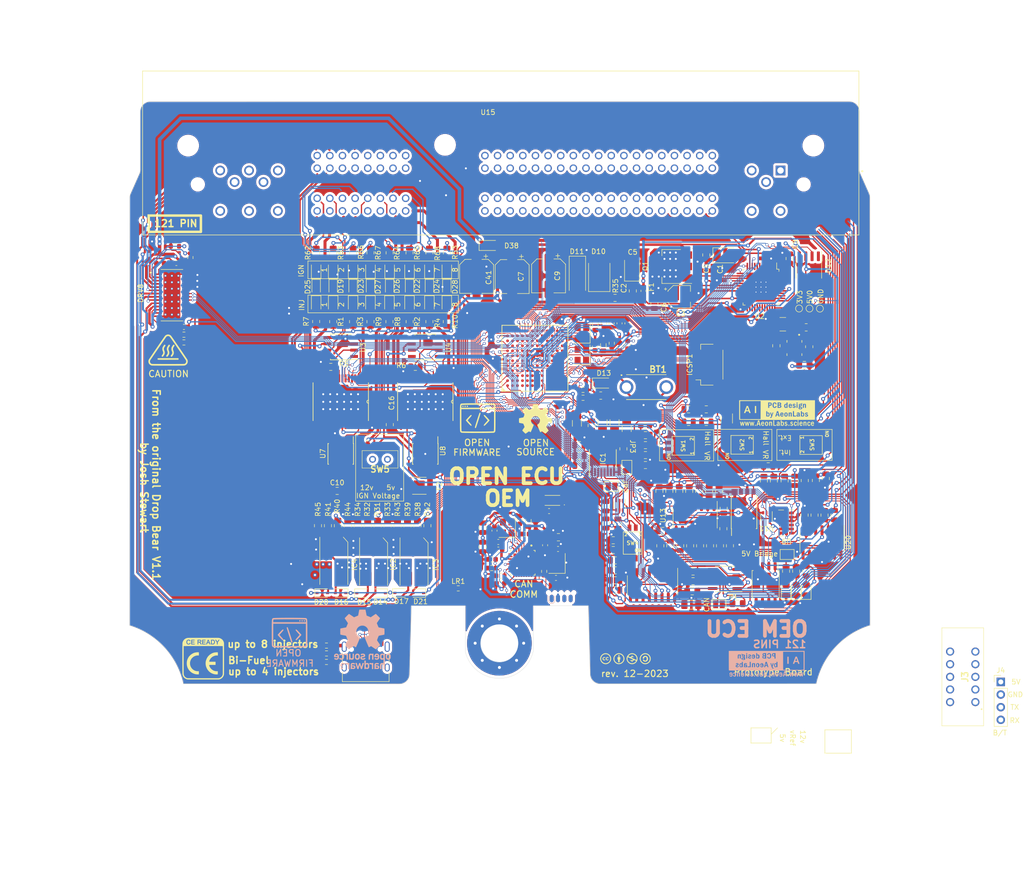
<source format=kicad_pcb>
(kicad_pcb (version 20221018) (generator pcbnew)
  (title_block (title "OPEN ECU") (date "2023-12-11") (rev "12-2023") (company "WWW.AEONLABS.SCIENCE") (comment 1 "https://github.com/aeonSolutions/AeonLabs-AI-Volvo-MKII-Open-Hardware/wiki") (comment 2 "Creative Commons non commercial share alike"))
  (layers (0 "F.Cu" signal) (31 "B.Cu" signal) (34 "B.Paste" user) (35 "F.Paste" user) (36 "B.SilkS" user "B.Silkscreen") (37 "F.SilkS" user "F.Silkscreen") (38 "B.Mask" user) (39 "F.Mask" user) (44 "Edge.Cuts" user))
  (net 0 "")
  (net 1 "INJ2")
  (net 2 "INJ6")
  (net 3 "VMM")
  (net 4 "INJ1")
  (net 5 "INJ5")
  (net 6 "INJ4")
  (net 7 "Net-(U2-VPROT)")
  (net 8 "INJ8")
  (net 9 "INJ3")
  (net 10 "Net-(IC1-IN1+)")
  (net 11 "INJ7")
  (net 12 "Net-(IC1-IN1-)")
  (net 13 "Net-(IC1-IN2-)")
  (net 14 "12V-SW")
  (net 15 "OUTEN_1")
  (net 16 "GND")
  (net 17 "OUTEN_2")
  (net 18 "Net-(IC1-IN2+)")
  (net 19 "Net-(D1-K)")
  (net 20 "Net-(D1-A)")
  (net 21 "Net-(D2-K)")
  (net 22 "Net-(D2-A)")
  (net 23 "Net-(D23-A)")
  (net 24 "Net-(D3-A)")
  (net 25 "Net-(D24-A)")
  (net 26 "Net-(D4-A)")
  (net 27 "Net-(D25-A)")
  (net 28 "Net-(D5-A)")
  (net 29 "Net-(D26-A)")
  (net 30 "Net-(D6-A)")
  (net 31 "Net-(D27-A)")
  (net 32 "Net-(D7-A)")
  (net 33 "Net-(D28-A)")
  (net 34 "Net-(D8-A)")
  (net 35 "Net-(D12-A)")
  (net 36 "Net-(D18-A)")
  (net 37 "Net-(D29-A)")
  (net 38 "Net-(D30-A)")
  (net 39 "Net-(D31-A)")
  (net 40 "Net-(D32-A)")
  (net 41 "Net-(D33-A)")
  (net 42 "Net-(D34-A)")
  (net 43 "Net-(D35-A)")
  (net 44 "Net-(D36-A)")
  (net 45 "Net-(D37-A)")
  (net 46 "IGN2")
  (net 47 "IGN_V+")
  (net 48 "IGN1")
  (net 49 "Net-(SW5-NO_1)")
  (net 52 "IGN6")
  (net 53 "IGN5")
  (net 55 "Net-(IC2-INPUT_1)")
  (net 56 "Net-(IC2-INPUT_2)")
  (net 57 "Net-(IC3-INPUT_1)")
  (net 58 "MC33810_1-CS")
  (net 59 "SCLK")
  (net 60 "MOSI")
  (net 61 "MISO")
  (net 62 "Net-(IC3-INPUT_2)")
  (net 63 "Net-(IC4-INPUT_1)")
  (net 64 "Net-(IC4-INPUT_2)")
  (net 65 "Net-(J3-PadA1)")
  (net 70 "Net-(JP2-A)")
  (net 71 "Net-(JP3-B)")
  (net 72 "Net-(U13A-+)")
  (net 73 "Net-(U13C-+)")
  (net 74 "Net-(U18-Vout)")
  (net 75 "Net-(U13B-+)")
  (net 76 "Net-(U13D-+)")
  (net 77 "Net-(U19-STBY)")
  (net 78 "Net-(U20A-+)")
  (net 79 "Net-(U20B-+)")
  (net 97 "MC33810_2-CS")
  (net 100 "IGN4")
  (net 101 "IGN3")
  (net 104 "IGN8")
  (net 105 "IGN7")
  (net 106 "Net-(U12-OUT_A)")
  (net 107 "VDDA")
  (net 108 "O2_Sensor")
  (net 109 "Net-(C12-Pad1)")
  (net 110 "ADC-Clamp-10")
  (net 111 "ADC-Clamp-4")
  (net 112 "ADC-Clamp-5")
  (net 113 "TPS_Sensor")
  (net 114 "IAT_Sensor")
  (net 115 "CLT_Sensor")
  (net 116 "ADC-Clamp-3")
  (net 117 "ADC-Clamp-1")
  (net 118 "ADC-Clamp-2")
  (net 119 "ADC-Clamp-8")
  (net 120 "ADC-Clamp-9")
  (net 121 "ADC-Clamp-13")
  (net 122 "ADC-Clamp-11")
  (net 123 "MC33814-CS")
  (net 124 "+5V")
  (net 125 "Net-(U12-OUT_B)")
  (net 126 "LAMPOUT")
  (net 127 "ADC-Clamp-6")
  (net 128 "ADC-Clamp-7")
  (net 129 "ADC-Clamp-12")
  (net 130 "ADC-Clamp-14")
  (net 131 "PROG")
  (net 132 "GNDA")
  (net 133 "RESET")
  (net 134 "MAP-5V")
  (net 135 "BARO-5V")
  (net 136 "IDLE-OUT")
  (net 137 "BOOST-OUT")
  (net 138 "FAN-OUT")
  (net 139 "FUELPUMP-OUT")
  (net 140 "CRANK-IN+")
  (net 141 "CRANK-IN-")
  (net 142 "CAM-IN+")
  (net 143 "CAM-IN-")
  (net 144 "MCU-D6")
  (net 145 "MCU-D0")
  (net 149 "MCU-D1")
  (net 150 "MCU-A0")
  (net 151 "MCU-A1")
  (net 152 "MCU-A7")
  (net 153 "MCU-A2")
  (net 154 "CAN_H")
  (net 155 "CAN_L")
  (net 161 "SPARE1-OUT")
  (net 162 "SPARE2-OUT")
  (net 163 "MAP_External")
  (net 164 "ROUT2")
  (net 165 "STEPPER-A1")
  (net 166 "MCU-D27")
  (net 167 "MCU-D26")
  (net 168 "MCU-D29")
  (net 169 "MCU-D28")
  (net 170 "MCU-D25")
  (net 171 "MCU-D24")
  (net 172 "MCU-D30")
  (net 173 "MCU-D31")
  (net 174 "MCU-D32")
  (net 175 "Net-(U3-IN_A)")
  (net 176 "MCU-D8")
  (net 177 "MCU-D7")
  (net 178 "Net-(U3-IN_B)")
  (net 180 "SPARE1_Sensor")
  (net 181 "O2-5V")
  (net 182 "TPS-5V")
  (net 183 "SPARE2_Sensor")
  (net 185 "Net-(U4-IN_A)")
  (net 186 "Net-(U4-IN_B)")
  (net 190 "Net-(C28-Pad2)")
  (net 193 "MCU-D4")
  (net 194 "MCU-D3")
  (net 195 "MCU-A6")
  (net 196 "MCU-A3")
  (net 197 "MCU-A4")
  (net 198 "MCU-A5")
  (net 202 "Net-(U5-GD3)")
  (net 207 "MCU-D5")
  (net 213 "VR1-IN+")
  (net 214 "VR2-IN+")
  (net 215 "MCU-A9")
  (net 216 "MCU-A8")
  (net 217 "SPARE1-Digital")
  (net 218 "SPARE2-Digital")
  (net 219 "VPPSENS")
  (net 220 "VPPREF")
  (net 221 "Net-(U5-GD2)")
  (net 230 "Net-(U6-GD3)")
  (net 239 "12V-PROT")
  (net 240 "Net-(C30-Pad1)")
  (net 242 "Net-(U6-GD2)")
  (net 253 "Net-(U9-SDA{slash}SDI{slash}SDIO)")
  (net 254 "Net-(JP1-Pad2)")
  (net 260 "Net-(U20C--)")
  (net 263 "Net-(U20D--)")
  (net 264 "Net-(AUR1-SW)")
  (net 265 "Net-(AUR1-FB)")
  (net 266 "MCU_VBAT")
  (net 267 "MCU_BAT_SENSE")
  (net 268 "Net-(D13-K)")
  (net 269 "MCU_UART0_TX")
  (net 270 "MCU_UART0_RX")
  (net 271 "MCU_UART0_CTS")
  (net 272 "MCU_UART_RTS_RST")
  (net 273 "USB_5V0F")
  (net 274 "Net-(J5-CC1)")
  (net 275 "MCU-USB-D+")
  (net 276 "MCU-USB-D-")
  (net 278 "Net-(J5-CC2)")
  (net 280 "Net-(J5-SHIELD-PadS1)")
  (net 318 "MCU-AREF")
  (net 319 "Net-(MCU1A-USB0_DP)")
  (net 320 "Net-(MCU1A-USB0_DM)")
  (net 322 "MCU-VDDA")
  (net 333 "I2C0_SDA")
  (net 350 "MCU-VREF_OUT")
  (net 351 "I2C0_SCL")
  (net 353 "Net-(MCU1A-EXTAL32)")
  (net 354 "Net-(MCU1A-XTAL32)")
  (net 357 "Net-(MCU1A-PTA19)")
  (net 358 "Net-(MCU1A-PTA18)")
  (net 359 "GPIO8_I2C_SDA")
  (net 360 "GPIO9_I2C_SCL")
  (net 362 "FAULT")
  (net 363 "Net-(DRV8-CP1)")
  (net 364 "Net-(DRV8-CP2)")
  (net 365 "Net-(DRV8-VCP)")
  (net 366 "Net-(DRV8-ISENA)")
  (net 367 "Net-(DRV8-ISENB)")
  (net 368 "Net-(DRV8-AVREF)")
  (net 369 "Net-(DRV8-NFAULT)")
  (net 375 "+3V3")
  (net 376 "CHIP_EN")
  (net 377 "ADC1_CH4")
  (net 378 "Net-(U1-XTAL_P)")
  (net 379 "ADC2_CH0")
  (net 380 "Net-(U1-XTAL_N)")
  (net 381 "3V3")
  (net 382 "Net-(U1-VDD3P3)")
  (net 383 "TXD0")
  (net 384 "Net-(U1-U0TXD)")
  (net 385 "ESP_GPIO0_BOOT-DTR")
  (net 386 "LED_R_IO04")
  (net 387 "Net-(LED1-RA)")
  (net 388 "ADC1_CH2")
  (net 389 "ADC1_CH3")
  (net 390 "ADC2_CH0_SDA")
  (net 391 "SCL")
  (net 392 "GPIO08_MISO")
  (net 393 "GPIO10_SCK")
  (net 400 "USB_D-")
  (net 401 "USB_D+")
  (net 402 "RXD0")
  (net 405 "unconnected-(U1-MTDO-Pad13)")
  (net 426 "unconnected-(U15-Pad21)")
  (footprint "LED_SMD:LED_0805_2012Metric" (layer "F.Cu") (at 93.954 70.038 -90)
    (fp_text reference "D2" hide)
    (fp_text value "LED")
  )
  (footprint "LED_SMD:LED_0805_2012Metric" (layer "F.Cu") (at 97.954 70.038 -90)
    (fp_text reference "D4" hide)
    (fp_text value "LED")
  )
  (footprint "LED_SMD:LED_0805_2012Metric" (layer "F.Cu") (at 101.454 70.038 -90)
    (fp_text reference "D8" hide)
    (fp_text value "LED")
  )
  (footprint "Package_SO:SOIC-8_3.9x4.9mm_P1.27mm" (layer "F.Cu") (at 97.126 78.654 180)
    (fp_text reference "U4")
    (fp_text value "TC4424A")
  )
  (footprint "Package_SO:SOIC-8_3.9x4.9mm_P1.27mm" (layer "F.Cu") (at 97.126 100.154 -90)
    (fp_text reference "U8")
    (fp_text value "TC4424A")
  )
  (footprint "Resistor_SMD:R_0805_2012Metric" (layer "F.Cu") (at 75.186 73.538 -90)
    (fp_text reference "R7")
    (fp_text value "1k")
  )
  (footprint "Resistor_SMD:R_0805_2012Metric" (layer "F.Cu") (at 78.126 82.654 180)
    (fp_text reference "R5")
    (fp_text value "10k")
  )
  (footprint "LED_SMD:LED_0805_2012Metric" (layer "F.Cu") (at 86.105 70.038 -90)
    (fp_text reference "D7" hide)
    (fp_text value "LED")
  )
  (footprint "LED_SMD:LED_0805_2012Metric" (layer "F.Cu") (at 75.186 70.038 -90)
    (fp_text reference "D5" hide)
    (fp_text value "LED")
  )
  (footprint "LED_SMD:LED_0805_2012Metric" (layer "F.Cu") (at 82.605 70.038 -90)
    (fp_text reference "D3" hide)
    (fp_text value "LED")
  )
  (footprint "Package_SO:SOIC-8_3.9x4.9mm_P1.27mm" (layer "F.Cu") (at 80.126 78.654 180)
    (fp_text reference "U3")
    (fp_text value "TC4424A")
  )
  (footprint "Package_SO:SOIC-8_3.9x4.9mm_P1.27mm" (layer "F.Cu") (at 80.126 100.154 -90)
    (fp_text reference "U7")
    (fp_text value "TC4424A")
  )
  (footprint "IC_Automotive:SOIC32-P0.65-33N" (layer "F.Cu") (at 80.126 89.654 -90)
    (fp_text reference "U5" hide)
    (fp_text value "MC33810" hide)
  )
  (footprint "LED_SMD:LED_0805_2012Metric" (layer "F.Cu") (at 78.605 70.038 -90)
    (fp_text reference "D1" hide)
    (fp_text value "LED")
  )
  (footprint "Resistor_SMD:R_0805_2012Metric" (layer "F.Cu") (at 95.126 82.654 180)
    (fp_text reference "R6")
    (fp_text value "10k")
  )
  (footprint "LED_SMD:LED_0805_2012Metric" (layer "F.Cu") (at 89.918 70.038 -90)
    (fp_text reference "D6" hide)
    (fp_text value "LED")
  )
  (footprint "Capacitor_SMD:C_0805_2012Metric" (layer "F.Cu") (at 144.874 115.622 180)
    (fp_text reference "C11" hide)
    (fp_text value "0.1uF")
  )
  (footprint "Capacitor_SMD:C_0805_2012Metric" (layer "F.Cu") (at 135.294 125.557 180)
    (fp_text reference "C13" hide)
    (fp_text value "270nF")
  )
  (footprint "Capacitor_SMD:C_0805_2012Metric" (layer "F.Cu") (at 146.374 118.622 -90)
    (fp_text reference "C14" hide)
    (fp_text value "0.22uF")
  )
  (footprint "Capacitor_SMD:C_0805_2012Metric" (layer "F.Cu") (at 157.054 115.19075 -90)
    (fp_text reference "C17" hide)
    (fp_text value "0.1uF")
  )
  (footprint "Capacitor_SMD:C_0805_2012Metric" (layer "F.Cu") (at 169.364 105.569 90)
    (fp_text reference "C19" hide)
    (fp_text value "0.1uF")
  )
  (footprint "Capacitor_SMD:C_0805_2012Metric" (layer "F.Cu") (at 156.374 118.622 90)
    (fp_text reference "C20" hide)
    (fp_text value "0.22uF")
  )
  (footprint "Capacitor_SMD:C_0805_2012Metric" (layer "F.Cu") (at 166.074 102.642)
    (fp_text reference "C22" hide)
    (fp_text value "0.22uF")
  )
  (footprint "Capacitor_SMD:C_0805_2012Metric" (layer "F.Cu") (at 146.18625 107.668 90)
    (fp_text reference "C26" hide)
    (fp_text value "1uF")
  )
  (footprint "Resistor_SMD:R_0805_2012Metric" (layer "F.Cu") (at 171.414 105.5665 90)
    (fp_text reference "R17" hide)
    (fp_text value "2.49k")
  )
  (footprint "Resistor_SMD:R_0805_2012Metric" (layer "F.Cu") (at 167.204 105.5865 -90)
    (fp_text reference "R22" hide)
    (fp_text value "470R")
  )
  (footprint "Resistor_SMD:R_0805_2012Metric" (layer "F.Cu") (at 152.18625 107.668 90)
    (fp_text reference "R23" hide)
    (fp_text value "180k")
  )
  (footprint "Resistor_SMD:R_0805_2012Metric" (layer "F.Cu") (at 150.374 118.622 -90)
    (fp_text reference "R24" hide)
    (fp_text value "180k")
  )
  (footprint "Resistor_SMD:R_0805_2012Metric" (layer "F.Cu") (at 150.18625 107.668 -90)
    (fp_text reference "R30" hide)
    (fp_text value "348k")
  )
  (footprint "Resistor_SMD:R_0805_2012Metric" (layer "F.Cu") (at 135.834 114.1845 -90)
    (fp_text reference "R48" hide)
    (fp_text value "1k")
  )
  (footprint "Resistor_SMD:R_0805_2012Metric_Pad1.15x1.40mm_HandSolder" (layer "F.Cu") (at 75.549 114.583 -90)
    (fp_text reference "R45")
    (fp_text value "100k")
  )
  (footprint "Resistor_SMD:R_0805_2012Metric_Pad1.15x1.40mm_HandSolder" (layer "F.Cu") (at 81.549 114.583 90)
    (fp_text reference "R44")
    (fp_text value "100k")
  )
  (footprint "Resistor_SMD:R_0805_2012Metric_Pad1.15x1.40mm_HandSolder" (layer "F.Cu") (at 91.549 114.583 -90)
    (fp_text reference "R43")
    (fp_text value "100k")
  )
  (footprint "Resistor_SMD:R_0805_2012Metric_Pad1.15x1.40mm_HandSolder" (layer "F.Cu") (at 97.549 114.583 -90)
    (fp_text reference "R42")
    (fp_text value "100k")
  )
  (footprint "Diode_SMD:D_SOD-323" (layer "F.Cu") (at 92.074 128.102)
    (fp_text reference "D17")
    (fp_text value "D")
  )
  (footprint "Diode_SMD:D_SOD-323" (layer "F.Cu") (at 80.084 128.112 180)
    (fp_text reference "D16")
    (fp_text value "D")
  )
  (footprint "Diode_SMD:D_SOD-323" (layer "F.Cu") (at 84.424 128.132)
    (fp_text reference "D15")
    (fp_text value "D")
  )
  (footprint "Diode_SMD:D_SOD-323" (layer "F.Cu") (at 88.034 128.132 180)
    (fp_text reference "D14")
    (fp_text value "D")
  )
  (footprint "Resistor_SMD:R_0805_2012Metric_Pad1.15x1.40mm_HandSolder" (layer "F.Cu") (at 83.549 114.583 -90)
    (fp_text reference "R34")
    (fp_text value "100k")
  )
  (footprint "Resistor_SMD:R_0805_2012Metric_Pad1.15x1.40mm_HandSolder" (layer "F.Cu") (at 89.549 114.583 90)
    (fp_text reference "R33")
    (fp_text value "100k")
  )
  (footprint "Resistor_SMD:R_0805_2012Metric" (layer "F.Cu") (at 135.294 123.557 180)
    (fp_text reference "R19" hide)
    (fp_text value "1k")
  )
  (footprint "Capacitor_SMD:C_0805_2012Metric" (layer "F.Cu") (at 153.614 60.152 90)
    (fp_text reference "C1")
    (fp_text value "0.1uF")
  )
  (footprint "Capacitor_SMD:C_0805_2012Metric" (layer "F.Cu") (at 138.844 67.382 -90)
    (fp_text reference "C2")
    (fp_text value "0.1uF")
  )
  (footprint "Capacitor_Tantalum_SMD:CP_EIA-3528-21_Kemet-B" (layer "F.Cu") (at 157.4015 60.222)
    (fp_text reference "C4")
    (fp_text value "47uF")
  )
  (footprint "Capacitor_Tantalum_SMD:CP_EIA-3528-21_Kemet-B" (layer "F.Cu") (at 138.694 62.9595 90)
    (fp_text reference "C5")
    (fp_text value "47uF")
  )
  (footprint "Diode_SMD:D_SOD-323" (layer "F.Cu") (at 76.424 128.112)
    (fp_text reference "D20")
    (fp_text value "D")
  )
  (footprint "Diode_SMD:D_SOD-323" (layer "F.Cu") (at 95.714 128.123 180)
    (fp_text reference "D21")
    (fp_text value "D")
  )
  (footprint "Package_SO:SOIC-8_3.9x4.9mm_P1.27mm" (layer "F.Cu") (at 157.374355 125.301645 180)
    (fp_text reference "U19" hide)
    (fp_text value "MCP2562-E-SN")
  )
  (footprint "Capacitor_SMD:C_0805_2012Metric" (layer "F.Cu") (at 141.3815 100.392)
    (fp_text reference "C12" hide)
    (fp_text value "0.1uF")
  )
  (footprint "Capacitor_SMD:C_0805_2012Metric" (layer "F.Cu") (at 141.3815 102.392)
    (fp_text reference "C15" hide)
    (fp_text value "0.22uF")
  )
  (footprint "Capacitor_SMD:C_0805_2012Metric" (layer "F.Cu") (at 134.904 117.512)
    (fp_text reference "C28" hide)
    (fp_text value "0.01uF")
  )
  (footprint "Capacitor_SMD:C_0805_2012Metric" (layer "F.Cu") (at 133.454 110.682 -90)
    (fp_text reference "C29" hide)
    (fp_text value "0.1uF")
  )
  (footprint "Resistor_SMD:R_0805_2012Metric" (layer "F.Cu") (at 141.3815 96.392 180)
    (fp_text reference "R14" hide)
    (fp_text value "470R")
  )
  (footprint "Resistor_SMD:R_0805_2012Metric" (layer "F.Cu") (at 135.294 127.557)
    (fp_text reference "R15" hide)
    (fp_text value "2.4k")
  )
  (footprint "Resistor_SMD:R_0805_2012Metric" (layer "F.Cu") (at 165.204 105.5865 90)
    (fp_text reference "R18" hide)
    (fp_text value "2.49k")
  )
  (footprint "Resistor_SMD:R_0805_2012Metric" (layer "F.Cu") (at 154.374 118.622 -90)
    (fp_text reference "R46" hide)
    (fp_text value "180k")
  )
  (footprint "Resistor_SMD:R_0805_2012Metric" (layer "F.Cu") (at 133.454 114.1445 90)
    (fp_text reference "R49" hide)
    (fp_text value "1k")
  )
  (footprint "Package_SO:SOIC-16_3.9x9.9mm_P1.27mm" (layer "F.Cu") (at 142.809 126.5695 -90)
    (fp_text reference "U10" hide)
    (fp_text value "SP720")
  )
  (footprint "Capacitor_SMD:C_0805_2012Metric" (layer "F.Cu") (at 135.294 121.557 180)
    (fp_text reference "C23" hide)
    (fp_text value "270nF")
  )
  (footprint "Capacitor_SMD:C_0805_2012Metric" (layer "F.Cu") (at 144.18625 107.668 90)
    (fp_text reference "C25" hide)
    (fp_text value "0.01uF")
  )
  (footprint "Capacitor_SMD:C_0805_2012Metric" (layer "F.Cu") (at 157.114 111.10075 90)
    (fp_text reference "C27" hide)
    (fp_text value "0.1uF")
  )
  (footprint "Resistor_SMD:R_0805_2012Metric" (layer "F.Cu") (at 141.3815 98.392 180)
    (fp_text reference "R11" hide)
    (fp_text value "604R")
  )
  (footprint "Resistor_SMD:R_0805_2012Metric" (layer "F.Cu") (at 144.374 118.622 -90)
    (fp_text reference "R13" hide)
    (fp_text value "470R")
  )
  (footprint "Resistor_SMD:R_0805_2012Metric" (layer "F.Cu") (at 158.374 118.622 90)
    (fp_text reference "R20" hide)
    (fp_text value "470R")
  )
  (footprint "Resistor_SMD:R_0805_2012Metric" (layer "F.Cu") (at 175.644 105.4945 -90)
    (fp_text reference "R21" hide)
    (fp_text value "470R")
  )
  (footprint "Resistor_SMD:R_0805_2012Metric" (layer "F.Cu") (at 154.18625 107.668 -90)
    (fp_text reference "R25" hide)
    (fp_text value "348k")
  )
  (footprint "Resistor_SMD:R_0805_2012Metric" (layer "F.Cu") (at 148.374 118.622 90)
    (fp_text reference "R26" hide)
    (fp_text value "348k")
  )
  (footprint "Resistor_SMD:R_0805_2012Metric" (layer "F.Cu") (at 156.18625 107.668 -90)
    (fp_text reference "R28" hide)
    (fp_text value "0")
  )
  (footprint "Resistor_SMD:R_0805_2012Metric" (layer "F.Cu") (at 152.374 118.622 90)
    (fp_text reference "R47" hide)
    (fp_text value "348k")
  )
  (footprint "Resistor_SMD:R_0805_2012Metric" (layer "F.Cu") (at 179.384 112.457 90)
    (fp_text reference "R55" hide)
    (fp_text value "180k")
  )
  (footprint "Resistor_SMD:R_0805_2012Metric" (layer "F.Cu") (at 177.384 112.457 -90)
    (fp_text reference "R56" hide)
    (fp_text value "348k")
  )
  (footprint "Resistor_SMD:R_0805_2012Metric" (layer "F.Cu") (at 175.384 112.457 90)
    (fp_text reference "R57" hide)
    (fp_text value "180k")
  )
  (footprint "Resistor_SMD:R_0805_2012Metric" (layer "F.Cu") (at 173.384 112.457 -90)
    (fp_text reference "R58" hide)
    (fp_text value "348k")
  )
  (footprint "Package_SO:SOIC-14_3.9x8.7mm_P1.27mm" (layer "F.Cu") (at 151.374 113.122 -90)
    (fp_text reference "U13")
    (fp_text value "LMV324LIDT")
  )
  (footprint "Package_SO:SOIC-14_3.9x8.7mm_P1.27mm" (layer "F.Cu") (at 176.884 117.957 -90)
    (fp_text reference "U20")
    (fp_text value "LMV324LIDT")
  )
  (footprint "Fuse:Fuse_1812_4532Metric" (layer "F.Cu") (at 95.934 106.5545)
    (fp_text reference "F2")
    (fp_text value "Polyfuse")
  )
  (footprint "Capacitor_SMD:C_0805_2012Metric" (layer "F.Cu") (at 143.184 69.9295 -90)
    (fp_text reference "C6")
    (fp_text value "0.1uF")
  )
  (footprint "Capacitor_SMD:C_0805_2012Metric" (layer "F.Cu") (at 134.914 119.472 180)
    (fp_text reference "C30" hide)
    (fp_text value "4700pF")
  )
  (footprint "Package_TO_SOT_SMD:SOT-363_SC-70-6" (layer "F.Cu") (at 136.174 110.472 -90)
    (fp_text reference "Q2" hide)
    (fp_text value "Q_DUAL_NMOS_S1G1D2S2G2D1")
  )
  (footprint "Resistor_SMD:R_0805_2012Metric_Pad1.15x1.40mm_HandSolder" (layer "F.Cu") (at 150.794 127.772)
    (fp_text reference "R50" hide)
    (fp_text value "0R")
  )
  (footprint "Capacitor_SMD:C_0805_2012Metric" (layer "F.Cu") (at 150.954 123.802)
    (fp_text reference "C33" hide)
    (fp_text value "0.1uF")
  )
  (footprint "Capacitor_SMD:C_0805_2012Metric" (layer "F.Cu") (at 150.954 125.752 180)
    (fp_text reference "C31" hide)
    (fp_text value "0.1uF")
  )
  (footprint "Resistor_SMD:R_0805_2012Metric" (layer "F.Cu") (at 148.18625 107.668 90)
    (fp_text reference "R29" hide)
    (fp_text value "180k")
  )
  (footprint "Capacitor_SMD:C_1206_3216Metric" (layer "F.Cu") (at 150.614 130.472 180)
    (fp_text reference "C24" hide)
    (fp_text value "100uF")
  )
  (footprint "Capacitor_SMD:C_0805_2012Metric" (layer "F.Cu") (at 173.414 105.5105 90)
    (fp_text reference "C18" hide)
    (fp_text value "0.1uF")
  )
  (footprint "Capacitor_SMD:C_0805_2012Metric" (layer "F.Cu") (at 170.364 60.872 90)
    (fp_text reference "C8")
    (fp_text value "0.1uF")
  )
  (footprint "Resistor_SMD:R_0603_1608Metric_Pad1.05x0.95mm_HandSolder" (layer "F.Cu") (at 141.3215 94.532)
    (fp_text reference "R12" hide)
    (fp_text value "3.88k")
  )
  (footprint "Resistor_SMD:R_0805_2012Metric" (layer "F.Cu") (at 135.274 68.782 180)
    (fp_text reference "R35")
    (fp_text value "10k")
  )
  (footprint "Diode_SMD:D_SOD-323" (layer "F.Cu") (at 78.605 66.577 -90)
    (fp_text reference "D19")
    (fp_text value "D")
  )
  (footprint "Diode_SMD:D_SOD-323" (layer "F.Cu") (at 93.954 66.577 -90)
    (fp_text reference "D22")
    (fp_text value "D")
  )
  (footprint "Diode_SMD:D_SOD-323" (layer "F.Cu") (at 82.605 66.577 -90)
    (fp_text reference "D23")
    (fp_text value "D")
  )
  (footprint "Diode_SMD:D_SOD-323" (layer "F.Cu") (at 97.954 66.577 -90)
    (fp_text reference "D24")
    (fp_text value "D")
  )
  (footprint "Package_QFP:LQFP-48-1EP_7x7mm_P0.5mm_EP3.6x3.6mm_ThermalVias" (layer "F.Cu") (at 164.614 66.6245 -90)
    (fp_text reference "U2")
    (fp_text value "MC33814")
  )
  (footprint "Capacitor_SMD:C_0805_2012Metric" (layer "F.Cu") (at 177.644 105.0945 -90)
    (fp_text reference "C21" hide)
    (fp_text value "0.22uF")
  )
  (footprint "Capacitor_SMD:C_0805_2012Metric" (layer "F.Cu") (at 130.564 94.452 -90)
    (fp_text reference "C34" hide)
    (fp_text value "1nF")
  )
  (footprint "Capacitor_SMD:C_0805_2012Metric" (layer "F.Cu") (at 136.954 99.132 90)
    (fp_text reference "C36" hide)
    (fp_text value "1nF")
  )
  (footprint "Capacitor_SMD:C_0805_2012Metric" (layer "F.Cu") (at 128.124 100.522 180)
    (fp_text reference "C37" hide)
    (fp_text value "0.1uF")
  )
  (footprint "Capacitor_SMD:C_0805_2012Metric" (layer "F.Cu") (at 128.104 98.382 180)
    (fp_text reference "C38" hide)
    (fp_text value "1uF")
  )
  (footprint "Capacitor_SMD:C_0805_2012Metric" (layer "F.Cu") (at 128.124 102.472 180)
    (fp_text reference "C35" hide)
    (fp_text value "0.01uF")
  )
  (footprint "Package_SO:QSOP-16_3.9x4.9mm_P0.635mm" (layer "F.Cu") (at 132.843 101.138 90)
    (fp_text reference "IC1")
    (fp_text value "MAX9926UAEE_V+")
  )
  (footprint "Capacitor_SMD:C_0805_2012Metric" (layer "F.Cu") (at 153.6175 91.192)
    (fp_text reference "C39" hide)
    (fp_text value "0.01uF")
  )
  (footprint "Capacitor_SMD:C_0805_2012Metric" (layer "F.Cu") (at 153.6175 93.732)
    (fp_text reference "C40" hide)
    (fp_text value "0.01uF")
  )
  (footprint "Resistor_SMD:R_0805_2012Metric" (layer "F.Cu") (at 150.0615 91.192 180)
    (fp_text reference "R60" hide)
    (fp_text value "1k")
  )
  (footprint "Resistor_SMD:R_0805_2012Metric" (layer "F.Cu") (at 150.0615 93.732 180)
    (fp_text reference "R61" hide)
    (fp_text value "1k")
  )
  (footprint "Package_TO_SOT_SMD:SOT-363_SC-70-6" (layer "F.Cu") (at 157.724 93.272 -90)
    (fp_text reference "Q3" hide)
    (fp_text value "Q_DUAL_NMOS_S1G1D2S2G2D1")
  )
  (footprint "Fuse:Fuse_0603_1608Metric" (layer "F.Cu") (at 140.994 67.372 90)
    (fp_text reference "F1")
    (fp_text value "Polyfuse")
  )
  (footprint "Package_TO_SOT_SMD:SOT-223-3_TabPin2" (layer "F.Cu") (at 146.603012 62.472 180)
    (fp_text reference "Q1")
    (fp_text value "Q_PNP_BCEC")
  )
  (footprint "Resistor_SMD:R_0805_2012Metric" (layer "F.Cu") (at 78.615 73.562 90)
    (fp_text reference "R1")
    (fp_text value "1k")
  )
  (footprint "Resistor_SMD:R_0805_2012Metric" (layer "F.Cu") (at 93.982 73.562 90)
    (fp_text reference "R2")
    (fp_text value "1k")
  )
  (footprint "Resistor_SMD:R_0805_2012Metric" (layer "F.Cu") (at 82.605 73.562 90)
    (fp_text reference "R3")
    (fp_text value "1k")
  )
  (footprint "Resistor_SMD:R_0805_2012Metric" (layer "F.Cu") (at 97.954 73.562 90)
    (fp_text reference "R4")
    (fp_text value "1k")
  )
  (footprint "Resistor_SMD:R_0805_2012Metric" (layer "F.Cu") (at 89.918 73.562 -90)
    (fp_text reference "R8")
    (fp_text value "1k")
  )
  (footprint "Resistor_SMD:R_0805_2012Metric" (layer "F.Cu") (at 86.105 73.562 -90)
    (fp_text reference "R9")
    (fp_text value "1k")
  )
  (footprint "Resistor_SMD:R_0805_2012Metric" (layer "F.Cu") (at 101.454 73.562 -90)
    (fp_text reference "R10")
    (fp_text value "1k")
  )
  (footprint "Package_LGA:LGA-14_3x5mm_P0.8mm_LayoutBorder1x6y" (layer "F.Cu") (at 169.734 114.042 180)
    (fp_text reference "U9")
    (fp_text value "ADXL343")
  )
  (footprint "Package_TO_SOT_SMD:SOT-353_SC-70-5" (layer "F.Cu") (at 165.714 112.932 -90)
    (fp_text reference "U11")
    (fp_text value "74AHC1G32")
  )
  (footprint "Diode_SMD:D_SMB" (layer "F.Cu") (at 132.099 63.962 90)
    (fp_text reference "D10")
    (fp_text value "D_TVS")
  )
  (footprint "Misc:KP234" (layer "F.Cu") (at 161.209 113.10825 90)
    (fp_text reference "U18" hide)
    (fp_text value "KP234")
  )
  (footprint "Misc:EBC05DRXN" (layer "F.Cu") (at 207.716 150.052 90)
    (fp_text reference "J3")
    (fp_text value "EBC05DRXN" hide)
  )
  (footprint "Capacitor_SMD:CP_Elec_4x5.4" (layer "F.Cu") (at 148.174 68.562)
    (fp_text reference "C3")
    (fp_text value "22uF")
  )
  (footprint "LED_SMD:LED_0805_2012Metric_Pad1.15x1.40mm_HandSolder" (layer "F.Cu") (at 173.724 127.54075 90)
    (fp_text reference "D12" hide)
    (fp_text value "LED")
  )
  (footprint "LED_SMD:LED_0805_2012Metric_Pad1.15x1.40mm_HandSolder" (layer "F.Cu") (at 169.663999 127.54075 90)
    (fp_text reference "D18" hide)
    (fp_text value "LED")
  )
  (footprint "LED_SMD:LED_0805_2012Metric_Pad1.15x1.40mm_HandSolder" (layer "F.Cu") (at 171.692 127.54075 90)
    (fp_text reference "D29" hide)
    (fp_text value "LED")
  )
  (footprint "Resistor_SMD:R_0805_2012Metric" (layer "F.Cu") (at 173.704 123.7145 -90)
    (fp_text reference "R16" hide)
    (fp_text value "1k")
  )
  (footprint "Resistor_SMD:R_0805_2012Metric" (layer "F.Cu") (at 169.66 123.73075 -90)
    (fp_text reference "R51" hide)
    (fp_text value "470R")
  )
  (footprint "Resistor_SMD:R_0805_2012Metric" (layer "F.Cu") (at 171.692 123.73075 -90)
    (fp_text reference "R52" hide)
    (fp_text value "470R")
  )
  (footprint "Capacitor_SMD:CP_Elec_6.3x7.7" (layer "F.Cu") (at 114.594 64.502 -90)
    (fp_text reference "C7")
    (fp_text value "33uF")
  )
  (footprint "Capacitor_SMD:CP_Elec_6.3x7.7" (layer "F.Cu") (at 121.909 64.362 -90)
    (fp_text reference "C9")
    (fp_text value "33uF")
  )
  (footprint "Diode_SMD:D_SMA_Handsoldering" (layer "F.Cu") (at 127.709 64.802 -90)
    (fp_text reference "D11")
    (fp_text value "D_Schottky")
  )
  (footprint "Resistor_SMD:R_0805_2012Metric_Pad1.15x1.40mm_HandSolder" (layer "F.Cu") (at 87.549 114.583 90)
    (fp_text reference "R31")
    (fp_text value "1k")
  )
  (footprint "Resistor_SMD:R_0805_2012Metric_Pad1.15x1.40mm_HandSolder" (layer "F.Cu") (at 85.549 114.583 90)
    (fp_text reference "R32")
    (fp_text value "1k")
  )
  (footprint "Resistor_SMD:R_0805_2012Metric_Pad1.15x1.40mm_HandSolder" (layer "F.Cu") (at 95.549 114.583 90)
    (fp_text reference "R38")
    (fp_text value "1k")
  )
  (footprint "Resistor_SMD:R_0805_2012Metric_Pad1.15x1.40mm_HandSolder" (layer "F.Cu") (at 93.549 114.583 90)
    (fp_text reference "R39")
    (fp_text value "1k")
  )
  (footprint "Resistor_SMD:R_0805_2012Metric_Pad1.15x1.40mm_HandSolder" (layer "F.Cu") (at 79.549 114.583 90)
    (fp_text reference "R40")
    (fp_text value "1k")
  )
  (footprint "Resistor_SMD:R_0805_2012Metric_Pad1.15x1.40mm_HandSolder" (layer "F.Cu") (at 77.549 114.583 90)
    (fp_text reference "R41")
    (fp_text value "1k")
  )
  (footprint "IC_Automotive:SOIC32-P0.65-33N" (layer "F.Cu") (at 97.126 89.654 -90)
    (fp_text reference "U6" hide)
    (fp_text value "MC33810" hide)
  )
  (footprint "Package_SO:SOIC-8_3.9x4.9mm_P1.27mm" (layer "F.Cu") (at 174.249 62.897 -90)
    (fp_text reference "U12")
    (fp_text value "TC4424A")
  )
  (footprint "Capacitor_SMD:C_0805_2012Metric" (layer "F.Cu") (at 79.406 107.587)
    (fp_text reference "C10")
    (fp_text value "1uF")
  )
  (footprint "Capacitor_SMD:C_0805_2012Metric" (layer "F.Cu") (at 89.987999 94.271001 -90)
    (fp_text reference "C16")
    (fp_text value "0.1uF")
  )
  (footprint "Diode_SMD:D_SOD-323" (layer "F.Cu") (at 101.454 66.577 -90)
    (fp_text reference "D28")
    (fp_text value "D")
  )
  (footprint "LED_SMD:LED_0805_2012Metric" (layer "F.Cu") (at 101.454 63.148 90)
    (fp_text reference "D30" hide)
    (fp_text value "LED")
  )
  (footprint "Resistor_SMD:R_0805_2012Metric" (layer "F.Cu") (at 101.475 59.719 90)
    (fp_text reference "R53")
    (fp_text value "1k")
  )
  (footprint "LED_SMD:LED_0805_2012Metric" (layer "F.Cu") (at 75.186 63.148 90)
    (fp_text reference "D31" hide)
    (fp_text value "LED")
  )
  (footprint "LED_SMD:LED_0805_2012Metric" (layer "F.Cu") (at 78.605 63.148 90)
    (fp_text reference "D32" hide)
    (fp_text value "LED")
  )
  (footprint "LED_SMD:LED_0805_2012Metric" (layer "F.Cu") (at 89.954 63.148 90)
    (fp_text reference "D33" hide)
    (fp_text value "LED")
  )
  (footprint "LED_SMD:LED_0805_2012Metric" (layer "F.Cu") (at 93.954 63.148 90)
    (fp_text reference "D34" hide)
    (fp_text value "LED")
  )
  (footprint "LED_SMD:LED_0805_2012Metric" (layer "F.Cu") (at 82.605 63.148 90)
    (fp_text reference "D35" hide)
    (fp_text value "LED")
  )
  (footprint "LED_SMD:LED_0805_2012Metric" (layer "F.Cu") (at 86.108 63.148 90)
    (fp_text reference "D36" hide)
    (fp_text value "LED")
  )
  (footprint "LED_SMD:LED_0805_2012Metric" (layer "F.Cu") (at 97.954 63.148 90)
    (fp_text reference "D37" hide)
    (fp_text value "LED")
  )
  (footprint "Resistor_SMD:R_0805_2012Metric" (layer "F.Cu") (at 75.186 59.719 90)
    (fp_text reference "R62")
    (fp_text value "1k")
  )
  (footprint "Resistor_SMD:R_0805_2012Metric" (layer "F.Cu") (at 78.605 59.719 90)
    (fp_text reference "R63")
    (fp_text value "1k")
  )
  (footprint "Resistor_SMD:R_0805_2012Metric" (layer "F.Cu") (at 93.954 59.719 90)
    (fp_text reference "R65")
    (fp_text value "1k")
  )
  (footprint "Resistor_SMD:R_0805_2012Metric" (layer "F.Cu") (at 82.605 59.719 90)
    (fp_text reference "R66")
    (fp_text value "1k")
  )
  (footprint "Resistor_SMD:R_0805_2012Metric" (layer "F.Cu") (at 86.105 59.719 90)
    (fp_text reference "R67")
    (fp_text value "1k")
  )
  (footprint "Resistor_SMD:R_0805_2012Metric" (layer "F.Cu") (at 97.954 59.719 90)
    (fp_text reference "R68")
    (fp_text value "1k")
  )
  (footprint "Diode_SMD:D_SOD-323" (layer "F.Cu") (at 89.954 66.577 -90)
    (fp_text reference "D26")
    (fp_text value "D")
  )
  (footprint "Resistor_SMD:R_0805_2012Metric" (layer "F.Cu") (at 89.954 59.719 90)
    (fp_text reference "R64")
    (fp_text value "1k")
  )
  (footprint "Package_SO:SOIC-8_5.23x5.23mm_P1.27mm" (layer "F.Cu") (at 165.549 126.322 -90)
    (fp_text reference "U14" hide)
    (fp_text value "W25Q32JVSS")
  )
  (footprint "Diode_SMD:D_SOD-323" (layer "F.Cu") (at 75.186 66.577 -90)
    (fp_text reference "D25")
    (fp_text value "D")
  )
  (footprint "Diode_SMD:D_SOD-323" (layer "F.Cu") (at 86.105 66.577 -90)
    (fp_text reference "D27")
    (fp_text value "D")
  )
  (footprint "Resistor_SMD:R_1206_3216Metric" (layer "F.Cu") (at 127.604 94.002 -90)
    (fp_text reference "R27" hide)
    (fp_text value "10k")
  )
  (footprint "Resistor_SMD:R_1206_3216Metric" (layer "F.Cu") (at 132.755 93.862 -90)
    (fp_text reference "R36" hide)
    (fp_text value "10k")
  )
  (footprint "Resistor_SMD:R_1206_3216Metric" (layer "F.Cu") (at 135.174 93.852 -90)
    (fp_text reference "R37" hide)
    (fp_text value "10k")
  )
  (footprint "Resistor_SMD:R_1206_3216Metric" (layer "F.Cu") (at 137.615 95.092 -90)
    (fp_text reference "R59" hide)
    (fp_text value "10k")
  )
  (footprint "Jumper:SolderJumper-2_P1.3mm_Open_Pad1.0x1.5mm" (layer "F.Cu") (at 156.164 130.422)
    (fp_text reference "JP1")
    (fp_text value "Jumper_NO_Small")
  )
  (footprint "Resistor_SMD:R_0805_2012Metric_Pad1.15x1.40mm_HandSolder" (layer "F.Cu") (at 159.914 130.252 180)
    (fp_text reference "R54" hide)
    (fp_text value "120R")
  )
  (footprint "Jumper:SolderJumper-2_P1.3mm_Open_Pad1.0x1.5mm" (layer "F.Cu") (at 134.574 106.662 180)
    (fp_text reference "JP2")
    (fp_text value "Jumper_2_Open")
  )
  (footprint "Jumper:SolderJumper-2_P1.3mm_Open_Pad1.0x1.5mm" (layer "F.Cu") (at 137.654 102.842 90)
    (fp_text reference "JP3")
    (fp_text value "Jumper_2_Open")
  )
  (footprint "Misc:AYZ0202AGRLC" (layer "F.Cu") (at 88.026 101.2415)
    (fp_text reference "SW5")
    (fp_text value "SW_DPDT_x2" hide)
  )
  (footprint "IC_Automotive:Diodes_SM8" (layer "F.Cu") (at 95.117 120.947 -90)
    (fp_text reference "IC3")
    (fp_text value "ZXMS6006DT8")
  )
  (footprint "IC_Automotive:Diodes_SM8" (layer "F.Cu") (at 86.989 120.947 -90)
    (fp_text reference "IC2")
    (fp_text value "ZXMS6006DT8")
  )
  (footprint "IC_Automotive:Diodes_SM8" (layer "F.Cu") (at 78.988 120.82 -90)
    (fp_text reference "IC4")
    (fp_text value "ZXMS6006DT8")
  )
  (footprint "Jumper:SolderJumper-2_P1.3mm_Open_Pad1.0x1.5mm" (layer "F.Cu") (at 169.874 120.372)
    (fp_text reference "JP4" hide)
    (fp_text value "Jumper_2_Open")
  )
  (footprint "Connector_PinHeader_2.54mm:PinHeader_1x04_P2.54mm_Vertical" (layer "F.Cu") (at 212.826 145.992)
    (fp_text reference "J4")
    (fp_text value "Conn_01x04")
  )
  (footprint "Diode_SMD:D_PowerDI-123" (layer "F.Cu") (at 133.014 85.912)
    (fp_text reference "D13")
    (fp_text value "D_Schottky")
  )
  (footprint "Capacitor_SMD:C_0603_1608Metric" (layer "F.Cu") (at 137.764 73.907 90)
    (fp_text reference "MKC4" hide)
    (fp_text value "100nF")
  )
  (footprint "Capacitor_SMD:C_0603_1608Metric" (layer "F.Cu") (at 137.814 78.222 90)
    (fp_text reference "MKC7" hide)
    (fp_text value "100nF")
  )
  (footprint "Resistor_SMD:R_0805_2012Metric_Pad1.20x1.40mm_HandSolder" (layer "F.Cu") (at 174.314 78.6045 -90)
    (fp_text reference "AUR_R1" hide)
    (fp_text value "24k")
  )
  (footprint "AeonLabs Logos:hot surface small logo" (layer "F.Cu") (at 45.415409 79.272)
    (fp_text reference "G***" hide)
    (fp_text value "LOGO" hide)
  )
  (footprint "Capacitor_SMD:C_0603_1608Metric" (layer "F.Cu") (at 111.809 119.392 180)
    (fp_text reference "EC14" hide)
    (fp_text value "100nF")
  )
  (footprint "Resistor_SMD:R_0603_1608Metric" (layer "F.Cu") (at 77.259 138.687 180)
    (fp_text reference "USB_PLYG_R1" hide)
    (fp_text value "150K")
  )
  (footprint "AeonLabs_Automotive:OEM_ECU_housing" (layer "F.Cu") (at 107.494 87.642)
    (fp_text reference "G***" hide)
    (fp_text value "LOGO" hide)
    (fp_line (start -69.773668 -39.02578) (end -69.806644 46.99122) (stroke (width 0.1)) (layer "Edge.Cuts"))
    (fp_line (start -69.601922 -39.83587) (end -67.825253 -43.841756) (stroke (width 0.1)) (layer "Edge.Cuts"))
    (fp_line (start -67.653506 -44.652613) (end -67.653506 -56.309273) (stroke (width 0.1)) (layer "Edge.Cuts"))
    (fp_line (start -58.993507 58.731004) (end -15.549313 58.750147) (stroke (width 0.1)) (layer "Edge.Cuts"))
    (fp_line (start -13.549211 56.805954) (end -13.163506 43.021004) (stroke (width 0.1)) (layer "Edge.Cuts"))
    (fp_line (start -2.293506 43.021004) (end -13.163506 43.021004) (stroke (width 0.05)) (layer "Edge.Cuts"))
    (fp_line (start -2.293506 43.021004) (end -2.293506 52.391004) (stroke (width 0.05)) (layer "Edge.Cuts"))
    (fp_line (start 11.336494 43.011004) (end 11.335556 52.190789) (stroke (width 0.05)) (layer "Edge.Cuts"))
    (fp_line (start 22.416494 43.011004) (end 11.336494 43.011004) (stroke (width 0.05)) (layer "Edge.Cuts"))
    (fp_line (start 22.792199 56.785954) (end 22.416494 43.011004) (stroke (width 0.1)) (layer "Edge.Cuts"))
    (fp_line (start 68.236495 58.711004) (end 24.792301 58.730147) (stroke (width 0.1)) (layer "Edge.Cuts"))
    (fp_line (start 74.896217 -58.328719) (end -65.653783 -58.309273) (stroke (width 0.1)) (layer "Edge.Cuts"))
    (fp_line (start 76.896494 -44.672613) (end 76.896494 -56.328719) (stroke (width 0.1)) (layer "Edge.Cuts"))
    (fp_line (start 78.84491 -39.85587) (end 77.068241 -43.861756) (stroke (width 0.1)) (layer "Edge.Cuts"))
    (fp_line (start 79.016656 -39.04578) (end 79.049632 46.97122) (stroke (width 0.1)) (layer "Edge.Cuts"))
    (fp_arc (start -69.806644 46.99122) (mid -62.811896 51.398291) (end -58.993507 58.731004) (stroke (width 0.1)) (layer "Edge.Cuts"))
    (fp_arc (start -69.773668 -39.02578) (mid -69.730182 -39.439811) (end -69.601922 -39.83587) (stroke (width 0.1)) (layer "Edge.Cuts"))
    (fp_arc (start -67.653506 -56.309273) (mid -67.067821 -57.723392) (end -65.653783 -58.309273) (stroke (width 0.1)) (layer "Edge.Cuts"))
    (fp_arc (start -67.653506 -44.652613) (mid -67.696914 -44.23819) (end -67.825253 -43.841756) (stroke (width 0.1)) (layer "Edge.Cuts"))
    (fp_arc (start -13.549211 56.805954) (mid -14.154408 58.184259) (end -15.549313 58.750147) (stroke (width 0.1)) (layer "Edge.Cuts"))
    (fp_arc (start 11.335556 52.190789) (mid 4.599563 57.637155) (end -2.293506 52.391004) (stroke (width 0.05)) (layer "Edge.Cuts"))
    (fp_arc (start 24.792301 58.730147) (mid 23.397373 58.164283) (end 22.792199 56.785954) (stroke (width 0.1)) (layer "Edge.Cuts"))
    (fp_arc (start 68.236495 58.711004) (mid 72.054882 51.378288) (end 79.049632 46.97122) (stroke (width 0.1)) (layer "Edge.Cuts"))
    (fp_arc (start 74.896217 -58.328719) (mid 76.31062 -57.743034) (end 76.896494 -56.328719) (stroke (width 0.1)) (layer "Edge.Cuts"))
    (fp_arc (start 77.068241 -43.861756) (mid 76.939911 -44.258191) (end 76.896494 -44.672613) (stroke (width 0.1)) (layer "Edge.Cuts"))
    (fp_arc (start 78.84491 -39.85587) (mid 78.973168 -39.459812) (end 79.016656 -39.04578) (stroke (width 0.1)) (layer "Edge.Cuts"))
    (fp_circle (center 4.496494 50.611004) (end 6.716494 53.671004) (stroke (width 0.05)) (fill none) (layer "Edge.Cuts"))
  )
  (footprint "Connector_JST:JST_SH_SM06B-SRSS-TB_1x06-1MP_P1.00mm_Horizontal" (layer "F.Cu") (at 154.274 82.212 90)
    (fp_text reference "ICSP1")
    (fp_text value "ICSP1")
  )
  (footprint "Inductor_SMD:L_0805_2012Metric" (layer "F.Cu") (at 117.844 113.702 -90)
    (fp_text reference "L1" hide)
    (fp_text value "2nH")
  )
  (footprint "Resistor_SMD:R_0603_1608Metric" (layer "F.Cu") (at 48.600409 76.182)
    (fp_text reference "DRVR2" hide)
    (fp_text value "10K")
  )
  (footprint "Crystal:Crystal_SMD_3225-4Pin_3.2x2.5mm" (layer "F.Cu") (at 113.594 114.942 90)
    (fp_text reference "ECY1" hide)
    (fp_text value "32.768Mhz")
  )
  (footprint "Capacitor_SMD:C_0603_1608Metric" (layer "F.Cu") (at 123.399 125.082 180)
    (fp_text reference "EC5" hide)
    (fp_text value "22pF")
  )
  (footprint "Capacitor_SMD:C_0603_1608Metric" (layer "F.Cu") (at 136.224 78.607 90)
    (fp_text reference "MKC5" hide)
    (fp_text value "100nF")
  )
  (footprint "Resistor_SMD:R_0603_1608Metric" (layer "F.Cu") (at 128.839 87.272 180)
    (fp_text reference "BAT_SENSE_R1" hide)
    (fp_text value "100k")
  )
  (footprint "AeonLabs Logosy:CE Ready Small Logo" (layer "F.Cu") (at 52.474 141.312)
    (fp_text reference "G***" hide)
    (fp_text value "LOGO" hide)
  )
  (footprint "Capacitor_SMD:C_0603_1608Metric" (layer "F.Cu") (at 48.600409 74.632 180)
    (fp_text reference "DRVC3" hide)
    (fp_text value "0.47uF")
  )
  (footprint "Resistor_SMD:R_0603_1608Metric" (layer "F.Cu") (at 77.264 140.267 180)
    (fp_text reference "USB_PLUG_R1" hide)
    (fp_text value "5k1")
  )
  (footprint "AeonLabs_Connectors:Dip Switch 2 toggle" (layer "F.Cu") (at 138.809 118.067 180)
    (fp_text reference "SW4")
    (fp_text value "219-2MSTR")
  )
  (footprint "Capacitor_SMD:C_0603_1608Metric" (layer "F.Cu") (at 136.174 73.907 90)
    (fp_text reference "MKC3" hide)
    (fp_text value "10nF")
  )
  (footprint "AeonLabs_IC:ATSHA204A-MAHDA-T UDFN-8" (layer "F.Cu") (at 122.684 109.492 180)
    (fp_text reference "U16" hide)
    (fp_text value "ATSHA204A-MAHDA-T")
  )
  (footprint "Inductor_SMD:L_1210_3225Metric" (layer "F.Cu") (at 169.0065 74.0845)
    (fp_text reference "AUR_l1" hide)
    (fp_text value "3.3uF")
  )
  (footprint "Resistor_SMD:R_0603_1608Metric" (layer "F.Cu") (at 103.754 127.182)
    (fp_text reference "LR1")
    (fp_text value "330R")
  )
  (footprint "AeonLabs_Connectors:Dip Switch 2 toggle" (layer "F.Cu") (at 174.684 98.362 -90)
    (fp_text reference "SW3")
    (fp_text value "219-2MSTR")
  )
  (footprint "Resistor_SMD:R_0603_1608Metric" (layer "F.Cu") (at 110.474 123.102)
    (fp_text reference "ER1" hide)
    (fp_text value "10k")
  )
  (footprint "Capacitor_SMD:C_0603_1608Metric" (layer "F.Cu") (at 117.199 116.262 180)
    (fp_text reference "EC8" hide)
    (fp_text value "100nF")
  )
  (footprint "Resistor_SMD:R_0603_1608Metric" (layer "F.Cu") (at 121.024 123.762 90)
    (fp_text reference "ER2" hide)
    (fp_text value "499R")
  )
  (footprint "Resistor_SMD:R_0603_1608Metric" (layer "F.Cu") (at 134.614 77.907 90)
    (fp_text reference "MKR1" hide)
    (fp_text value "470R")
  )
  (footprint "AeonLabs:aeon creative commons logos" (layer "F.Cu") (at 137.354 141.272)
    (fp_text reference "G***" hide)
    (fp_text value "LOGO" hide)
  )
  (footprint "Crystal:Crystal_SMD_3225-4Pin_3.2x2.5mm" (layer "F.Cu") (at 123.604 122.162 90)
    (fp_text reference "ECY2" hide)
    (fp_text value "40Mhz")
  )
  (footprint "Diode_SMD:D_PowerDI-123" (layer "F.Cu") (at 110.254 58.242)
    (fp_text reference "D38")
    (fp_text value "D_Schottky")
  )
  (footprint "TestPoint:TestPoint_Pad_D1.0mm" (layer "F.Cu") (at 174.364 70.922 90)
    (fp_text reference "TP3" hide)
    (fp_text value "VIN")
  )
  (footprint "AeonLabs Logos:open_firmware" (layer "F.Cu") (at 107.514 93.912)
    (fp_text reference "G***" hide)
    (fp_text value "LOGO" hide)
  )
  (footprint "TestPoint:TestPoint_Pad_D1.0mm" (layer "F.Cu") (at 172.274 70.922 90)
    (fp_text reference "TP1" hide)
    (fp_text value "VOut")
  )
  (footprint "AeonLabs_IC:ESP32 C3 QFN32_5X5MM" (layer "F.Cu") (at 116.704 122.032 -90)
    (fp_text reference "U1" hide)
    (fp_text value "ESP32C3")
  )
  (footprint "Capacitor_SMD:C_0805_2012Metric" (layer "F.Cu") (at 108.684 114.992 -90)
    (fp_text reference "EC6" hide)
    (fp_text value "10uF")
  )
  (footprint "Capacitor_SMD:C_0603_1608Metric" (layer "F.Cu") (at 111.804 117.852 180)
    (fp_text reference "EC4" hide)
    (fp_text value "22pF")
  )
  (footprint "AeonLabs_Connectors:Dip Switch 2 toggle" (layer "F.Cu") (at 148.984 98.522 90)
    (fp_text reference "SW1")
    (fp_text value "219-2MSTR")
  )
  (footprint "Resistor_SMD:R_0603_1608Metric" (layer "F.Cu") (at 77.254 141.977 180)
    (fp_text reference "USB_PLUG_R2" hide)
    (fp_text value "5k1")
  )
  (footprint "Capacitor_SMD:C_0603_1608Metric" (layer "F.Cu") (at 43.815409 61.792)
    (fp_text reference "DRVC1" hide)
    (fp_text value "10nF")
  )
  (footprint "Capacitor_SMD:C_0603_1608Metric" (layer "F.Cu") (at 131.214 78.572 90)
    (fp_text reference "MKC6" hide)
    (fp_text value "2.2uF")
  )
  (footprint "Capacitor_SMD:C_0805_2012Metric_Pad1.18x1.45mm_HandSolder" (layer "F.Cu") (at 173.334 82.2745)
    (fp_text reference "AUR_C2" hide)
    (fp_text value "4.7uF")
  )
  (footprint "Capacitor_SMD:CP_Elec_6.3x7.7" (layer "F.Cu") (at 107.444 64.452 -90)
    (fp_text reference "C41")
    (fp_text value "100uF")
  )
  (footprint "Crystal:Crystal_SMD_3225-4Pin_3.2x2.5mm" (layer "F.Cu") (at 128.624 75.882 90)
    (fp_text reference "MKCY1" hide)
    (fp_text value "16mHz")
  )
  (footprint "Capacitor_SMD:C_0603_1608Metric" (layer "F.Cu") (at 111.034 115.577 -90)
    (fp_text reference "EC2" hide)
    (fp_text value "22pF")
  )
  (footprint "Capacitor_SMD:C_0805_2012Metric" (layer "F.Cu") (at 108.654 118.862 -90)
    (fp_text reference "EC7" hide)
    (fp_text value "10uF")
  )
  (footprint "AeonLabs_Connectors:121 pin ECU connector header" (layer "F.Cu") (at 112.294 38.172 180)
    (fp_text reference "U15")
    (fp_text value "~")
  )
  (footprint "Crystal:Crystal_SMD_3225-4Pin_3.2x2.5mm" (layer "F.Cu") (at 128.594 80.222 90)
    (fp_text reference "MKCY2" hide)
    (fp_text value "32.768MHz")
  )
  (footprint "AeonLabs_Power:pcb battery 3 pin" (layer "F.Cu") (at 137.5735 86.722)
    (fp_text reference "BT1")
    (fp_text value "Battery_Cell" hide)
  )
  (footprint "Capacitor_SMD:C_0805_2012Metric" (layer "F.Cu") (at 123.894 116.902 180)
    (fp_text reference "EC16" hide)
    (fp_text value "1uF")
  )
  (footprint "MountingHole:MountingHole_6.5mm_Pad_Via" (layer "F.Cu") (at 112.026854 138.209146)
    (fp_text reference "REF**" hide)
    (fp_text value "MountingHole_6.5mm_Pad_Via")
  )
  (footprint "Inductor_SMD:L_0805_2012Metric" (layer "F.Cu") (at 131.314 74.1845 90)
    (fp_text reference "MKL1" hide)
    (fp_text value "FER 600")
  )
  (footprint "Resistor_SMD:R_0603_1608Metric" (layer "F.Cu") (at 49.905409 60.672 90)
    (fp_text reference "DRVR3" hide)
    (fp_text value "0.10R")
  )
  (footprint "Symbol:OSHW-Symbol_6.7x6mm_SilkScreen" (layer "F.Cu") (at 119.264 93.132)
    (fp_text reference "REF**" hide)
    (fp_text value "OSHW-Symbol_6.7x6mm_SilkScreen" hide)
  )
  (footprint "TestPoint:TestPoint_Pad_D1.0mm" (layer "F.Cu") (at 176.454 70.942 90)
    (fp_text reference "TP2" hide)
    (fp_text value "GND")
  )
  (footprint "Resistor_SMD:R_0603_1608Metric" (layer "F.Cu") (at 86.849 135.592 180)
    (fp_text reference "MKR2" hide)
    (fp_text value "33R")
  )
  (footprint "Resistor_SMD:R_0805_2012Metric_Pad1.20x1.40mm_HandSolder" (layer "F.Cu") (at 173.704 74.712)
    (fp_text reference "AUR_R2" hide)
    (fp_text value "75k")
  )
  (footprint "Resistor_SMD:R_0603_1608Metric" (layer "F.Cu") (at 46.795409 58.412)
    (fp_text reference "DRVR4" hide)
    (fp_text value "0.10R")
  )
  (footprint "AeonLabs Logos:aeonlabs science" (layer "F.Cu") (at 167.844298 91.983553)
    (fp_text reference "G***" hide)
    (fp_text value "LOGO" hide)
  )
  (footprint "AeonLabs_Connectors:Dip Switch 2 toggle" (layer "F.Cu") (at 160.824 98.322 90)
    (fp_text reference "SW2")
    (fp_text value "219-2MSTR")
  )
  (footprint "Capacitor_SMD:C_0603_1608Metric" (layer "F.Cu") (at 134.584 73.907 90)
    (fp_text reference "MKC2" hide)
    (fp_text value "10nF")
  )
  (footprint "Inductor_SMD:L_0805_2012Metric" (layer "F.Cu") (at 132.914 78.3545 -90)
    (fp_text reference "MKL2" hide)
    (fp_text value "FER 600")
  )
  (footprint "Capacitor_SMD:C_0603_1608Metric" (layer "F.Cu") (at 110.494 121.362)
    (fp_text reference "EC1" hide)
    (fp_text value "100nF")
  )
  (footprint "AeonLabs_IC:NXP 144 PIN BGA" (layer "F.Cu") (at 119.164 80.922 90)
    (fp_text reference "MCU1" hide)
    (fp_text value "MK64FX512VMD12")
  )
  (footprint "AeonLabs_Power:AUR9718 ST1S09 SON95P300X300X100-7N" (layer "F.Cu") (at 171.334 78.857 -90)
    (fp_text reference "AUR1" hide)
    (fp_text value "AUR9718x_DFN_3x3mm_6_pin")
  )
  (footprint "Resistor_SMD:R_0603_1608Metric" (layer "F.Cu") (at 86.849 133.992 180)
    (fp_text reference "MKR3" hide)
    (fp_text value "33R")
  )
  (footprint "Capacitor_SMD:C_0603_1608Metric" (layer "F.Cu") (at 121.214 118.512 90)
    (fp_text reference "EC17" hide)
    (fp_text value "100nF")
  )
  (footprint "AeonLabs_IC:DRV8825PWPR" (layer "F.Cu") (at 46.185409 68.242)
    (fp_text reference "DRV8")
    (fp_text value "DRV8825PWPR")
  )
  (footprint "Capacitor_SMD:C_0805_2012Metric_Pad1.18x1.45mm_HandSolder" (layer "F.Cu") (at 167.7065 78.412 -90)
    (fp_text reference "AUR_C1" hide)
    (fp_text value "22uF")
  )
  (footprint "Capacitor_SMD:C_0603_1608Metric" (layer "F.Cu") (at 123.814 119.262)
    (fp_text reference "EC3" hide)
    (fp_text value "22pF")
  )
  (footprint "Resistor_SMD:R_0805_2012Metric" (layer "F.Cu") (at 132.3965 88.422)
    (fp_text reference "R69" hide)
    (fp_text value "1k")
  )
  (footprint "Resistor_SMD:R_0603_1608Metric" (layer "F.Cu") (at 48.600409 77.742 180)
    (fp_text reference "DRVR1" hide)
    (fp_text value "1K5")
  )
  (footprint "Capacitor_SMD:C_0603_1608Metric" (layer "F.Cu") (at 122.014 111.652 180)
    (fp_text reference "AUC1" hide)
    (fp_text value "100nF")
  )
  (footprint "Capacitor_SMD:C_0603_1608Metric" (layer "F.Cu") (at 112.229 126.202 180)
    (fp_text reference "EC15" hide)
    (fp_text value "100nF")
  )
  (footprint "Connector_USB:USB_C_Receptacle_HRO_TYPE-C-31-M-12" (layer "F.Cu") (at 85.149 142.037)
    (fp_text reference "J5" hide)
    (fp_text value "TYPE-C-31-M-12")
  )
  (footprint "Capacitor_SMD:C_0603_1608Metric" (layer "F.Cu") (at 47.075409 61.772)
    (fp_text reference "DRVC2" hide)
    (fp_text value "100nF")
  )
  (footprint "Capacitor_SMD:C_0603_1608Metric" (layer "F.Cu") (at 116.124 113.437 -90)
    (fp_text reference "EC9" hide)
    (fp_text value "100nF")
  )
  (footprint "Resistor_SMD:R_0603_1608Metric" (layer "F.Cu") (at 112.224 124.652)
    (fp_text reference "ER3" hide)
    (fp_text value "10k")
  )
  (footprint "Resistor_SMD:R_0603_1608Metric" (layer "F.Cu") (at 128.839 88.862)
    (fp_text reference "BAT_SENSE_R2" hide)
    (fp_text value "100k")
  )
  (footprint "Capacitor_SMD:C_0603_1608Metric" (layer "F.Cu") (at 133.044 73.907 90)
    (fp_text reference "MKC1" hide)
    (fp_text value "2.2uF")
  )
  (footprint "AeonLabs_Connectors:SOIC_clipProgSmall" (layer "B.Cu") (at 124.444 129.967 180)
    (fp_text reference "UART_CON1" hide)
    (fp_text value "UART_CONN" hide)
  )
  (gr_line (start 167.804 95.242) (end 178.914 95.237) (stroke (width 0.12)) (layer "F.SilkS"))
  (gr_line (start 162.604 155.232) (end 166.668 155.232) (stroke (width 0.12)) (layer "F.SilkS"))
  (gr_line (start 103.774 71.7925) (end 73.535 71.784) (stroke (width 0.12)) (layer "F.SilkS"))
  (gr_line (start 73.535 68.228) (end 103.774 68.2365) (stroke (width 0.12)) (layer "F.SilkS"))
  (gr_line (start 73.535 71.784) (end 73.535 68.228) (stroke (width 0.12)) (layer "F.SilkS"))
  (gr_line (start 103.774 61.3765) (end 103.774 64.9325) (stroke (width 0.12)) (layer "F.SilkS"))
  (gr_line (start 103.774 64.9325) (end 73.535 64.926) (stroke (width 0.12)) (layer "F.SilkS"))
  (gr_line (start 103.774 68.2365) (end 103.774 71.7925) (stroke (width 0.12)) (layer "F.SilkS"))
  (gr_line (start 73.535 64.926) (end 73.535 61.37) (stroke (width 0.12)) (layer "F.SilkS"))
  (gr_line (start 73.535 61.37) (end 103.774 61.3765) (stroke (width 0.12)) (layer "F.SilkS"))
  (gr_line (start 182.793 160.321) (end 182.793 155.622) (stroke (width 0.12)) (layer "F.SilkS"))
  (gr_line (start 83.134 96.192) (end 92.786 96.192) (stroke (width 0.12)) (layer "F.SilkS"))
  (gr_line (start 167.804 101.452) (end 167.804 95.242) (stroke (width 0.12)) (layer "F.SilkS"))
  (gr_line (start 92.786 109.654) (end 83.134 109.654) (stroke (width 0.12)) (layer "F.SilkS"))
  (gr_line (start 166.814 101.492) (end 166.804 95.222) (stroke (width 0.12)) (layer "F.SilkS"))
  (gr_line (start 166.814 101.492) (end 155.934 101.472) (stroke (width 0.12)) (layer "F.SilkS"))
  (gr_line (start 155.104 101.572) (end 144.224 101.552) (stroke (width 0.12)) (layer "F.SilkS"))
  (gr_line (start 178.914 95.237) (end 178.914 101.447) (stroke (width 0.12)) (layer "F.SilkS"))
  (gr_line (start 178.914 101.447) (end 167.804 101.452) (stroke (width 0.12)) (layer "F.SilkS"))
  (gr_line (start 83.134 109.654) (end 83.134 96.192) (stroke (width 0.12)) (layer "F.SilkS"))
  (gr_line (start 155.104 101.572) (end 155.094 95.302) (stroke (width 0.12)) (layer "F.SilkS"))
  (gr_line (start 155.094 95.302) (end 144.214 95.282) (stroke (width 0.12)) (layer "F.SilkS"))
  (gr_line (start 92.784 96.191) (end 92.784 109.653) (stroke (width 0.12)) (layer "F.SilkS"))
  (gr_line (start 144.224 101.552) (end 144.214 95.282) (stroke (width 0.12)) (layer "F.SilkS"))
  (gr_line (start 162.604 158.28) (end 162.604 155.232) (stroke (width 0.12)) (layer "F.SilkS"))
  (gr_line (start 155.934 101.472) (end 155.924 95.202) (stroke (width 0.12)) (layer "F.SilkS"))
  (gr_line (start 166.668 158.28) (end 162.604 158.28) (stroke (width 0.12)) (layer "F.SilkS"))
  (gr_line (start 166.668 155.232) (end 166.668 158.28) (stroke (width 0.12)) (layer "F.SilkS"))
  (gr_line (start 166.804 95.222) (end 155.924 95.202) (stroke (width 0.12)) (layer "F.SilkS"))
  (gr_line (start 177.459 160.321) (end 182.793 160.321) (stroke (width 0.12)) (layer "F.SilkS"))
  (gr_line (start 182.793 155.622) (end 177.459 155.622) (stroke (width 0.12)) (layer "F.SilkS"))
  (gr_line (start 177.459 155.622) (end 177.459 160.321) (stroke (width 0.12)) (layer "F.SilkS"))
  (gr_rect (start 41.524 52.232) (end 52.014 55.512) (stroke (width 0.5)) (fill none) (layer "F.SilkS"))
  (gr_line (start 166.668 156.502) (end 167.938 155.232) (stroke (width 0.12)) (layer "F.SilkS"))
  (gr_text "5v" (at 168.954 157.264 -90) (layer "F.SilkS") (effects (font (size 1 1))))
  (gr_text "From the original Drop Bear V1.1 \nby Josh Stewart" (at 41.814 106.902 270) (layer "F.SilkS") (effects (font (size 1.5 1.5) (thickness 0.3))))
  (gr_text "FIRMWARE" (at 107.544 100.612) (layer "F.SilkS") (effects (font (size 1.3 1.3) (thickness 0.2)) (justify bottom)))
  (gr_text "CAN\nCOMM" (at 116.934 129.142) (layer "F.SilkS") (effects (font (size 1.3 1.3) (thickness 0.2)) (justify bottom)))
  (gr_text "CAN" (at 153.684 130.462 90) (layer "F.SilkS") (effects (font (size 1 1))))
  (gr_text "Hall" (at 153.884 97.052 -90) (layer "F.SilkS") (effects (font (size 1 1))))
  (gr_text "GND" (at 176.614 68.492 90) (layer "F.SilkS") (effects (font (size 1 1))))
  (gr_text "OPEN ECU" (at 101.404 106.432) (layer "F.SilkS") (effects (font (size 3 3) (thickness 0.75) bold) (justify left bottom)))
  (gr_text "Ext." (at 169.384 96.922 180) (layer "F.SilkS") (effects (font (size 1 1))))
  (gr_text "12v" (at 173.018 157.01 -90) (layer "F.SilkS") (effects (font (size 1 1))))
  (gr_text "up to 8 injectors" (at 66.484 139.222) (layer "F.SilkS") (effects (font (size 1.4 1.4) (thickness 0.3) bold) (justify bottom)))
  (gr_text "Bi-Fuel\nup to 4 injectors" (at 57.324 144.732) (layer "F.SilkS") (effects (font (size 1.4 1.4) (thickness 0.3) bold) (justify left bottom)))
  (gr_text "Prototype Board" (at 167.084 144.762) (layer "F.SilkS") (effects (font (size 1.3 1.3) (thickness 0.2)) (justify bottom)))
  (gr_text "Int." (at 169.404 99.862 180) (layer "F.SilkS") (effects (font (size 1 1))))
  (gr_text "rev. 12-2023" (at 139.254 145.092) (layer "F.SilkS") (effects (font (size 1.3 1.3) (thickness 0.2)) (justify bottom)))
  (gr_text "OPEN" (at 107.544 98.662) (layer "F.SilkS") (effects (font (size 1.3 1.3) (thickness 0.2)) (justify bottom)))
  (gr_text "VR" (at 165.524 100.282 -90) (layer "F.SilkS") (effects (font (size 1 1))))
  (gr_text "VR" (at 153.774 100.552 -90) (layer "F.SilkS") (effects (font (size 1 1))))
  (gr_text "3V3" (at 172.414 68.632 90) (layer "F.SilkS") (effects (font (size 1 1))))
  (gr_text "CAUTION" (at 45.514 84.822) (layer "F.SilkS") (effects (font (size 1.3 1.3) (thickness 0.2)) (justify bottom)))
  (gr_text "Hall" (at 165.594 96.972 -90) (layer "F.SilkS") (effects (font (size 1 1))))
  (gr_text "121 PIN" (at 46.974 54.642) (layer "F.SilkS") (effects (font (size 1.4 1.4) (thickness 0.3) bold) (justify bottom)))
  (gr_text "OPEN" (at 119.374 98.702) (layer "F.SilkS") (effects (font (size 1.3 1.3) (thickness 0.2)) (justify bottom)))
  (gr_text "vRef" (at 170.986 157.264 -90) (layer "F.SilkS") (effects (font (size 1 1))))
  (gr_text "5V0" (at 174.434 68.602 90) (layer "F.SilkS") (effects (font (size 1 1))))
  (gr_text "SOURCE" (at 119.304 100.522) (layer "F.SilkS") (effects (font (size 1.3 1.3) (thickness 0.2)) (justify bottom)))
  (gr_text "OEM" (at 108.614 110.862) (layer "F.SilkS") (effects (font (size 3 3) (thickness 0.75) bold) (justify left bottom)))
  (segment (start 76.964 65.307) (end 77.184 65.527) (width 0.25) (layer "F.Cu") (net 1))
  (segment (start 76.964 65.307) (end 77.093 65.436) (width 0.6) (layer "F.Cu") (net 1))
  (segment (start 77.093 75.103) (end 74.834 77.362) (width 0.6) (layer "F.Cu") (net 1))
  (segment (start 77.874 52.902) (end 77.874 56.482) (width 0.6) (layer "F.Cu") (net 1))
  (segment (start 74.935 84.955) (end 74.834 84.854) (width 0.4) (layer "F.Cu") (net 1))
  (segment (start 76.964 57.392) (end 76.964 65.307) (width 0.6) (layer "F.Cu") (net 1))
  (segment (start 77.184 65.527) (end 78.605 65.527) (width 0.25) (layer "F.Cu") (net 1))
  (segment (start 77.093 65.436) (end 77.093 75.103) (width 0.6) (layer "F.Cu") (net 1))
  (segment (start 75.2492 84.955) (end 75.2492 84.2532) (width 0.4) (layer "F.Cu") (net 1))
  (segment (start 77.874 56.482) (end 76.964 57.392) (width 0.6) (layer "F.Cu") (net 1))
  (segment (start 74.834 84.854) (end 74.834 83.838) (width 0.4) (layer "F.Cu") (net 1))
  (segment (start 74.834 77.362) (end 74.834 83.838) (width 0.6) (layer "F.Cu") (net 1))
  (segment (start 75.2492 84.2532) (end 74.834 83.838) (width 0.4) (layer "F.Cu") (net 1))
  (segment (start 75.2492 84.955) (end 74.935 84.955) (width 0.4) (layer "F.Cu") (net 1))
  (segment (start 93.954 65.527) (end 92.619 65.527) (width 0.25) (layer "F.Cu") (net 2))
  (segment (start 91.626 76.57) (end 92.544 75.652) (width 0.6) (layer "F.Cu") (net 2))
  (segment (start 92.544 65.782) (end 92.454 65.692) (width 0.6) (layer "F.Cu") (net 2))
  (segment (start 92.454 57.062) (end 88.404 53.012) (width 0.6) (layer "F.Cu") (net 2))
  (segment (start 92.619 65.527) (end 92.454 65.692) (width 0.25) (layer "F.Cu") (net 2))
  (segment (start 92.544 75.652) (end 92.544 65.782) (width 0.6) (layer "F.Cu") (net 2))
  (segment (start 92.2492 84.955) (end 92.2492 84.5172) (width 0.4) (layer "F.Cu") (net 2))
  (segment (start 91.626 83.994) (end 91.626 76.57) (width 0.6) (layer "F.Cu") (net 2))
  (segment (start 92.014 84.382) (end 91.626 83.994) (width 0.6) (layer "F.Cu") (net 2))
  (segment (start 92.014 85.442) (end 92.014 84.382) (width 0.6) (layer "F.Cu") (net 2))
  (segment (start 92.454 65.692) (end 92.454 57.062) (width 0.6) (layer "F.Cu") (net 2))
  (segment (start 43.704 57.872) (end 43.704 56.972) (width 0.7) (layer "F.Cu") (net 3))
  (segment (start 107.474 59.662) (end 107.474 60.6365) (width 0.6) (layer "F.Cu") (net 3))
  (segment (start 108.894 58.242) (end 107.474 59.662) (width 0.6) (layer "F.Cu") (net 3))
  (segment (start 108.024 57.082) (end 109.184 58.242) (width 0.7) (layer "F.Cu") (net 3))
  (segment (start 41.025409 64.762) (end 42.135409 65.872) (width 0.5) (layer "F.Cu") (net 3))
  (segment (start 43.675409 60.052) (end 42.417591 60.052) (width 0.5) (layer "F.Cu") (net 3))
  (segment (start 46.865409 60.452) (end 47.850409 61.437) (width 0.5) (layer "F.Cu") (net 3))
  (segment (start 41.675409 73.882) (end 41.675409 71.242) (width 0.5) (layer "F.Cu") (net 3))
  (segment (start 42.417591 60.052) (end 41.025409 61.444182) (width 0.5) (layer "F.Cu") (net 3))
  (segment (start 43.675409 60.052) (end 43.704 60.023409) (width 0.7) (layer "F.Cu") (net 3))
  (segment (start 43.714 57.882) (end 43.704 57.872) (width 0.7) (layer "F.Cu") (net 3))
  (segment (start 46.465409 60.052) (end 43.675409 60.052) (width 0.7) (layer "F.Cu") (net 3))
  (segment (start 43.385409 65.967) (end 42.230409 65.967) (width 0.3) (layer "F.Cu") (net 3))
  (segment (start 41.025409 61.444182) (end 41.025409 64.762) (width 0.5) (layer "F.Cu") (net 3))
  (segment (start 43.385409 70.517) (end 42.400409 70.517) (width 0.3) (layer "F.Cu") (net 3))
  (segment (start 43.704 60.023409) (end 43.704 57.892) (width 0.7) (layer "F.Cu") (net 3))
  (segment (start 43.704 57.892) (end 43.714 57.882) (width 0.7) (layer "F.Cu") (net 3))
  (segment (start 108.024 57.062) (end 108.024 57.082) (width 0.7) (layer "F.Cu") (net 3))
  (segment (start 42.230409 65.967) (end 41.970409 65.707) (width 0.3) (layer "F.Cu") (net 3))
  (segment (start 47.850409 61.437) (end 47.850409 61.772) (width 0.5) (layer "F.Cu") (net 3))
  (segment (start 109.184 58.242) (end 109.404 58.242) (width 0.7) (layer "F.Cu") (net 3))
  (segment (start 42.305409 74.512) (end 41.675409 73.882) (width 0.5) (layer "F.Cu") (net 3))
  (segment (start 46.865409 60.452) (end 46.465409 60.052) (width 0.7) (layer "F.Cu") (net 3))
  (segment (start 42.400409 70.517) (end 42.057909 70.8595) (width 0.3) (layer "F.Cu") (net 3))
  (segment (start 42.305409 74.582) (end 42.305409 74.512) (width 0.5) (layer "F.Cu") (net 3))
  (segment (start 42.057909 70.8595) (end 41.672909 71.2445) (width 0.5) (layer "F.Cu") (net 3))
  (segment (start 109.404 58.242) (end 108.894 58.242) (width 0.6) (layer "F.Cu") (net 3))
  (via (at 42.305409 74.582) (size 0.8) (drill 0.4) (layers "F.Cu" "B.Cu") (net 3))
  (via (at 108.024 57.062) (size 0.8) (drill 0.4) (layers "F.Cu" "B.Cu") (net 3))
  (via (at 43.714 57.882) (size 0.8) (drill 0.4) (layers "F.Cu" "B.Cu") (net 3))
  (via (at 43.704 56.972) (size 0.8) (drill 0.4) (layers "F.Cu" "B.Cu") (net 3))
  (via (at 46.865409 60.452) (size 0.8) (drill 0.4) (layers "F.Cu" "B.Cu") (net 3))
  (segment (start 108.004 57.062) (end 103.994 53.052) (width 0.7) (layer "B.Cu") (net 3))
  (segment (start 89.764 32.672) (end 47.954 32.672) (width 0.7) (layer "B.Cu") (net 3))
  (segment (start 103.994 53.052) (end 103.994 46.902) (width 0.7) (layer "B.Cu") (net 3))
  (segment (start 108.024 57.062) (end 108.004 57.062) (width 0.7) (layer "B.Cu") (net 3))
  (segment (start 46.865409 60.452) (end 45.035409 60.452) (width 0.5) (layer "B.Cu") (net 3))
  (segment (start 43.714 36.912) (end 43.714 57.882) (width 0.7) (layer "B.Cu") (net 3))
  (segment (start 42.815409 62.672) (end 42.815409 71.672) (width 0.5) (layer "B.Cu") (net 3))
  (segment (start 42.815409 71.672) (end 42.305409 72.182) (width 0.5) (layer "B.Cu") (net 3))
  (segment (start 45.035409 60.452) (end 42.815409 62.672) (width 0.5) (layer "B.Cu") (net 3))
  (segment (start 103.994 46.902) (end 89.764 32.672) (width 0.7) (layer "B.Cu") (net 3))
  (segment (start 42.305409 72.182) (end 42.305409 74.582) (width 0.5) (layer "B.Cu") (net 3))
  (segment (start 47.954 32.672) (end 43.714 36.912) (width 0.7) (layer "B.Cu") (net 3))
  (segment (start 73.916 85.924) (end 73.916 65.561) (width 0.6) (layer "F.Cu") (net 4))
  (segment (start 73.916 57.29) (end 75.314 55.892) (width 0.6) (layer "F.Cu") (net 4))
  (segment (start 73.916 65.561) (end 73.916 57.29) (width 0.6) (layer "F.Cu") (net 4))
  (segment (start 75.314 55.892) (end 75.314 52.672) (width 0.6) (layer "F.Cu") (net 4))
  (segment (start 75.074 93.232) (end 75.074 94.1778) (width 0.4) (layer "F.Cu") (net 4))
  (segment (start 75.074 94.1778) (end 75.2492 94.353) (width 0.4) (layer "F.Cu") (net 4))
  (segment (start 73.95 65.527) (end 75.186 65.527) (width 0.25) (layer "F.Cu") (net 4))
  (segment (start 75.2492 93.7688) (end 75.2492 94.353) (width 0.4) (layer "F.Cu") (net 4))
  (segment (start 75.074 87.082) (end 73.916 85.924) (width 0.6) (layer "F.Cu") (net 4))
  (segment (start 73.916 65.561) (end 73.95 65.527) (width 0.25) (layer "F.Cu") (net 4))
  (segment (start 75.074 93.232) (end 75.074 87.082) (width 0.6) (layer "F.Cu") (net 4))
  (segment (start 92.106 93.0097) (end 90.774 91.6777) (width 0.6) (layer "F.Cu") (net 5))
  (segment (start 90.774 76.36134) (end 91.504 75.63134) (width 0.6) (layer "F.Cu") (net 5))
  (segment (start 86.074 52.752) (end 86.064 52.752) (width 0.6) (layer "F.Cu") (net 5))
  (segment (start 92.106 94.9816) (end 92.106 93.0097) (width 0.4) (layer "F.Cu") (net 5))
  (segment (start 92.2492 95.1248) (end 92.106 94.9816) (width 0.4) (layer "F.Cu") (net 5))
  (segment (start 91.188 65.815) (end 91.188 57.866) (width 0.6) (layer "F.Cu") (net 5))
  (segment (start 91.504 66.131) (end 91.188 65.815) (width 0.6) (layer "F.Cu") (net 5))
  (segment (start 91.504 75.63134) (end 91.504 66.131) (width 0.6) (layer "F.Cu") (net 5))
  (segment (start 92.2492 94.353) (end 92.2492 93.1529) (width 0.4) (layer "F.Cu") (net 5))
  (segment (start 91.188 57.866) (end 86.074 52.752) (width 0.6) (layer "F.Cu") (net 5))
  (segment (start 89.954 65.527) (end 90.9 65.527) (width 0.25) (layer "F.Cu") (net 5))
  (segment (start 91.188 62.132) (end 91.121 62.132) (width 0.25) (layer "F.Cu") (net 5))
  (segment (start 90.774 91.6777) (end 90.774 76.36134) (width 0.6) (layer "F.Cu") (net 5))
  (segment (start 90.9 65.527) (end 91.188 65.815) (width 0.25) (layer "F.Cu") (net 5))
  (segment (start 92.2492 94.353) (end 92.2492 95.1248) (width 0.4) (layer "F.Cu") (net 5))
  (segment (start 85.0028 94.353) (end 85.4687 94.353) (width 0.4) (layer "F.Cu") (net 6))
  (segment (start 87.28 90.8757) (end 87.28 75.636) (width 0.6) (layer "F.Cu") (net 6))
  (segment (start 86.105 65.527) (end 86.58 65.527) (width 0.25) (layer "F.Cu") (net 6))
  (segment (start 85.502 92.6537) (end 85.59185 92.56385) (width 0.25) (layer "F.Cu") (net 6))
  (segment (start 86.676001 65.623001) (end 87.886 65.623001) (width 0.25) (layer "F.Cu") (net 6))
  (segment (start 85.4687 94.353) (end 85.502 94.3197) (width 0.4) (layer "F.Cu") (net 6))
  (segment (start 86.58 65.527) (end 86.676001 65.623001) (width 0.25) (layer "F.Cu") (net 6))
  (segment (start 85.0028 93.1529) (end 85.59185 92.56385) (width 0.6) (layer "F.Cu") (net 6))
  (segment (start 88.014996 65.751997) (end 87.886 65.623001) (width 0.6) (layer "F.Cu") (net 6))
  (segment (start 85.59185 92.56385) (end 87.28 90.8757) (width 0.6) (layer "F.Cu") (net 6))
  (segment (start 87.886 57.434) (end 83.094 52.642) (width 0.6) (layer "F.Cu") (net 6))
  (segment (start 88.014996 74.901004) (end 88.014996 65.751997) (width 0.6) (layer "F.Cu") (net 6))
  (segment (start 85.502 94.3197) (end 85.502 92.6537) (width 0.4) (layer "F.Cu") (net 6))
  (segment (start 85.0028 94.353) (end 85.0028 93.1529) (width 0.4) (layer "F.Cu") (net 6))
  (segment (start 87.28 75.636) (end 88.014996 74.901004) (width 0.6) (layer "F.Cu") (net 6))
  (segment (start 87.886 65.623001) (end 87.886 57.434) (width 0.6) (layer "F.Cu") (net 6))
  (segment (start 155.0215 67.3745) (end 160.4515 67.3745) (width 0.3) (layer "F.Cu") (net 7))
  (segment (start 140.4415 68.0695) (end 140.6815 68.0695) (width 0.3) (layer "F.Cu") (net 7))
  (segment (start 141.134 68.522) (end 141.134 69.112) (width 0.3) (layer "F.Cu") (net 7))
  (segment (start 140.6815 68.0695) (end 141.134 68.522) (width 0.3) (layer "F.Cu") (net 7))
  (segment (start 152.454 69.942) (end 155.0215 67.3745) (width 0.3) (layer "F.Cu") (net 7))
  (segment (start 141.964 69.942) (end 152.454 69.942) (width 0.3) (layer "F.Cu") (net 7))
  (segment (start 138.884 64.642) (end 138.884 66.512) (width 0.3) (layer "F.Cu") (net 7))
  (segment (start 138.884 66.512) (end 140.4415 68.0695) (width 0.3) (layer "F.Cu") (net 7))
  (segment (start 141.134 69.112) (end 141.964 69.942) (width 0.3) (layer "F.Cu") (net 7))
  (segment (start 96.864 51.282) (end 94.654 51.282) (width 0.6) (layer "F.Cu") (net 8))
  (segment (start 102.1563 95.4123) (end 102.266 95.3026) (width 0.4) (layer "F.Cu") (net 8))
  (segment (start 102.0028 95.4031) (end 102.012 95.4123) (width 0.25) (layer "F.Cu") (net 8))
  (segment (start 103.774 91.3817) (end 103.774 74.862) (width 0.6) (layer "F.Cu") (net 8))
  (segment (start 103.126 65.688) (end 103.126 57.544) (width 0.6) (layer "F.Cu") (net 8))
  (segment (start 102.965 65.527) (end 103.126 65.688) (width 0.25) (layer "F.Cu") (net 8))
  (segment (start 102.60085 92.55485) (end 103.774 91.3817) (width 0.6) (layer "F.Cu") (net 8))
  (segment (start 102.012 95.4123) (end 102.1563 95.4123) (width 0.4) (layer "F.Cu") (net 8))
  (segment (start 103.774 74.862) (end 103.126 74.214) (width 0.6) (layer "F.Cu") (net 8))
  (segment (start 102.266 92.8897) (end 102.60085 92.55485) (width 0.4) (layer "F.Cu") (net 8))
  (segment (start 102.266 95.3026) (end 102.266 92.8897) (width 0.4) (layer "F.Cu") (net 8))
  (segment (start 102.0028 94.353) (end 102.0028 95.4031) (width 0.4) (layer "F.Cu") (net 8))
  (segment (start 102.0028 93.1529) (end 102.60085 92.55485) (width 0.6) (layer "F.Cu") (net 8))
  (segment (start 102.0028 94.353) (end 102.0028 93.1529) (width 0.4) (layer "F.Cu") (net 8))
  (segment (start 103.126 57.544) (end 96.864 51.282) (width 0.6) (layer "F.Cu") (net 8))
  (segment (start 103.126 74.214) (end 103.126 64.582) (width 0.6) (layer "F.Cu") (net 8))
  (segment (start 101.454 65.527) (end 102.965 65.527) (width 0.25) (layer "F.Cu") (net 8))
  (segment (start 82.605 65.527) (end 83.788 65.527) (width 0.25) (layer "F.Cu") (net 9))
  (segment (start 84.629 66.368) (end 84.076 65.815) (width 0.6) (layer "F.Cu") (net 9))
  (segment (start 85.248 83.446) (end 84.629 82.827) (width 0.6) (layer "F.Cu") (net 9))
  (segment (start 84.076 65.815) (end 84.076 55.954) (width 0.6) (layer "F.Cu") (net 9))
  (segment (start 85.0028 84.955) (end 84.994 84.9462) (width 0.4) (layer "F.Cu") (net 9))
  (segment (start 84.076 55.954) (end 80.704 52.582) (width 0.6) (layer "F.Cu") (net 9))
  (segment (start 85.248 85.362) (end 85.248 83.446) (width 0.6) (layer "F.Cu") (net 9))
  (segment (start 83.788 65.527) (end 84.076 65.815) (width 0.25) (layer "F.Cu") (net 9))
  (segment (start 80.704 52.582) (end 80.704 52.572) (width 0.6) (layer "F.Cu") (net 9))
  (segment (start 84.629 82.827) (end 84.629 66.368) (width 0.6) (layer "F.Cu") (net 9))
  (segment (start 129.8515 93.5145) (end 130.495 93.5145) (width 0.25) (layer "F.Cu") (net 10))
  (segment (start 130.621 97.8555) (end 130.621 97.109) (width 0.25) (layer "F.Cu") (net 10))
  (segment (start 128.034 95.302) (end 129.364 95.302) (width 0.25) (layer "F.Cu") (net 10))
  (segment (start 129.364 95.302) (end 129.374 95.292) (width 0.25) (layer "F.Cu") (net 10))
  (segment (start 129.374 95.862) (end 129.374 95.292) (width 0.25) (layer "F.Cu") (net 10))
  (segment (start 129.374 95.292) (end 129.374 93.992) (width 0.25) (layer "F.Cu") (net 10))
  (segment (start 129.374 93.992) (end 129.8515 93.5145) (width 0.25) (layer "F.Cu") (net 10))
  (segment (start 130.621 97.109) (end 129.374 95.862) (width 0.25) (layer "F.Cu") (net 10))
  (segment (start 99.57 62.132) (end 99.57 62.386) (width 0.6) (layer "F.Cu") (net 11))
  (segment (start 99.286 73.446) (end 99.286 73.79251) (width 0.25) (layer "F.Cu") (net 11))
  (segment (start 99.286 73.79251) (end 99.601991 74.108501) (width 0.25) (layer "F.Cu") (net 11))
  (segment (start 99.536 65.527) (end 99.57 65.561) (width 0.25) (layer "F.Cu") (net 11))
  (segment (start 91.194 52.492) (end 92.354 53.652) (width 0.6) (layer "F.Cu") (net 11))
  (segment (start 99.57 62.132) (end 99.57 65.561) (width 0.6) (layer "F.Cu") (net 11))
  (segment (start 92.354 53.652) (end 96.144 53.652) (width 0.6) (layer "F.Cu") (net 11))
  (segment (start 99.57 65.561) (end 99.57 74.638) (width 0.6) (layer "F.Cu") (net 11))
  (segment (start 97.954 65.527) (end 99.536 65.527) (width 0.25) (layer "F.Cu") (net 11))
  (segment (start 96.144 53.652) (end 99.57 57.078) (width 0.6) (layer "F.Cu") (net 11))
  (segment (start 101.834 76.902) (end 101.834 83.552) (width 0.6) (layer "F.Cu") (net 11))
  (segment (start 99.57 57.078) (end 99.57 62.132) (width 0.6) (layer "F.Cu") (net 11))
  (segment (start 99.57 74.638) (end 101.834 76.902) (width 0.6) (layer "F.Cu") (net 11))
  (segment (start 101.834 83.552) (end 102.264 83.982) (width 0.6) (layer "F.Cu") (net 11))
  (segment (start 102.264 83.982) (end 102.264 85.412) (width 0.6) (layer "F.Cu") (net 11))
  (segment (start 131.255 96.682) (end 131.255 97.139) (width 0.25) (layer "F.Cu") (net 12))
  (segment (start 131.255 96.1495) (end 131.255 96.682) (width 0.25) (layer "F.Cu") (net 12))
  (segment (start 132.274 95.262) (end 131.255 96.281) (width 0.25) (layer "F.Cu") (net 12))
  (segment (start 132.755 95.262) (end 132.274 95.262) (width 0.25) (layer "F.Cu") (net 12))
  (segment (start 131.255 96.682) (end 131.255 98.413) (width 0.25) (layer "F.Cu") (net 12))
  (segment (start 131.255 96.281) (end 131.255 96.682) (width 0.25) (layer "F.Cu") (net 12))
  (segment (start 130.495 95.3895) (end 131.255 96.1495) (width 0.25) (layer "F.Cu") (net 12))
  (segment (start 135.174 95.252) (end 135.174 96.812) (width 0.25) (layer "F.Cu") (net 13))
  (segment (start 135.0315 100.0695) (end 134.367 99.405) (width 0.25) (layer "F.Cu") (net 13))
  (segment (start 135.174 96.812) (end 134.4305 97.5555) (width 0.25) (layer "F.Cu") (net 13))
  (segment (start 136.954 100.0695) (end 135.0315 100.0695) (width 0.25) (layer "F.Cu") (net 13))
  (segment (start 134.367 99.405) (end 134.367 98.349) (width 0.25) (layer "F.Cu") (net 13))
  (segment (start 134.4305 97.5555) (end 134.4305 98.4837) (width 0.25) (layer "F.Cu") (net 13))
  (segment (start 127.709 68.967) (end 127.709 67.302) (width 0.6) (layer "F.Cu") (net 14))
  (segment (start 90.979 128.057) (end 91.024 128.102) (width 0.25) (layer "F.Cu") (net 14))
  (segment (start 89.979 128.057) (end 90.979 128.057) (width 0.25) (layer "F.Cu") (net 14))
  (segment (start 85.526 98.61) (end 84.424 99.712) (width 0.5) (layer "F.Cu") (net 14))
  (segment (start 75.079 75.347) (end 75.186 75.24) (width 0.25) (layer "F.Cu") (net 14))
  (segment (start 89.918 75.118) (end 89.918 74.4995) (width 0.25) (layer "F.Cu") (net 14))
  (segment (start 111.654 67.792) (end 111.664 67.802) (width 0.6) (layer "F.Cu") (net 14))
  (segment (start 134.1965 68.642) (end 128.034 68.642) (width 0.25) (layer "F.Cu") (net 14))
  (segment (start 97.954 75.582) (end 97.954 75.662) (width 0.25) (layer "F.Cu") (net 14))
  (segment (start 101.454 74.512) (end 102.314 75.372) (width 0.25) (layer "F.Cu") (net 14))
  (segment (start 82.605 75.453) (end 82.624 75.472) (width 0.25) (layer "F.Cu") (net 14))
  (segment (start 101.454 74.4995) (end 101.454 74.512) (width 0.25) (layer "F.Cu") (net 14))
  (segment (start 111.654 58.367) (end 111.654 67.792) (width 0.6) (layer "F.Cu") (net 14))
  (segment (start 112.414 69.642) (end 127.034 69.642) (width 0.6) (layer "F.Cu") (net 14))
  (segment (start 78.664 75.552) (end 78.664 74.5485) (width 0.25) (layer "F.Cu") (net 14))
  (segment (start 94.034 74.5515) (end 93.982 74.4995) (width 0.25) (layer "F.Cu") (net 14))
  (segment (start 111.654 68.882) (end 112.414 69.642) (width 0.6) (layer "F.Cu") (net 14))
  (segment (start 84.424 102.9645) (end 85.526 104.0665) (width 0.5) (layer "F.Cu") (net 14))
  (segment (start 127.034 69.642) (end 127.709 68.967) (width 0.6) (layer "F.Cu") (net 14))
  (segment (start 88.374 91.962) (end 87.594 92.742) (width 0.5) (layer "F.Cu") (net 14))
  (segment (start 82.124 128.112) (end 83.354 128.112) (width 0.25) (layer "F.Cu") (net 14))
  (segment (start 97.183 128.123) (end 96.764 128.123) (width 0.25) (layer "F.Cu") (net 14))
  (segment (start 82.605 74.4995) (end 82.605 75.453) (width 0.25) (layer "F.Cu") (net 14))
  (segment (start 74.154 128.102) (end 75.364 128.102) (width 0.25) (layer "F.Cu") (net 14))
  (segment (start 130.794 56.922) (end 130.484 57.232) (width 0.6) (layer "F.Cu") (net 14))
  (segment (start 83.354 128.112) (end 83.374 128.132) (width 0.25) (layer "F.Cu") (net 14))
  (segment (start 130.504 92.222) (end 129.834 91.552) (width 0.32) (layer "F.Cu") (net 14))
  (segment (start 143.294 94.392) (end 142.2565 94.392) (width 0.25) (layer "F.Cu") (net 14))
  (segment (start 130.484 57.232) (end 115.638 57.232) (width 0.6) (layer "F.Cu") (net 14))
  (segment (start 97.954 75.502) (end 97.994 75.542) (width 0.25) (layer "F.Cu") (net 14))
  (segment (start 75.186 74.4755) (end 75.186 74.26718) (width 0.25) (layer "F.Cu") (net 14))
  (segment (start 89.684 75.352) (end 89.918 75.118) (width 0.25) (layer "F.Cu") (net 14))
  (segment (start 111.654 67.812) (end 111.654 68.882) (width 0.6) (layer "F.Cu") (net 14))
  (segment (start 112.789 57.232) (end 111.654 58.367) (width 0.6) (layer "F.Cu") (net 14))
  (segment (start 126.264 103.7865) (end 127.084 104.6065) (width 0.32) (layer "F.Cu") (net 14))
  (segment (start 89.684 75.412) (end 89.684 75.352) (width 0.25) (layer "F.Cu") (net 14))
  (segment (start 174.60525 122.79325) (end 173.724 122.79325) (width 0.25) (layer "F.Cu") (net 14))
  (segment (start 175.339 125.797) (end 175.339 123.527) (width 0.25) (layer "F.Cu") (net 14))
  (segment (start 129.834 91.552) (end 126.794 91.552) (width 0.32) (layer "F.Cu") (net 14))
  (segment (start 116.294 57.232) (end 112.789 57.232) (width 0.6) (layer "F.Cu") (net 14))
  (segment (start 86.105 75.312) (end 86.105 74.4995) (width 0.25) (layer "F.Cu") (net 14))
  (segment (start 175.339 123.527) (end 174.60525 122.79325) (width 0.25) (layer "F.Cu") (net 14))
  (segment (start 97.954 75.662) (end 97.934 75.682) (width 0.25) (layer "F.Cu") (net 14))
  (segment (start 82.124 128.112) (end 81.134 128.112) (width 0.25) (layer "F.Cu") (net 14))
  (segment (start 75.186 75.24) (end 75.186 74.4755) (width 0.25) (layer "F.Cu") (net 14))
  (segment (start 75.364 128.102) (end 75.374 128.112) (width 0.25) (layer "F.Cu") (net 14))
  (segment (start 87.594 92.742) (end 87.594 95.642) (width 0.5) (layer "F.Cu") (net 14))
  (segment (start 126.264 92.082) (end 126.264 103.7865) (width 0.32) (layer "F.Cu") (net 14))
  (segment (start 97.994 75.542) (end 97.954 75.582) (width 0.25) (layer "F.Cu") (net 14))
  (segment (start 87.594 95.642) (end 85.526 97.71) (width 0.5) (layer "F.Cu") (net 14))
  (segment (start 97.954 74.4995) (end 97.954 75.502) (width 0.25) (layer "F.Cu") (net 14))
  (segment (start 89.154 128.062) (end 89.084 128.132) (width 0.25) (layer "F.Cu") (net 14))
  (segment (start 85.526 97.71) (end 85.526 98.61) (width 0.5) (layer "F.Cu") (net 14))
  (segment (start 84.424 99.712) (end 84.424 102.9645) (width 0.5) (layer "F.Cu") (net 14))
  (segment (start 89.974 128.062) (end 89.154 128.062) (width 0.25) (layer "F.Cu") (net 14))
  (segment (start 134.3365 68.782) (end 134.1965 68.642) (width 0.25) (layer "F.Cu") (net 14))
  (segment (start 94.034 75.654) (end 94.034 74.5515) (width 0.25) (layer "F.Cu") (net 14))
  (segment (start 89.974 128.062) (end 89.979 128.057) (width 0.25) (layer "F.Cu") (net 14))
  (segment (start 89.684 75.412) (end 88.374 76.722) (width 0.5) (layer "F.Cu") (net 14))
  (segment (start 126.794 91.552) (end 126.264 92.082) (width 0.32) (layer "F.Cu") (net 14))
  (segment (start 78.664 74.5485) (end 78.615 74.4995) (width 0.25) (layer "F.Cu") (net 14))
  (segment (start 97.889 127.417) (end 97.183 128.123) (width 0.25) (layer "F.Cu") (net 14))
  (segment (start 111.664 67.802) (end 111.654 67.812) (width 0.6) (layer "F.Cu") (net 14))
  (segment (start 173.724 122.702) (end 173.724 122.79325) (width 0.32) (layer "F.Cu") (net 14))
  (segment (start 88.374 76.722) (end 88.374 91.962) (width 0.5) (layer "F.Cu") (net 14))
  (via (at 78.664 75.552) (size 0.8) (drill 0.4) (layers "F.Cu" "B.Cu") (net 14))
  (via (at 82.624 75.472) (size 0.8) (drill 0.4) (layers "F.Cu" "B.Cu") (net 14))
  (via (at 93.984 75.472) (size 0.8) (drill 0.4) (layers "F.Cu" "B.Cu") (net 14))
  (via (at 75.079 75.347) (size 0.8) (drill 0.4) (layers "F.Cu" "B.Cu") (net 14))
  (via (at 89.684 75.412) (size 0.8) (drill 0.4) (layers "F.Cu" "B.Cu") (net 14))
  (via (at 74.154 128.102) (size 0.8) (drill 0.4) (layers "F.Cu" "B.Cu") (net 14))
  (via (at 111.664 67.802) (size 0.8) (drill 0.4) (layers "F.Cu" "B.Cu") (net 14))
  (via (at 111.634 68.862) (size 0.8) (drill 0.4) (layers "F.Cu" "B.Cu") (net 14))
  (via (at 86.105 75.312) (size 0.8) (drill 0.4) (layers "F.Cu" "B.Cu") (net 14))
  (via (at 82.124 128.112) (size 0.8) (drill 0.4) (layers "F.Cu" "B.Cu") (net 14))
  (via (at 97.944 75.462) (size 0.8) (drill 0.4) (layers "F.Cu" "B.Cu") (net 14))
  (via (at 143.294 94.392) (size 0.8) (drill 0.4) (layers "F.Cu" "B.Cu") (net 14))
  (via (at 90.074 128.022) (size 0.8) (drill 0.4) (layers "F.Cu" "B.Cu") (net 14))
  (via (at 102.314 75.372) (size 0.8) (drill 0.4) (layers "F.Cu" "B.Cu") (net 14))
  (via (at 175.339 125.797) (size 0.8) (drill 0.4) (layers "F.Cu" "B.Cu") (net 14))
  (via (at 97.889 127.417) (size 0.8) (drill 0.4) (layers "F.Cu" "B.Cu") (net 14))
  (via (at 130.504 92.222) (size 0.8) (drill 0.4) (layers "F.Cu" "B.Cu") (net 14))
  (via (at 85.699 97.267) (size 0.8) (drill 0.4) (layers "F.Cu" "B.Cu") (net 14))
  (via (at 127.084 104.6065) (size 0.8) (drill 0.4) (layers "F.Cu" "B.Cu") (net 14))
  (segment (start 125.544682 104.6065) (end 124.269182 105.882) (width 0.32) (layer "B.Cu") (net 14))
  (segment (start 102.314 72.032) (end 105.474 68.872) (width 0.5) (layer "B.Cu") (net 14))
  (segment (start 135.890694 131.792) (end 169.344 131.792) (width 0.32) (layer "B.Cu") (net 14))
  (segment (start 85.90775 97.05825) (end 85.699 97.267) (width 0.32) (layer "B.Cu") (net 14))
  (segment (start 111.634 67.832) (end 111.664 67.802) (width 0.5) (layer "B.Cu") (net 14))
  (segment (start 110.904 68.872) (end 110.234 68.872) (width 0.5) (layer "B.Cu") (net 14))
  (segment (start 110.234 68.872) (end 111.624 68.872) (width 0.5) (layer "B.Cu") (net 14))
  (segment (start 82.124 128.112) (end 82.074 128.062) (width 0.25) (layer "B.Cu") (net 14))
  (segment (start 111.624 68.872) (end 111.634 68.862) (width 0.5) (layer "B.Cu") (net 14))
  (segment (start 89.634 75.462) (end 89.684 75.412) (width 0.25) (layer "B.Cu") (net 14))
  (segment (start 127.084 104.6065) (end 125.544682 104.6065) (width 0.32) (layer "B.Cu") (net 14))
  (segment (start 129.114 105.192) (end 132.624 108.702) (width 0.32) (layer "B.Cu") (net 14))
  (segment (start 97.889 127.417) (end 100.004 125.302) (width 0.32) (layer "B.Cu") (net 14))
  (segment (start 95.964 105.882) (end 92.664 102.582) (width 0.32) (layer "B.Cu") (net 14))
  (segment (start 75.284 75.552) (end 75.079 75.347) (width 0.25) (layer "B.Cu") (net 14))
  (segment (start 92.664 102.582) (end 92.664 98.522) (width 0.32) (layer "B.Cu") (net 14))
  (segment (start 92.664 98.522) (end 91.20025 97.05825) (width 0.32) (layer "B.Cu") (net 14))
  (segment (start 82.754 75.342) (end 82.624 75.472) (width 0.25) (layer "B.Cu") (net 14))
  (segment (start 132.624 108.702) (end 132.624 120.252) (width 0.32) (layer "B.Cu") (net 14))
  (segment (start 105.474 68.872) (end 110.234 68.872) (width 0.5) (layer "B.Cu") (net 14))
  (segment (start 111.634 68.862) (end 111.644 68.872) (width 0.5) (layer "B.Cu") (net 14))
  (segment (start 111.664 68.112) (end 110.904 68.872) (width 0.5) (layer "B.Cu") (net 14))
  (segment (start 102.314 75.372) (end 102.314 72.032) (width 0.5) (layer "B.Cu") (net 14))
  (segment (start 143.114 94.212) (end 143.294 94.392) (width 0.32) (layer "B.Cu") (net 14))
  (segment (start 86.105 75.312) (end 86.075 75.342) (width 0.25) (layer "B.Cu") (net 14))
  (segment (start 111.644 68.872) (end 111.734 68.872) (width 0.5) (layer "B.Cu") (net 14))
  (segment (start 86.075 75.342) (end 82.754 75.342) (width 0.25) (layer "B.Cu") (net 14))
  (segment (start 130.504 92.222) (end 130.504 92.842) (width 0.32) (layer "B.Cu") (net 14))
  (segment (start 82.174 128.062) (end 82.124 128.112) (width 0.25) (layer "B.Cu") (net 14))
  (segment (start 78.766 75.654) (end 82.442 75.654) (width 0.25) (layer "B.Cu") (net 14))
  (segment (start 89.684 75.412) (end 102.124 75.412) (width 0.5) (layer "B.Cu") (net 14))
  (segment (start 86.105 75.312) (end 86.255 75.462) (width 0.25) (layer "B.Cu") (net 14))
  (segment (start 91.20025 97.05825) (end 85.90775 97.05825) (width 0.32) (layer "B.Cu") (net 14))
  (segment (start 97.889 127.417) (end 97.274 128.032) (width 0.25) (layer "B.Cu") (net 14))
  (segment (start 78.664 75.552) (end 75.284 75.552) (width 0.25) (layer "B.Cu") (net 14))
  (segment (start 97.274 128.032) (end 90.004 128.032) (width 0.25) (layer "B.Cu") (net 14))
  (segment (start 82.074 128.062) (end 74.194 128.062) (width 0.25) (layer "B.Cu") (net 14))
  (segment (start 86.255 75.462) (end 89.634 75.462) (width 0.25) (layer "B.Cu") (net 14))
  (segment (start 169.344 131.792) (end 175.339 125.797) (width 0.32) (layer "B.Cu") (net 14))
  (segment (start 82.442 75.654) (end 82.624 75.472) (width 0.25) (layer "B.Cu") (net 14))
  (segment (start 90.004 128.032) (end 89.974 128.062) (width 0.25) (layer "B.Cu") (net 14))
  (segment (start 124.269182 105.882) (end 95.964 105.882) (width 0.32) (layer "B.Cu") (net 14))
  (segment (start 127.084 104.6065) (end 127.6695 105.192) (width 0.32) (layer "B.Cu") (net 14))
  (segment (start 133.699 129.600306) (end 135.890694 131.792) (width 0.32) (layer "B.Cu") (net 14))
  (segment (start 78.664 75.552) (end 78.766 75.654) (width 0.25) (layer "B.Cu") (net 14))
  (segment (start 100.004 125.302) (end 100.004 105.882) (width 0.32) (layer "B.Cu") (net 14))
  (segment (start 133.699 121.327) (end 133.699 129.600306) (width 0.32) (layer "B.Cu") (net 14))
  (segment (start 111.664 67.802) (end 111.664 68.112) (width 0.5) (layer "B.Cu") (net 14))
  (segment (start 132.624 120.252) (end 133.699 121.327) (width 0.32) (layer "B.Cu") (net 14))
  (segment (start 131.874 94.212) (end 143.114 94.212) (width 0.32) (layer "B.Cu") (net 14))
  (segment (start 127.6695 105.192) (end 129.114 105.192) (width 0.32) (layer "B.Cu") (net 14))
  (segment (start 130.504 92.842) (end 131.874 94.212) (width 0.32) (layer "B.Cu") (net 14))
  (segment (start 74.194 128.062) (end 74.154 128.102) (width 0.25) (layer "B.Cu") (net 14))
  (segment (start 111.634 68.862) (end 111.634 67.832) (width 0.5) (layer "B.Cu") (net 14))
  (segment (start 89.974 128.062) (end 82.174 128.062) (width 0.25) (layer "B.Cu") (net 14))
  (segment (start 79.0635 82.654) (end 79.7958 83.3863) (width 0.25) (layer "F.Cu") (net 15))
  (segment (start 79.7958 83.3863) (end 79.7958 84.955) (width 0.25) (layer "F.Cu") (net 15))
  (segment (start 89.397763 63.529263) (end 89.397763 63.414235) (width 0.25) (layer "F.Cu") (net 16))
  (segment (start 110.779 126.957) (end 111.454 126.282) (width 0.4) (layer "F.Cu") (net 16))
  (segment (start 130.984 105.022) (end 130.725499 104.763499) (width 0.25) (layer "F.Cu") (net 16))
  (segment (start 171.934 113.092) (end 171.934 112.652) (width 0.25) (layer "F.Cu") (net 16))
  (segment (start 133.929 125.557) (end 132.954 124.582) (width 0.25) (layer "F.Cu") (net 16))
  (segment (start 159.519 110.91325) (end 159.519 109.26825) (width 0.25) (layer "F.Cu") (net 16))
  (segment (start 153.089686 71.242) (end 153.639686 70.692) (width 0.2) (layer "F.Cu") (net 16))
  (segment (start 149.8915 127.6495) (end 149.8915 125.697) (width 0.25) (layer "F.Cu") (net 16))
  (segment (start 110.779 127.287) (end 110.779 127.217) (width 0.5) (layer "F.Cu") (net 16))
  (segment (start 169.764 114.732) (end 169.764 114.042) (width 0.25) (layer "F.Cu") (net 16))
  (segment (start 170.364 59.9345) (end 170.8465 59.9345) (width 0.3) (layer "F.Cu") (net 16))
  (segment (start 150.654 67.882) (end 149.974 68.562) (width 0.25) (layer "F.Cu") (net 16))
  (segment (start 45.957591 70.092) (end 46.413227 70.092) (width 0.3) (layer "F.Cu") (net 16))
  (segment (start 124.784 117.762) (end 124.384 118.162) (width 0.3) (layer "F.Cu") (net 16))
  (segment (start 160.494 71.082) (end 160.104 70.692) (width 0.3) (layer "F.Cu") (net 16))
  (segment (start 45.113227 72.692) (end 45.435409 72.369818) (width 0.3) (layer "F.Cu") (net 16))
  (segment (start 125.429 91.377) (end 125.429 94.412) (width 0.25) (layer "F.Cu") (net 16))
  (segment (start 151.374 114.222) (end 151.384 114.212) (width 0.25) (layer "F.Cu") (net 16))
  (segment (start 110.074 116.212) (end 110.074 114.473827) (width 0.3) (layer "F.Cu") (net 16))
  (segment (start 104.569 93.202994) (end 105.624 92.147994) (width 0.2) (layer "F.Cu") (net 16))
  (segment (start 133.795 103.863) (end 133.795 102.472) (width 0.25) (layer "F.Cu") (net 16))
  (segment (start 46.413227 70.092) (end 46.735409 69.769818) (width 0.3) (layer "F.Cu") (net 16))
  (segment (start 109.584 119.822) (end 110.134 120.372) (width 0.4) (layer "F.Cu") (net 16))
  (segment (start 111.034 119.392) (end 111.094 119.332) (width 0.4) (layer "F.Cu") (net 16))
  (segment (start 119.369 58.992) (end 129.384 58.992) (width 0.5) (layer "F.Cu") (net 16))
  (segment (start 145.194 108.6055) (end 145.114 108.6055) (width 0.25) (layer "F.Cu") (net 16))
  (segment (start 146.374 119.5595) (end 147.384 119.5595) (width 0.25) (layer "F.Cu") (net 16))
  (segment (start 163.574 124.942) (end 163.994 125.362) (width 0.25) (layer "F.Cu") (net 16))
  (segment (start 121.319 119.287) (end 121.154 119.287) (width 0.3) (layer "F.Cu") (net 16))
  (segment (start 143.9365 115.622) (end 143.844 115.622) (width 0.25) (layer "F.Cu") (net 16))
  (segment (start 151.864 62.302) (end 151.864 61.502) (width 0.4) (layer "F.Cu") (net 16))
  (segment (start 131.544 105.022) (end 131.204 105.022) (width 0.25) (layer "F.Cu") (net 16))
  (segment (start 110.124 120.747) (end 110.124 120.292) (width 0.4) (layer "F.Cu") (net 16))
  (segment (start 122.764 123.272) (end 122.615751 123.272) (width 0.15) (layer "F.Cu") (net 16))
  (segment (start 108.794 115.832) (end 109.454 115.832) (width 0.4) (layer "F.Cu") (net 16))
  (segment (start 152.014 67.882) (end 150.654 67.882) (width 0.25) (layer "F.Cu") (net 16))
  (segment (start 146.319 76.437) (end 145.244 75.362) (width 0.3) (layer "F.Cu") (net 16))
  (segment (start 171.334 78.857) (end 172.929 78.857) (width 0.7) (layer "F.Cu") (net 16))
  (segment (start 138.4215 68.3195) (end 138.844 68.3195) (width 0.4) (layer "F.Cu") (net 16))
  (segment (start 151.374 129.102) (end 150.234 129.102) (width 0.25) (layer "F.Cu") (net 16))
  (segment (start 132.994 96.722) (end 133.214 96.722) (width 0.25) (layer "F.Cu") (net 16))
  (segment (start 160.4515 68.3745) (end 162.864 68.3745) (width 0.25) (layer "F.Cu") (net 16))
  (segment (start 150.0165 123.802) (end 150.0165 125.752) (width 0.25) (layer "F.Cu") (net 16))
  (segment (start 116.004 114.317) (end 116.004 115.902) (width 0.3) (layer "F.Cu") (net 16))
  (segment (start 146.574 70.572) (end 146.279 70.867) (width 0.4) (layer "F.Cu") (net 16))
  (segment (start 161.844 106.852) (end 161.844 107.75325) (width 0.25) (layer "F.Cu") (net 16))
  (segment (start 171.334 77.422) (end 171.334 78.857) (width 0.4) (layer "F.Cu") (net 16))
  (segment (start 120.664 84.422) (end 120.184 83.942) (width 0.1) (layer "F.Cu") (net 16))
  (segment (start 131.204 105.022) (end 130.984 105.022) (width 0.25) (layer "F.Cu") (net 16))
  (segment (start 133.795 100.362) (end 133.795 100.563) (width 0.25) (layer "F.Cu") (net 16))
  (segment (start 160.284 118.402) (end 160.284 119.372) (width 0.25) (layer "F.Cu") (net 16))
  (segment (start 93.954 64.0855) (end 93.954 63.501) (width 0.25) (layer "F.Cu") (net 16))
  (segment (start 142.304 101.322) (end 142.319 101.337) (width 0.3) (layer "F.Cu") (net 16))
  (segment (start 134.258 120.532) (end 133.114 120.532) (width 0.25) (layer "F.Cu") (net 16))
  (segment (start 131.891 104.675) (end 131.544 105.022) (width 0.25) (layer "F.Cu") (net 16))
  (segment (start 112.414 116.332) (end 112.694 116.052) (width 0.15) (layer "F.Cu") (net 16))
  (segment (start 145.244 75.362) (end 145.284 75.362) (width 0.3) (layer "F.Cu") (net 16))
  (segment (start 108.774 119.822) (end 109.584 119.822) (width 0.4) (layer "F.Cu") (net 16))
  (segment (start 137.454 124.012) (end 138.164 124.012) (width 0.25) (layer "F.Cu") (net 16))
  (segment (start 138.844 68.722) (end 138.844 68.3195) (width 0.4) (layer "F.Cu") (net 16))
  (segment (start 46.735409 69.769818) (end 46.735409 68.792) (width 0.3) (layer "F.Cu") (net 16))
  (segment (start 157.114 112.03825) (end 158.394 112.03825) (width 0.25) (layer "F.Cu") (net 16))
  (segment (start 45.435409 70.614182) (end 45.957591 70.092) (width 0.3) (layer "F.Cu") (net 16))
  (segment (start 105.624 75.291061) (end 109.773061 71.142) (width 0.2) (layer "F.Cu") (net 16))
  (segment (start 142.319 98.392) (end 142.319 101.307) (width 0.3) (layer "F.Cu") (net 16))
  (segment (start 136.924 120.532) (end 134.258 120.532) (width 0.25) (layer "F.Cu") (net 16))
  (segment (start 145.284 75.362) (end 145.564 75.082) (width 0.3) (layer "F.Cu") (net 16))
  (segment (start 121.154 119.287) (end 121.154 120.462) (width 0.3) (layer "F.Cu") (net 16))
  (segment (start 125.684 125.022) (end 125.684 122.222) (width 0.3) (layer "F.Cu") (net 16))
  (segment (start 138.544812 71.142) (end 140.964812 73.562) (width 0.2) (layer "F.Cu") (net 16))
  (segment (start 163.974 111.582) (end 163.974 110.298726) (width 0.3) (layer "F.Cu") (net 16))
  (segment (start 129.474 73.812) (end 129.474 74.782) (width 0.5) (layer "F.Cu") (net 16))
  (segment (start 171.854 61.932) (end 173.194 61.932) (width 0.3) (layer "F.Cu") (net 16))
  (segment (start 109.773061 71.142) (end 138.544812 71.142) (width 0.2) (layer "F.Cu") (net 16))
  (segment (start 170.764 115.202) (end 170.234 115.202) (width 0.25) (layer "F.Cu") (net 16))
  (segment (start 49.140409 61.447) (end 46.955409 59.262) (width 0.2) (layer "F.Cu") (net 16))
  (segment (start 163.994 125.362) (end 163.644 125.012) (width 0.25) (layer "F.Cu") (net 16))
  (segment (start 108.794 115.832) (end 107.234 115.832) (width 0.4) (layer "F.Cu") (net 16))
  (segment (start 100.586 64.9535) (end 101.454 64.0855) (width 0.25) (layer "F.Cu") (net 16))
  (segment (start 88.094 92.949106) (end 88.874 92.169106) (width 0.2) (layer "F.Cu") (net 16))
  (segment (start 124.384 118.162) (end 124.384 118.262) (width 0.3) (layer "F.Cu") (net 16))
  (segment (start 146.503188 73.562) (end 147.603188 72.462) (width 0.2) (layer "F.Cu") (net 16))
  (segment (start 110.074 114.473827) (end 110.565827 113.982) (width 0.3) (layer "F.Cu") (net 16))
  (segment (start 137.764 75.772) (end 137.764 74.682) (width 0.5) (layer "F.Cu") (net 16))
  (segment (start 93.954 63.501) (end 93.855 63.402) (width 0.25) (layer "F.Cu") (net 16))
  (segment (start 170.204 113.602) (end 170.764 113.602) (width 0.25) (layer "F.Cu") (net 16))
  (segment (start 129.794 73.492) (end 129.474 73.812) (width 0.5) (layer "F.Cu") (net 16))
  (segment (start 107.234 119.822) (end 107.214 119.802) (width 0.4) (layer "F.Cu") (net 16))
  (segment (start 157.754 62.792) (end 156.824 62.792) (width 0.4) (layer "F.Cu") (net 16))
  (segment (start 114.749 114.207) (end 114.394 113.852) (width 0.3) (layer "F.Cu") (net 16))
  (segment (start 109.729 121.142) (end 110.124 120.747) (width 0.4) (layer "F.Cu") (net 16))
  (segment (start 127.214 72.142) (end 125.074 72.142) (width 0.3) (layer "F.Cu") (net 16))
  (segment (start 148.7565 126.322) (end 149.8115 126.322) (width 0.25) (layer "F.Cu") (net 16))
  (segment (start 49.630409 64.017) (end 48.985409 64.017) (width 0.3) (layer "F.Cu") (net 16))
  (segment (start 103.114 83.562) (end 102.844 83.292) (width 0.3) (layer "F.Cu") (net 16))
  (segment (start 50.065409 61.447) (end 49.140409 61.447) (width 0.2) (layer "F.Cu") (net 16))
  (segment (start 143.844 115.622) (end 142.724 116.742) (width 0.25) (layer "F.Cu") (net 16))
  (segment (start 135.065 102.22632) (end 134.952839 102.114159) (width 0.25) (layer "F.Cu") (net 16))
  (segment (start 78.964 96.002) (end 78.814 96.002) (width 0.3) (layer "F.Cu") (net 16))
  (segment (start 134.152841 102.114159) (end 134.55284 101.71416) (width 0.25) (layer "F.Cu") (net 16))
  (segment (start 156.504 63.112) (end 152.674 63.112) (width 0.4) (layer "F.Cu") (net 16))
  (segment (start 122.284 118.322) (end 121.319 119.287) (width 0.3) (layer "F.Cu") (net 16))
  (segment (start 138.164 124.012) (end 138.2465 124.0945) (width 0.25) (layer "F.Cu") (net 16))
  (segment (start 45.970409 59.017) (end 45.970409 58.412) (width 0.2) (layer "F.Cu") (net 16))
  (segment (start 172.929 78.857) (end 173.6765 79.6045) (width 0.7) (layer "F.Cu") (net 16))
  (segment (start 118.664 81.422) (end 118.664 80.422) (width 0.25) (layer "F.Cu") (net 16))
  (segment (start 152.014 129.742) (end 151.374 129.102) (width 0.25) (layer "F.Cu") (net 16))
  (segment (start 78.605 64.0855) (end 79.455502 64.0855) (width 0.25) (layer "F.Cu") (net 16))
  (segment (start 125.429 94.412) (end 125.429 102.087) (width 0.25) (layer "F.Cu") (net 16))
  (segment (start 135.065 103.863) (end 135.065 102.22632) (width 0.25) (layer "F.Cu") (net 16))
  (segment (start 134.789 89.347) (end 134.954 89.182) (width 0.15) (layer "F.Cu") (net 16))
  (segment (start 124.584 73.072) (end 124.394 73.072) (width 0.3) (layer "F.Cu") (net 16))
  (segment (start 134.564 116.332) (end 133.9865 116.9095) (width 0.25) (layer "F.Cu") (net 16))
  (segment (start 146.279 70.867) (end 140.989 70.867) (width 0.4) (layer "F.Cu") (net 16))
  (segment (start 110.779 127.217) (end 110.684 127.312) (width 0.4) (layer "F.Cu") (net 16))
  (segment (start 140.964812 73.562) (end 146.503188 73.562) (width 0.2) (layer "F.Cu") (net 16))
  (segment (start 163.144 113.142) (end 167.278974 113.142) (width 0.25) (layer "F.Cu") (net 16))
  (segment (start 132.954 118.912) (end 133.364 118.502) (width 0.25) (layer "F.Cu") (net 16))
  (segment (start 99.05306 108.682) (end 100.999 106.73606) (width 0.2) (layer "F.Cu") (net 16))
  (segment (start 168.7765 66.8745) (end 168.278 66.8745) (width 0.25) (layer "F.Cu") (net 16))
  (segment (start 75.694 63.529) (end 75.694 63.5775) (width 0.25) (layer "F.Cu") (net 16))
  (segment (start 152.8215 59.2145) (end 151.864 60.172) (width 0.4) (layer "F.Cu") (net 16))
  (segment (start 76.126 81.654) (end 76.1885 81.654) (width 0.25) (layer "F.Cu") (net 16))
  (segment (start 109.954 116.332) (end 110.074 116.212) (width 0.3) (layer "F.Cu") (net 16))
  (segment (start 109.954 116.332) (end 111.054 116.332) (width 0.4) (layer "F.Cu") (net 16))
  (segment (start 120.174 79.422) (end 120.174 80.352) (width 0.25) (layer "F.Cu") (net 16))
  (segment (start 145.244 75.362) (end 144.444 74.562) (width 0.3) (layer "F.Cu") (net 16))
  (segment (start 129.534 74.722) (end 129.534 75.277) (width 0.3) (layer "F.Cu") (net 16))
  (segment (start 111.054 116.332) (end 112.414 116.332) (width 0.15) (layer "F.Cu") (net 16))
  (segment (start 172.274 105.5965) (end 173.2975 104.573) (width 0.25) (layer "F.Cu") (net 16))
  (segment (start 155.276182 70.692) (end 149.526182 76.442) (width 0.3) (layer "F.Cu") (net 16))
  (segment (start 125.074 72.392) (end 124.584 72.882) (width 0.3) (layer "F.Cu") (net 16))
  (segment (start 125.684 125.302) (end 124.874 126.112) (width 0.3) (layer "F.Cu") (net 16))
  (segment (start 120.174 80.352) (end 120.104 80.422) (width 0.25) (layer "F.Cu") (net 16))
  (segment (start 124.684 93.742) (end 124.749 93.677) (width 0.25) (layer "F.Cu") (net 16))
  (segment (start 173.614 61.512) (end 173.614 60.422) (width 0.3) (layer "F.Cu") (net 16))
  (segment (start 152.334 130.582) (end 151.904 130.152) (width 0.25) (layer "F.Cu") (net 16))
  (segment (start 174.824 127.522812) (end 174.824 128.262) (width 0.25) (layer "F.Cu") (net 16))
  (segment (start 122.619 125.142) (end 122.619 123.417) (width 0.3) (layer "F.Cu") (net 16))
  (segment (start 125.394 122.002) (end 125.464 122.002) (width 0.3) (layer "F.Cu") (net 16))
  (segment (start 98.419 116.478) (end 97.549 115.608) (width 0.25) (layer "F.Cu") (net 16))
  (segment (start 171.894 119.352) (end 171.894 119.762) (width 0.25) (layer "F.Cu") (net 16))
  (segment (start 133.9865 116.9095) (end 133.9865 119.122) (width 0.25) (layer "F.Cu") (net 16))
  (segment (start 159.19775 120.45825) (end 150.974 120.45825) (width 0.25) (layer "F.Cu") (net 16))
  (segment (start 124.584 72.882) (end 124.584 73.072) (width 0.3) (layer "F.Cu") (net 16))
  (segment (start 173.2975 104.573) (end 173.414 104.573) (width 0.25) (layer "F.Cu") (net 16))
  (segment (start 111.094 119.332) (end 111.094 116.697) (width 0.4) (layer "F.Cu") (net 16))
  (segment (start 151.664 71.242) (end 153.089686 71.242) (width 0.2) (layer "F.Cu") (net 16))
  (segment (start 147.384 119.5595) (end 147.384 120.44825) (width 0.25) (layer "F.Cu") (net 16))
  (segment (start 125.074 72.142) (end 125.074 72.392) (width 0.3) (layer "F.Cu") (net 16))
  (segment (start 129.514 73.772) (end 129.794 73.492) (width 0.3) (layer "F.Cu") (net 16))
  (segment (start 176.884 121.882) (end 176.884 120.432) (width 0.25) (layer "F.Cu") (net 16))
  (segment (start 121.184 120.522) (end 121.214 120.522) (width 0.3) (layer "F.Cu") (net 16))
  (segment (start 90.954 67.002) (end 90.454 66.502) (width 0.2) (layer "F.Cu") (net 16))
  (segment (start 133.214 96.722) (end 133.7955 97.3035) (width 0.25) (layer "F.Cu") (net 16))
  (segment (start 88.094 95.902) (end 88.094 92.949106) (width 0.2) (layer "F.Cu") (net 16))
  (segment (start 130.124 82.342) (end 128.664 82.342) (width 0.15) (layer "F.Cu") (net 16))
  (segment (start 108.774 119.822) (end 107.234 119.822) (width 0.4) (layer "F.Cu") (net 16))
  (segment (start 114.394 113.422) (end 114.394 113.852) (width 0.3) (layer "F.Cu") (net 16))
  (segment (start 133.795 100.563) (end 134.55284 101.32084) (width 0.25) (layer "F.Cu") (net 16))
  (segment (start 133.254 96.722) (end 132.994 96.722) (width 0.25) (layer "F.Cu") (net 16))
  (segment (start 132.954 119.76) (end 132.954 118.912) (width 0.25) (layer "F.Cu") (net 16))
  (segment (start 100.999 106.73606) (end 100.999 100.150122) (width 0.2) (layer "F.Cu") (net 16))
  (segment (start 165.864 67.8745) (end 164.614 66.6245) (width 0.25) (layer "F.Cu") (net 16))
  (segment (start 133.795 98.413) (end 133.795 100.362) (width 0.25) (layer "F.Cu") (net 16))
  (segment (start 107.234 115.832) (end 107.214 115.812) (width 0.4) (layer "F.Cu") (net 16))
  (segment (start 79.491 96.679) (end 78.964 96.152) (width 0.3) (layer "F.Cu") (net 16))
  (segment (start 133.745374 100.411626) (end 133.795 100.362) (width 0.25) (layer "F.Cu") (net 16))
  (segment (start 119.664 79.422) (end 120.174 79.422) (width 0.25) (layer "F.Cu") (net 16))
  (segment (start 158.484 126.122) (end 159.664 126.122) (width 0.25) (layer "F.Cu") (net 16))
  (segment (start 160.414 64.837) (end 156.169 64.837) (width 0.25) (layer "F.Cu") (net 16))
  (segment (start 176.884 119.432) (end 176.514 119.062) (width 0.25) (layer "F.Cu") (net 16))
  (segment (start 168.81775 128.56575) (end 169.663999 128.56575) (width 0.25) (layer "F.Cu") (net 16))
  (segment (start 133.364 118.502) (end 133.98525 118.502) (width 0.25) (layer "F.Cu") (net 16))
  (segment (start 124.384 118.262) (end 124.284 118.262) (width 0.3) (layer "F.Cu") (net 16))
  (segment (start 177.564 106.842) (end 177.564 105.647) (width 0.25) (layer "F.Cu") (net 16))
  (segment (start 134.444 108.7545) (end 133.454 109.7445) (width 0.25) (layer "F.Cu") (net 16))
  (segment (start 171.934 112.652) (end 172.714 111.872) (width 0.25) (layer "F.Cu") (net 16))
  (segment (start 88.814 66.202) (end 88.814 64.542) (width 0.2) (layer "F.Cu") (net 16))
  (segment (start 173.414 103.469) (end 173.364 103.419) (width 0.25) (layer "F.Cu") (net 16))
  (segment (start 163.144 113.142) (end 163.144 113.212) (width 0.3) (layer "F.Cu") (net 16))
  (segment (start 87.064 92.564894) (end 87.874 91.754894) (width 0.2) (layer "F.Cu") (net 16))
  (segment (start 43.594 72.472) (end 45.096818 72.472) (width 0.3) (layer "F.Cu") (net 16))
  (segment (start 134.55284 101.32084) (end 134.55284 101.71416) (width 0.25) (layer "F.Cu") (net 16))
  (segment (start 130.725499 102.211127) (end 130.905957 102.030669) (width 0.25) (layer "F.Cu") (net 16))
  (segment (start 137.234 61.422) (end 136.404 62.252) (width 0.4) (layer "F.Cu") (net 16))
  (segment (start 168.8865 79.4495) (end 167.7065 79.4495) (width 0.7) (layer "F.Cu") (net 16))
  (segment (start 88.814 64.542) (end 89.2705 64.0855) (width 0.2) (layer "F.Cu") (net 16))
  (segment (start 164.374 111.982) (end 163.974 111.582) (width 0.3) (layer "F.Cu") (net 16))
  (segment (start 129.384 58.992) (end 129.554 59.162) (width 0.5) (layer "F.Cu") (net 16))
  (segment (start 164.374 111.982) (end 163.214 113.142) (width 0.3) (layer "F.Cu") (net 16))
  (segment (start 163.974 110.298726) (end 165.585726 108.687) (width 0.3) (layer "F.Cu") (net 16))
  (segment (start 149.769 128.637) (end 149.769 127.772) (width 0.25) (layer "F.Cu") (net 16))
  (segment (start 138.4515 80.2545) (end 130.6265 80.2545) (width 0.5) (layer "F.Cu") (net 16))
  (segment (start 134.3565 125.557) (end 133.929 125.557) (width 0.25) (layer "F.Cu") (net 16))
  (segment (start 169.1165 59.9345) (end 168.904 59.722) (width 0.3) (layer "F.Cu") (net 16))
  (segment (start 124.464 121.072) (end 125.394 122.002) (width 0.3) (layer "F.Cu") (net 16))
  (segment (start 133.064 108.132) (end 131.204 106.272) (width 0.25) (layer "F.Cu") (net 16))
  (segment (start 102.844 83.292) (end 102.844 76.212) (width 0.3) (layer "F.Cu") (net 16))
  (segment (start 125.684 122.222) (end 125.464 122.002) (width 0.3) (layer "F.Cu") (net 16))
  (segment (start 118.664 80.422) (end 120.104 80.422) (width 0.25) (layer "F.Cu") (net 16))
  (segment (start 113.734 112.762) (end 114.394 113.422) (width 0.3) (layer "F.Cu") (net 16))
  (segment (start 140.550599 74.562) (end 138.130598 72.142) (width 0.3) (layer "F.Cu") (net 16))
  (segment (start 173.0315 111.872) (end 173.384 111.5195) (width 0.25) (layer "F.Cu") (net 16))
  (segment (start 162.864 68.3745) (end 164.614 66.6245) (width 0.25) (layer "F.Cu") (net 16))
  (segment (start 167.764 127.512) (end 168.81775 128.56575) (width 0.25) (layer "F.Cu") (net 16))
  (segment (start 160.4515 64.8745) (end 162.864 64.8745) (width 0.25) (layer "F.Cu") (net 16))
  (segment (start 88.874 92.169106) (end 88.874 77.462) (width 0.2) (layer "F.Cu") (net 16))
  (segment (start 124.764 90.712) (end 125.429 91.377) (width 0.25) (layer "F.Cu") (net 16))
  (segment (start 151.384 114.212) (end 151.374 114.202) (width 0.25) (layer "F.Cu") (net 16))
  (segment (start 147.603188 72.462) (end 150.444 72.462) (width 0.2) (layer "F.Cu") (net 16))
  (segment (start 143.934 120.582) (end 143.934 121.192) (width 0.25) (layer "F.Cu") (net 16))
  (segment (start 152.064 67.832) (end 152.014 67.882) (width 0.25) (layer "F.Cu") (net 16))
  (segment (start 171.334 78.857) (end 169.479 78.857) (width 0.7) (layer "F.Cu") (net 16))
  (segment (start 151.374 115.597) (end 151.374 114.222) (width 0.25) (layer "F.Cu") (net 16))
  (segment (start 144.164 115.3945) (end 143.9365 115.622) (width 0.25) (layer "F.Cu") (net 16))
  (segment (start 75.694 63.5775) (end 75.186 64.0855) (width 0.25) (layer "F.Cu") (net 16))
  (segment (start 177.474 106.932) (end 177.564 106.842) (width 0.25) (layer "F.Cu") (net 16))
  (segment (start 159.519 109.26825) (end 159.519 107.75325) (width 0.25) (layer "F.Cu") (net 16))
  (segment (start 122.619 125.397) (end 122.619 125.142) (width 0.3) (layer "F.Cu") (net 16))
  (segment (start 173.194 61.932) (end 173.614 61.512) (width 0.3) (layer "F.Cu") (net 16))
  (segment (start 137.364 123.922) (end 137.364 120.972) (width 0.25) (layer "F.Cu") (net 16))
  (segment (start 45.435409 72.369818) (end 45.435409 70.614182) (width 0.3) (layer "F.Cu") (net 16))
  (segment (start 108.194 127.372) (end 110.694 127.372) (width 0.5) (layer "F.Cu") (net 16))
  (segment (start 134.444 108.132) (end 134.444 108.7545) (width 0.25) (layer "F.Cu") (net 16))
  (segment (start 163.644 125.012) (end 163.644 123.072) (width 0.25) (layer "F.Cu") (net 16))
  (segment (start 177.384 111.5195) (end 177.384 111.962) (width 0.25) (layer "F.Cu") (net 16))
  (segment (start 124.394 73.072) (end 124.524 72.942) (width 0.3) (layer "F.Cu") (net 16))
  (segment (start 124.784 115.622) (end 124.784 117.762) (width 0.3) (layer "F.Cu") (net 16))
  (segment (start 129.409 78.957) (end 127.799 77.347) (width 0.5) (layer "F.Cu") (net 16))
  (segment (start 109.454 115.832) (end 109.954 116.332) (width 0.4) (layer "F.Cu") (net 16))
  (segment (start 176.784 121.982) (end 176.784 125.562812) (width 0.25) (layer "F.Cu") (net 16))
  (segment (start 110.565827 113.982) (end 110.584 113.982) (width 0.3) (layer "F.Cu") (net 16))
  (segment (start 110.124 120.292) (end 111.024 119.392) (width 0.4) (layer "F.Cu") (net 16))
  (segment (start 124.224 118.322) (end 122.284 118.322) (width 0.3) (layer "F.Cu") (net 16))
  (segment (start 136.434 64.572) (end 136.404 64.602) (width 0.4) (layer "F.Cu") (net 16))
  (segment (start 173.6765 79.6045) (end 174.314 79.6045) (width 0.7) (layer "F.Cu") (net 16))
  (segment (start 132.954 124.582) (end 132.954 119.76) (width 0.25) (layer "F.Cu") (net 16))
  (segment (start 132.944 76.442) (end 132.944 77.482) (width 0.5) (layer "F.Cu") (net 16))
  (segment (start 174.314 79.6045) (end 174.314 82.217) (width 0.7) (layer "F.Cu") (net 16))
  (segment (start 176.884 121.882) (end 176.784 121.982) (width 0.25) (layer "F.Cu") (net 16))
  (segment (start 146.609966 76.442) (end 146.604964 76.437) (width 0.3) (layer "F.Cu") (net 16))
  (segment (start 89.397763 63.414235) (end 89.409998 63.402) (width 0.25) (layer "F.Cu") (net 16))
  (segment (start 158.264 126.342) (end 158.484 126.122) (width 0.25) (layer "F.Cu") (net 16))
  (segment (start 173.414 110.592) (end 173.414 111.4695) (width 0.25) (layer "F.Cu") (net 16))
  (segment (start 177.384 111.962) (end 176.904 112.442) (width 0.25) (layer "F.Cu") (net 16))
  (segment (start 129.664 88.862) (end 130.149 89.347) (width 0.15) (layer "F.Cu") (net 16))
  (segment (start 90.954 75.382) (end 90.954 67.002) (width 0.2) (layer "F.Cu") (net 16))
  (segment (start 149.769 127.772) (end 149.8915 127.6495) (width 0.25) (layer "F.Cu") (net 16))
  (segment (start 140.989 70.867) (end 138.844 68.722) (width 0.4) (layer "F.Cu") (net 16))
  (segment (start 160.104 70.692) (end 155.276182 70.692) (width 0.3) (layer "F.Cu") (net 16))
  (segment (start 131.705955 101.230671) (end 131.305956 101.63067) (width 0.25) (layer "F.Cu") (net 16))
  (segment (start 122.619 123.417) (end 122.764 123.272) (width 0.3) (layer "F.Cu") (net 16))
  (segment (start 169.479 78.857) (end 168.8865 79.4495) (width 0.7) (layer "F.Cu") (net 16))
  (segment (start 99.826 78.019) (end 98.821 78.019) (width 0.3) (layer "F.Cu") (net 16))
  (segment (start 103.114 85.852) (end 103.114 83.562) (width 0.3) (layer "F.Cu") (net 16))
  (segment (start 81.7945 63.275) (end 82.605 64.0855) (width 0.25) (layer "F.Cu") (net 16))
  (segment (start 151.154 105.952) (end 160.944 105.952) (width 0.25) (layer "F.Cu") (net 16))
  (segment (start 160.944 105.952) (end 161.844 106.852) (width 0.25) (layer "F.Cu") (net 16))
  (segment (start 134.952839 102.114159) (end 134.55284 101.71416) (width 0.25) (layer "F.Cu") (net 16))
  (segment (start 120.174 79.422) (end 120.664 79.422) (width 0.25) (layer "F.Cu") (net 16))
  (segment (start 146.604964 76.437) (end 146.319 76.437) (width 0.3) (layer "F.Cu") (net 16))
  (segment (start 120.664 80.422) (end 120.664 79.422) (width 0.25) (layer "F.Cu") (net 16))
  (segment (start 130.309 82.157) (end 130.124 82.342) (width 0.15) (layer "F.Cu") (net 16))
  (segment (start 143.934 121.192) (end 143.974 121.192) (width 0.25) (layer "F.Cu") (net 16))
  (segment (start 176.784 125.562812) (end 174.824 127.522812) (width 0.25) (layer "F.Cu") (net 16))
  (segment (start 117.979 67.282) (end 114.309 67.282) (width 0.5) (layer "F.Cu") (net 16))
  (segment (start 82.111 78.019) (end 81.074 76.982) (width 0.25) (layer "F.Cu") (net 16))
  (segment (start 87.064 94.222) (end 87.064 92.564894) (width 0.2) (layer "F.Cu") (net 16))
  (segment (start 128.044 96.832) (end 127.2275 97.6485) (width 0.25) (layer "F.Cu") (net 16))
  (segment (start 146.18625 108.6055) (end 145.194 108.6055) (width 0.25) (layer "F.Cu") (net 16))
  (segment (start 46.955409 59.262) (end 46.215409 59.262) (width 0.2) (layer "F.Cu") (net 16))
  (segment (start 153.639686 70.692) (end 155.276182 70.692) (width 0.2) (layer "F.Cu") (net 16))
  (segment (start 167.754 125.502) (end 167.764 125.512) (width 0.25) (layer "F.Cu") (net 16))
  (segment (start 150.234 129.102) (end 149.769 128.637) (width 0.25) (layer "F.Cu") (net 16))
  (segment (start 152.394 120.45825) (end 150.974 120.45825) (width 0.25) (layer "F.Cu") (net 16))
  (segment (start 165.88899 66.89949) (end 165.863999 66.874499) (width 0.25) (layer "F.Cu") (net 16))
  (segment (start 130.621 103.863) (end 130.621 102.315626) (width 0.25) (layer "F.Cu") (net 16))
  (segment (start 136.404 62.252) (end 136.404 64.542) (width 0.4) (layer "F.Cu") (net 16))
  (segment (start 134.3565 120.6305) (end 134.258 120.532) (width 0.25) (layer "F.Cu") (net 16))
  (segment (start 86.424 94.862) (end 87.064 94.222) (width 0.2) (layer "F.Cu") (net 16))
  (segment (start 130.129 58.992) (end 132.099 60.962) (width 0.5) (layer "F.Cu") (net 16))
  (segment (start 97.954 64.0855) (end 97.954 63.437) (width 0.25) (layer "F.Cu") (net 16))
  (segment (start 160.354 118.332) (end 163.204 118.332) (width 0.25) (layer "F.Cu") (net 16))
  (segment (start 82.826 78.019) (end 82.111 78.019) (width 0.25) (layer "F.Cu") (net 16))
  (segment (start 174.52025 128.56575) (end 173.724 128.56575) (width 0.25) (layer "F.Cu") (net 16))
  (segment (start 129.724 58.992) (end 130.129 58.992) (width 0.5) (layer "F.Cu") (net 16))
  (segment (start 169.364 104.6315) (end 170.329 105.5965) (width 0.25) (layer "F.Cu") (net 16))
  (segment (start 129.474 74.662) (end 129.474 74.782) (width 0.3) (layer "F.Cu") (net 16))
  (segment (start 145.114 108.6055) (end 145.194 108.6855) (width 0.25) (layer "F.Cu") (net 16))
  (segment (start 168.7765 67.8745) (end 165.864 67.8745) (width 0.25) (layer "F.Cu") (net 16))
  (segment (start 141.604 84.782) (end 141.744 84.782) (width 0.4) (layer "F.Cu") (net 16))
  (segment (start 111.024 119.392) (end 111.034 119.392) (width 0.4) (layer "F.Cu") (net 16))
  (segment (start 120.104 80.422) (end 120.664 80.422) (width 0.25) (layer "F.Cu") (net 16))
  (segment (start 111.094 116.697) (end 111.044 116.647) (width 0.4) (layer "F.Cu") (net 16))
  (segment (start 127.744 81.422) (end 127.744 81.322) (width 0.15) (layer "F.Cu") (net 16))
  (segment (start 152.68 91.192) (end 152.68 93.732) (width 0.25) (layer "F.Cu") (net 16))
  (segment (start 159.664 126.122) (end 159.849355 125.936645) (width 0.25) (layer "F.Cu") (net 16))
  (segment (start 172.714 111.872) (end 173.0315 111.872) (width 0.25) (layer "F.Cu") (net 16))
  (segment (start 79.491 97.454) (end 79.491 96.679) (width 0.3) (layer "F.Cu") (net 16))
  (segment (start 111.044 116.647) (end 110.959 116.647) (width 0.3) (layer "F.Cu") (net 16))
  (segment (start 162.864 64.8745) (end 164.614 66.6245) (width 0.25) (layer "F.Cu") (net 16))
  (segment (start 172.184 119.062) (end 171.894 119.352) (width 0.25) (layer "F.Cu") (net 16))
  (segment (start 100.812 88.154) (end 103.114 85.852) (width 0.3) (layer "F.Cu") (net 16))
  (segment (start 117.979 67.282) (end 117.979 60.382) (width 0.5) (layer "F.Cu") (net 16))
  (segment (start 107.214 115.812) (end 107.214 119.802) (width 0.4) (layer "F.Cu") (net 16))
  (segment (start 165.585726 108.687) (end 167.539 108.687) (width 0.3) (layer "F.Cu") (net 16))
  (segment (start 50.065409 63.582) (end 49.630409 64.017) (width 0.3) (layer "F.Cu") (net 16))
  (segment (start 161.694 124.942) (end 163.574 124.942) (width 0.25) (layer "F.Cu") (net 16))
  (segment (start 104.569 96.580122) (end 104.569 93.202994) (width 0.2) (layer "F.Cu") (net 16))
  (segment (start 158.394 112.03825) (end 159.519 110.91325) (width 0.25) (layer "F.Cu") (net 16))
  (segment (start 132.525 100.411626) (end 131.705955 101.230671) (width 0.25) (layer "F.Cu") (net 16))
  (segment (start 133.044 74.682) (end 132.614 74.252) (width 0.3) (layer "F.Cu") (net 16))
  (segment (start 132.525 98.413) (end 132.525 100.411626) (width 0.25) (layer "F.Cu") (net 16))
  (segment (start 86.794 99.412) (end 86.794 97.202) (width 0.2) (layer "F.Cu") (net 16))
  (segment (start 100.626 88.154) (end 100.812 88.154) (width 0.3) (layer "F.Cu") (net 16))
  (segment (start 98.419 117.899) (end 98.419 116.478) (width 0.25) (layer "F.Cu") (net 16))
  (segment (start 122.615751 123.272) (end 121.505751 122.162) (width 0.15) (layer "F.Cu") (net 16))
  (segment (start 149.974 68.562) (end 149.974 69.212) (width 0.25) (layer "F.Cu") (net 16))
  (segment (start 165.064 111.982) (end 164.374 111.982) (width 0.3) (layer "F.Cu") (net 16))
  (segment (start 169.764 114.042) (end 170.204 113.602) (width 0.25) (layer "F.Cu") (net 16))
  (segment (start 120.164 77.892) (end 120.174 77.902) (width 0.1) (layer "F.Cu") (net 16))
  (segment (start 133.795 102.472) (end 134.152841 102.114159) (width 0.25) (layer "F.Cu") (net 16))
  (segment (start 124.204 120.812) (end 124.204 118.342) (width 0.3) (layer "F.Cu") (net 16))
  (segment (start 100.999 100.150122) (end 104.569 96.580122) (width 0.2) (layer "F.Cu") (net 16))
  (segment (start 121.184 120.492) (end 121.184 120.522) (width 0.3) (layer "F.Cu") (net 16))
  (segment (start 133.334 96.802) (end 133.254 96.722) (width 0.25) (layer "F.Cu") (net 16))
  (segment (start 142.319 101.337) (end 142.319 102.392) (width 0.3) (layer "F.Cu") (net 16))
  (segment (start 143.229 101.842) (end 143.229 95.432) (width 0.25) (layer "F.Cu") (net 16))
  (segment (start 119.664 80.422) (end 119.664 79.422) (width 0.25) (layer "F.Cu") (net 16))
  (segment (start 130.6265 80.2545) (end 129.449 79.077) (width 0.5) (layer "F.Cu") (net 16))
  (segment (start 46.735409 68.792) (end 46.574318 68.630909) (width 0.3) (layer "F.Cu") (net 16))
  (segment (start 170.694 112.842) (end 171.894 112.842) (width 0.25) (layer "F.Cu") (net 16))
  (segment (start 144.354 114.232) (end 144.164 114.422) (width 0.25) (layer "F.Cu") (net 16))
  (segment (start 87.874 91.754894) (end 87.874 75.862) (width 0.2) (layer "F.Cu") (net 16))
  (segment (start 46.215409 59.262) (end 45.970409 59.017) (width 0.2) (layer "F.Cu") (net 16))
  (segment (start 117.979 60.382) (end 119.369 58.992) (width 0.5) (layer "F.Cu") (net 16))
  (segment (start 86.743 63.529) (end 86.6645 63.529) (width 0.25) (layer "F.Cu") (net 16))
  (segment (start 86.794 97.202) (end 88.094 95.902) (width 0.2) (layer "F.Cu") (net 16))
  (segment (start 138.2465 124.0945) (end 138.364 124.0945) (width 0.25) (layer "F.Cu") (net 16))
  (segment (start 176.884 120.432) (end 176.884 119.432) (width 0.25) (layer "F.Cu") (net 16))
  (segment (start 132.099 60.962) (end 132.099 61.812) (width 0.5) (layer "F.Cu") (net 16))
  (segment (start 154.18625 106.7305) (end 154.18625 105.952) (width 0.25) (layer "F.Cu") (net 16))
  (segment (start 160.284 118.402) (end 160.354 118.332) (width 0.25) (layer "F.Cu") (net 16))
  (segment (start 127.744 73.772) (end 129.514 73.772) (width 0.3) (layer "F.Cu") (net 16))
  (segment (start 132.614 74.252) (end 130.004 74.252) (width 0.3) (layer "F.Cu") (net 16))
  (segment (start 160.4515 64.8745) (end 160.414 64.837) (width 0.25) (layer "F.Cu") (net 16))
  (segment (start 144.70775 120.45825) (end 150.974 120.45825) (width 0.25) (layer "F.Cu") (net 16))
  (segment (start 156.679 116.04325) (end 155.934 115.29825) (width 0.25) (layer "F.Cu") (net 16))
  (segment (start 139.439 79.267) (end 138.4515 80.2545) (width 0.5) (layer "F.Cu") (net 16))
  (segment (start 142.629 102.442) (end 143.229 101.842) (width 0.25) (layer "F.Cu") (net 16))
  (segment (start 176.514 119.062) (end 172.184 119.062) (width 0.25) (layer "F.Cu") (net 16))
  (segment (start 176.904 112.442) (end 174.184 112.442) (width 0.25) (layer "F.Cu") (net 16))
  (segment (start 98.821 78.019) (end 97.804 77.002) (width 0.3) (layer "F.Cu") (net 16))
  (segment (start 150.3755 106.7305) (end 151.154 105.952) (width 0.25) (layer "F.Cu") (net 16))
  (segment (start 163.214 113.142) (end 163.144 113.142) (width 0.3) (layer "F.Cu") (net 16))
  (segment (start 170.8465 59.9345) (end 171.434 60.522) (width 0.3) (layer "F.Cu") (net 16))
  (segment (start 127.224 76.432) (end 127.434 76.642) (width 0.15) (layer "F.Cu") (net 16))
  (segment (start 171.434 61.512) (end 171.854 61.932) (width 0.3) (layer "F.Cu") (net 16))
  (segment (start 132.954 120.372) (end 132.954 119.76) (width 0.25) (layer "F.Cu") (net 16))
  (segment (start 121.154 120.462) (end 121.184 120.492) (width 0.3) (layer "F.Cu") (net 16))
  (segment (start 134.3565 121.557) (end 134.3565 120.6305) (width 0.25) (layer "F.Cu") (net 16))
  (segment (start 141.744 84.782) (end 141.5735 84.9525) (width 0.4) (layer "F.Cu") (net 16))
  (segment (start 131.891 103.863) (end 131.891 104.675) (width 0.25) (layer "F.Cu") (net 16))
  (segment (start 136.404 64.542) (end 136.434 64.572) (width 0.4) (layer "F.Cu") (net 16))
  (segment (start 174.184 112.442) (end 173.384 111.642) (width 0.25) (layer "F.Cu") (net 16))
  (segment (start 124.464 121.072) (end 124.204 120.812) (width 0.3) (layer "F.Cu") (net 16))
  (segment (start 153.614 59.2145) (end 152.8215 59.2145) (width 0.4) (layer "F.Cu") (net 16))
  (segment (start 129.449 79.077) (end 129.384 79.077) (width 0.5) (layer "F.Cu") (net 16))
  (segment (start 144.164 114.422) (end 144.164 115.3945) (width 0.25) (layer "F.Cu") (net 16))
  (segment (start 165.863999 66.874499) (end 165.614 66.6245) (width 0.25) (layer "F.Cu") (net 16))
  (segment (start 167.539 108.687) (end 168.024 109.172) (width 0.3) (layer "F.Cu") (net 16))
  (segment (start 130.309 79.937) (end 130.309 82.157) (width 0.15) (layer "F.Cu") (net 16))
  (segment (start 89.2705 64.0855) (end 89.954 64.0855) (width 0.2) (layer "F.Cu") (net 16))
  (segment (start 138.130598 72.142) (end 127.214 72.142) (width 0.3) (layer "F.Cu") (net 16))
  (segment (start 173.724 128.56575) (end 169.663999 128.56575) (width 0.25) (layer "F.Cu") (net 16))
  (segment (start 137.454 124.012) (end 137.364 123.922) (width 0.25) (layer "F.Cu") (net 16))
  (segment (start 130.004 74.252) (end 129.534 74.722) (width 0.3) (layer "F.Cu") (net 16))
  (segment (start 142.319 101.307) (end 142.304 101.322) (width 0.3) (layer "F.Cu") (net 16))
  (segment (start 129.554 59.162) (end 129.724 58.992) (width 0.5) (layer "F.Cu") (net 16))
  (segment (start 123.334 126.112) (end 122.619 125.397) (width 0.3) (layer "F.Cu") (net 16))
  (segment (start 156.169 64.837) (end 155.744 65.262) (width 0.25) (layer "F.Cu") (net 16))
  (segment (start 157.074 116.71825) (end 157.074 116.04325) (width 0.25) (layer "F.Cu") (net 16))
  (segment (start 170.329 105.5965) (end 172.274 105.5965) (width 0.25) (layer "F.Cu") (net 16))
  (segment (start 110.694 127.372) (end 110.779 127.287) (width 0.5) (layer "F.Cu") (net 16))
  (segment (start 130.905957 102.030669) (end 131.305956 101.63067) (width 0.25) (layer "F.Cu") (net 16))
  (segment (start 131.204 106.272) (end 131.204 105.022) (width 0.25) (layer "F.Cu") (net 16))
  (segment (start 102.844 76.212) (end 103.054 76.002) (width 0.3) (layer "F.Cu") (net 16))
  (segment (start 93.594 108.682) (end 99.05306 108.682) (width 0.2) (layer "F.Cu") (net 16))
  (segment (start 151.374 114.202) (end 151.374 114.19825) (width 0.25) (layer "F.Cu") (net 16))
  (segment (start 171.434 60.522) (end 171.434 61.512) (width 0.3) (layer "F.Cu") (net 16))
  (segment (start 150.444 72.462) (end 151.664 71.242) (width 0.2) (layer "F.Cu") (net 16))
  (segment (start 124.664 77.422) (end 125.654 76.432) (width 0.15) (layer "F.Cu") (net 16))
  (segment (start 174.314 82.217) (end 174.3715 82.2745) (width 0.7) (layer "F.Cu") (net 16))
  (segment (start 132.525 100.411626) (end 133.745374 100.411626) (width 0.25) (layer "F.Cu") (net 16))
  (segment (start 97.804 77.002) (end 97.804 76.822) (width 0.3) (layer "F.Cu") (net 16))
  (segment (start 141.604 84.922) (end 141.604 84.782) (width 0.4) (layer "F.Cu") (net 16))
  (segment (start 127.2275 102.441) (end 127.1765 102.492) (width 0.25) (layer "F.Cu") (net 16))
  (segment (start 155.934 112.68825) (end 156.6365 111.98575) (width 0.25) (layer "F.Cu") (net 16))
  (segment (start 120.174 77.902) (end 120.174 79.852) (width 0.1) (layer "F.Cu") (net 16))
  (segment (start 143.974 121.192) (end 144.70775 120.45825) (width 0.25) (layer "F.Cu") (net 16))
  (segment (start 88.874 77.462) (end 90.954 75.382) (width 0.2) (layer "F.Cu") (net 16))
  (segment (start 128.664 82.342) (end 127.744 81.422) (width 0.15) (layer "F.Cu") (net 16))
  (segment (start 160.284 118.402) (end 160.324 118.362) (width 0.25) (layer "F.Cu") (net 16))
  (segment (start 152.014 130.472) (end 152.014 129.742) (width 0.25) (layer "F.Cu") (net 16))
  (segment (start 127.214 72.142) (end 127.214 73.242) (width 0.3) (layer "F.Cu") (net 16))
  (segment (start 151.864 60.172) (end 151.864 61.502) (width 0.4) (layer "F.Cu") (net 16))
  (segment (start 171.384 113.642) (end 171.934 113.092) (width 0.25) (layer "F.Cu") (net 16))
  (segment (start 145.194 108.6055) (end 144.18625 108.6055) (width 0.25) (layer "F.Cu") (net 16))
  (segment (start 173.414 104.573) (end 173.414 103.469) (width 0.25) (layer "F.Cu") (net 16))
  (segment (start 173.384 111.642) (end 173.384 111.5195) (width 0.25) (layer "F.Cu") (net 16))
  (segment (start 160.699355 125.936645) (end 161.694 124.942) (width 0.25) (layer "F.Cu") (net 16))
  (segment (start 152.374 119.5595) (end 152.374 120.43825) (width 0.25) (layer "F.Cu") (net 16))
  (segment (start 144.444 74.562) (end 140.550599 74.562) (width 0.3) (layer "F.Cu") (net 16))
  (segment (start 105.624 92.147994) (end 105.624 75.291061) (width 0.2) (layer "F.Cu") (net 16))
  (segment (start 121.675 67.282) (end 117.979 67.282) (width 0.5) (layer "F.Cu") (net 16))
  (segment (start 97.954 63.437) (end 97.919 63.402) (width 0.25) (layer "F.Cu") (net 16))
  (segment (start 78.964 96.152) (end 78.964 96.002) (width 0.3) (layer "F.Cu") (net 16))
  (segment (start 90.454 66.502) (end 89.114 66.502) (width 0.2) (layer "F.Cu") (net 16))
  (segment (start 124.749 93.677) (end 125.429 93.677) (width 0.25) (layer "F.Cu") (net 16))
  (segment (start 166.864 68.8745) (end 164.614 66.6245) (width 0.25) (layer "F.Cu") (net 16))
  (segment (start 121.214 120.522) (end 121.174 120.482) (width 0.3) (layer "F.Cu") (net 16))
  (segment (start 142.724 116.742) (end 142.724 119.372) (width 0.25) (layer "F.Cu") (net 16))
  (segment (start 168.278 66.8745) (end 168.25301 66.89949) (width 0.25) (layer "F.Cu") (net 16))
  (segment (start 137.364 120.972) (end 136.924 120.532) (width 0.25) (layer "F.Cu") (net 16))
  (segment (start 160.284 119.372) (end 159.19775 120.45825) (width 0.25) (layer "F.Cu") (net 16))
  (segment (start 161.844 108.25825) (end 160.834 109.26825) (width 0.25) (layer "F.Cu") (net 16))
  (segment (start 149.526182 76.442) (end 146.609966 76.442) (width 0.3) (layer "F.Cu") (net 16))
  (segment (start 158.939 61.607) (end 157.754 62.792) (width 0.4) (layer "F.Cu") (net 16))
  (segment (start 86.6645 63.529) (end 86.108 64.0855) (width 0.25) (layer "F.Cu") (net 16))
  (segment (start 129.124 96.832) (end 128.044 96.832) (width 0.25) (layer "F.Cu") (net 16))
  (segment (start 47.304 64.012) (end 48.806818 64.012) (width 0.3) (layer "F.Cu") (net 16))
  (segment (start 100.586 66.577) (end 100.586 64.9535) (width 0.25) (layer "F.Cu") (net 16))
  (segment (start 159.849355 125.936645) (end 160.699355 125.936645) (width 0.25) (layer "F.Cu") (net 16))
  (segment (start 76.1885 81.654) (end 77.1885 82.654) (width 0.25) (layer "F.Cu") (net 16))
  (segment (start 134.444 108.132) (end 133.064 108.132) (width 0.25) (layer "F.Cu") (net 16))
  (segment (start 136.404 64.602) (end 136.404 66.302) (width 0.4) (layer "F.Cu") (net 16))
  (segment (start 130.149 89.347) (end 134.789 89.347) (width 0.15) (layer "F.Cu") (net 16))
  (segment (start 163.144 113.212) (end 163.224 113.132) (width 0.3) (layer "F.Cu") (net 16))
  (segment (start 147.384 119.5595) (end 148.374 119.5595) (width 0.25) (layer "F.Cu") (net 16))
  (segment (start 111.454 126.282) (end 111.454 126.202) (width 0.4) (layer "F.Cu") (net 16))
  (segment (start 133.044 74.682) (end 137.764 74.682) (width 0.5) (layer "F.Cu") (net 16))
  (segment (start 127.434 76.642) (end 127.434 76.662) (width 0.15) (layer "F.Cu") (net 16))
  (segment (start 89.114 66.502) (end 88.814 66.202) (width 0.2) (layer "F.Cu") (net 16))
  (segment (start 174.824 128.262) (end 174.52025 128.56575) (width 0.25) (layer "F.Cu") (net 16))
  (segment (start 127.214 73.242) (end 127.744 73.772) (width 0.3) (layer "F.Cu") (net 16))
  (segment (start 137.504 76.032) (end 137.764 75.772) (width 0.5) (layer "F.Cu") (net 16))
  (segment (start 116.004 115.902) (end 116.354 116.252) (width 0.3) (layer "F.Cu") (net 16))
  (segment (start 116.114 114.207) (end 116.004 114.317) (width 0.3) (layer "F.Cu") (net 16))
  (segment (start 127.2275 97.6485) (end 127.2275 102.441) (width 0.25) (layer "F.Cu") (net 16))
  (segment (start 124.284 118.262) (end 124.224 118.322) (width 0.3) (layer "F.Cu") (net 16))
  (segment (start 150.18625 106.7305) (end 150.3755 106.7305) (width 0.25) (layer "F.Cu") (net 16))
  (segment (start 167.764 125.512) (end 167.764 127.512) (width 0.25) (layer "F.Cu") (net 16))
  (segment (start 110.584 113.982) (end 111.804 112.762) (width 0.3) (layer "F.Cu") (net 16))
  (segment (start 142.724 119.372) (end 143.934 120.582) (width 0.25) (layer "F.Cu") (net 16))
  (segment (start 81.79 63.275) (end 81.7945 63.275) (width 0.25) (layer "F.Cu") (net 16))
  (segment (start 133.7955 97.3035) (end 133.7955 98.4837) (width 0.25) (layer "F.Cu") (net 16))
  (segment (start 133.9865 119.122) (end 133.9665 119.142) (width 0.25) (layer "F.Cu") (net 16))
  (segment (start 170.234 115.202) (end 169.764 114.732) (width 0.25) (layer "F.Cu") (net 16))
  (segment (start 144.354 114.232) (end 144.284 114.302) (width 0.25) (layer "F.Cu") (net 16))
  (segment (start 156.824 62.792) (end 156.504 63.112) (width 0.4) (layer "F.Cu") (net 16))
  (segment (start 170.364 59.9345) (end 169.1165 59.9345) (width 0.3) (layer "F.Cu") (net 16))
  (segment (start 136.404 66.302) (end 138.4215 68.3195) (width 0.4) (layer "F.Cu") (net 16))
  (segment (start 141.574 84.952) (end 141.604 84.922) (width 0.4) (layer "F.Cu") (net 16))
  (segment (start 133.114 120.532) (end 132.954 120.372) (width 0.25) (layer "F.Cu") (net 16))
  (segment (start 168.7765 68.8745) (end 166.864 68.8745) (width 0.25) (layer "F.Cu") (net 16))
  (segment (start 130.725499 104.763499) (end 130.725499 102.211127) (width 0.25) (layer "F.Cu") (net 16))
  (segment (start 156.374 117.41825) (end 157.074 116.71825) (width 0.25) (layer "F.Cu") (net 16))
  (segment (start 116.114 114.207) (end 114.749 114.207) (width 0.3) (layer "F.Cu") (net 16))
  (segment (start 141.5735 86.722) (end 141.5735 84.9525) (width 0.4) (layer "F.Cu") (net 16))
  (segment (start 110.779 127.217) (end 110.779 126.957) (width 0.4) (layer "F.Cu") (net 16))
  (segment (start 130.621 102.315626) (end 130.905957 102.030669) (width 0.25) (layer "F.Cu") (net 16))
  (segment (start 160.834 109.26825) (end 159.519 109.26825) (width 0.25) (layer "F.Cu") (net 16))
  (segment (start 125.684 125.022) (end 125.684 125.302) (width 0.3) (layer "F.Cu") (net 16))
  (segment (start 170.734 113.642) (end 171.384 113.642) (width 0.25) (layer "F.Cu") (net 16))
  (segment (start 152.674 63.112) (end 151.864 62.302) (width 0.4) (layer "F.Cu") (net 16))
  (segment (start 138.694 61.422) (end 137.234 61.422) (width 0.4) (layer "F.Cu") (net 16))
  (segment (start 111.804 112.762) (end 113.734 112.762) (width 0.3) (layer "F.Cu") (net 16))
  (segment (start 168.25301 66.89949) (end 165.88899 66.89949) (width 0.25) (layer "F.Cu") (net 16))
  (segment (start 89.954 64.0855) (end 89.397763 63.529263) (width 0.25) (layer "F.Cu") (net 16))
  (segment (start 158.939 60.222) (end 158.939 61.607) (width 0.4) (layer "F.Cu") (net 16))
  (segment (start 78.814 96.002) (end 78.804 95.992) (width 0.3) (layer "F.Cu") (net 16))
  (segment (start 125.654 76.432) (end 127.224 76.432) (width 0.15) (layer "F.Cu") (net 16))
  (segment (start 125.074 72.142) (end 122.814 72.142) (width 0.3) (layer "F.Cu") (net 16))
  (segment (start 155.934 115.29825) (end 155.934 113.15825) (width 0.25) (layer "F.Cu") (net 16))
  (segment (start 171.894 112.842) (end 171.934 112.802) (width 0.25) (layer "F.Cu") (net 16))
  (segment (start 121.505751 122.162) (end 120.324 122.162) (width 0.15) (layer "F.Cu") (net 16))
  (segment (start 50.065409 61.447) (end 50.065409 63.582) (width 0.3) (layer "F.Cu") (net 16))
  (segment (start 124.874 126.112) (end 123.334 126.112) (width 0.3) (layer "F.Cu") (net 16))
  (via (at 92.694 83.532) (size 0.6) (drill 0.4) (layers "F.Cu" "B.Cu") (net 16))
  (via (at 95.023 88.154) (size 0.8) (drill 0.4) (layers "F.Cu" "B.Cu") (net 16))
  (via (at 95.023 91.154) (size 0.8) (drill 0.4) (layers "F.Cu" "B.Cu") (net 16))
  (via (at 95.027 89.68) (size 0.8) (drill 0.4) (layers "F.Cu" "B.Cu") (net 16))
  (via (at 96.424 89.68) (size 0.8) (drill 0.4) (layers "F.Cu" "B.Cu") (net 16))
  (via (at 96.42 88.154) (size 0.8) (drill 0.4) (layers "F.Cu" "B.Cu") (net 16))
  (via (at 96.42 91.154) (size 0.8) (drill 0.4) (layers "F.Cu" "B.Cu") (net 16))
  (via (at 97.821 89.68) (size 0.8) (drill 0.4) (layers "F.Cu" "B.Cu") (net 16))
  (via (at 97.817 91.154) (size 0.8) (drill 0.4) (layers "F.Cu" "B.Cu") (net 16))
  (via (at 97.817 88.154) (size 0.8) (drill 0.4) (layers "F.Cu" "B.Cu") (net 16))
  (via (at 99.214 88.154) (size 0.8) (drill 0.4) (layers "F.Cu" "B.Cu") (net 16))
  (via (at 99.218 89.68) (size 0.8) (drill 0.4) (layers "F.Cu" "B.Cu") (net 16))
  (via (at 99.214 91.154) (size 0.8) (drill 0.4) (layers "F.Cu" "B.Cu") (net 16))
  (via (at 76.608 88.154) (size 0.8) (drill 0.4) (layers "F.Cu" "B.Cu") (net 16))
  (via (at 76.608 91.154) (size 0.8) (drill 0.4) (layers "F.Cu" "B.Cu") (net 16))
  (via (at 83.608 91.154) (size 0.8) (drill 0.4) (layers "F.Cu" "B.Cu") (net 16))
  (via (at 83.608 88.154) (size 0.8) (drill 0.4) (layers "F.Cu" "B.Cu") (net 16))
  (via (at 83.597 89.68) (size 0.8) (drill 0.4) (layers "F.Cu" "B.Cu") (net 16))
  (via (at 76.612 89.68) (size 0.8) (drill 0.4) (layers "F.Cu" "B.Cu") (net 16))
  (via (at 78.009 89.68) (size 0.8) (drill 0.4) (layers "F.Cu" "B.Cu") (net 16))
  (via (at 78.005 88.154) (size 0.8) (drill 0.4) (layers "F.Cu" "B.Cu") (net 16))
  (via (at 78.005 91.154) (size 0.8) (drill 0.4) (layers "F.Cu" "B.Cu") (net 16))
  (via (at 82.196 91.154) (size 0.8) (drill 0.4) (layers "F.Cu" "B.Cu") (net 16))
  (via (at 82.196 88.154) (size 0.8) (drill 0.4) (layers "F.Cu" "B.Cu") (net 16))
  (via (at 82.2 89.68) (size 0.8) (drill 0.4) (layers "F.Cu" "B.Cu") (net 16))
  (via (at 79.406 89.68) (size 0.8) (drill 0.4) (layers "F.Cu" "B.Cu") (net 16))
  (via (at 79.402 91.154) (size 0.8) (drill 0.4) (layers "F.Cu" "B.Cu") (net 16))
  (via (at 80.799 88.154) (size 0.8) (drill 0.4) (layers "F.Cu" "B.Cu") (net 16))
  (via (at 80.803 89.68) (size 0.8) (drill 0.4) (layers "F.Cu" "B.Cu") (net 16))
  (via (at 79.402 88.154) (size 0.8) (drill 0.4) (layers "F.Cu" "B.Cu") (net 16))
  (via (at 80.799 91.154) (size 0.8) (drill 0.4) (layers "F.Cu" "B.Cu") (net 16))
  (via (at 51.304 66.572) (size 0.8) (drill 0.4) (layers "F.Cu" "B.Cu") (net 16))
  (via (at 69.734 70.802) (size 0.8) (drill 0.4) (layers "F.Cu" "B.Cu") (net 16))
  (via (at 69.734 71.945) (size 0.8) (drill 0.4) (layers "F.Cu" "B.Cu") (net 16))
  (via (at 90.545 112.272) (size 0.8) (drill 0.4) (layers "F.Cu" "B.Cu") (net 16))
  (via (at 90.724 117.422) (size 0.8) (drill 0.4) (layers "F.Cu" "B.Cu") (net 16))
  (via (at 90.734 118.902) (size 0.8) (drill 0.4) (layers "F.Cu" "B.Cu") (net 16))
  (via (at 82.671 117.645) (size 0.8) (drill 0.4) (layers "F.Cu" "B.Cu") (net 16))
  (via (at 82.671 119.042) (size 0.8) (drill 0.4) (layers "F.Cu" "B.Cu") (net 16))
  (via (at 75.174 119.382) (size 0.8) (drill 0.4) (layers "F.Cu" "B.Cu") (net 16))
  (via (at 82.671 120.439) (size 0.8) (drill 0.4) (layers "F.Cu" "B.Cu") (net 16))
  (via (at 121.184 120.522) (size 0.8) (drill 0.4) (layers "F.Cu" "B.Cu") (net 16))
  (via (at 108.194 127.372) (size 0.8) (drill 0.4) (layers "F.Cu" "B.Cu") (net 16))
  (via (at 156.074 102.432) (size 0.8) (drill 0.4) (layers "F.Cu" "B.Cu") (net 16))
  (via (at 100.626 88.154) (size 0.8) (drill 0.4) (layers "F.Cu" "B.Cu") (net 16))
  (via (at 166.654 60.872) (size 0.8) (drill 0.4) (layers "F.Cu" "B.Cu") (net 16))
  (via (at 146.574 70.572) (size 0.6) (drill 0.4) (layers "F.Cu" "B.Cu") (net 16))
  (via (at 124.584 73.072) (size 0.8) (drill 0.4) (layers "F.Cu" "B.Cu") (net 16))
  (via (at 122.854 115.502) (size 0.8) (drill 0.4) (layers "F.Cu" "B.Cu") (net 16))
  (via (at 110.714 80.992) (size 0.6) (drill 0.4) (layers "F.Cu" "B.Cu") (net 16))
  (via (at 93.626 91.154) (size 0.8) (drill 0.4) (layers "F.Cu" "B.Cu") (net 16))
  (via (at 72.384 126.352) (size 0.8) (drill 0.4) (layers "F.Cu" "B.Cu") (net 16))
  (via (at 116.074 115.182) (size 0.6) (drill 0.4) (layers "F.Cu" "B.Cu") (net 16))
  (via (at 141.604 84.782) (size 0.8) (drill 0.4) (layers "F.Cu" "B.Cu") (net 16))
  (via (at 158.264 126.342) (size 0.8) (drill 0.4) (layers "F.Cu" "B.Cu") (net 16))
  (via (at 110.384 77.142) (size 0.6) (drill 0.4) (layers "F.Cu" "B.Cu") (net 16))
  (via (at 82.574 112.302) (size 0.8) (drill 0.4) (layers "F.Cu" "B.Cu") (net 16))
  (via (at 107.214 119.802) (size 0.8) (drill 0.4) (layers "F.Cu" "B.Cu") (net 16))
  (via (at 70.144 122.272) (size 0.8) (drill 0.4) (layers "F.Cu" "B.Cu") (net 16))
  (via (at 167.404 113.192) (size 0.8) (drill 0.4) (layers "F.Cu" "B.Cu") (net 16))
  (via (at 171.874 119.822) (size 0.8) (drill 0.4) (layers "F.Cu" "B.Cu") (net 16))
  (via (at 161.484 106.502) (size 0.6) (drill 0.4) (layers "F.Cu" "B.Cu") (net 16))
  (via (at 81.074 76.982) (size 0.8) (drill 0.4) (layers "F.Cu" "B.Cu") (net 16))
  (via (at 79.455502 64.0855) (size 0.8) (drill 0.4) (layers "F.Cu" "B.Cu") (net 16))
  (via (at 75.694 63.529) (size 0.8) (drill 0.4) (layers "F.Cu" "B.Cu") (net 16))
  (via (at 100.626 91.154) (size 0.8) (drill 0.4) (layers "F.Cu" "B.Cu") (net 16))
  (via (at 109.414 62.492) (size 0.8) (drill 0.4) (layers "F.Cu" "B.Cu") (net 16))
  (via (at 137.434 75.942) (size 0.8) (drill 0.4) (layers "F.Cu" "B.Cu") (net 16))
  (via (at 100.586 66.577) (size 0.8) (drill 0.4) (layers "F.Cu" "B.Cu") (net 16))
  (via (at 102.814 82.872) (size 0.6) (drill 0.4) (layers "F.Cu" "B.Cu") (net 16))
  (via (at 156.824 62.792) (size 0.8) (drill 0.4) (layers "F.Cu" "B.Cu") (net 16))
  (via (at 120.164 77.912) (size 0.5) (drill 0.3) (layers "F.Cu" "B.Cu") (net 16))
  (via (at 107.214 115.812) (size 0.8) (drill 0.4) (layers "F.Cu" "B.Cu") (net 16))
  (via (at 102.844 76.722) (size 0.6) (drill 0.4) (layers "F.Cu" "B.Cu") (net 16))
  (via (at 151.384 114.212) (size 0.8) (drill 0.4) (layers "F.Cu" "B.Cu") (net 16))
  (via (at 163.144 113.142) (size 0.8) (drill 0.4) (layers "F.Cu" "B.Cu") (net 16))
  (via (at 89.409998 63.402) (size 0.8) (drill 0.4) (layers "F.Cu" "B.Cu") (net 16))
  (via (at 110.134 120.372) (size 0.8) (drill 0.4) (layers "F.Cu" "B.Cu") (net 16))
  (via (at 92.304 107.212) (size 0.8) (drill 0.4) (layers "F.Cu" "B.Cu") (net 16))
  (via (at 136.434 64.572) (size 0.8) (drill 0.4) (layers "F.Cu" "B.Cu") (net 16))
  (via (at 132.944 76.442) (size 0.8) (drill 0.4) (layers "F.Cu" "B.Cu") (net 16))
  (via (at 177.474 106.932) (size 0.8) (drill 0.4) (layers "F.Cu" "B.Cu") (net 16))
  (via (at 142.534 105.532) (size 0.8) (drill 0.4) (layers "F.Cu" "B.Cu") (net 16))
  (via (at 120.164 79.912) (size 0.5) (drill 0.3) (layers "F.Cu" "B.Cu") (net 16))
  (via (at 124.384 118.262) (size 0.8) (drill 0.4) (layers "F.Cu" "B.Cu") (net 16))
  (via (at 120.164 83.922) (size 0.5) (drill 0.3) (layers "F.Cu" "B.Cu") (net 16))
  (via (at 78.964 96.002) (size 0.8) (drill 0.4) (layers "F.Cu" "B.Cu") (net 16))
  (via (at 125.464 122.002) (size 0.8) (drill 0.4) (layers "F.Cu" "B.Cu") (net 16))
  (via (at 141.004 90.332) (size 0.8) (drill 0.4) (layers "F.Cu" "B.Cu") (net 16))
  (via (at 139.439 79.267) (size 0.8) (drill 0.4) (layers "F.Cu" "B.Cu") (net 16))
  (via (at 134.444 108.132) (size 0.8) (drill 0.4) (layers "F.Cu" "B.Cu") (net 16))
  (via (at 124.784 115.622) (size 0.8) (drill 0.4) (layers "F.Cu" "B.Cu") (net 16))
  (via (at 137.454 124.012) (size 0.8) (drill 0.4) (layers "F.Cu" "B.Cu") (net 16))
  (via (at 163.204 118.332) (size 0.8) (drill 0.4) (layers "F.Cu" "B.Cu") (net 16))
  (via (at 160.494 71.082) (size 0.8) (drill 0.4) (layers "F.Cu" "B.Cu") (net 16))
  (via (at 51.314 64.172) (size 0.8) (drill 0.4) (layers "F.Cu" "B.Cu") (net 16))
  (via (at 152.674 92.462) (size 0.8) (drill 0.4) (layers "F.Cu" "B.Cu") (net 16))
  (via (at 160.284 118.402) (size 0.8) (drill 0.4) (layers "F.Cu" "B.Cu") (net 16))
  (via (at 93.63 89.68) (size 0.8) (drill 0.4) (layers "F.Cu" "B.Cu") (net 16))
  (via (at 176.884 121.882) (size 0.8) (drill 0.4) (layers "F.Cu" "B.Cu") (net 16))
  (via (at 132.994 96.722) (size 0.8) (drill 0.4) (layers "F.Cu" "B.Cu") (net 16))
  (via (at 75.134 117.302) (size 0.8) (drill 0.4) (layers "F.Cu" "B.Cu") (net 16))
  (via (at 124.684 93.742) (size 0.6) (drill 0.4) (layers "F.Cu" "B.Cu") (net 16))
  (via (at 90.764 120.252) (size 0.8) (drill 0.4) (layers "F.Cu" "B.Cu") (net 16))
  (via (at 112.174 110.842) (size 0.8) (drill 0.4) (layers "F.Cu" "B.Cu") (net 16))
  (via (at 178.204 117.802) (size 0.8) (drill 0.4) (layers "F.Cu" "B.Cu") (net 16))
  (via (at 150.634 129.102) (size 0.8) (drill 0.4) (layers "F.Cu" "B.Cu") (net 16))
  (via (at 142.304 101.322) (size 0.8) (drill 0.4) (layers "F.Cu" "B.Cu") (net 16))
  (via (at 143.934 121.192) (size 0.8) (drill 0.4) (layers "F.Cu" "B.Cu") (net 16))
  (via (at 172.494 130.142) (size 0.8) (drill 0.4) (layers "F.Cu" "B.Cu") (net 16))
  (via (at 147.834 103.702) (size 0.6) (drill 0.4) (layers "F.Cu" "B.Cu") (net 16))
  (via (at 102.844 80.692) (size 0.6) (drill 0.4) (layers "F.Cu" "B.Cu") (net 16))
  (via (at 141.354 111.762) (size 0.8) (drill 0.4) (layers "F.Cu" "B.Cu") (net 16))
  (via (at 86.743 63.529) (size 0.8) (drill 0.4) (layers "F.Cu" "B.Cu") (net 16))
  (via (at 134.954 89.182) (size 0.8) (drill 0.4) (layers "F.Cu" "B.Cu") (net 16))
  (via (at 97.794 76.792) (size 0.6) (drill 0.4) (layers "F.Cu" "B.Cu") (net 16))
  (via (at 110.779 127.217) (size 0.8) (drill 0.4) (layers "F.Cu" "B.Cu") (net 16))
  (via (at 124.764 90.712) (size 0.6) (drill 0.4) (layers "F.Cu" "B.Cu") (net 16))
  (via (at 115.564 123.112) (size 0.8) (drill 0.4) (layers "F.Cu" "B.Cu") (net 16))
  (via (at 165.574 73.012) (size 0.8) (drill 0.4) (layers "F.Cu" "B.Cu") (net 16))
  (via (at 42.195409 57.442) (size 0.8) (drill 0.4) (layers "F.Cu" "B.Cu") (net 16))
  (via (at 173.404 110.572) (size 0.8) (drill 0.4) (layers "F.Cu" "B.Cu") (net 16))
  (via (at 173.364 103.419) (size 0.8) (drill 0.4) (layers "F.Cu" "B.Cu") (net 16))
  (via (at 125.684 125.022) (size 0.8) (drill 0.4) (layers "F.Cu" "B.Cu") (net 16))
  (via (at 129.794 73.492) (size 0.8) (drill 0.4) (layers "F.Cu" "B.Cu") (net 16))
  (via (at 96.064 45.272) (size 0.8) (drill 0.4) (layers "F.Cu" "B.Cu") (net 16))
  (via (at 93.626 88.154) (size 0.8) (drill 0.4) (layers "F.Cu" "B.Cu") (net 16))
  (via (at 144.354 114.232) (size 0.8) (drill 0.4) (layers "F.Cu" "B.Cu") (net 16))
  (via (at 101.294 48.152) (size 0.8) (drill 0.4) (layers "F.Cu" "B.Cu") (net 16))
  (via (at 168.024 109.172) (size 0.8) (drill 0.4) (layers "F.Cu" "B.Cu") (net 16))
  (via (at 76.126 81.654) (size 0.8) (drill 0.4) (layers "F.Cu" "B.Cu") (net 16))
  (via (at 129.124 96.832) (size 0.8) (drill 0.4) (layers "F.Cu" "B.Cu") (net 16))
  (via (at 148.744 126.342) (size 0.8) (drill 0.4) (layers "F.Cu" "B.Cu") (net 16))
  (via (at 155.744 65.262) (size 0.6) (drill 0.4) (layers "F.Cu" "B.Cu") (net 16))
  (via (at 97.126 100.154) (size 0.8) (drill 0.4) (layers "F.Cu" "B.Cu") (net 16))
  (via (at 105.544 71.832) (size 0.8) (drill 0.4) (layers "F.Cu" "B.Cu") (net 16))
  (via (at 80.564 112.282) (size 0.8) (drill 0.4) (layers "F.Cu" "B.Cu") (net 16))
  (via (at 100.615 89.68) (size 0.8) (drill 0.4) (layers "F.Cu" "B.Cu") (net 16))
  (via (at 117.864 120.782) (size 0.8) (drill 0.4) (layers "F.Cu" "B.Cu") (net 16))
  (via (at 167.754 125.502) (size 0.8) (drill 0.4) (layers "F.Cu" "B.Cu") (net 16))
  (via (at 129.554 59.162) (size 0.8) (drill 0.4) (layers "F.Cu" "B.Cu") (net 16))
  (via (at 51.284 65.372) (size 0.8) (drill 0.4) (layers "F.Cu" "B.Cu") (net 16))
  (via (at 113.874 98.672) (size 0.8) (drill 0.4) (layers "F.Cu" "B.Cu") (net 16))
  (via (at 134.564 116.332) (size 0.8) (drill 0.4) (layers "F.Cu" "B.Cu") (net 16))
  (via (at 81.79 63.275) (size 0.8) (drill 0.4) (layers "F.Cu" "B.Cu") (net 16))
  (via (at 145.114 108.6055) (size 0.8) (drill 0.4) (layers "F.Cu" "B.Cu") (net 16))
  (via (at 152.064 67.832) (size 0.8) (drill 0.4) (layers "F.Cu" "B.Cu") (net 16))
  (via (at 163.994 125.362) (size 0.8) (drill 0.4) (layers "F.Cu" "B.Cu") (net 16))
  (via (at 155.864 113.08825) (size 0.8) (drill 0.4) (layers "F.Cu" "B.Cu") (net 16))
  (via (at 145.564 75.082) (size 0.5) (drill 0.3) (layers "F.Cu" "B.Cu") (net 16))
  (via (at 169.394 130.042) (size 0.8) (drill 0.4) (layers "F.Cu" "B.Cu") (net 16))
  (via (at 139.454 83.142) (size 0.8) (drill 0.4) (layers "F.Cu" "B.Cu") (net 16))
  (via (at 86.424 94.862) (size 0.8) (drill 0.4) (layers "F.Cu" "B.Cu") (net 16))
  (via (at 97.919 63.402) (size 0.8) (drill 0.4) (layers "F.Cu" "B.Cu") (net 16))
  (via (at 145.384 103.342) (size 0.8) (drill 0.4) (layers "F.Cu" "B.Cu") (net 16))
  (via (at 168.904 59.722) (size 0.6) (drill 0.4) (layers "F.Cu" "B.Cu") (net 16))
  (via (at 105.284 42.742) (size 0.8) (drill 0.4) (layers "F.Cu" "B.Cu") (net 16))
  (via (at 98.419 117.899) (size 0.8) (drill 0.4) (layers "F.Cu" "B.Cu") (net 16))
  (via (at 151.864 61.502) (size 0.8) (drill 0.4) (layers "F.Cu" "B.Cu") (net 16))
  (via (at 93.855 63.402) (size 0.8) (drill 0.4) (layers "F.Cu" "B.Cu") (net 16))
  (segment (start 125.842146 75.712) (end 124.546232 75.712) (width 0.3) (layer "B.Cu") (net 16))
  (segment (start 151.924 61.562) (end 151.864 61.502) (width 0.25) (layer "B.Cu") (net 16))
  (segment (start 110.284 120.362) (end 110.284 122.522) (width 0.4) (layer "B.Cu") (net 16))
  (segment (start 129.344 73.942) (end 127.612147 73.942) (width 0.3) (layer "B.Cu") (net 16))
  (segment (start 76.126 84.878) (end 76.126 81.654) (width 0.3) (layer "B.Cu") (net 16))
  (segment (start 144.354 114.232) (end 144.244 114.342) (width 0.25) (layer "B.Cu") (net 16))
  (segment (start 182.914 119.870376) (end 182.914 55.362) (width 0.25) (layer "B.Cu") (net 16))
  (segment (start 150.424 72.432) (end 157.084 65.772) (width 0.15) (layer "B.Cu") (net 16))
  (segment (start 151.004 129.472) (end 158.204 129.472) (width 0.25) (layer "B.Cu") (net 16))
  (segment (start 133.004 76.442) (end 132.944 76.442) (width 0.3) (layer "B.Cu") (net 16))
  (segment (start 124.546232 75.712) (end 120.346232 79.912) (width 0.3) (layer "B.Cu") (net 16))
  (segment (start 180.634 103.702) (end 181.114 104.182) (width 0.25) (layer "B.Cu") (net 16))
  (segment (start 171.654 124.802) (end 171.654 124.805604) (width 0.25) (layer "B.Cu") (net 16))
  (segment (start 137.504 76.082) (end 136.594 76.992) (width 0.3) (layer "B.Cu") (net 16))
  (segment (start 97.864 76.722) (end 97.794 76.792) (width 0.3) (layer "B.Cu") (net 16))
  (segment (start 178.874 103.702) (end 180.634 103.702) (width 0.25) (layer "B.Cu") (net 16))
  (segment (start 159.154 128.522) (end 170.737604 128.522) (width 0.25) (layer "B.Cu") (net 16))
  (segment (start 112.174 111.282) (end 116.074 115.182) (width 0.5) (layer "B.Cu") (net 16))
  (segment (start 112.174 110.842) (end 112.174 111.282) (width 0.5) (layer "B.Cu") (net 16))
  (segment (start 164.614 65.6245) (end 164.614 62.912) (width 0.3) (layer "B.Cu") (net 16))
  (segment (start 178.482376 124.302) (end 182.914 119.870376) (width 0.25) (layer "B.Cu") (net 16))
  (segment (start 174.574 121.882) (end 171.654 124.802) (width 0.25) (layer "B.Cu") (net 16))
  (segment (start 119.374 83.922) (end 120.164 83.922) (width 0.3) (layer "B.Cu") (net 16))
  (segment (start 144.354 114.722) (end 144.354 114.232) (width 0.25) (layer "B.Cu") (net 16))
  (segment (start 110.874 123.112) (end 110.874 127.122) (width 0.4) (layer "B.Cu") (net 16))
  (segment (start 79.034 91.522) (end 79.034 95.932) (width 0.3) (layer "B.Cu") (net 16))
  (segment (start 168.904 59.722) (end 167.874 59.722) (width 0.3) (layer "B.Cu") (net 16))
  (segment (start 144.984 113.602) (end 144.354 114.232) (width 0.25) (layer "B.Cu") (net 16))
  (segment (start 145.044 115.412) (end 144.354 114.722) (width 0.25) (layer "B.Cu") (net 16))
  (segment (start 178.356792 121.882) (end 174.574 121.882) (width 0.25) (layer "B.Cu") (net 16))
  (segment (start 139.439 79.967) (end 139.439 79.267) (width 0.5) (layer "B.Cu") (net 16))
  (segment (start 150.264 129.472) (end 142.094 129.472) (width 0.25) (layer "B.Cu") (net 16))
  (segment (start 177.474 106.932) (end 177.474 105.102) (width 0.25) (layer "B.Cu") (net 16))
  (segment (start 120.124 79.872) (end 119.350675 79.872) (width 0.3) (layer "B.Cu") (net 16))
  (segment (start 177.474 106.932) (end 177.0395 107.3665) (width 0.25) (layer "B.Cu") (net 16))
  (segment (start 134.474 108.162) (end 134.474 112.992) (width 0.25) (layer "B.Cu") (net 16))
  (segment (start 118.049 81.173675) (end 118.049 82.597) (width 0.3) (layer "B.Cu") (net 16))
  (segment (start 146.574 70.572) (end 146.574 71.182) (width 0.15) (layer "B.Cu") (net 16))
  (segment (start 170.737604 128.522) (end 174.957604 124.302) (width 0.25) (layer "B.Cu") (net 16))
  (segment (start 145.114 108.6055) (end 144.984 108.7355) (width 0.25) (layer "B.Cu") (net 16))
  (segment (start 163.144 113.142) (end 163.144 118.272) (width 0.25) (layer "B.Cu") (net 16))
  (segment (start 151.384 114.212) (end 152.50775 113.08825) (width 0.25) (layer "B.Cu") (net 16))
  (segment (start 127.612147 73.942) (end 125.842146 75.712) (width 0.3) (layer "B.Cu") (net 16))
  (segment (start 167.874 59.722) (end 166.724 60.872) (width 0.3) (layer "B.Cu") (net 16))
  (segment (start 146.574 71.182) (end 147.824 72.432) (width 0.15) (layer "B.Cu") (net 16))
  (segment (start 142.534 101.552) (end 142.304 101.322) (width 0.3) (layer "B.Cu") (net 16))
  (segment (start 155.864 113.08825) (end 163.09025 113.08825) (width 0.25) (layer "B.Cu") (net 16))
  (segment (start 173.4485 107.3665) (end 173.404 107.322) (width 0.25) (layer "B.Cu") (net 16))
  (segment (start 112.214 110.882) (end 112.174 110.842) (width 0.5) (layer "B.Cu") (net 16))
  (segment (start 142.534 105.532) (end 142.534 101.552) (width 0.3) (layer "B.Cu") (net 16))
  (segment (start 127.544 96.832) (end 125.144 94.432) (width 0.25) (layer "B.Cu") (net 16))
  (segment (start 173.404 103.459) (end 173.364 103.419) (width 0.25) (layer "B.Cu") (net 16))
  (segment (start 102.844 76.722) (end 97.864 76.722) (width 0.3) (layer "B.Cu") (net 16))
  (segment (start 163.144 118.272) (end 163.204 118.332) (width 0.25) (layer "B.Cu") (net 16))
  (segment (start 164.154 125.442) (end 164.154 125.402) (width 0.25) (layer "B.Cu") (net 16))
  (segment (start 115.564 122.942) (end 115.564 123.112) (width 0.3) (layer "B.Cu") (net 16))
  (segment (start 151.384 114.212) (end 150.184 115.412) (width 0.25) (layer "B.Cu") (net 16))
  (segment (start 152.50775 113.08825) (end 155.864 113.08825) (width 0.25) (layer "B.Cu") (net 16))
  (segment (start 150.634 129.102) (end 151.004 129.472) (width 0.25) (layer "B.Cu") (net 16))
  (segment (start 139.454 79.982) (end 139.439 79.967) (width 0.5) (layer "B.Cu") (net 16))
  (segment (start 133.554 76.992) (end 133.004 76.442) (width 0.3) (layer "B.Cu") (net 16))
  (segment (start 142.094 129.472) (end 137.454 124.832) (width 0.25) (layer "B.Cu") (net 16))
  (segment (start 144.984 108.7355) (end 144.984 113.602) (width 0.25) (layer "B.Cu") (net 16))
  (segment (start 170.897604 125.562) (end 167.814 125.562) (width 0.25) (layer "B.Cu") (net 16))
  (segment (start 164.614 62.912) (end 166.654 60.872) (width 0.3) (layer "B.Cu") (net 16))
  (segment (start 79.402 91.154) (end 79.034 91.522) (width 0.3) (layer "B.Cu") (net 16))
  (segment (start 132.994 96.722) (end 129.234 96.722) (width 0.25) (layer "B.Cu") (net 16))
  (segment (start 124.764 90.712) (end 124.764 90.602) (width 0.25) (layer "B.Cu") (net 16))
  (segment (start 166.724 60.872) (end 166.654 60.872) (width 0.3) (layer "B.Cu") (net 16))
  (segment (start 147.824 72.432) (end 150.424 72.432) (width 0.15) (layer "B.Cu") (net 16))
  (segment (start 163.09025 113.08825) (end 163.144 113.142) (width 0.25) (layer "B.Cu") (net 16))
  (segment (start 118.049 82.597) (end 119.374 83.922) (width 0.3) (layer "B.Cu") (net 16))
  (segment (start 173.404 107.322) (end 173.404 103.459) (width 0.25) (layer "B.Cu") (net 16))
  (segment (start 150.804 129.102) (end 150.824 129.082) (width 0.25) (layer "B.Cu") (net 16))
  (segment (start 173.404 110.572) (end 173.404 107.322) (width 0.25) (layer "B.Cu") (net 16))
  (segment (start 150.634 129.102) (end 150.264 129.472) (width 0.25) (layer "B.Cu") (net 16))
  (segment (start 120.164 79.912) (end 120.124 79.872) (width 0.3) (layer "B.Cu") (net 16))
  (segment (start 152.064 67.832) (end 151.924 67.692) (width 0.25) (layer "B.Cu") (net 16))
  (segment (start 136.594 76.992) (end 133.554 76.992) (width 0.3) (layer "B.Cu") (net 16))
  (segment (start 79.034 95.932) (end 78.964 96.002) (width 0.3) (layer "B.Cu") (net 16))
  (segment (start 110.284 122.522) (end 110.874 123.112) (width 0.4) (layer "B.Cu") (net 16))
  (segment (start 119.350675 79.872) (end 118.049 81.173675) (width 0.3) (layer "B.Cu") (net 16))
  (segment (start 181.114 104.182) (end 181.114 119.124792) (width 0.25) (layer "B.Cu") (net 16))
  (segment (start 120.346232 79.912) (end 120.164 79.912) (width 0.3) (layer "B.Cu") (net 16))
  (segment (start 134.474 112.992) (end 135.684 114.202) (width 0.25) (layer "B.Cu") (net 16))
  (segment (start 117.764 120.742) (end 115.564 122.942) (width 0.3) (layer "B.Cu") (net 16))
  (segment (start 182.914 55.362) (end 182.064 54.512) (width 0.25) (layer "B.Cu") (net 16))
  (segment (start 158.204 129.472) (end 159.154 128.522) (width 0.25) (layer "B.Cu") (net 16))
  (segment (start 181.114 119.124792) (end 178.356792 121.882) (width 0.25) (layer "B.Cu") (net 16))
  (segment (start 150.184 115.412) (end 145.044 115.412) (width 0.25) (layer "B.Cu") (net 16))
  (segment (start 174.957604 124.302) (end 178.482376 124.302) (width 0.25) (layer "B.Cu") (net 16))
  (segment (start 177.474 105.102) (end 178.874 103.702) (width 0.25) (layer "B.Cu") (net 16))
  (segment (start 120.964 120.742) (end 117.764 120.742) (width 0.3) (layer "B.Cu") (net 16))
  (segment (start 167.754 125.502) (end 167.734 125.482) (width 0.25) (layer "B.Cu") (net 16))
  (segment (start 129.124 96.832) (end 127.544 96.832) (width 0.25) (layer "B.Cu") (net 16))
  (segment (start 121.184 120.522) (end 120.964 120.742) (width 0.3) (layer "B.Cu") (net 16))
  (segment (start 137.454 124.832) (end 137.454 124.012) (width 0.25) (layer "B.Cu") (net 16))
  (segment (start 167.734 125.482) (end 164.194 125.482) (width 0.25) (layer "B.Cu") (net 16))
  (segment (start 151.924 67.692) (end 151.924 61.562) (width 0.25) (layer "B.Cu") (net 16))
  (segment (start 177.0395 107.3665) (end 173.4485 107.3665) (width 0.25) (layer "B.Cu") (net 16))
  (segment (start 135.684 114.202) (end 135.684 115.352) (width 0.25) (layer "B.Cu") (net 16))
  (segment (start 137.504 76.032) (end 137.504 76.082) (width 0.3) (layer "B.Cu") (net 16))
  (segment (start 150.634 129.102) (end 150.804 129.102) (width 0.25) (layer "B.Cu") (net 16))
  (segment (start 157.084 63.052) (end 156.824 62.792) (width 0.15) (layer "B.Cu") (net 16))
  (segment (start 134.704 116.332) (end 134.564 116.332) (width 0.25) (layer "B.Cu") (net 16))
  (segment (start 157.084 65.772) (end 157.084 63.052) (width 0.15) (layer "B.Cu") (net 16))
  (segment (start 139.454 83.142) (end 139.454 79.982) (width 0.5) (layer "B.Cu") (net 16))
  (segment (start 164.194 125.482) (end 164.154 125.442) (width 0.25) (layer "B.Cu") (net 16))
  (segment (start 167.814 125.562) (end 167.754 125.502) (width 0.25) (layer "B.Cu") (net 16))
  (segment (start 171.654 124.805604) (end 170.897604 125.562) (width 0.25) (layer "B.Cu") (net 16))
  (segment (start 134.444 108.132) (end 134.474 108.162) (width 0.25) (layer "B.Cu") (net 16))
  (segment (start 122.634 115.502) (end 122.854 115.502) (width 0.15) (layer "B.Cu") (net 16))
  (segment (start 164.614 68.132) (end 161.664 71.082) (width 0.3) (layer "B.Cu") (net 16))
  (segment (start 109.584 119.662) (end 110.284 120.362) (width 0.4) (layer "B.Cu") (net 16))
  (segment (start 79.402 88.154) (end 76.126 84.878) (width 0.3) (layer "B.Cu") (net 16))
  (segment (start 110.874 127.122) (end 110.779 127.217) (width 0.4) (layer "B.Cu") (net 16))
  (segment (start 164.614 67.6245) (end 164.614 68.132) (width 0.3) (layer "B.Cu") (net 16))
  (segment (start 161.664 71.082) (end 160.494 71.082) (width 0.3) (layer "B.Cu") (net 16))
  (segment (start 122.854 118.852) (end 121.184 120.522) (width 0.3) (layer "B.Cu") (net 16))
  (segment (start 129.794 73.492) (end 129.344 73.942) (width 0.3) (layer "B.Cu") (net 16))
  (segment (start 109.584 115.012) (end 109.584 119.662) (width 0.4) (layer "B.Cu") (net 16))
  (segment (start 122.854 115.502) (end 122.854 118.852) (width 0.3) (layer "B.Cu") (net 16))
  (segment (start 135.684 115.352) (end 134.704 116.332) (width 0.25) (layer "B.Cu") (net 16))
  (segment (start 129.234 96.722) (end 129.124 96.832) (width 0.25) (layer "B.Cu") (net 16))
  (segment (start 96.0635 82.654) (end 96.0635 83.2815) (width 0.25) (layer "F.Cu") (net 17))
  (segment (start 96.7958 84.0138) (end 96.7958 84.955) (width 0.25) (layer "F.Cu") (net 17))
  (segment (start 96.0635 83.2815) (end 96.7958 84.0138) (width 0.25) (layer "F.Cu") (net 17))
  (segment (start 137.143 98.413) (end 135.065 98.413) (width 0.25) (layer "F.Cu") (net 18))
  (segment (start 137.064 96.6275) (end 137.064 98.0765) (width 0.25) (layer "F.Cu") (net 18))
  (segment (start 78.605 67.627) (end 78.605 69.1005) (width 0.25) (layer "F.Cu") (net 19))
  (segment (start 78.605 70.9755) (end 78.605 72.6005) (width 0.25) (layer "F.Cu") (net 20))
  (segment (start 93.954 69.1005) (end 93.954 67.627) (width 0.25) (layer "F.Cu") (net 21))
  (segment (start 93.954 71.038) (end 93.954 72.663) (width 0.25) (layer "F.Cu") (net 22))
  (segment (start 82.605 67.627) (end 82.605 69.1005) (width 0.25) (layer "F.Cu") (net 23))
  (segment (start 82.605 70.9755) (end 82.605 72.6245) (width 0.25) (layer "F.Cu") (net 24))
  (segment (start 97.954 69.1005) (end 97.954 67.627) (width 0.25) (layer "F.Cu") (net 25))
  (segment (start 97.954 70.9755) (end 97.954 72.6005) (width 0.25) (layer "F.Cu") (net 26))
  (segment (start 75.186 67.627) (end 75.186 69.1005) (width 0.25) (layer "F.Cu") (net 27))
  (segment (start 75.186 72.6005) (end 75.186 70.9755) (width 0.25) (layer "F.Cu") (net 28))
  (segment (start 89.954 67.627) (end 89.954 69.0645) (width 0.25) (layer "F.Cu") (net 29))
  (segment (start 89.954 69.0645) (end 89.918 69.1005) (width 0.25) (layer "F.Cu") (net 29))
  (segment (start 89.918 71.022) (end 89.918 72.647) (width 0.25) (layer "F.Cu") (net 30))
  (segment (start 86.105 67.627) (end 86.105 69.1005) (width 0.25) (layer "F.Cu") (net 31))
  (segment (start 86.105 70.9755) (end 86.105 72.6245) (width 0.25) (layer "F.Cu") (net 32))
  (segment (start 101.348 68.9945) (end 101.454 69.1005) (width 0.25) (layer "F.Cu") (net 33))
  (segment (start 101.454 67.627) (end 101.454 69.1005) (width 0.25) (layer "F.Cu") (net 33))
  (segment (start 101.454 70.9755) (end 101.454 72.6005) (width 0.25) (layer "F.Cu") (net 34))
  (segment (start 173.724 124.66825) (end 173.724 126.51575) (width 0.25) (layer "F.Cu") (net 35))
  (segment (start 169.66 124.66825) (end 169.66 126.511751) (width 0.25) (layer "F.Cu") (net 36))
  (segment (start 171.692 126.51575) (end 171.692 124.66825) (width 0.25) (layer "F.Cu") (net 37))
  (segment (start 101.475 60.6565) (end 101.475 62.1895) (width 0.25) (layer "F.Cu") (net 38))
  (segment (start 101.475 62.1895) (end 101.454 62.2105) (width 0.25) (layer "F.Cu") (net 38))
  (segment (start 75.186 60.6565) (end 75.186 62.2105) (width 0.25) (layer "F.Cu") (net 39))
  (segment (start 78.605 62.2105) (end 78.605 60.6565) (width 0.25) (layer "F.Cu") (net 40))
  (segment (start 89.954 60.6565) (end 89.954 62.2105) (width 0.25) (layer "F.Cu") (net 41))
  (segment (start 93.954 60.6565) (end 93.954 62.2105) (width 0.25) (layer "F.Cu") (net 42))
  (segment (start 82.552 62.132) (end 82.552 60.578) (width 0.25) (layer "F.Cu") (net 43))
  (segment (start 86.105 62.2075) (end 86.108 62.2105) (width 0.25) (layer "F.Cu") (net 44))
  (segment (start 86.105 60.6565) (end 86.105 62.2075) (width 0.25) (layer "F.Cu") (net 44))
  (segment (start 97.954 60.6565) (end 97.954 62.2105) (width 0.25) (layer "F.Cu") (net 45))
  (segment (start 79.204 49.822) (end 78.804 49.422) (width 0.25) (layer "F.Cu") (net 46))
  (segment (start 80.954 56.952) (end 80.954 56.412) (width 0.25) (layer "F.Cu") (net 46))
  (segment (start 78.654 57.742) (end 78.654 58.7325) (width 0.25) (layer "F.Cu") (net 46))
  (segment (start 78.654 58.7325) (end 78.605 58.7815) (width 0.25) (layer "F.Cu") (net 46))
  (segment (start 78.754 78.612) (end 78.754 77.772) (width 0.25) (layer "F.Cu") (net 46))
  (segment (start 80.954 75.627686) (end 80.954 56.952) (width 0.25) (layer "F.Cu") (net 46))
  (segment (start 79.204 77.322) (end 79.259686 77.322) (width 0.25) (layer "F.Cu") (net 46))
  (segment (start 79.259686 77.322) (end 80.954 75.627686) (width 0.25) (layer "F.Cu") (net 46))
  (segment (start 78.077 79.289) (end 78.754 78.612) (width 0.25) (layer "F.Cu") (net 46))
  (segment (start 77.426 79.289) (end 78.077 79.289) (width 0.25) (layer "F.Cu") (net 46))
  (segment (start 78.754 77.772) (end 79.204 77.322) (width 0.25) (layer "F.Cu") (net 46))
  (segment (start 80.954 56.412) (end 79.204 54.662) (width 0.25) (layer "F.Cu") (net 46))
  (segment (start 79.204 54.662) (end 79.204 49.822) (width 0.25) (layer "F.Cu") (net 46))
  (via (at 78.654 57.742) (size 0.8) (drill 0.4) (layers "F.Cu" "B.Cu") (net 46))
  (via (at 80.974 56.612) (size 0.8) (drill 0.4) (layers "F.Cu" "B.Cu") (net 46))
  (segment (start 80.174 57.742) (end 78.654 57.742) (width 0.25) (layer "B.Cu") (net 46))
  (segment (start 80.974 56.612) (end 80.974 56.942) (width 0.25) (layer "B.Cu") (net 46))
  (segment (start 80.974 56.942) (end 80.174 57.742) (width 0.25) (layer "B.Cu") (net 46))
  (segment (start 79.491 106.019) (end 79.626 106.154) (width 0.35) (layer "F.Cu") (net 47))
  (segment (start 96.491 102.854) (end 96.491 101.939) (width 0.35) (layer "F.Cu") (net 47))
  (segment (start 93.537 78.019) (end 94.426 78.019) (width 0.35) (layer "F.Cu") (net 47))
  (segment (start 92.784 79.992) (end 92.784 78.772) (width 0.35) (layer "F.Cu") (net 47))
  (segment (start 78.4685 107.587) (end 78.4685 106.4965) (width 0.25) (layer "F.Cu") (net 47))
  (segment (start 92.784 78.772) (end 93.537 78.019) (width 0.35) (layer "F.Cu") (net 47))
  (segment (start 86.382 106.154) (end 79.626 106.154) (width 0.35) (layer "F.Cu") (net 47))
  (segment (start 88.875501 93.333501) (end 89.987999 93.333501) (width 0.35) (layer "F.Cu") (net 47))
  (segment (start 72.491 86.514254) (end 73.649 87.672254) (width 0.35) (layer "F.Cu") (net 47))
  (segment (start 75.864 78.522) (end 76.367 78.019) (width 0.35) (layer "F.Cu") (net 47))
  (segment (start 88.034 104.502) (end 86.382 106.154) (width 0.35) (layer "F.Cu") (net 47))
  (segment (start 88.988 96.792) (end 88.034 97.746) (width 0.35) (layer "F.Cu") (net 47))
  (segment (start 73.649 96.189412) (end 76.804 99.344412) (width 0.35) (layer "F.Cu") (net 47))
  (segment (start 88.814 93.272) (end 88.875501 93.333501) (width 0.35) (layer "F.Cu") (net 47))
  (segment (start 71.934 78.382) (end 71.894 78.422) (width 0.35) (layer "F.Cu") (net 47))
  (segment (start 89.624 80.062) (end 89.624 92.162) (width 0.35) (layer "F.Cu") (net 47))
  (segment (start 73.649 87.672254) (end 73.649 96.189412) (width 0.35) (layer "F.Cu") (net 47))
  (segment (start 91.344 96.792) (end 88.988 96.792) (width 0.35) (layer "F.Cu") (net 47))
  (segment (start 76.804 99.344412) (end 76.804 104.832) (width 0.35) (layer "F.Cu") (net 47))
  (segment (start 89.624 92.162) (end 88.814 92.972) (width 0.35) (layer "F.Cu") (net 47))
  (segment (start 72.491 78.939) (end 72.491 86.514254) (width 0.35) (layer "F.Cu") (net 47))
  (segment (start 96.491 101.939) (end 91.344 96.792) (width 0.35) (layer "F.Cu") (net 47))
  (segment (start 78.4685 106.4965) (end 78.126 106.154) (width 0.25) (layer "F.Cu") (net 47))
  (segment (start 76.804 104.832) (end 78.126 106.154) (width 0.35) (layer "F.Cu") (net 47))
  (segment (start 88.034 97.746) (end 88.034 104.502) (width 0.35) (layer "F.Cu") (net 47))
  (segment (start 88.814 96.966) (end 88.814 92.972) (width 0.35) (layer "F.Cu") (net 47))
  (segment (start 71.934 78.382) (end 72.491 78.939) (width 0.35) (layer "F.Cu") (net 47))
  (segment (start 79.491 102.379) (end 79.491 102.854) (width 0.35) (layer "F.Cu") (net 47))
  (segment (start 79.491 102.854) (end 79.491 106.019) (width 0.35) (layer "F.Cu") (net 47))
  (segment (start 79.626 106.154) (end 78.126 106.154) (width 0.35) (layer "F.Cu") (net 47))
  (segment (start 76.367 78.019) (end 77.426 78.019) (width 0.35) (layer "F.Cu") (net 47))
  (segment (start 88.814 92.972) (end 88.814 93.272) (width 0.35) (layer "F.Cu") (net 47))
  (via (at 92.784 79.992) (size 0.8) (drill 0.4) (layers "F.Cu" "B.Cu") (net 47))
  (via (at 75.864 78.522) (size 0.8) (drill 0.4) (layers "F.Cu" "B.Cu") (net 47))
  (via (at 89.624 80.062) (size 0.8) (drill 0.4) (layers "F.Cu" "B.Cu") (net 47))
  (via (at 71.934 78.382) (size 0.8) (drill 0.4) (layers "F.Cu" "B.Cu") (net 47))
  (segment (start 75.724 78.382) (end 71.704 78.382) (width 0.35) (layer "B.Cu") (net 47))
  (segment (start 75.864 78.522) (end 75.724 78.382) (width 0.35) (layer "B.Cu") (net 47))
  (segment (start 89.694 79.992) (end 89.624 80.062) (width 0.35) (layer "B.Cu") (net 47))
  (segment (start 92.784 79.992) (end 89.694 79.992) (width 0.35) (layer "B.Cu") (net 47))
  (segment (start 76.654 49.992) (end 76.214 49.552) (width 0.3) (layer "F.Cu") (net 48))
  (segment (start 75.186 57.93) (end 75.186 58.7815) (width 0.25) (layer "F.Cu") (net 48))
  (segment (start 79.094 76.922) (end 77.599 76.922) (width 0.25) (layer "F.Cu") (net 48))
  (segment (start 80.554 75.462) (end 79.094 76.922) (width 0.25) (layer "F.Cu") (net 48))
  (segment (start 75.204 57.742) (end 76.654 56.292) (width 0.3) (layer "F.Cu") (net 48))
  (segment (start 80.554 57.712) (end 80.554 75.462) (width 0.25) (layer "F.Cu") (net 48))
  (segment (start 77.599 76.922) (end 77.426 76.749) (width 0.25) (layer "F.Cu") (net 48))
  (segment (start 76.654 56.292) (end 76.654 49.992) (width 0.3) (layer "F.Cu") (net 48))
  (segment (start 79.444 56.602) (end 80.554 57.712) (width 0.25) (layer "F.Cu") (net 48))
  (via (at 75.204 57.742) (size 0.8) (drill 0.4) (layers "F.Cu" "B.Cu") (net 48))
  (via (at 79.444 56.602) (size 0.8) (drill 0.4) (layers "F.Cu" "B.Cu") (net 48))
  (segment (start 79.444 56.602) (end 76.264 56.602) (width 0.3) (layer "B.Cu") (net 48))
  (segment (start 75.204 57.662) (end 75.204 57.742) (width 0.3) (layer "B.Cu") (net 48))
  (segment (start 76.264 56.602) (end 75.204 57.662) (width 0.3) (layer "B.Cu") (net 48))
  (segment (start 91.454 99.4345) (end 90.816 98.7965) (width 0.4) (layer "F.Cu") (net 49))
  (segment (start 91.454 103.252) (end 91.454 99.4345) (width 0.4) (layer "F.Cu") (net 49))
  (segment (start 90.534 104.172) (end 91.454 103.252) (width 0.4) (layer "F.Cu") (net 49))
  (segment (start 94.1065 106.492) (end 94.1065 105.4445) (width 0.4) (layer "F.Cu") (net 49))
  (segment (start 91.869 105.507) (end 90.534 104.172) (width 0.4) (layer "F.Cu") (net 49))
  (segment (start 93.7965 105.507) (end 91.869 105.507) (width 0.4) (layer "F.Cu") (net 49))
  (segment (start 90.6905 103.902) (end 90.526 104.0665) (width 0.4) (layer "F.Cu") (net 49))
  (segment (start 96.554 58.212) (end 96.554 59.042) (width 0.25) (layer "F.Cu") (net 52))
  (segment (start 95.247 79.289) (end 94.426 79.289) (width 0.25) (layer "F.Cu") (net 52))
  (segment (start 93.954 58.7815) (end 93.954 58.512) (width 0.25) (layer "F.Cu") (net 52))
  (segment (start 94.650828 57.672) (end 89.384 52.405172) (width 0.25) (layer "F.Cu") (net 52))
  (segment (start 96.014 57.672) (end 96.554 58.212) (width 0.25) (layer "F.Cu") (net 52))
  (segment (start 93.954 58.512) (end 94.794 57.672) (width 0.25) (layer "F.Cu") (net 52))
  (segment (start 89.384 50.052) (end 88.934 49.602) (width 0.25) (layer "F.Cu") (net 52))
  (segment (start 96.086 78.45) (end 95.247 79.289) (width 0.25) (layer "F.Cu") (net 52))
  (segment (start 89.384 52.405172) (end 89.384 50.052) (width 0.25) (layer "F.Cu") (net 52))
  (segment (start 95.851685 72.880314) (end 96.086 73.114629) (width 0.25) (layer "F.Cu") (net 52))
  (segment (start 94.794 57.672) (end 96.014 57.672) (width 0.25) (layer "F.Cu") (net 52))
  (segment (start 95.851685 59.744315) (end 95.851685 72.880314) (width 0.25) (layer "F.Cu") (net 52))
  (segment (start 96.554 59.042) (end 95.851685 59.744315) (width 0.25) (layer "F.Cu") (net 52))
  (segment (start 96.086 73.114629) (end 96.086 78.45) (width 0.25) (layer "F.Cu") (net 52))
  (segment (start 94.794 57.672) (end 94.650828 57.672) (width 0.25) (layer "F.Cu") (net 52))
  (segment (start 95.451686 58.714314) (end 95.451686 73.046) (width 0.25) (layer "F.Cu") (net 53))
  (segment (start 95.686 73.280314) (end 95.686 76.02) (width 0.25) (layer "F.Cu") (net 53))
  (segment (start 94.957 76.749) (end 94.426 76.749) (width 0.25) (layer "F.Cu") (net 53))
  (segment (start 95.686 76.02) (end 94.957 76.749) (width 0.25) (layer "F.Cu") (net 53))
  (segment (start 95.554 58.612) (end 95.554 58.692) (width 0.25) (layer "F.Cu") (net 53))
  (segment (start 89.674 57.742) (end 84.294 52.362) (width 0.25) (layer "F.Cu") (net 53))
  (segment (start 84.294 50.142) (end 84.864 49.572) (width 0.25) (layer "F.Cu") (net 53))
  (segment (start 89.954 58.7815) (end 89.674 58.5015) (width 0.25) (layer "F.Cu") (net 53))
  (segment (start 89.674 58.5015) (end 89.674 57.742) (width 0.25) (layer "F.Cu") (net 53))
  (segment (start 95.554 58.692) (end 95.474 58.692) (width 0.25) (layer "F.Cu") (net 53))
  (segment (start 95.644 58.522) (end 95.554 58.612) (width 0.25) (layer "F.Cu") (net 53))
  (segment (start 95.451686 73.046) (end 95.686 73.280314) (width 0.25) (layer "F.Cu") (net 53))
  (segment (start 95.474 58.692) (end 95.451686 58.714314) (width 0.25) (layer "F.Cu") (net 53))
  (segment (start 84.294 52.362) (end 84.294 50.142) (width 0.25) (layer "F.Cu") (net 53))
  (via (at 89.674 57.742) (size 0.8) (drill 0.4) (layers "F.Cu" "B.Cu") (net 53))
  (via (at 95.554 58.692) (size 0.8) (drill 0.4) (layers "F.Cu" "B.Cu") (net 53))
  (segment (start 90.624 58.692) (end 89.674 57.742) (width 0.25) (layer "B.Cu") (net 53))
  (segment (start 95.554 58.692) (end 90.624 58.692) (width 0.25) (layer "B.Cu") (net 53))
  (segment (start 87.6365 115.608) (end 87.549 115.5205) (width 0.25) (layer "F.Cu") (net 55))
  (segment (start 89.549 115.608) (end 87.6365 115.608) (width 0.25) (layer "F.Cu") (net 55))
  (segment (start 89.549 117.717) (end 88.894 118.372) (width 0.25) (layer "F.Cu") (net 55))
  (segment (start 89.549 115.608) (end 89.549 117.717) (width 0.25) (layer "F.Cu") (net 55))
  (segment (start 83.549 115.608) (end 85.549 115.608) (width 0.25) (layer "F.Cu") (net 56))
  (segment (start 85.549 118.067) (end 85.854 118.372) (width 0.25) (layer "F.Cu") (net 56))
  (segment (start 85.549 115.608) (end 85.549 118.067) (width 0.25) (layer "F.Cu") (net 56))
  (segment (start 95.549 115.558) (end 97.549 113.558) (width 0.25) (layer "F.Cu") (net 57))
  (segment (start 95.549 115.608) (end 95.549 115.558) (width 0.25) (layer "F.Cu") (net 57))
  (segment (start 95.549 115.608) (end 97.022 117.081) (width 0.25) (layer "F.Cu") (net 57))
  (segment (start 85.954 80.122) (end 86.004 80.172) (width 0.15) (layer "F.Cu") (net 58))
  (segment (start 86.004 80.172) (end 86.004 85.912) (width 0.15) (layer "F.Cu") (net 58))
  (segment (start 83.674 86.372) (end 83.184 85.882) (width 0.15) (layer "F.Cu") (net 58))
  (segment (start 110.774 79.702) (end 111.444 80.372) (width 0.15) (layer "F.Cu") (net 58))
  (segment (start 113.254 79.9426) (end 114.1434 79.9426) (width 0.1) (layer "F.Cu") (net 58))
  (segment (start 83.184 85.092) (end 83.047 84.955) (width 0.15) (layer "F.Cu") (net 58))
  (segment (start 111.444 80.372) (end 112.504 80.372) (width 0.15) (layer "F.Cu") (net 58))
  (segment (start 114.1434 79.9426) (end 114.664 79.422) (width 0.1) (layer "F.Cu") (net 58))
  (segment (start 83.184 85.882) (end 83.184 85.092) (width 0.15) (layer "F.Cu") (net 58))
  (segment (start 112.9334 79.9426) (end 113.254 79.9426) (width 0.15) (layer "F.Cu") (net 58))
  (segment (start 112.504 80.372) (end 112.9334 79.9426) (width 0.15) (layer "F.Cu") (net 58))
  (segment (start 86.004 85.912) (end 85.544 86.372) (width 0.15) (layer "F.Cu") (net 58))
  (segment (start 85.544 86.372) (end 83.674 86.372) (width 0.15) (layer "F.Cu") (net 58))
  (via (at 110.774 79.702) (size 0.6) (drill 0.4) (layers "F.Cu" "B.Cu") (net 58))
  (via (at 85.954 80.122) (size 0.8) (drill 0.4) (layers "F.Cu" "B.Cu") (net 58))
  (segment (start 98.284 80.862) (end 99.514 79.632) (width 0.15) (layer "B.Cu") (net 58))
  (segment (start 97.154 80.862) (end 98.284 80.862) (width 0.15) (layer "B.Cu") (net 58))
  (segment (start 95.564 79.272) (end 97.154 80.862) (width 0.15) (layer "B.Cu") (net 58))
  (segment (start 85.954 80.122) (end 86.804 79.272) (width 0.15) (layer "B.Cu") (net 58))
  (segment (start 99.514 79.632) (end 110.704 79.632) (width 0.15) (layer "B.Cu") (net 58))
  (segment (start 86.804 79.272) (end 95.564 79.272) (width 0.15) (layer "B.Cu") (net 58))
  (segment (start 110.704 79.632) (end 110.774 79.702) (width 0.15) (layer "B.Cu") (net 58))
  (segment (start 181.654 110.802) (end 181.654 121.329208) (width 0.15) (layer "F.Cu") (net 59))
  (segment (start 164.914 130.762) (end 164.914 129.922) (width 0.15) (layer "F.Cu") (net 59))
  (segment (start 172.834 131.122) (end 165.274 131.122) (width 0.15) (layer "F.Cu") (net 59))
  (segment (start 175.284 128.672) (end 172.834 131.122) (width 0.15) (layer "F.Cu") (net 59))
  (segment (start 161.104 62.392) (end 161.794 62.392) (width 0.15) (layer "F.Cu") (net 59))
  (segment (start 98.934 82.392) (end 99.412 82.87) (width 0.15) (layer "F.Cu") (net 59))
  (segment (start 82.412 84.955) (end 82.412 86.16) (width 0.15) (layer "F.Cu") (net 59))
  (segment (start 169.744 117.122) (end 169.734 116.962) (width 0.25) (layer "F.Cu") (net 59))
  (segment (start 120.844 73.662) (end 120.844 75.242) (width 0.1) (layer "F.Cu") (net 59))
  (segment (start 171.734 109.612) (end 180.464 109.612) (width 0.15) (layer "F.Cu") (net 59))
  (segment (start 165.274 131.122) (end 164.914 130.762) (width 0.15) (layer "F.Cu") (net 59))
  (segment (start 169.734 116.962) (end 169.734 116.042) (width 0.15) (layer "F.Cu") (net 59))
  (segment (start 169.744 116.972) (end 169.744 117.122) (width 0.25) (layer "F.Cu") (net 59))
  (segment (start 181.654 121.329208) (end 175.284 127.699208) (width 0.15) (layer "F.Cu") (net 59))
  (segment (start 149.344 75.332) (end 149.344 73.332) (width 0.15) (layer "F.Cu") (net 59))
  (segment (start 120.844 75.242) (end 120.664 75.422) (width 0.1) (layer "F.Cu") (net 59))
  (segment (start 82.554 83.482) (end 82.554 84.813) (width 0.15) (layer "F.Cu") (net 59))
  (segment (start 149.484 75.472) (end 149.344 75.332) (width 0.15) (layer "F.Cu") (net 59))
  (segment (start 82.974 83.062) (end 82.554 83.482) (width 0.15) (layer "F.Cu") (net 59))
  (segment (start 82.554 84.813) (end 82.412 84.955) (width 0.15) (layer "F.Cu") (net 59))
  (segment (start 175.284 127.699208) (end 175.284 128.672) (width 0.15) (layer "F.Cu") (net 59))
  (segment (start 170.754 110.592) (end 171.734 109.612) (width 0.15) (layer "F.Cu") (net 59))
  (segment (start 161.794 62.392) (end 161.864 62.462) (width 0.15) (layer "F.Cu") (net 59))
  (segment (start 180.464 109.612) (end 181.654 110.802) (width 0.15) (layer "F.Cu") (net 59))
  (segment (start 82.412 86.16) (end 82.424 86.172) (width 0.15) (layer "F.Cu") (net 59))
  (segment (start 99.412 82.87) (end 99.412 84.955) (width 0.15) (layer "F.Cu") (net 59))
  (via (at 120.844 73.662) (size 0.6) (drill 0.4) (layers "F.Cu" "B.Cu") (net 59))
  (via (at 149.484 75.472) (size 0.5) (drill 0.3) (layers "F.Cu" "B.Cu") (net 59))
  (via (at 149.344 73.332) (size 0.5) (drill 0.3) (layers "F.Cu" "B.Cu") (net 59))
  (via (at 98.934 82.392) (size 0.6) (drill 0.4) (layers "F.Cu" "B.Cu") (net 59))
  (via (at 82.424 86.172) (size 0.6) (drill 0.4) (layers "F.Cu" "B.Cu") (net 59))
  (via (at 161.104 62.392) (size 0.6) (drill 0.4) (layers "F.Cu" "B.Cu") (net 59))
  (via (at 82.974 83.062) (size 0.6) (drill 0.4) (layers "F.Cu" "B.Cu") (net 59))
  (via (at 169.754 116.972) (size 0.6) (drill 0.4) (layers "F.Cu" "B.Cu") (net 59))
  (via (at 170.754 110.592) (size 0.6) (drill 0.4) (layers "F.Cu" "B.Cu") (net 59))
  (segment (start 166.784 109.172) (end 165.914 109.172) (width 0.15) (layer "B.Cu") (net 59))
  (segment (start 96.804 82.392) (end 98.934 82.392) (width 0.15) (layer "B.Cu") (net 59))
  (segment (start 149.434 75.522) (end 149.484 75.472) (width 0.15) (layer "B.Cu") (net 59))
  (segment (start 118.02834 76.914868) (end 114.995396 76.914868) (width 0.15) (layer "B.Cu") (net 59))
  (segment (start 80.884 82.932) (end 80.884 84.632) (width 0.15) (layer "B.Cu") (net 59))
  (segment (start 170.754 110.592) (end 170.784 110.622) (width 0.15) (layer "B.Cu") (net 59))
  (segment (start 157.684 64.857736) (end 157.684 66.026264) (width 0.15) (layer "B.Cu") (net 59))
  (segment (start 153.731868 107.212) (end 146.804 100.284132) (width 0.15) (layer "B.Cu") (net 59))
  (segment (start 110.244 78.202) (end 109.774 78.672) (width 0.15) (layer "B.Cu") (net 59))
  (segment (start 170.314 110.152) (end 167.764 110.152) (width 0.15) (layer "B.Cu") (net 59))
  (segment (start 157.684 66.026264) (end 150.368264 73.342) (width 0.15) (layer "B.Cu") (net 59))
  (segment (start 170.754 110.592) (end 170.314 110.152) (width 0.15) (layer "B.Cu") (net 59))
  (segment (start 80.884 84.632) (end 82.424 86.172) (width 0.15) (layer "B.Cu") (net 59))
  (segment (start 147.219736 73.032) (end 144.989736 70.802) (width 0.15) (layer "B.Cu") (net 59))
  (segment (start 144.989736 70.802) (end 124.141208 70.802) (width 0.15) (layer "B.Cu") (net 59))
  (segment (start 121.281208 73.662) (end 120.804 73.662) (width 0.15) (layer "B.Cu") (net 59))
  (segment (start 84.734 81.302) (end 95.714 81.302) (width 0.15) (layer "B.Cu") (net 59))
  (segment (start 120.844 74.099208) (end 118.02834 76.914868) (width 0.15) (layer "B.Cu") (net 59))
  (segment (start 163.954 107.212) (end 153.731868 107.212) (width 0.15) (layer "B.Cu") (net 59))
  (segment (start 170.784 110.622) (end 170.784 115.942) (width 0.15) (layer "B.Cu") (net 59))
  (segment (start 170.784 115.942) (end 169.744 116.982) (width 0.15) (layer "B.Cu") (net 59))
  (segment (start 113.708264 78.202) (end 110.244 78.202) (width 0.15) (layer "B.Cu") (net 59))
  (segment (start 150.368264 73.342) (end 149.354 73.342) (width 0.15) (layer "B.Cu") (net 59))
  (segment (start 146.804 100.284132) (end 146.804 90.752) (width 0.15) (layer "B.Cu") (net 59))
  (segment (start 83.984 78.672) (end 81.384 81.272) (width 0.15) (layer "B.Cu") (net 59))
  (segment (start 161.104 62.392) (end 160.149736 62.392) (width 0.15) (layer "B.Cu") (net 59))
  (segment (start 81.384 81.272) (end 81.384 82.432) (width 0.15) (layer "B.Cu") (net 59))
  (segment (start 149.044 73.032) (end 147.219736 73.032) (width 0.15) (layer "B.Cu") (net 59))
  (segment (start 109.774 78.672) (end 83.984 78.672) (width 0.15) (layer "B.Cu") (net 59))
  (segment (start 165.914 109.172) (end 163.954 107.212) (width 0.15) (layer "B.Cu") (net 59))
  (segment (start 120.844 73.662) (end 120.844 74.099208) (width 0.15) (layer "B.Cu") (net 59))
  (segment (start 149.354 73.342) (end 149.044 73.032) (width 0.15) (layer "B.Cu") (net 59))
  (segment (start 146.804 90.752) (end 149.434 88.122) (width 0.15) (layer "B.Cu") (net 59))
  (segment (start 82.974 83.062) (end 84.734 81.302) (width 0.15) (layer "B.Cu") (net 59))
  (segment (start 95.714 81.302) (end 96.804 82.392) (width 0.15) (layer "B.Cu") (net 59))
  (segment (start 149.434 88.122) (end 149.434 75.522) (width 0.15) (layer "B.Cu") (net 59))
  (segment (start 120.804 73.662) (end 120.714 73.752) (width 0.15) (layer "B.Cu") (net 59))
  (segment (start 114.995396 76.914868) (end 113.708264 78.202) (width 0.15) (layer "B.Cu") (net 59))
  (segment (start 124.141208 70.802) (end 121.281208 73.662) (width 0.15) (layer "B.Cu") (net 59))
  (segment (start 81.384 82.432) (end 80.884 82.932) (width 0.15) (layer "B.Cu") (net 59))
  (segment (start 160.149736 62.392) (end 157.684 64.857736) (width 0.15) (layer "B.Cu") (net 59))
  (segment (start 167.764 110.152) (end 166.784 109.172) (width 0.15) (layer "B.Cu") (net 59))
  (segment (start 169.744 116.982) (end 169.744 117.122) (width 0.15) (layer "B.Cu") (net 59))
  (segment (start 175.734 127.885604) (end 175.734 128.858396) (width 0.15) (layer "F.Cu") (net 60))
  (segment (start 166.454 109.972) (end 166.554 110.072) (width 0.15) (layer "F.Cu") (net 60))
  (segment (start 166.364 110.062) (end 166.364 111.982) (width 0.15) (layer "F.Cu") (net 60))
  (segment (start 160.434 63.072) (end 160.4515 63.0895) (width 0.15) (layer "F.Cu") (net 60))
  (segment (start 163.6535 130.8115) (end 163.6535 129.656) (width 0.15) (layer "F.Cu") (net 60))
  (segment (start 166.554 110.072) (end 169.744 110.072) (width 0.15) (layer "F.Cu") (net 60))
  (segment (start 98.454 83.362) (end 98.7516 83.6596) (width 0.25) (layer "F.Cu") (net 60))
  (segment (start 175.734 128.858396) (end 173.020396 131.572) (width 0.15) (layer "F.Cu") (net 60))
  (segment (start 116.664 79.412) (end 116.164 78.912) (width 0.1) (layer "F.Cu") (net 60))
  (segment (start 164.414 131.572) (end 163.6535 130.8115) (width 0.15) (layer "F.Cu") (net 60))
  (segment (start 182.104 110.615604) (end 182.104 121.515604) (width 0.15) (layer "F.Cu") (net 60))
  (segment (start 160.4515 63.0895) (end 160.4515 63.8745) (width 0.15) (layer "F.Cu") (net 60))
  (segment (start 166.454 109.972) (end 166.364 110.062) (width 0.15) (layer "F.Cu") (net 60))
  (segment (start 81.7516 84.955) (end 81.7516 83.0144) (width 0.15) (layer "F.Cu") (net 60))
  (segment (start 180.650396 109.162) (end 182.104 110.615604) (width 0.15) (layer "F.Cu") (net 60))
  (segment (start 148.714 75.752) (end 148.714 73.952) (width 0.15) (layer "F.Cu") (net 60))
  (segment (start 169.744 110.072) (end 170.654 109.162) (width 0.15) (layer "F.Cu") (net 60))
  (segment (start 173.020396 131.572) (end 164.414 131.572) (width 0.15) (layer "F.Cu") (net 60))
  (segment (start 182.104 121.515604) (end 175.734 127.885604) (width 0.15) (layer "F.Cu") (net 60))
  (segment (start 148.714 73.952) (end 148.404 73.642) (width 0.15) (layer "F.Cu") (net 60))
  (segment (start 148.794 75.832) (end 148.714 75.752) (width 0.15) (layer "F.Cu") (net 60))
  (segment (start 170.654 109.162) (end 180.650396 109.162) (width 0.15) (layer "F.Cu") (net 60))
  (segment (start 98.7516 83.6596) (end 98.7516 84.955) (width 0.25) (layer "F.Cu") (net 60))
  (via (at 160.454 63.162) (size 0.6) (drill 0.4) (layers "F.Cu" "B.Cu") (net 60))
  (via (at 81.7516 83.062) (size 0.6) (drill 0.4) (layers "F.Cu" "B.Cu") (net 60))
  (via (at 148.404 73.642) (size 0.5) (drill 0.3) (layers "F.Cu" "B.Cu") (net 60))
  (via (at 116.174 78.922) (size 0.5) (drill 0.3) (layers "F.Cu" "B.Cu") (net 60))
  (via (at 166.454 109.972) (size 0.6) (drill 0.4) (layers "F.Cu" "B.Cu") (net 60))
  (via (at 148.794 75.832) (size 0.5) (drill 0.3) (layers "F.Cu" "B.Cu") (net 60))
  (via (at 98.454 83.362) (size 0.6) (drill 0.4) (layers "F.Cu" "B.Cu") (net 60))
  (segment (start 97.349736 83.362) (end 98.454 83.362) (width 0.15) (layer "B.Cu") (net 60))
  (segment (start 149.134 76.172) (end 148.794 75.832) (width 0.15) (layer "B.Cu") (net 60))
  (segment (start 146.504 90.627736) (end 149.134 87.997736) (width 0.15) (layer "B.Cu") (net 60))
  (segment (start 160.434 63.072) (end 159.894 63.072) (width 0.15) (layer "B.Cu") (net 60))
  (segment (start 157.984 66.150528) (end 150.232528 73.902) (width 0.15) (layer "B.Cu") (net 60))
  (segment (start 82.254 83.842) (end 83.314 83.842) (width 0.15) (layer "B.Cu") (net 60))
  (segment (start 83.814 82.646264) (end 84.858264 81.602) (width 0.15) (layer "B.Cu") (net 60))
  (segment (start 113.874 78.502) (end 110.368264 78.502) (width 0.15) (layer "B.Cu") (net 60))
  (segment (start 149.134 87.997736) (end 149.134 76.172) (width 0.15) (layer "B.Cu") (net 60))
  (segment (start 95.589736 81.602) (end 97.349736 83.362) (width 0.15) (layer "B.Cu") (net 60))
  (segment (start 109.898264 78.972) (end 84.108264 78.972) (width 0.15) (layer "B.Cu") (net 60))
  (segment (start 84.858264 81.602) (end 95.589736 81.602) (width 0.15) (layer "B.Cu") (net 60))
  (segment (start 110.368264 78.502) (end 109.898264 78.972) (width 0.15) (layer "B.Cu") (net 60))
  (segment (start 83.814 83.342) (end 83.814 82.646264) (width 0.15) (layer "B.Cu") (net 60))
  (segment (start 81.7516 81.328664) (end 81.7516 83.062) (width 0.15) (layer "B.Cu") (net 60))
  (segment (start 144.865472 71.102) (end 124.265472 71.102) (width 0.15) (layer "B.Cu") (net 60))
  (segment (start 83.314 83.842) (end 83.814 83.342) (width 0.15) (layer "B.Cu") (net 60))
  (segment (start 115.161132 77.214868) (end 113.874 78.502) (width 0.15) (layer "B.Cu") (net 60))
  (segment (start 157.984 64.982) (end 157.984 66.150528) (width 0.15) (layer "B.Cu") (net 60))
  (segment (start 81.7516 83.3396) (end 82.254 83.842) (width 0.15) (layer "B.Cu") (net 60))
  (segment (start 118.152604 77.214868) (end 115.161132 77.214868) (width 0.15) (layer "B.Cu") (net 60))
  (segment (start 150.232528 73.902) (end 148.594 73.902) (width 0.15) (layer "B.Cu") (net 60))
  (segment (start 148.059 73.367) (end 147.130472 73.367) (width 0.15) (layer "B.Cu") (net 60))
  (segment (start 148.594 73.902) (end 148.059 73.367) (width 0.15) (layer "B.Cu") (net 60))
  (segment (start 159.894 63.072) (end 157.984 64.982) (width 0.15) (layer "B.Cu") (net 60))
  (segment (start 84.108264 78.972) (end 81.7516 81.328664) (width 0.15) (layer "B.Cu") (net 60))
  (segment (start 116.964 78.922) (end 116.174 78.922) (width 0.15) (layer "B.Cu") (net 60))
  (segment (start 147.130472 73.367) (end 144.865472 71.102) (width 0.15) (layer "B.Cu") (net 60))
  (segment (start 117.804 78.082) (end 116.964 78.922) (width 0.15) (layer "B.Cu") (net 60))
  (segment (start 117.804 77.214868) (end 117.804 78.082) (width 0.15) (layer "B.Cu") (net 60))
  (segment (start 124.265472 71.102) (end 118.152604 77.214868) (width 0.15) (layer "B.Cu") (net 60))
  (segment (start 166.454 109.972) (end 166.289736 109.972) (width 0.15) (layer "B.Cu") (net 60))
  (segment (start 166.289736 109.972) (end 163.829736 107.512) (width 0.15) (layer "B.Cu") (net 60))
  (segment (start 163.829736 107.512) (end 153.607604 107.512) (width 0.15) (layer "B.Cu") (net 60))
  (segment (start 146.504 100.408396) (end 146.504 90.627736) (width 0.15) (layer "B.Cu") (net 60))
  (segment (start 153.607604 107.512) (end 146.504 100.408396) (width 0.15) (layer "B.Cu") (net 60))
  (segment (start 81.7516 83.062) (end 81.7516 83.3396) (width 0.15) (layer "B.Cu") (net 60))
  (segment (start 116.664 83.422) (end 116.664 83.402) (width 0.1) (layer "F.Cu") (net 61))
  (segment (start 166.184 121.592) (end 166.184 123.072) (width 0.25) (layer "F.Cu") (net 61))
  (segment (start 116.674 83.442) (end 116.644 83.442) (width 0.1) (layer "F.Cu") (net 61))
  (segment (start 158.574 65.412) (end 158.634 65.352) (width 0.25) (layer "F.Cu") (net 61))
  (segment (start 116.674 83.412) (end 116.674 83.442) (width 0.1) (layer "F.Cu") (net 61))
  (segment (start 98.0912 85.6888) (end 98.0912 84.955) (width 0.25) (layer "F.Cu") (net 61))
  (segment (start 80.964 82.882) (end 80.964 84.8278) (width 0.15) (layer "F.Cu") (net 61))
  (segment (start 81.584 82.262) (end 80.964 82.882) (width 0.15) (layer "F.Cu") (net 61))
  (segment (start 116.644 83.442) (end 116.164 83.922) (width 0.1) (layer "F.Cu") (net 61))
  (segment (start 116.164 83.922) (end 112.794 83.922) (width 0.1) (layer "F.Cu") (net 61))
  (segment (start 111.794 84.872) (end 112.744 83.922) (width 0.15) (layer "F.Cu") (net 61))
  (segment (start 167.964 115.242) (end 168.734 115.242) (width 0.15) (layer "F.Cu") (net 61))
  (segment (start 116.664 83.422) (end 116.674 83.412) (width 0.1) (layer "F.Cu") (net 61))
  (segment (start 147.994 74.432) (end 147.994 75.482) (width 0.15) (layer "F.Cu") (net 61))
  (segment (start 97.054 81.922) (end 97.054 83.132) (width 0.25) (layer "F.Cu") (net 61))
  (segment (start 98.0912 84.1692) (end 98.0912 84.955) (width 0.25) (layer "F.Cu") (net 61))
  (segment (start 158.634 65.352) (end 160.429 65.352) (width 0.25) (layer "F.Cu") (net 61))
  (segment (start 147.514 73.952) (end 147.994 74.432) (width 0.15) (layer "F.Cu") (net 61))
  (segment (start 116.664 83.402) (end 116.174 82.912) (width 0.1) (layer "F.Cu") (net 61))
  (segment (start 80.964 84.8278) (end 81.0912 84.955) (width 0.15) (layer "F.Cu") (net 61))
  (segment (start 97.304 81.672) (end 97.054 81.922) (width 0.25) (layer "F.Cu") (net 61))
  (segment (start 112.744 83.922) (end 113.314 83.922) (width 0.15) (layer "F.Cu") (net 61))
  (segment (start 160.429 65.352) (end 160.4515 65.3745) (width 0.25) (layer "F.Cu") (net 61))
  (segment (start 82.424 82.262) (end 81.584 82.262) (width 0.15) (layer "F.Cu") (net 61))
  (segment (start 167.074 116.132) (end 167.964 115.242) (width 0.15) (layer "F.Cu") (net 61))
  (segment (start 97.054 83.132) (end 98.0912 84.1692) (width 0.25) (layer "F.Cu") (net 61))
  (via (at 147.994 75.482) (size 0.5) (drill 0.3) (layers "F.Cu" "B.Cu") (net 61))
  (via (at 97.304 81.672) (size 0.6) (drill 0.4) (layers "F.Cu" "B.Cu") (net 61))
  (via (at 167.074 116.132) (size 0.6) (drill 0.4) (layers "F.Cu" "B.Cu") (net 61))
  (via (at 111.794 84.872) (size 0.6) (drill 0.4) (layers "F.Cu" "B.Cu") (net 61))
  (via (at 166.184 121.592) (size 0.6) (drill 0.4) (layers "F.Cu" "B.Cu") (net 61))
  (via (at 158.574 65.412) (size 0.6) (drill 0.4) (layers "F.Cu" "B.Cu") (net 61))
  (via (at 82.424 82.262) (size 0.6) (drill 0.4) (layers "F.Cu" "B.Cu") (net 61))
  (via (at 116.174 82.912) (size 0.5) (drill 0.3) (layers "F.Cu" "B.Cu") (net 61))
  (via (at 147.514 73.952) (size 0.5) (drill 0.3) (layers "F.Cu" "B.Cu") (net 61))
  (segment (start 99.354 81.552) (end 99.254 81.652) (width 0.15) (layer "B.Cu") (net 61))
  (segment (start 163.705472 107.812) (end 165.594 109.700528) (width 0.15) (layer "B.Cu") (net 61))
  (segment (start 147.994 75.482) (end 147.994 76.232) (width 0.15) (layer "B.Cu") (net 61))
  (segment (start 148.834 87.873472) (end 146.204 90.503472) (width 0.15) (layer "B.Cu") (net 61))
  (segment (start 83.704 81.002) (end 96.634 81.002) (width 0.15) (layer "B.Cu") (net 61))
  (segment (start 116.824 80.242) (end 116.524 80.542) (width 0.15) (layer "B.Cu") (net 61))
  (segment (start 147.814 74.252) (end 150.306792 74.252) (width 0.15) (layer "B.Cu") (net 61))
  (segment (start 146.204 100.53266) (end 153.48334 107.812) (width 0.15) (layer "B.Cu") (net 61))
  (segment (start 147.514 73.952) (end 147.814 74.252) (width 0.15) (layer "B.Cu") (net 61))
  (segment (start 97.304 81.672) (end 97.334 81.642) (width 0.25) (layer "B.Cu") (net 61))
  (segment (start 166.134 121.542) (end 166.184 121.592) (width 0.15) (layer "B.Cu") (net 61))
  (segment (start 148.834 77.072) (end 148.834 87.873472) (width 0.15) (layer "B.Cu") (net 61))
  (segment (start 166.134 117.072) (end 166.134 121.542) (width 0.15) (layer "B.Cu") (net 61))
  (segment (start 153.48334 107.812) (end 163.705472 107.812) (width 0.15) (layer "B.Cu") (net 61))
  (segment (start 144.741208 71.402) (end 124.389736 71.402) (width 0.15) (layer "B.Cu") (net 61))
  (segment (start 165.594 114.652) (end 167.074 116.132) (width 0.15) (layer "B.Cu") (net 61))
  (segment (start 118.114 77.677736) (end 118.114 78.196264) (width 0.15) (layer "B.Cu") (net 61))
  (segment (start 111.794 84.872) (end 111.794 84.572) (width 0.15) (layer "B.Cu") (net 61))
  (segment (start 82.424 82.262) (end 82.444 82.262) (width 0.15) (layer "B.Cu") (net 61))
  (segment (start 158.574 65.984792) (end 158.574 65.412) (width 0.15) (layer "B.Cu") (net 61))
  (segment (start 147.994 76.232) (end 148.834 77.072) (width 0.15) (layer "B.Cu") (net 61))
  (segment (start 111.794 84.572) (end 108.774 81.552) (width 0.15) (layer "B.Cu") (net 61))
  (segment (start 116.524 82.522) (end 116.174 82.872) (width 0.15) (layer "B.Cu") (net 61))
  (segment (start 147.291208 73.952) (end 144.741208 71.402) (width 0.15) (layer "B.Cu") (net 61))
  (segment (start 116.524 80.542) (end 116.524 82.522) (width 0.15) (layer "B.Cu") (net 61))
  (segment (start 147.514 73.952) (end 147.291208 73.952) (width 0.15) (layer "B.Cu") (net 61))
  (segment (start 146.204 90.503472) (end 146.204 100.53266) (width 0.15) (layer "B.Cu") (net 61))
  (segment (start 97.344 81.652) (end 97.334 81.642) (width 0.15) (layer "B.Cu") (net 61))
  (segment (start 108.774 81.552) (end 99.354 81.552) (width 0.15) (layer "B.Cu") (net 61))
  (segment (start 116.824 79.486264) (end 116.824 80.242) (width 0.15) (layer "B.Cu") (net 61))
  (segment (start 167.074 116.132) (end 166.134 117.072) (width 0.15) (layer "B.Cu") (net 61))
  (segment (start 99.254 81.652) (end 97.344 81.652) (width 0.15) (layer "B.Cu") (net 61))
  (segment (start 96.634 81.002) (end 97.304 81.672) (width 0.15) (layer "B.Cu") (net 61))
  (segment (start 82.444 82.262) (end 83.704 81.002) (width 0.15) (layer "B.Cu") (net 61))
  (segment (start 150.306792 74.252) (end 158.574 65.984792) (width 0.15) (layer "B.Cu") (net 61))
  (segment (start 118.114 78.196264) (end 116.824 79.486264) (width 0.15) (layer "B.Cu") (net 61))
  (segment (start 124.389736 71.402) (end 118.114 77.677736) (width 0.15) (layer "B.Cu") (net 61))
  (segment (start 165.594 109.700528) (end 165.594 114.652) (width 0.15) (layer "B.Cu") (net 61))
  (segment (start 93.549 115.608) (end 93.549 117.939) (width 0.25) (layer "F.Cu") (net 62))
  (segment (start 93.549 117.939) (end 93.982 118.372) (width 0.25) (layer "F.Cu") (net 62))
  (segment (start 93.549 115.608) (end 91.549 115.608) (width 0.25) (layer "F.Cu") (net 62))
  (segment (start 81.549 115.608) (end 81.549 117.589) (width 0.25) (layer "F.Cu") (net 63))
  (segment (start 81.549 117.589) (end 80.893 118.245) (width 0.25) (layer "F.Cu") (net 63))
  (segment (start 79.549 115.608) (end 81.549 115.608) (width 0.25) (layer "F.Cu") (net 63))
  (segment (start 79.242 115.8275) (end 79.549 115.5205) (width 0.25) (layer "F.Cu") (net 63))
  (segment (start 75.549 115.608) (end 77.549 115.608) (width 0.25) (layer "F.Cu") (net 64))
  (segment (start 77.549 115.608) (end 77.549 117.941) (width 0.25) (layer "F.Cu") (net 64))
  (segment (start 77.549 117.941) (end 77.853 118.245) (width 0.25) (layer "F.Cu") (net 64))
  (segment (start 145.029 99.157) (end 145.909 99.157) (width 0.25) (layer "F.Cu") (net 70))
  (segment (start 136.944 112.332) (end 136.824 112.212) (width 0.25) (layer "F.Cu") (net 70))
  (segment (start 136.104 106.322) (end 135.564 106.322) (width 0.25) (layer "F.Cu") (net 70))
  (segment (start 136.824 112.212) (end 136.824 111.422) (width 0.25) (layer "F.Cu") (net 70))
  (segment (start 138.944 111.022) (end 138.584 110.662) (width 0.25) (layer "F.Cu") (net 70))
  (segment (start 135.564 106.322) (end 135.224 106.662) (width 0.25) (layer "F.Cu") (net 70))
  (segment (start 144.204 99.982) (end 145.029 99.157) (width 0.25) (layer "F.Cu") (net 70))
  (segment (start 138.584 110.662) (end 138.584 105.867686) (width 0.25) (layer "F.Cu") (net 70))
  (segment (start 138.584 105.867686) (end 140.499686 103.952) (width 0.25) (layer "F.Cu") (net 70))
  (segment (start 144.204 102.857685) (end 144.204 99.982) (width 0.25) (layer "F.Cu") (net 70))
  (segment (start 143.109686 103.952) (end 144.204 102.857685) (width 0.25) (layer "F.Cu") (net 70))
  (segment (start 140.499686 103.952) (end 143.109686 103.952) (width 0.25) (layer "F.Cu") (net 70))
  (via (at 136.104 106.322) (size 0.8) (drill 0.4) (layers "F.Cu" "B.Cu") (net 70))
  (via (at 138.944 111.022) (size 0.8) (drill 0.4) (layers "F.Cu" "B.Cu") (net 70))
  (via (at 136.944 112.332) (size 0.8) (drill 0.4) (layers "F.Cu" "B.Cu") (net 70))
  (segment (start 138.944 111.022) (end 136.944 111.022) (width 0.25) (layer "B.Cu") (net 70))
  (segment (start 136.104 106.322) (end 136.944 107.162) (width 0.25) (layer "B.Cu") (net 70))
  (segment (start 136.944 111.022) (end 136.944 109.132) (width 0.25) (layer "B.Cu") (net 70))
  (segment (start 136.944 107.162) (end 136.944 112.332) (width 0.25) (layer "B.Cu") (net 70))
  (segment (start 139.154 104.095604) (end 137.754 105.495604) (width 0.25) (layer "F.Cu") (net 71))
  (segment (start 139.154 94.382) (end 139.154 104.095604) (width 0.25) (layer "F.Cu") (net 71))
  (segment (start 136.169686 108.672) (end 135.849 108.672) (width 0.25) (layer "F.Cu") (net 71))
  (segment (start 137.779 102.202) (end 139.134 102.202) (width 0.25) (layer "F.Cu") (net 71))
  (segment (start 145.241968 93.522) (end 140.014 93.522) (width 0.25) (layer "F.Cu") (net 71))
  (segment (start 150.738314 100.422) (end 149.484 99.167685) (width 0.25) (layer "F.Cu") (net 71))
  (segment (start 137.754 107.087686) (end 136.169686 108.672) (width 0.25) (layer "F.Cu") (net 71))
  (segment (start 135.849 108.672) (end 135.524 108.997) (width 0.25) (layer "F.Cu") (net 71))
  (segment (start 153.780396 100.422) (end 150.738314 100.422) (width 0.25) (layer "F.Cu") (net 71))
  (segment (start 149.484 99.167685) (end 149.484 97.764032) (width 0.25) (layer "F.Cu") (net 71))
  (segment (start 135.524 108.997) (end 135.524 109.522) (width 0.25) (layer "F.Cu") (net 71))
  (segment (start 157.749 97.687) (end 156.515396 97.687) (width 0.25) (layer "F.Cu") (net 71))
  (segment (start 137.534 102.182) (end 137.714 102.002) (width 0.25) (layer "F.Cu") (net 71))
  (segment (start 140.014 93.522) (end 139.154 94.382) (width 0.25) (layer "F.Cu") (net 71))
  (segment (start 137.754 105.495604) (end 137.754 107.087686) (width 0.25) (layer "F.Cu") (net 71))
  (segment (start 139.134 102.202) (end 139.154 102.182) (width 0.25) (layer "F.Cu") (net 71))
  (segment (start 149.484 97.764032) (end 145.241968 93.522) (width 0.25) (layer "F.Cu") (net 71))
  (segment (start 156.515396 97.687) (end 153.780396 100.422) (width 0.25) (layer "F.Cu") (net 71))
  (segment (start 152.374 108.5595) (end 154.374 108.5595) (width 0.25) (layer "F.Cu") (net 72))
  (segment (start 152.374 108.5595) (end 152.374 110.377) (width 0.25) (layer "F.Cu") (net 72))
  (segment (start 149.73329 115.96771) (end 149.73329 117.04379) (width 0.25) (layer "F.Cu") (net 73))
  (segment (start 150.104 115.597) (end 149.73329 115.96771) (width 0.25) (layer "F.Cu") (net 73))
  (segment (start 149.817763 117.128263) (end 150.374 117.6845) (width 0.25) (layer "F.Cu") (net 73))
  (segment (start 150.374 117.6845) (end 148.374 117.6845) (width 0.25) (layer "F.Cu") (net 73))
  (segment (start 160.789 107.35325) (end 160.254 106.81825) (width 0.25) (layer "F.Cu") (net 74))
  (segment (start 160.254 106.81825) (end 156.274 106.81825) (width 0.25) (layer "F.Cu") (net 74))
  (segment (start 148.374 108.5595) (end 150.374 108.5595) (width 0.25) (layer "F.Cu") (net 75))
  (segment (start 150.374 108.5595) (end 150.374 110.377) (width 0.25) (layer "F.Cu") (net 75))
  (segment (start 152.374 117.6845) (end 152.374 115.867) (width 0.25) (layer "F.Cu") (net 76))
  (segment (start 154.374 117.6845) (end 152.374 117.6845) (width 0.25) (layer "F.Cu") (net 76))
  (segment (start 154.899355 127.206645) (end 151.996145 127.206645) (width 0.25) (layer "F.Cu") (net 77))
  (segment (start 178.154 115.482) (end 178.154 114.1645) (width 0.25) (layer "F.Cu") (net 78))
  (segment (start 179.384 113.3945) (end 177.384 113.3945) (width 0.25) (layer "F.Cu") (net 78))
  (segment (start 178.154 114.1645) (end 177.384 113.3945) (width 0.25) (layer "F.Cu") (net 78))
  (segment (start 175.384 113.3945) (end 175.384 115.252) (width 0.25) (layer "F.Cu") (net 79))
  (segment (start 175.384 115.252) (end 175.614 115.482) (width 0.25) (layer "F.Cu") (net 79))
  (segment (start 175.384 113.3945) (end 173.384 113.3945) (width 0.25) (layer "F.Cu") (net 79))
  (segment (start 115.654 79.412) (end 115.154 78.912) (width 0.1) (layer "F.Cu") (net 97))
  (segment (start 97.724 80.172) (end 100.047 82.495) (width 0.15) (layer "F.Cu") (net 97))
  (segment (start 100.047 82.495) (end 100.047 84.955) (width 0.15) (layer "F.Cu") (net 97))
  (via (at 115.164 78.922) (size 0.5) (drill 0.3) (layers "F.Cu" "B.Cu") (net 97))
  (via (at 97.724 80.172) (size 0.6) (drill 0.4) (layers "F.Cu" "B.Cu") (net 97))
  (segment (start 97.724 80.072) (end 98.464 79.332) (width 0.15) (layer "B.Cu") (net 97))
  (segment (start 109.962528 79.332) (end 110.492528 78.802) (width 0.15) (layer "B.Cu") (net 97))
  (segment (start 115.134 78.892) (end 115.164 78.922) (width 0.25) (layer "B.Cu") (net 97))
  (segment (start 113.998264 78.802) (end 114.078264 78.722) (width 0.15) (layer "B.Cu") (net 97))
  (segment (start 114.964 78.722) (end 115.134 78.892) (width 0.15) (layer "B.Cu") (net 97))
  (segment (start 114.078264 78.722) (end 114.964 78.722) (width 0.15) (layer "B.Cu") (net 97))
  (segment (start 97.724 80.172) (end 97.724 80.072) (width 0.15) (layer "B.Cu") (net 97))
  (segment (start 98.464 79.332) (end 109.962528 79.332) (width 0.15) (layer "B.Cu") (net 97))
  (segment (start 110.492528 78.802) (end 113.998264 78.802) (width 0.15) (layer "B.Cu") (net 97))
  (segment (start 74.099 96.003016) (end 78.221 100.125016) (width 0.25) (layer "F.Cu") (net 100))
  (segment (start 73.049 55.927) (end 72.941 56.035) (width 0.25) (layer "F.Cu") (net 100))
  (segment (start 78.221 100.125016) (end 78.221 102.854) (width 0.25) (layer "F.Cu") (net 100))
  (segment (start 86.114 57.7165) (end 86.114 58.7725) (width 0.25) (layer "F.Cu") (net 100))
  (segment (start 72.941 86.327858) (end 74.099 87.485858) (width 0.25) (layer "F.Cu") (net 100))
  (segment (start 72.941 56.035) (end 72.941 86.327858) (width 0.25) (layer "F.Cu") (net 100))
  (segment (start 74.099 87.485858) (end 74.099 96.003016) (width 0.25) (layer "F.Cu") (net 100))
  (segment (start 86.114 58.7725) (end 86.105 58.7815) (width 0.25) (layer "F.Cu") (net 100))
  (via (at 72.994 56.072) (size 0.8) (drill 0.4) (layers "F.Cu" "B.Cu") (net 100))
  (via (at 86.114 57.7165) (size 0.8) (drill 0.4) (layers "F.Cu" "B.Cu") (net 100))
  (segment (start 73.014 55.962) (end 73.014 57.777686) (width 0.25) (layer "B.Cu") (net 100))
  (segment (start 84.3885 59.442) (end 86.114 57.7165) (width 0.25) (layer "B.Cu") (net 100))
  (segment (start 72.504 55.382) (end 73.049 55.927) (width 0.25) (layer "B.Cu") (net 100))
  (segment (start 73.014 57.777686) (end 74.678314 59.442) (width 0.25) (layer "B.Cu") (net 100))
  (segment (start 81.864 46.372) (end 74.118315 46.372) (width 0.25) (layer "B.Cu") (net 100))
  (segment (start 82.874 47.382) (end 81.864 46.372) (width 0.25) (layer "B.Cu") (net 100))
  (segment (start 74.118315 46.372) (end 72.504 47.986315) (width 0.25) (layer "B.Cu") (net 100))
  (segment (start 72.504 47.986315) (end 72.504 55.382) (width 0.25) (layer "B.Cu") (net 100))
  (segment (start 86.114 57.7165) (end 86.114 57.5665) (width 0.25) (layer "B.Cu") (net 100))
  (segment (start 73.049 55.927) (end 73.014 55.962) (width 0.25) (layer "B.Cu") (net 100))
  (segment (start 74.678314 59.442) (end 84.3885 59.442) (width 0.25) (layer "B.Cu") (net 100))
  (segment (start 73.924 56.468828) (end 73.341 57.051828) (width 0.25) (layer "F.Cu") (net 101))
  (segment (start 73.924 55.322) (end 73.924 56.468828) (width 0.25) (layer "F.Cu") (net 101))
  (segment (start 82.605 58.4965) (end 82.605 58.7815) (width 0.25) (layer "F.Cu") (net 101))
  (segment (start 80.761 102.09933) (end 80.761 102.854) (width 0.25) (layer "F.Cu") (net 101))
  (segment (start 73.341 57.051828) (end 73.341 86.162172) (width 0.25) (layer "F.Cu") (net 101))
  (segment (start 82.694 57.8065) (end 82.694 58.4075) (width 0.25) (layer "F.Cu") (net 101))
  (segment (start 74.499 87.320172) (end 74.499 95.83733) (width 0.25) (layer "F.Cu") (net 101))
  (segment (start 82.694 58.4075) (end 82.605 58.4965) (width 0.25) (layer "F.Cu") (net 101))
  (segment (start 74.499 95.83733) (end 80.761 102.09933) (width 0.25) (layer "F.Cu") (net 101))
  (segment (start 73.341 86.162172) (end 74.499 87.320172) (width 0.25) (layer "F.Cu") (net 101))
  (via (at 73.924 55.322) (size 0.8) (drill 0.4) (layers "F.Cu" "B.Cu") (net 101))
  (via (at 82.694 57.8065) (size 0.8) (drill 0.4) (layers "F.Cu" "B.Cu") (net 101))
  (segment (start 72.904 54.282) (end 72.904 48.152) (width 0.25) (layer "B.Cu") (net 101))
  (segment (start 73.924 55.322) (end 73.924 58.122) (width 0.25) (layer "B.Cu") (net 101))
  (segment (start 74.844 59.042) (end 81.4585 59.042) (width 0.25) (layer "B.Cu") (net 101))
  (segment (start 72.904 48.152) (end 74.284 46.772) (width 0.25) (layer "B.Cu") (net 101))
  (segment (start 81.4585 59.042) (end 82.694 57.8065) (width 0.25) (layer "B.Cu") (net 101))
  (segment (start 74.284 46.772) (end 79.824 46.772) (width 0.25) (layer "B.Cu") (net 101))
  (segment (start 73.924 58.122) (end 74.844 59.042) (width 0.25) (layer "B.Cu") (net 101))
  (segment (start 73.924 55.302) (end 72.904 54.282) (width 0.25) (layer "B.Cu") (net 101))
  (segment (start 73.924 55.322) (end 73.924 55.302) (width 0.25) (layer "B.Cu") (net 101))
  (segment (start 79.824 46.772) (end 80.224 47.172) (width 0.25) (layer "B.Cu") (net 101))
  (segment (start 101.514 57.7565) (end 101.514 58.7425) (width 0.25) (layer "F.Cu") (net 104))
  (segment (start 95.764 104.042) (end 95.221 103.499) (width 0.25) (layer "F.Cu") (net 104))
  (segment (start 103.694 96.217686) (end 100.124 99.787686) (width 0.25) (layer "F.Cu") (net 104))
  (segment (start 100.124 99.787686) (end 100.124 103.622) (width 0.25) (layer "F.Cu") (net 104))
  (segment (start 104.534 59.852) (end 104.101 60.285) (width 0.25) (layer "F.Cu") (net 104))
  (segment (start 104.749 91.785558) (end 103.694 92.840558) (width 0.25) (layer "F.Cu") (net 104))
  (segment (start 104.101 60.285) (end 104.101 73.810142) (width 0.25) (layer "F.Cu") (net 104))
  (segment (start 99.704 104.042) (end 95.764 104.042) (width 0.25) (layer "F.Cu") (net 104))
  (segment (start 103.694 92.840558) (end 103.694 96.217686) (width 0.25) (layer "F.Cu") (net 104))
  (segment (start 104.534 59.402) (end 104.534 59.852) (width 0.25) (layer "F.Cu") (net 104))
  (segment (start 104.101 73.810142) (end 104.749 74.458142) (width 0.25) (layer "F.Cu") (net 104))
  (segment (start 95.221 103.499) (end 95.221 102.854) (width 0.25) (layer "F.Cu") (net 104))
  (segment (start 104.749 74.458142) (end 104.749 91.785558) (width 0.25) (layer "F.Cu") (net 104))
  (segment (start 101.514 58.7425) (end 101.475 58.7815) (width 0.25) (layer "F.Cu") (net 104))
  (segment (start 100.124 103.622) (end 99.704 104.042) (width 0.25) (layer "F.Cu") (net 104))
  (via (at 101.514 57.7565) (size 0.8) (drill 0.4) (layers "F.Cu" "B.Cu") (net 104))
  (via (at 104.534 59.402) (size 0.8) (drill 0.4) (layers "F.Cu" "B.Cu") (net 104))
  (segment (start 97.334 59.032) (end 96.154 57.852) (width 0.25) (layer "B.Cu") (net 104))
  (segment (start 96.154 57.852) (end 96.154 50.222) (width 0.25) (layer "B.Cu") (net 104))
  (segment (start 104.534 59.402) (end 101.864 59.402) (width 0.25) (layer "B.Cu") (net 104))
  (segment (start 101.864 59.402) (end 101.514 59.052) (width 0.25) (layer "B.Cu") (net 104))
  (segment (start 96.154 50.222) (end 94.574 48.642) (width 0.25) (layer "B.Cu") (net 104))
  (segment (start 101.514 58.922) (end 101.404 59.032) (width 0.25) (layer "B.Cu") (net 104))
  (segment (start 101.514 59.052) (end 101.514 57.7565) (width 0.25) (layer "B.Cu") (net 104))
  (segment (start 101.514 57.7565) (end 101.514 58.922) (width 0.25) (layer "B.Cu") (net 104))
  (segment (start 101.404 59.032) (end 97.334 59.032) (width 0.25) (layer "B.Cu") (net 104))
  (segment (start 97.954 57.6965) (end 97.954 58.7815) (width 0.25) (layer "F.Cu") (net 105))
  (segment (start 103.294 92.674872) (end 104.349 91.619872) (width 0.25) (layer "F.Cu") (net 105))
  (segment (start 97.761 102.854) (end 97.761 101.585) (width 0.25) (layer "F.Cu") (net 105))
  (segment (start 103.701 73.975828) (end 103.701 58.935) (width 0.25) (layer "F.Cu") (net 105))
  (segment (start 103.294 96.052) (end 103.294 92.674872) (width 0.25) (layer "F.Cu") (net 105))
  (segment (start 97.924 57.6665) (end 97.954 57.6965) (width 0.25) (layer "F.Cu") (net 105))
  (segment (start 104.349 91.619872) (end 104.349 74.623827) (width 0.25) (layer "F.Cu") (net 105))
  (segment (start 97.761 101.585) (end 103.294 96.052) (width 0.25) (layer "F.Cu") (net 105))
  (segment (start 104.349 74.623827) (end 103.701 73.975828) (width 0.25) (layer "F.Cu") (net 105))
  (segment (start 103.701 58.935) (end 104.544 58.092) (width 0.25) (layer "F.Cu") (net 105))
  (via (at 97.924 57.6665) (size 0.8) (drill 0.4) (layers "F.Cu" "B.Cu") (net 105))
  (via (at 104.544 58.092) (size 0.8) (drill 0.4) (layers "F.Cu" "B.Cu") (net 105))
  (segment (start 96.664 49.042) (end 94.574 46.952) (width 0.25) (layer "B.Cu") (net 105))
  (segment (start 94.574 46.952) (end 91.144 46.952) (width 0.25) (layer "B.Cu") (net 105))
  (segment (start 96.664 55.492) (end 96.664 49.042) (width 0.25) (layer "B.Cu") (net 105))
  (segment (start 104.544 58.092) (end 104.544 57.992) (width 0.25) (layer "B.Cu") (net 105))
  (segment (start 91.144 46.952) (end 90.514 47.582) (width 0.25) (layer "B.Cu") (net 105))
  (segment (start 104.544 57.992) (end 103.304 56.752) (width 0.25) (layer "B.Cu") (net 105))
  (segment (start 97.924 56.752) (end 96.664 55.492) (width 0.25) (layer "B.Cu") (net 105))
  (segment (start 103.304 56.752) (end 97.924 56.752) (width 0.25) (layer "B.Cu") (net 105))
  (segment (start 97.924 56.752) (end 97.924 57.6665) (width 0.25) (layer "B.Cu") (net 105))
  (segment (start 168.677872 71.8495) (end 167.123315 71.8495) (width 0.25) (layer "F.Cu") (net 106))
  (segment (start 174.884 65.372) (end 174.884 66.262) (width 0.25) (layer "F.Cu") (net 106))
  (segment (start 174.164 66.982) (end 173.545372 66.982) (width 0.25) (layer "F.Cu") (net 106))
  (segment (start 174.884 66.262) (end 174.164 66.982) (width 0.25) (layer "F.Cu") (net 106))
  (segment (start 167.123315 71.8495) (end 166.864 71.590185) (width 0.25) (layer "F.Cu") (net 106))
  (segment (start 173.545372 66.982) (end 168.677872 71.8495) (width 0.25) (layer "F.Cu") (net 106))
  (segment (start 166.864 71.590185) (end 166.864 70.787) (width 0.25) (layer "F.Cu") (net 106))
  (segment (start 140.994 65.432) (end 140.954 65.392) (width 0.5) (layer "F.Cu") (net 107))
  (segment (start 177.184 89.919918) (end 177.104 89.102) (width 0.25) (layer "F.Cu") (net 107))
  (segment (start 142.964 107.492) (end 142.964 109.202) (width 0.25) (layer "F.Cu") (net 107))
  (segment (start 148.904 88.662) (end 150.074 88.662) (width 0.25) (layer "F.Cu") (net 107))
  (segment (start 140.954 64.392) (end 140.984 64.362) (width 0.5) (layer "F.Cu") (net 107))
  (segment (start 151.324 89.912) (end 155.188974 89.912) (width 0.25) (layer "F.Cu") (net 107))
  (segment (start 146.612749 112.036999) (end 150.795251 112.036999) (width 0.25) (layer "F.Cu") (net 107))
  (segment (start 171.694 122.408) (end 171.692 122.41) (width 0.25) (layer "F.Cu") (net 107))
  (segment (start 156.008974 90.732) (end 157.859 90.732) (width 0.25) (layer "F.Cu") (net 107))
  (segment (start 149.154 105.752) (end 149.354 105.552) (width 0.25) (layer "F.Cu") (net 107))
  (segment (start 173.051918 94.052) (end 177.184 89.919918) (width 0.25) (layer "F.Cu") (net 107))
  (segment (start 176.894 116.882) (end 176.884 116.872) (width 0.25) (layer "F.Cu") (net 107))
  (segment (start 140.954 65.392) (end 140.954 64.392) (width 0.5) (layer "F.Cu") (net 107))
  (segment (start 162.504 109.222) (end 162.844 108.882) (width 0.25) (layer "F.Cu") (net 107))
  (segment (start 150.795251 112.036999) (end 151.374 111.45825) (width 0.25) (layer "F.Cu") (net 107))
  (segment (start 142.964 109.202) (end 143.664 109.902) (width 0.25) (layer "F.Cu") (net 107))
  (segment (start 162.844 108.882) (end 162.844 108.02325) (width 0.25) (layer "F.Cu") (net 107))
  (segment (start 157.859 90.732) (end 161.179 94.052) (width 0.25) (layer "F.Cu") (net 107))
  (segment (start 155.188974 89.912) (end 156.008974 90.732) (width 0.25) (layer "F.Cu") (net 107))
  (segment (start 146.884 105.73825) (end 146.77775 105.632) (width 0.25) (layer "F.Cu") (net 107))
  (segment (start 162.504 109.222) (end 162.654 109.072) (width 0.25) (layer "F.Cu") (net 107))
  (segment (start 163.114 106.752) (end 163.114 107.53825) (width 0.25) (layer "F.Cu") (net 107))
  (segment (start 146.18625 106.7305) (end 144.18625 106.7305) (width 0.7) (layer "F.Cu") (net 107))
  (segment (start 171.694 121.772) (end 170.524 120.602) (width 0.25) (layer "F.Cu") (net 107))
  (segment (start 140.994 66.5845) (end 141.024 66.5545) (width 0.5) (layer "F.Cu") (net 107))
  (segment (start 150.074 88.662) (end 151.324 89.912) (width 0.25) (layer "F.Cu") (net 107))
  (segment (start 144.504 90.382) (end 147.184 90.382) (width 0.25) (layer "F.Cu") (net 107))
  (segment (start 146.884 105.73825) (end 146.884 105.94275) (width 0.25) (layer "F.Cu") (net 107))
  (segment (start 170.524 120.602) (end 170.524 120.372) (width 0.25) (layer "F.Cu") (net 107))
  (segment (start 171.692 122.41) (end 171.692 122.79325) (width 0.25) (layer "F.Cu") (net 107))
  (segment (start 177.104 89.102) (end 177.184 89.172) (width 0.25) (layer "F.Cu") (net 107))
  (segment (start 161.914 105.552) (end 163.114 106.752) (width 0.25) (layer "F.Cu") (net 107))
  (segment (start 140.994 66.5845) (end 140.994 65.432) (width 0.5) (layer "F.Cu") (net 107))
  (segment (start 146.164 111.58825) (end 146.612749 112.036999) (width 0.25) (layer "F.Cu") (net 107))
  (segment (start 162.844 108.02325) (end 163.114 107.75325) (width 0.25) (layer "F.Cu") (net 107))
  (segment (start 144.18625 106.7305) (end 143.7255 106.7305) (width 0.25) (layer "F.Cu") (net 107))
  (segment (start 161.179 94.052) (end 173.051918 94.052) (width 0.25) (layer "F.Cu") (net 107))
  (segment (start 146.18625 106.7305) (end 146.18625 106.436) (width 0.7) (layer "F.Cu") (net 107))
  (segment (start 143.7255 106.7305) (end 142.964 107.492) (width 0.25) (layer "F.Cu") (net 107))
  (segment (start 143.664 109.902) (end 146.304 109.902) (width 0.25) (layer "F.Cu") (net 107))
  (segment (start 149.354 105.552) (end 161.914 105.552) (width 0.25) (layer "F.Cu") (net 107))
  (segment (start 146.18625 106.436) (end 146.884 105.73825) (width 0.7) (layer "F.Cu") (net 107))
  (segment (start 176.884 116.872) (end 176.884 115.482) (width 0.25) (layer "F.Cu") (net 107))
  (segment (start 171.694 121.872) (end 171.694 121.772) (width 0.25) (layer "F.Cu") (net 107))
  (segment (start 171.694 121.872) (end 171.694 122.408) (width 0.25) (layer "F.Cu") (net 107))
  (segment (start 176.884 116.892) (end 176.894 116.882) (width 0.25) (layer "F.Cu") (net 107))
  (segment (start 147.184 90.382) (end 148.904 88.662) (width 0.25) (layer "F.Cu") (net 107))
  (via (at 144.504 90.382) (size 0.8) (drill 0.4) (layers "F.Cu" "B.Cu") (net 107))
  (via (at 146.884 105.73825) (size 0.8) (drill 0.4) (layers "F.Cu" "B.Cu") (net 107))
  (via (at 162.504 109.222) (size 0.8) (drill 0.4) (layers "F.Cu" "B.Cu") (net 107))
  (via (at 140.954 65.392) (size 0.8) (drill 0.4) (layers "F.Cu" "B.Cu") (net 107))
  (via (at 176.894 116.882) (size 0.8) (drill 0.4) (layers "F.Cu" "B.Cu") (net 107))
  (via (at 149.194 105.822) (size 0.8) (drill 0.4) (layers "F.Cu" "B.Cu") (net 107))
  (via (at 171.694 121.872) (size 0.8) (drill 0.4) (layers "F.Cu" "B.Cu") (net 107))
  (via (at 140.984 64.362) (size 0.8) (drill 0.4) (layers "F.Cu" "B.Cu") (net 107))
  (via (at 146.304 109.902) (size 0.8) (drill 0.4) (layers "F.Cu" "B.Cu") (net 107))
  (via (at 146.164 111.58825) (size 0.8) (drill 0.4) (layers "F.Cu" "B.Cu") (net 107))
  (via (at 177.104 89.102) (size 0.8) (drill 0.4) (layers "F.Cu" "B.Cu") (net 107))
  (segment (start 177.104 89.102) (end 180.714 85.492) (width 0.25) (layer "B.Cu") (net 107))
  (segment (start 171.834 121.872) (end 176.824 116.882) (width 0.25) (layer "B.Cu") (net 107))
  (segment (start 180.714 85.492) (end 180.714 62.172) (width 0.25) (layer "B.Cu") (net 107))
  (segment (start 161.874 56.922) (end 161.224 57.572) (width 0.25) (layer "B.Cu") (net 107))
  (segment (start 165.204 113.132) (end 165.204 122.112) (width 0.25) (layer "B.Cu") (net 107))
  (segment (start 146.884 105.73825) (end 146.884 102.131898) (width 0.25) (layer "B.Cu") (net 107))
  (segment (start 176.824 116.882) (end 176.894 116.882) (width 0.25) (layer "B.Cu") (net 107))
  (segment (start 161.224 57.572) (end 141.144 57.572) (width 0.25) (layer "B.Cu") (net 107))
  (segment (start 180.714 62.172) (end 175.464 56.922) (width 0.25) (layer "B.Cu") (net 107))
  (segment (start 144.504 90.382) (end 144.504 90.142) (width 0.25) (layer "B.Cu") (net 107))
  (segment (start 140.974 57.402) (end 140.984 57.412) (width 0.5) (layer "B.Cu") (net 107))
  (segment (start 175.464 56.922) (end 161.874 56.922) (width 0.25) (layer "B.Cu") (net 107))
  (segment (start 146.264 109.862) (end 146.304 109.902) (width 0.25) (layer "B.Cu") (net 107))
  (segment (start 140.954 65.392) (end 141.054 65.392) (width 0.5) (layer "B.Cu") (net 107))
  (segment (start 144.164 94.972) (end 145.254 93.882) (width 0.25) (layer "B.Cu") (net 107))
  (segment (start 171.014 122.552) (end 171.694 121.872) (width 0.25) (layer "B.Cu") (net 107))
  (segment (start 149.154 105.752) (end 149.14025 105.73825) (width 0.25) (layer "B.Cu") (net 107))
  (segment (start 141.054 65.392) (end 140.914 65.252) (width 0.5) (layer "B.Cu") (net 107))
  (segment (start 145.554 97.572) (end 144.164 96.182) (width 0.25) (layer "B.Cu") (net 107))
  (segment (start 144.164 96.182) (end 144.164 94.972) (width 0.25) (layer "B.Cu") (net 107))
  (segment (start 162.504 110.432) (end 165.204 113.132) (width 0.25) (layer "B.Cu") (net 107))
  (segment (start 165.644 122.552) (end 171.014 122.552) (width 0.25) (layer "B.Cu") (net 107))
  (segment (start 162.504 109.222) (end 162.504 110.432) (width 0.25) (layer "B.Cu") (net 107))
  (segment (start 146.304 109.902) (end 146.264 109.942) (width 0.25) (layer "B.Cu") (net 107))
  (segment (start 146.884 102.131898) (end 145.554 100.801898) (width 0.25) (layer "B.Cu") (net 107))
  (segment (start 149.14025 105.73825) (end 146.884 105.73825) (width 0.25) (layer "B.Cu") (net 107))
  (segment (start 145.554 100.801898) (end 145.554 97.572) (width 0.25) (layer "B.Cu") (net 107))
  (segment (start 145.254 93.882) (end 145.254 91.132) (width 0.25) (layer "B.Cu") (net 107))
  (segment (start 141.144 57.572) (end 140.984 57.412) (width 0.25) (layer "B.Cu") (net 107))
  (segment (start 171.694 121.872) (end 171.834 121.872) (width 0.25) (layer "B.Cu") (net 107))
  (segment (start 145.254 91.132) (end 144.504 90.382) (width 0.25) (layer "B.Cu") (net 107))
  (segment (start 146.264 109.942) (end 146.264 111.48825) (width 0.25) (layer "B.Cu") (net 107))
  (segment (start 140.984 57.412) (end 140.984 64.362) (width 0.5) (layer "B.Cu") (net 107))
  (segment (start 165.204 122.112) (end 165.644 122.552) (width 0.25) (layer "B.Cu") (net 107))
  (segment (start 177.894 107.812) (end 178.904 106.802) (width 0.25) (layer "F.Cu") (net 108))
  (segment (start 160.054 111.952) (end 161.154 111.952) (width 0.25) (layer "F.Cu") (net 108))
  (segment (start 145.8115 115.1545) (end 145.8115 115.622) (width 0.25) (layer "F.Cu") (net 108))
  (segment (start 146.294 114.352) (end 146.294 114.672) (width 0.25) (layer "F.Cu") (net 108))
  (segment (start 145.8115 115.8645) (end 145.8115 115.622) (width 0.25) (layer "F.Cu") (net 108))
  (segment (start 143.184 117.062) (end 143.514 116.732) (width 0.25) (layer "F.Cu") (net 108))
  (segment (start 161.154 111.952) (end 165.294 107.812) (width 0.25) (layer "F.Cu") (net 108))
  (segment (start 143.514 116.732) (end 144.944 116.732) (width 0.25) (layer "F.Cu") (net 108))
  (segment (start 146.294 114.672) (end 145.8115 115.1545) (width 0.25) (layer "F.Cu") (net 108))
  (segment (start 178.904 104.682) (end 181.293423 102.292577) (width 0.25) (layer "F.Cu") (net 108))
  (segment (start 146.294 114.352) (end 146.254 114.312) (width 0.25) (layer "F.Cu") (net 108))
  (segment (start 181.293423 102.292577) (end 181.293423 58.401423) (width 0.25) (layer "F.Cu") (net 108))
  (segment (start 178.904 106.802) (end 178.904 104.682) (width 0.25) (layer "F.Cu") (net 108))
  (segment (start 165.294 107.812) (end 177.894 107.812) (width 0.25) (layer "F.Cu") (net 108))
  (segment (start 144.944 116.732) (end 145.8115 115.8645) (width 0.25) (layer "F.Cu") (net 108))
  (segment (start 181.293423 58.401423) (end 179.354 56.462) (width 0.25) (layer "F.Cu") (net 108))
  (segment (start 144.0215 119.5595) (end 143.184 118.722) (width 0.25) (layer "F.Cu") (net 108))
  (segment (start 144.10525 119.5595) (end 144.0215 119.5595) (width 0.25) (layer "F.Cu") (net 108))
  (segment (start 143.184 118.722) (end 143.184 117.062) (width 0.25) (layer "F.Cu") (net 108))
  (via (at 146.294 114.352) (size 0.8) (drill 0.4) (layers "F.Cu" "B.Cu") (net 108))
  (via (at 160.054 111.952) (size 0.8) (drill 0.4) (layers "F.Cu" "B.Cu") (net 108))
  (segment (start 151.924 111.952) (end 149.524 114.352) (width 0.25) (layer "B.Cu") (net 108))
  (segment (start 160.054 111.952) (end 151.924 111.952) (width 0.25) (layer "B.Cu") (net 108))
  (segment (start 149.524 114.352) (end 146.294 114.352) (width 0.25) (layer "B.Cu") (net 108))
  (segment (start 140.444 96.392) (end 140.444 98.392) (width 0.25) (layer "F.Cu") (net 109))
  (segment (start 140.444 98.392) (end 140.444 100.392) (width 0.25) (layer "F.Cu") (net 109))
  (segment (start 140.444 94.392) (end 140.444 96.392) (width 0.25) (layer "F.Cu") (net 109))
  (segment (start 143.444 124.922) (end 144.004 125.482) (width 0.25) (layer "F.Cu") (net 111))
  (segment (start 180.694 116.792) (end 180.694 115.482) (width 0.25) (layer "F.Cu") (net 111))
  (segment (start 180.064 117.422) (end 180.694 116.792) (width 0.25) (layer "F.Cu") (net 111))
  (segment (start 167.274 120.152) (end 168.844 118.582) (width 0.25) (layer "F.Cu") (net 111))
  (segment (start 149.528314 121.782) (end 162.37471 121.782) (width 0.25) (layer "F.Cu") (net 111))
  (segment (start 143.444 124.0945) (end 143.444 124.922) (width 0.25) (layer "F.Cu") (net 111))
  (segment (start 147.711208 125.482) (end 148.214 124.979208) (width 0.25) (layer "F.Cu") (net 111))
  (segment (start 179.424 115.482) (end 179.424 116.782) (width 0.25) (layer "F.Cu") (net 111))
  (segment (start 144.004 125.482) (end 147.711208 125.482) (width 0.25) (layer "F.Cu") (net 111))
  (segment (start 179.424 116.782) (end 180.064 117.422) (width 0.25) (layer "F.Cu") (net 111))
  (segment (start 148.214 124.979208) (end 148.214 123.096314) (width 0.25) (layer "F.Cu") (net 111))
  (segment (start 168.844 118.582) (end 178.904 118.582) (width 0.25) (layer "F.Cu") (net 111))
  (segment (start 162.37471 121.782) (end 164.004711 120.152) (width 0.25) (layer "F.Cu") (net 111))
  (segment (start 164.004711 120.152) (end 167.274 120.152) (width 0.25) (layer "F.Cu") (net 111))
  (segment (start 148.214 123.096314) (end 149.528314 121.782) (width 0.25) (layer "F.Cu") (net 111))
  (segment (start 178.904 118.582) (end 180.064 117.422) (width 0.25) (layer "F.Cu") (net 111))
  (segment (start 136.504 126.572) (end 136.534 126.542) (width 0.25) (layer "F.Cu") (net 112))
  (segment (start 116.854 73.612) (end 117.164 73.922) (width 0.15) (layer "F.Cu") (net 112))
  (segment (start 136.534 126.542) (end 137.154 126.542) (width 0.25) (layer "F.Cu") (net 112))
  (segment (start 136.2315 126.542) (end 136.474 126.542) (width 0.25) (layer "F.Cu") (net 112))
  (segment (start 142.174 124.952) (end 142.174 124.0945) (width 0.25) (layer "F.Cu") (net 112))
  (segment (start 117.164 75.922) (end 117.664 76.422) (width 0.1) (layer "F.Cu") (net 112))
  (segment (start 136.474 126.542) (end 136.504 126.572) (width 0.25) (layer "F.Cu") (net 112))
  (segment (start 117.164 73.922) (end 117.164 75.102) (width 0.15) (layer "F.Cu") (net 112))
  (segment (start 137.154 126.542) (end 137.764 125.932) (width 0.25) (layer "F.Cu") (net 112))
  (segment (start 142.174 124.0945) (end 142.174 123.342) (width 0.25) (layer "F.Cu") (net 112))
  (segment (start 137.764 125.932) (end 141.194 125.932) (width 0.25) (layer "F.Cu") (net 112))
  (segment (start 136.2315 127.557) (end 136.2315 125.557) (width 0.25) (layer "F.Cu") (net 112))
  (segment (start 141.194 125.932) (end 142.174 124.952) (width 0.25) (layer "F.Cu") (net 112))
  (segment (start 117.164 75.102) (end 117.164 75.922) (width 0.1) (layer "F.Cu") (net 112))
  (via (at 116.854 73.612) (size 0.6) (drill 0.4) (layers "F.Cu" "B.Cu") (net 112))
  (via (at 136.504 126.572) (size 0.8) (drill 0.4) (layers "F.Cu" "B.Cu") (net 112))
  (segment (start 183.364 54.612) (end 182.114 53.362) (width 0.25) (layer "B.Cu") (net 112))
  (segment (start 120.494 69.772) (end 120.494 57.282) (width 0.1) (layer "B.Cu") (net 112))
  (segment (start 159.644 128.972) (end 170.924 128.972) (width 0.25) (layer "B.Cu") (net 112))
  (segment (start 136.504 128.052) (end 138.374 129.922) (width 0.25) (layer "B.Cu") (net 112))
  (segment (start 138.374 129.922) (end 158.694 129.922) (width 0.25) (layer "B.Cu") (net 112))
  (segment (start 178.668772 124.752) (end 183.364 120.056772) (width 0.25) (layer "B.Cu") (net 112))
  (segment (start 116.854 73.612) (end 116.854 73.412) (width 0.1) (layer "B.Cu") (net 112))
  (segment (start 136.504 126.572) (end 136.504 128.052) (width 0.25) (layer "B.Cu") (net 112))
  (segment (start 154.193 51.932) (end 154.111 51.85) (width 0.25) (layer "B.Cu") (net 112))
  (segment (start 170.924 128.972) (end 175.144 124.752) (width 0.25) (layer "B.Cu") (net 112))
  (segment (start 158.694 129.922) (end 159.644 128.972) (width 0.25) (layer "B.Cu") (net 112))
  (segment (start 116.854 73.412) (end 120.494 69.772) (width 0.1) (layer "B.Cu") (net 112))
  (segment (start 175.144 124.752) (end 178.668772 124.752) (width 0.25) (layer "B.Cu") (net 112))
  (segment (start 183.364 120.056772) (end 183.364 54.612) (width 0.25) (layer "B.Cu") (net 112))
  (segment (start 158.204 115.91825) (end 158.204 114.16825) (width 0.25) (layer "F.Cu") (net 113))
  (segment (start 158.204 114.16825) (end 159.503436 114.16825) (width 0.25) (layer "F.Cu") (net 113))
  (segment (start 158.204 115.91825) (end 158.204 117.5145) (width 0.25) (layer "F.Cu") (net 113))
  (segment (start 158.204 114.16825) (end 157.074 114.16825) (width 0.25) (layer "F.Cu") (net 113))
  (segment (start 183.224 50.762) (end 182.464 50.002) (width 0.25) (layer "F.Cu") (net 113))
  (segment (start 180.834 108.262) (end 183.224 105.872) (width 0.25) (layer "F.Cu") (net 113))
  (segment (start 159.503436 114.16825) (end 165.409686 108.262) (width 0.25) (layer "F.Cu") (net 113))
  (segment (start 165.409686 108.262) (end 180.834 108.262) (width 0.25) (layer "F.Cu") (net 113))
  (segment (start 183.224 105.872) (end 183.224 50.762) (width 0.25) (layer "F.Cu") (net 113))
  (segment (start 175.424 103.272) (end 179.224 103.272) (width 0.25) (layer "F.Cu") (net 114))
  (segment (start 175.644 106.432) (end 175.628 106.448) (width 0.25) (layer "F.Cu") (net 114))
  (segment (start 174.594 106.432) (end 174.594 104.102) (width 0.25) (layer "F.Cu") (net 114))
  (segment (start 179.224 103.272) (end 180.843423 101.652577) (width 0.25) (layer "F.Cu") (net 114))
  (segment (start 180.843423 58.741423) (end 179.144 57.042) (width 0.25) (layer "F.Cu") (net 114))
  (segment (start 175.628 106.448) (end 173.414 106.448) (width 0.25) (layer "F.Cu") (net 114))
  (segment (start 173.414 106.448) (end 171.414 106.448) (width 0.25) (layer "F.Cu") (net 114))
  (segment (start 180.843423 101.652577) (end 180.843423 58.741423) (width 0.25) (layer "F.Cu") (net 114))
  (segment (start 174.594 104.102) (end 175.424 103.272) (width 0.25) (layer "F.Cu") (net 114))
  (segment (start 168.284 106.5065) (end 168.339 106.4515) (width 0.25) (layer "F.Cu") (net 115))
  (segment (start 180.393423 100.492577) (end 180.393423 59.185027) (width 0.25) (layer "F.Cu") (net 115))
  (segment (start 168.339 106.4515) (end 168.339 104.177) (width 0.25) (layer "F.Cu") (net 115))
  (segment (start 168.924 106.409) (end 168.924 106.439) (width 0.25) (layer "F.Cu") (net 115))
  (segment (start 170.144 102.372) (end 178.514 102.372) (width 0.25) (layer "F.Cu") (net 115))
  (segment (start 168.339 104.177) (end 170.144 102.372) (width 0.25) (layer "F.Cu") (net 115))
  (segment (start 165.204 106.524) (end 167.204 106.524) (width 0.25) (layer "F.Cu") (net 115))
  (segment (start 178.514 102.372) (end 180.393423 100.492577) (width 0.25) (layer "F.Cu") (net 115))
  (segment (start 180.393423 59.185027) (end 176.310396 55.102) (width 0.25) (layer "F.Cu") (net 115))
  (segment (start 167.364 106.5065) (end 169.364 106.5065) (width 0.25) (layer "F.Cu") (net 115))
  (segment (start 144.714 124.0945) (end 144.714 122.56129) (width 0.25) (layer "F.Cu") (net 116))
  (segment (start 162.209024 121.382) (end 163.839026 119.752) (width 0.25) (layer "F.Cu") (net 116))
  (segment (start 168.678315 118.182) (end 172.574 118.182) (width 0.25) (layer "F.Cu") (net 116))
  (segment (start 173.254 116.402) (end 173.254 115.662) (width 0.25) (layer "F.Cu") (net 116))
  (segment (start 145.89329 121.382) (end 162.209024 121.382) (width 0.25) (layer "F.Cu") (net 116))
  (segment (start 173.074 115.482) (end 173.064 115.482) (width 0.25) (layer "F.Cu") (net 116))
  (segment (start 173.664 116.812) (end 173.254 116.402) (width 0.25) (layer "F.Cu") (net 116))
  (segment (start 173.664 117.092) (end 173.664 116.932) (width 0.25) (layer "F.Cu") (net 116))
  (segment (start 174.344 115.482) (end 174.164 115.662) (width 0.25) (layer "F.Cu") (net 116))
  (segment (start 173.254 115.662) (end 173.074 115.482) (width 0.25) (layer "F.Cu") (net 116))
  (segment (start 172.574 118.182) (end 173.664 117.092) (width 0.25) (layer "F.Cu") (net 116))
  (segment (start 174.164 116.432) (end 173.664 116.932) (width 0.25) (layer "F.Cu") (net 116))
  (segment (start 167.108315 119.752) (end 168.678315 118.182) (width 0.25) (layer "F.Cu") (net 116))
  (segment (start 163.839026 119.752) (end 167.108315 119.752) (width 0.25) (layer "F.Cu") (net 116))
  (segment (start 173.664 117.092) (end 173.664 116.812) (width 0.25) (layer "F.Cu") (net 116))
  (segment (start 174.164 115.662) (end 174.164 116.432) (width 0.25) (layer "F.Cu") (net 116))
  (segment (start 144.714 122.56129) (end 145.89329 121.382) (width 0.25) (layer "F.Cu") (net 116))
  (segment (start 146.698999 113.386999) (end 143.005397 113.386999) (width 0.25) (layer "F.Cu") (net 121))
  (segment (start 147.564 115.597) (end 147.564 114.252) (width 0.25) (layer "F.Cu") (net 121))
  (segment (start 147.564 114.252) (end 146.698999 113.386999) (width 0.25) (layer "F.Cu") (net 121))
  (segment (start 143.005397 113.386999) (end 141.364 115.028396) (width 0.25) (layer "F.Cu") (net 121))
  (segment (start 141.364 119.572) (end 142.054 120.262) (width 0.25) (layer "F.Cu") (net 121))
  (segment (start 115.654 80.412) (end 115.154 79.912) (width 0.1) (layer "F.Cu") (net 121))
  (segment (start 148.834 115.597) (end 147.564 115.597) (width 0.25) (layer "F.Cu") (net 121))
  (segment (start 147.399958 115.597) (end 147.564 115.597) (width 0.25) (layer "F.Cu") (net 121))
  (segment (start 144.714 127.627) (end 144.714 129.0445) (width 0.25) (layer "F.Cu") (net 121))
  (segment (start 141.364 115.028396) (end 141.364 119.572) (width 0.25) (layer "F.Cu") (net 121))
  (segment (start 144.709 127.622) (end 144.714 127.627) (width 0.25) (layer "F.Cu") (net 121))
  (via (at 144.709 127.622) (size 0.8) (drill 0.4) (layers "F.Cu" "B.Cu") (net 121))
  (via (at 142.054 120.262) (size 0.8) (drill 0.4) (layers "F.Cu" "B.Cu") (net 121))
  (via (at 115.164 79.922) (size 0.5) (drill 0.3) (layers "F.Cu" "B.Cu") (net 121))
  (segment (start 135.664 107.687736) (end 135.664 112.947736) (width 0.15) (layer "B.Cu") (net 121))
  (segment (start 113.204 83.574792) (end 114.804 85.174792) (width 0.15) (layer "B.Cu") (net 121))
  (segment (start 132.014 105.952) (end 133.928264 105.952) (width 0.15) (layer "B.Cu") (net 121))
  (segment (start 140.314 117.597736) (end 140.314 124.170528) (width 0.15) (layer "B.Cu") (net 121))
  (segment (start 144.709 128.167) (end 144.709 127.622) (width 0.15) (layer "B.Cu") (net 121))
  (segment (start 140.314 124.170528) (end 142.334 126.190528) (width 0.15) (layer "B.Cu") (net 121))
  (segment (start 113.879736 79.922) (end 113.204 80.597736) (width 0.15) (layer "B.Cu") (net 121))
  (segment (start 114.804 85.174792) (end 114.804 88.742) (width 0.15) (layer "B.Cu") (net 121))
  (segment (start 114.804 88.742) (end 132.014 105.952) (width 0.15) (layer "B.Cu") (net 121))
  (segment (start 142.334 128.022) (end 142.904 128.592) (width 0.15) (layer "B.Cu") (net 121))
  (segment (start 133.928264 105.952) (end 135.664 107.687736) (width 0.15) (layer "B.Cu") (net 121))
  (segment (start 144.614 127.622) (end 144.709 127.622) (width 0.15) (layer "B.Cu") (net 121))
  (segment (start 140.914 121.402) (end 140.914 123.922) (width 0.15) (layer "B.Cu") (net 121))
  (segment (start 142.054 120.262) (end 140.914 121.402) (width 0.15) (layer "B.Cu") (net 121))
  (segment (start 115.164 79.922) (end 113.879736 79.922) (width 0.15) (layer "B.Cu") (net 121))
  (segment (start 144.284 128.592) (end 144.709 128.167) (width 0.15) (layer "B.Cu") (net 121))
  (segment (start 135.664 112.947736) (end 140.314 117.597736) (width 0.15) (layer "B.Cu") (net 121))
  (segment (start 142.904 128.592) (end 144.284 128.592) (width 0.15) (layer "B.Cu") (net 121))
  (segment (start 142.334 126.190528) (end 142.334 128.022) (width 0.15) (layer "B.Cu") (net 121))
  (segment (start 140.914 123.922) (end 144.614 127.622) (width 0.15) (layer "B.Cu") (net 121))
  (segment (start 113.204 80.597736) (end 113.204 83.574792) (width 0.15) (layer "B.Cu") (net 121))
  (segment (start 141.514 127.232) (end 142.174 127.892) (width 0.25) (layer "F.Cu") (net 122))
  (segment (start 112.254 79.422) (end 112.034 79.642) (width 0.1) (layer "F.Cu") (net 122))
  (segment (start 142.174 127.892) (end 142.174 129.0445) (width 0.25) (layer "F.Cu") (net 122))
  (segment (start 141.334 127.232) (end 141.514 127.232) (width 0.25) (layer "F.Cu") (net 122))
  (segment (start 113.664 79.422) (end 112.254 79.422) (width 0.1) (layer "F.Cu") (net 122))
  (segment (start 176.684 104.372) (end 176.644 104.332) (width 0.25) (layer "F.Cu") (net 122))
  (segment (start 175.664 104.372) (end 177.664 104.372) (width 0.25) (layer "F.Cu") (net 122))
  (via (at 141.334 127.232) (size 0.8) (drill 0.4) (layers "F.Cu" "B.Cu") (net 122))
  (via (at 176.644 104.332) (size 0.8) (drill 0.4) (layers "F.Cu" "B.Cu") (net 122))
  (via (at 112.034 79.642) (size 0.6) (drill 0.4) (layers "F.Cu" "B.Cu") (net 122))
  (segment (start 181.564 103.995604) (end 181.564 119.311188) (width 0.15) (layer "B.Cu") (net 122))
  (segment (start 135.364 107.812) (end 133.804 106.252) (width 0.15) (layer "B.Cu") (net 122))
  (segment (start 142.779736 128.892) (end 141.334 127.446264) (width 0.15) (layer "B.Cu") (net 122))
  (segment (start 141.374 127.192) (end 141.374 125.654792) (width 0.15) (layer "B.Cu") (net 122))
  (segment (start 114.504 88.866264) (end 114.504 85.299056) (width 0.15) (layer "B.Cu") (net 122))
  (segment (start 112.904 80.512) (end 112.034 79.642) (width 0.15) (layer "B.Cu") (net 122))
  (segment (start 141.334 127.446264) (end 141.334 127.232) (width 0.15) (layer "B.Cu") (net 122))
  (segment (start 133.804 106.252) (end 131.889736 106.252) (width 0.15) (layer "B.Cu") (net 122))
  (segment (start 140.014 124.294792) (end 140.014 117.722) (width 0.15) (layer "B.Cu") (net 122))
  (segment (start 174.354 122.952) (end 170.134 127.172) (width 0.15) (layer "B.Cu") (net 122))
  (segment (start 112.904 83.699056) (end 112.904 80.512) (width 0.15) (layer "B.Cu") (net 122))
  (segment (start 141.334 127.232) (end 141.374 127.192) (width 0.15) (layer "B.Cu") (net 122))
  (segment (start 177.724 103.252) (end 180.820396 103.252) (width 0.15) (layer "B.Cu") (net 122))
  (segment (start 114.504 85.299056) (end 112.904 83.699056) (width 0.15) (layer "B.Cu") (net 122))
  (segment (start 131.889736 106.252) (end 114.504 88.866264) (width 0.15) (layer "B.Cu") (net 122))
  (segment (start 140.014 117.722) (end 135.364 113.072) (width 0.15) (layer "B.Cu") (net 122))
  (segment (start 135.364 113.072) (end 135.364 107.812) (width 0.15) (layer "B.Cu") (net 122))
  (segment (start 141.374 125.654792) (end 140.014 124.294792) (width 0.15) (layer "B.Cu") (net 122))
  (segment (start 181.564 119.311188) (end 177.923188 122.952) (width 0.15) (layer "B.Cu") (net 122))
  (segment (start 148.024 127.172) (end 146.304 128.892) (width 0.15) (layer "B.Cu") (net 122))
  (segment (start 177.923188 122.952) (end 174.354 122.952) (width 0.15) (layer "B.Cu") (net 122))
  (segment (start 180.820396 103.252) (end 181.564 103.995604) (width 0.15) (layer "B.Cu") (net 122))
  (segment (start 146.304 128.892) (end 142.779736 128.892) (width 0.15) (layer "B.Cu") (net 122))
  (segment (start 170.134 127.172) (end 148.024 127.172) (width 0.15) (layer "B.Cu") (net 122))
  (segment (start 176.644 104.332) (end 177.724 103.252) (width 0.15) (layer "B.Cu") (net 122))
  (segment (start 125.804 73.462) (end 125.734 73.462) (width 0.15) (layer "F.Cu") (net 123))
  (segment (start 163.184 60.922) (end 162.864 61.242) (width 0.15) (layer "F.Cu") (net 123))
  (segment (start 124.164 75.032) (end 124.164 75.102) (width 0.15) (layer "F.Cu") (net 123))
  (segment (start 124.164 77.599974) (end 123.821374 77.9426) (width 0.1) (layer "F.Cu") (net 123))
  (segment (start 125.734 73.462) (end 124.164 75.032) (width 0.15) (layer "F.Cu") (net 123))
  (segment (start 122.1434 77.9426) (end 121.664 78.422) (width 0.1) (layer "F.Cu") (net 123))
  (segment (start 124.164 75.102) (end 124.164 77.599974) (width 0.1) (layer "F.Cu") (net 123))
  (segment (start 123.821374 77.9426) (end 122.1434 77.9426) (width 0.1) (layer "F.Cu") (net 123))
  (segment (start 162.864 61.242) (end 162.864 62.462) (width 0.15) (layer "F.Cu") (net 123))
  (via (at 163.184 60.922) (size 0.6) (drill 0.4) (layers "F.Cu" "B.Cu") (net 123))
  (via (at 125.804 73.462) (size 0.6) (drill 0.4) (layers "F.Cu" "B.Cu") (net 123))
  (segment (start 144.219736 72.002) (end 127.264 72.002) (width 0.15) (layer "B.Cu") (net 123))
  (segment (start 127.264 72.002) (end 125.804 73.462) (width 0.15) (layer "B.Cu") (net 123))
  (segment (start 163.184 60.922) (end 162.864 61.242) (width 0.15) (layer "B.Cu") (net 123))
  (segment (start 147.139736 74.922) (end 144.219736 72.002) (width 0.15) (layer "B.Cu") (net 123))
  (segment (start 162.864 61.242) (end 162.864 62.54332) (width 0.15) (layer "B.Cu") (net 123))
  (segment (start 150.48532 74.922) (end 147.139736 74.922) (width 0.15) (layer "B.Cu") (net 123))
  (segment (start 162.864 62.54332) (end 150.48532 74.922) (width 0.15) (layer "B.Cu") (net 123))
  (segment (start 100.574 99.974082) (end 100.574 104.342) (width 0.35) (layer "F.Cu") (net 124))
  (segment (start 137.314 129.652) (end 137.314 127.172) (width 0.25) (layer "F.Cu") (net 124))
  (segment (start 105.199 75.11502) (end 105.199 91.971954) (width 0.35) (layer "F.Cu") (net 124))
  (segment (start 138.720852 70.717) (end 109.59702 70.717) (width 0.35) (layer "F.Cu") (net 124))
  (segment (start 148.734 123.142) (end 149.134 122.742) (width 0.25) (layer "F.Cu") (net 124))
  (segment (start 156.054 122.742) (end 157.978645 124.666645) (width 0.25) (layer "F.Cu") (net 124))
  (segment (start 148.444 71.572) (end 147.892148 71.572) (width 0.35) (layer "F.Cu") (net 124))
  (segment (start 161.904 123.762) (end 161.164 124.502) (width 0.25) (layer "F.Cu") (net 124))
  (segment (start 169.224 120.372) (end 169.224 121.422) (width 0.25) (layer "F.Cu") (net 124))
  (segment (start 170.384 80.292) (end 170.384 80.852) (width 0.4) (layer "F.Cu") (net 124))
  (segment (start 129.0515 102.492) (end 129.074 102.4695) (width 0.25) (layer "F.Cu") (net 124))
  (segment (start 153.614 61.0895) (end 153.614 62.362) (width 0.7) (layer "F.Cu") (net 124))
  (segment (start 175.574 69.742) (end 174.394 70.922) (width 0.15) (layer "F.Cu") (net 124))
  (segment (start 151.854 123.192) (end 151.854 122.742) (width 0.25) (layer "F.Cu") (net 124))
  (segment (start 105.199 91.971954) (end 104.144 93.026954) (width 0.35) (layer "F.Cu") (net 124))
  (segment (start 153.614 61.0895) (end 154.9965 61.0895) (width 0.7) (layer "F.Cu") (net 124))
  (segment (start 159.069063 66.282) (end 159.476563 65.8745) (width 0.3) (layer "F.Cu") (net 124))
  (segment (start 98.3815 106.492) (end 98.3815 105.2895) (width 0.25) (layer "F.Cu") (net 124))
  (segment (start 171.534 57.802) (end 170.624 56.892) (width 0.4) (layer "F.Cu") (net 124))
  (segment (start 149.934 71.612) (end 148.484 71.612) (width 0.35) (layer "F.Cu") (net 124))
  (segment (start 95.314 104.832) (end 93.814 103.332) (width 0.35) (layer "F.Cu") (net 124))
  (segment (start 157.978645 124.666645) (end 159.849355 124.666645) (width 0.25) (layer "F.Cu") (net 124))
  (segment (start 170.624 56.892) (end 163.354 56.892) (width 0.4) (layer "F.Cu") (net 124))
  (segment (start 172.059 82.512) (end 170.934 82.512) (width 0.4) (layer "F.Cu") (net 124))
  (segment (start 170.884 82.492) (end 170.894 82.512) (width 0.4) (layer "F.Cu") (net 124))
  (segment (start 148.484 71.612) (end 148.444 71.572) (width 0.35) (layer "F.Cu") (net 124))
  (segment (start 135.554 130.242) (end 136.724 130.242) (width 0.25) (layer "F.Cu") (net 124))
  (segment (start 153.634 65.332) (end 154.294 65.332) (width 0.3) (layer "F.Cu") (net 124))
  (segment (start 104.144 93.026954) (end 104.144 96.404082) (width 0.35) (layer "F.Cu") (net 124))
  (segment (start 170.894 82.512) (end 170.914 82.512) (width 0.4) (layer "F.Cu") (net 124))
  (segment (start 93.814 103.332) (end 93.814 101.042) (width 0.35) (layer "F.Cu") (net 124))
  (segment (start 129.074 98.4145) (end 129.0415 98.382) (width 0.25) (layer "F.Cu") (net 124))
  (segment (start 172.284 82.262) (end 172.2965 82.2745) (width 0.4) (layer "F.Cu") (net 124))
  (segment (start 164.170396 120.552) (end 161.904 122.818396) (width 0.25) (layer "F.Cu") (net 124))
  (segment (start 147.892148 71.572) (end 146.347147 73.117) (width 0.35) (layer "F.Cu") (net 124))
  (segment (start 129.2085 100.0435) (end 129.2085 99.642) (width 0.25) (layer "F.Cu") (net 124))
  (segment (start 174.394 70.922) (end 174.364 70.922) (width 0.3) (layer "F.Cu") (net 124))
  (segment (start 170.644 81.112) (end 171.274 81.112) (width 0.4) (layer "F.Cu") (net 124))
  (segment (start 104.144 96.404082) (end 100.574 99.974082) (width 0.35) (layer "F.Cu") (net 124))
  (segment (start 170.384 80.852) (end 170.644 81.112) (width 0.4) (layer "F.Cu") (net 124))
  (segment (start 173.614 63.092) (end 173.614 65.432) (width 0.25) (layer "F.Cu") (net 124))
  (segment (start 129.074 102.4695) (end 129.074 98.4145) (width 0.25) (layer "F.Cu") (net 124))
  (segment (start 131.594 99.642) (end 131.891 99.345) (width 0.25) (layer "F.Cu") (net 124))
  (segment (start 159.476563 65.8745) (end 160.4515 65.8745) (width 0.3) (layer "F.Cu") (net 124))
  (segment (start 160.014 124.502) (end 159.849355 124.666645) (width 0.25) (layer "F.Cu") (net 124))
  (segment (start 171.274 81.112) (end 172.284 81.112) (width 0.4) (layer "F.Cu") (net 124))
  (segment (start 172.2965 82.2745) (end 172.059 82.512) (width 0.4) (layer "F.Cu") (net 124))
  (segment (start 98.3815 106.492) (end 98.3815 106.090896) (width 0.35) (layer "F.Cu") (net 124))
  (segment (start 149.934 71.612) (end 149.934 71.722) (width 0.35) (layer "F.Cu") (net 124))
  (segment (start 146.347147 73.117) (end 141.120852 73.117) (width 0.35) (layer "F.Cu") (net 124))
  (segment (start 163.354 56.892) (end 161.994 58.252) (width 0.4) (layer "F.Cu") (net 124))
  (segment (start 129.2085 99.642) (end 131.594 99.642) (width 0.25) (layer "F.Cu") (net 124))
  (segment (start 128.254 104.242) (end 129.0515 103.4445) (width 0.25) (layer "F.Cu") (net 124))
  (segment (start 100.574 104.342) (end 100.084 104.832) (width 0.35) (layer "F.Cu") (net 124))
  (segment (start 153.384 122.742) (end 156.054 122.742) (width 0.25) (layer "F.Cu") (net 124))
  (segment (start 147.376894 126.382) (end 148.734 125.024894) (width 0.25) (layer "F.Cu") (net 124))
  (segment (start 131.891 99.345) (end 131.891 98.413) (width 0.25) (layer "F.Cu") (net 124))
  (segment (start 141.120852 73.117) (end 138.720852 70.717) (width 0.35) (layer "F.Cu") (net 124))
  (segment (start 80.676 95.776) (end 80.4562 95.5562) (width 0.25) (layer "F.Cu") (net 124))
  (segment (start 161.904 122.818396) (end 161.904 123.762) (width 0.25) (layer "F.Cu") (net 124))
  (segment (start 154.294 65.332) (end 155.244 66.282) (width 0.3) (layer "F.Cu") (net 124))
  (segment (start 161.164 124.502) (end 160.014 124.502) (width 0.25) (layer "F.Cu") (net 124))
  (segment (start 175.574 69.342) (end 175.574 69.742) (width 0.15) (layer "F.Cu") (net 124))
  (segment (start 169.66 121.858) (end 169.66 122.79325) (width 0.25) (layer "F.Cu") (net 124))
  (segment (start 148.734 125.024894) (end 148.734 123.142) (width 0.25) (layer "F.Cu") (net 124))
  (segment (start 170.934 82.512) (end 170.884 82.492) (width 0.4) (layer "F.Cu") (net 124))
  (segment (start 169.044 120.552) (end 164.170396 120.552) (width 0.25) (layer "F.Cu") (net 124))
  (segment (start 155.244 66.282) (end 159.069063 66.282) (width 0.3) (layer "F.Cu") (net 124))
  (segment (start 96.604 96.002) (end 97.4562 95.1498) (width 0.25) (layer "F.Cu") (net 124))
  (segment (start 151.854 122.742) (end 153.384 122.742) (width 0.25) (layer "F.Cu") (net 124))
  (segment (start 129.0515 103.4445) (end 129.0515 102.492) (width 0.25) (layer "F.Cu") (net 124))
  (segment (start 137.314 127.172) (end 138.104 126.382) (width 0.25) (layer "F.Cu") (net 124))
  (segment (start 136.724 130.242) (end 137.314 129.652) (width 0.25) (layer "F.Cu") (net 124))
  (segment (start 169.224 120.372) (end 169.044 120.552) (width 0.25) (layer "F.Cu") (net 124))
  (segment (start 149.134 122.742) (end 153.384 122.742) (width 0.25) (layer "F.Cu") (net 124))
  (segment (start 109.59702 70.717) (end 105.199 75.11502) (width 0.35) (layer "F.Cu") (net 124))
  (segment (start 173.764 65.022) (end 173.664 65.122) (width 0.25) (layer "F.Cu") (net 124))
  (segment (start 154.9965 61.0895) (end 155.864 60.222) (width 0.7) (layer "F.Cu") (net 124))
  (segment (start 100.084 104.832) (end 95.314 104.832) (width 0.35) (layer "F.Cu") (net 124))
  (segment (start 80.4562 95.5562) (end 80.4562 94.353) (width 0.25) (layer "F.Cu") (net 124))
  (segment (start 97.4562 95.1498) (end 97.4562 94.353) (width 0.25) (layer "F.Cu") (net 124))
  (segment (start 134.934 129.622) (end 135.554 130.242) (width 0.25) (layer "F.Cu") (net 124))
  (segment (start 172.284 80.292) (end 172.284 82.262) (width 0.4) (layer "F.Cu") (net 124))
  (segment (start 94.354 96.002) (end 96.604 96.002) (width 0.25) (layer "F.Cu") (net 124))
  (segment (start 138.104 126.382) (end 147.376894 126.382) (width 0.25) (layer "F.Cu") (net 124))
  (segment (start 171.334 81.052) (end 171.274 81.112) (width 0.4) (layer "F.Cu") (net 124))
  (segment (start 171.334 80.292) (end 171.334 81.052) (width 0.4) (layer "F.Cu") (net 124))
  (segment (start 169.224 121.422) (end 169.66 121.858) (width 0.25) (layer "F.Cu") (net 124))
  (via (at 94.354 96.002) (size 0.8) (drill 0.4) (layers "F.Cu" "B.Cu") (net 124))
  (via (at 149.934 71.612) (size 0.8) (drill 0.4) (layers "F.Cu" "B.Cu") (net 124))
  (via (at 80.676 95.776) (size 0.8) (drill 0.4) (layers "F.Cu" "B.Cu") (net 124))
  (via (at 100.084 104.862) (size 0.8) (drill 0.4) (layers "F.Cu" "B.Cu") (net 124))
  (via (at 128.254 104.242) (size 0.8) (drill 0.4) (layers "F.Cu" "B.Cu") (net 124))
  (via (at 134.934 129.622) (size 0.8) (drill 0.4) (layers "F.Cu" "B.Cu") (net 124))
  (via (at 148.484 71.612) (size 0.8) (drill 0.4) (layers "F.Cu" "B.Cu") (net 124))
  (via (at 170.884 82.492) (size 0.8) (drill 0.4) (layers "F.Cu" "B.Cu") (net 124))
  (via (at 175.574 69.342) (size 0.6) (drill 0.4) (layers "F.Cu" "B.Cu") (net 124))
  (via (at 173.714 62.992) (size 0.8) (drill 0.4) (layers "F.Cu" "B.Cu") (net 124))
  (via (at 153.614 62.362) (size 0.8) (drill 0.4) (layers "F.Cu" "B.Cu") (net 124))
  (via (at 171.534 57.802) (size 0.8) (drill 0.4) (layers "F.Cu" "B.Cu") (net 124))
  (via (at 161.994 58.252) (size 0.8) (drill 0.4) (layers "F.Cu" "B.Cu") (net 124))
  (via (at 93.814 101.042) (size 0.8) (drill 0.4) (layers "F.Cu" "B.Cu") (net 124))
  (via (at 153.634 65.332) (size 0.8) (drill 0.4) (layers "F.Cu" "B.Cu") (net 124))
  (segment (start 134.184 121.126106) (end 134.184 128.872) (width 0.25) (layer "B.Cu") (net 124))
  (segment (start 173.714 59.982) (end 173.714 63.002) (width 0.4) (layer "B.Cu") (net 124))
  (segment (start 157.724 58.252) (end 153.614 62.362) (width 0.4) (layer "B.Cu") (net 124))
  (segment (start 128.254 104.242) (end 128.819076 104.242) (width 0.25) (layer "B.Cu") (net 124))
  (segment (start 94.128 95.776) (end 80.676 95.776) (width 0.25) (layer "B.Cu") (net 124))
  (segment (start 179.944 64.732) (end 178.204 62.992) (width 0.4) (layer "B.Cu") (net 124))
  (segment (start 128.254 104.242) (end 127.944 103.932) (width 0.25) (layer "B.Cu") (net 124))
  (segment (start 100.679 105.447) (end 100.094 104.862) (width 0.25) (layer "B.Cu") (net 124))
  (segment (start 153.614 68.582) (end 153.614 65.352) (width 0.4) (layer "B.Cu") (net 124))
  (segment (start 93.844 96.512) (end 94.354 96.002) (width 0.25) (layer "B.Cu") (net 124))
  (segment (start 133.109 108.531924) (end 133.109 120.051106) (width 0.25) (layer "B.Cu") (net 124))
  (segment (start 179.944 77.652) (end 175.054 82.542) (width 0.4) (layer "B.Cu") (net 124))
  (segment (start 153.634 62.382) (end 153.614 62.362) (width 0.3) (layer "B.Cu") (net 124))
  (segment (start 93.814 101.042) (end 93.844 101.012) (width 0.25) (layer "B.Cu") (net 124))
  (segment (start 161.994 58.252) (end 157.724 58.252) (width 0.4) (layer "B.Cu") (net 124))
  (segment (start 93.844 101.012) (end 93.844 96.512) (width 0.25) (layer "B.Cu") (net 124))
  (segment (start 127.944 103.932) (end 125.604 103.932) (width 0.25) (layer "B.Cu") (net 124))
  (segment (start 150.584 71.612) (end 153.614 68.582) (width 0.4) (layer "B.Cu") (net 124))
  (segment (start 153.614 65.352) (end 153.634 65.332) (width 0.4) (layer "B.Cu") (net 124))
  (segment (start 148.484 71.612) (end 150.584 71.612) (width 0.4) (layer "B.Cu") (net 124))
  (segment (start 153.634 65.332) (end 153.634 62.382) (width 0.7) (layer "B.Cu") (net 124))
  (segment (start 128.819076 104.242) (end 133.109 108.531924) (width 0.25) (layer "B.Cu") (net 124))
  (segment (start 134.184 128.872) (end 134.934 129.622) (width 0.25) (layer "B.Cu") (net 124))
  (segment (start 179.944 69.862) (end 179.944 64.732) (width 0.4) (layer "B.Cu") (net 124))
  (segment (start 178.204 62.992) (end 173.714 62.992) (width 0.4) (layer "B.Cu") (net 124))
  (segment (start 125.604 103.932) (end 124.089 105.447) (width 0.25) (layer "B.Cu") (net 124))
  (segment (start 171.534 57.802) (end 173.714 59.982) (width 0.4) (layer "B.Cu") (net 124))
  (segment (start 94.354 96.002) (end 94.128 95.776) (width 0.25) (layer "B.Cu") (net 124))
  (segment (start 179.944 69.342) (end 175.574 69.342) (width 0.15) (layer "B.Cu") (net 124))
  (segment (start 179.944 69.862) (end 179.944 77.652) (width 0.4) (layer "B.Cu") (net 124))
  (segment (start 175.054 82.542) (end 170.904 82.542) (width 0.4) (layer "B.Cu") (net 124))
  (segment (start 100.094 104.862) (end 100.084 104.862) (width 0.25) (layer "B.Cu") (net 124))
  (segment (start 124.089 105.447) (end 100.679 105.447) (width 0.25) (layer "B.Cu") (net 124))
  (segment (start 100.084 104.852) (end 100.034 104.802) (width 0.25) (layer "B.Cu") (net 124))
  (segment (start 100.084 104.862) (end 100.084 104.852) (width 0.25) (layer "B.Cu") (net 124))
  (segment (start 179.944 69.342) (end 179.944 69.862) (width 0.4) (layer "B.Cu") (net 124))
  (segment (start 133.109 120.051106) (end 134.184 121.126106) (width 0.25) (layer "B.Cu") (net 124))
  (segment (start 179.944 69.232) (end 179.944 69.342) (width 0.4) (layer "B.Cu") (net 124))
  (segment (start 172.494 65.522) (end 172.494 67.467686) (width 0.25) (layer "F.Cu") (net 125))
  (segment (start 172.344 65.372) (end 172.494 65.522) (width 0.25) (layer "F.Cu") (net 125))
  (segment (start 169.174686 70.787) (end 167.364 70.787) (width 0.25) (layer "F.Cu") (net 125))
  (segment (start 172.494 67.467686) (end 169.174686 70.787) (width 0.25) (layer "F.Cu") (net 125))
  (segment (start 136.2315 123.9795) (end 137.734 125.482) (width 0.25) (layer "F.Cu") (net 127))
  (segment (start 140.904 125.062) (end 140.904 124.0945) (width 0.25) (layer "F.Cu") (net 127))
  (segment (start 141.214 123.7845) (end 140.904 124.0945) (width 0.25) (layer "F.Cu") (net 127))
  (segment (start 172.144 117.262) (end 172.144 117.292) (width 0.25) (layer "F.Cu") (net 127))
  (segment (start 137.734 125.482) (end 140.484 125.482) (width 0.25) (layer "F.Cu") (net 127))
  (segment (start 136.2315 121.557) (end 136.2315 123.557) (width 0.25) (layer "F.Cu") (net 127))
  (segment (start 163.673338 119.352) (end 162.093338 120.932) (width 0.25) (layer "F.Cu") (net 127))
  (segment (start 162.093338 120.932) (end 145.777604 120.932) (width 0.25) (layer "F.Cu") (net 127))
  (segment (start 181.743423 103.032577) (end 181.743423 58.111423) (width 0.25) (layer "F.Cu") (net 127))
  (segment (start 171.624 117.782) (end 168.512629 117.782) (width 0.25) (layer "F.Cu") (net 127))
  (segment (start 136.2315 123.557) (end 136.2315 123.9795) (width 0.25) (layer "F.Cu") (net 127))
  (segment (start 145.777604 120.932) (end 144.127604 122.582) (width 0.25) (layer "F.Cu") (net 127))
  (segment (start 181.743423 58.111423) (end 179.324 55.692) (width 0.25) (layer "F.Cu") (net 127))
  (segment (start 180.244 104.592) (end 180.244 104.532) (width 0.25) (layer "F.Cu") (net 127))
  (segment (start 168.512629 117.782) (end 166.942629 119.352) (width 0.25) (layer "F.Cu") (net 127))
  (segment (start 144.127604 122.582) (end 141.594 122.582) (width 0.25) (layer "F.Cu") (net 127))
  (segment (start 180.244 104.532) (end 181.743423 103.032577) (width 0.25) (layer "F.Cu") (net 127))
  (segment (start 141.214 122.962) (end 141.214 123.7845) (width 0.25) (layer "F.Cu") (net 127))
  (segment (start 172.144 117.262) (end 171.624 117.782) (width 0.25) (layer "F.Cu") (net 127))
  (segment (start 117.804 73.602) (end 117.804 75.282) (width 0.15) (layer "F.Cu") (net 127))
  (segment (start 117.804 75.282) (end 117.664 75.422) (width 0.15) (layer "F.Cu") (net 127))
  (segment (start 140.484 125.482) (end 140.904 125.062) (width 0.25) (layer "F.Cu") (net 127))
  (segment (start 166.942629 119.352) (end 163.673338 119.352) (width 0.25) (layer "F.Cu") (net 127))
  (segment (start 141.594 122.582) (end 141.214 122.962) (width 0.25) (layer "F.Cu") (net 127))
  (via (at 117.804 73.602) (size 0.6) (drill 0.4) (layers "F.Cu" "B.Cu") (net 127))
  (via (at 180.244 104.592) (size 0.8) (drill 0.4) (layers "F.Cu" "B.Cu") (net 127))
  (via (at 172.144 117.262) (size 0.8) (drill 0.4) (layers "F.Cu" "B.Cu") (net 127))
  (segment (start 180.664 111.432) (end 174.834 117.262) (width 0.25) (layer "B.Cu") (net 127))
  (segment (start 117.804 73.602) (end 117.804 72.815554) (width 0.1) (layer "B.Cu") (net 127))
  (segment (start 180.664 105.012) (end 180.664 111.432) (width 0.25) (layer "B.Cu") (net 127))
  (segment (start 180.244 104.592) (end 180.664 105.012) (width 0.25) (layer "B.Cu") (net 127))
  (segment (start 117.804 72.815554) (end 120.754 69.865554) (width 0.1) (layer "B.Cu") (net 127))
  (segment (start 174.834 117.262) (end 172.144 117.262) (width 0.25) (layer "B.Cu") (net 127))
  (segment (start 120.754 69.865554) (end 120.754 57.832) (width 0.1) (layer "B.Cu") (net 127))
  (segment (start 139.964 123.7645) (end 139.634 124.0945) (width 0.25) (layer "F.Cu") (net 128))
  (segment (start 141.359 97.722) (end 142.319 96.762) (width 0.25) (layer "F.Cu") (net 128))
  (segment (start 116.164 75.022) (end 116.164 75.922) (width 0.1) (layer "F.Cu") (net 128))
  (segment (start 116.164 75.022) (end 116.164 73.952) (width 0.15) (layer "F.Cu") (net 128))
  (segment (start 145.489 74.187) (end 146.674 75.372) (width 0.15) (layer "F.Cu") (net 128))
  (segment (start 143.684 97.192) (end 143.684 102.812) (width 0.25) (layer "F.Cu") (net 128))
  (segment (start 122.479 71.767) (end 138.285928 71.767) (width 0.15) (layer "F.Cu") (net 128))
  (segment (start 116.164 75.922) (end 116.664 76.422) (width 0.1) (layer "F.Cu") (net 128))
  (segment (start 140.464 114.4595) (end 140.464 122.032) (width 0.25) (layer "F.Cu") (net 128))
  (segment (start 140.444 103.442) (end 140.334 103.552) (width 0.25) (layer "F.Cu") (net 128))
  (segment (start 116.164 73.952) (end 115.854 73.642) (width 0.15) (layer "F.Cu") (net 128))
  (segment (start 140.705929 74.187) (end 145.489 74.187) (width 0.15) (layer "F.Cu") (net 128))
  (segment (start 120.214 71.822) (end 120.734 72.342) (width 0.15) (layer "F.Cu") (net 128))
  (segment (start 142.944 103.552) (end 140.334 103.552) (width 0.25) (layer "F.Cu") (net 128))
  (segment (start 141.359 100.98135) (end 141.359 97.722) (width 0.25) (layer "F.Cu") (net 128))
  (segment (start 138.184 112.1795) (end 140.464 114.4595) (width 0.25) (layer "F.Cu") (net 128))
  (segment (start 140.334 103.552) (end 138.184 105.702) (width 0.25) (layer "F.Cu") (net 128))
  (segment (start 120.734 72.342) (end 121.904 72.342) (width 0.15) (layer "F.Cu") (net 128))
  (segment (start 140.464 122.032) (end 139.964 122.532) (width 0.25) (layer "F.Cu") (net 128))
  (segment (start 138.285928 71.767) (end 140.705929 74.187) (width 0.15) (layer "F.Cu") (net 128))
  (segment (start 143.684 102.812) (end 142.944 103.552) (width 0.25) (layer "F.Cu") (net 128))
  (segment (start 138.184 105.702) (end 138.184 112.1795) (width 0.25) (layer "F.Cu") (net 128))
  (segment (start 140.444 101.89635) (end 141.359 100.98135) (width 0.25) (layer "F.Cu") (net 128))
  (segment (start 139.964 122.532) (end 139.964 123.7645) (width 0.25) (layer "F.Cu") (net 128))
  (segment (start 121.904 72.342) (end 122.479 71.767) (width 0.15) (layer "F.Cu") (net 128))
  (segment (start 140.444 102.392) (end 140.444 103.442) (width 0.25) (layer "F.Cu") (net 128))
  (segment (start 145.124 95.752) (end 143.684 97.192) (width 0.25) (layer "F.Cu") (net 128))
  (via (at 146.674 75.372) (size 0.5) (drill 0.3) (layers "F.Cu" "B.Cu") (net 128))
  (via (at 115.854 73.642) (size 0.6) (drill 0.4) (layers "F.Cu" "B.Cu") (net 128))
  (via (at 145.124 95.752) (size 0.8) (drill 0.4) (layers "F.Cu" "B.Cu") (net 128))
  (via (at 120.214 71.822) (size 0.5) (drill 0.3) (layers "F.Cu" "B.Cu") (net 128))
  (segment (start 145.604 95.272) (end 145.604 90.254944) (width 0.15) (layer "B.Cu") (net 128))
  (segment (start 116.544 74.562) (end 115.854 73.872) (width 0.15) (layer "B.Cu") (net 128))
  (segment (start 148.234 87.624944) (end 148.234 77.792) (width 0.15) (layer "B.Cu") (net 128))
  (segment (start 115.854 73.872) (end 115.854 73.642) (width 0.15) (layer "B.Cu") (net 128))
  (segment (start 145.604 90.254944) (end 148.234 87.624944) (width 0.15) (layer "B.Cu") (net 128))
  (segment (start 118.284 74.562) (end 116.544 74.562) (width 0.15) (layer "B.Cu") (net 128))
  (segment (start 146.674 76.232) (end 146.674 75.372) (width 0.15) (layer "B.Cu") (net 128))
  (segment (start 119.254 72.782) (end 119.254 73.592) (width 0.15) (layer "B.Cu") (net 128))
  (segment (start 120.214 71.822) (end 119.254 72.782) (width 0.15) (layer "B.Cu") (net 128))
  (segment (start 148.234 77.792) (end 146.674 76.232) (width 0.15) (layer "B.Cu") (net 128))
  (segment (start 119.254 73.592) (end 118.284 74.562) (width 0.15) (layer "B.Cu") (net 128))
  (segment (start 145.124 95.752) (end 145.604 95.272) (width 0.15) (layer "B.Cu") (net 128))
  (segment (start 116.664 80.422) (end 116.164 79.922) (width 0.1) (layer "F.Cu") (net 129))
  (segment (start 140.665372 104.352) (end 143.154 104.352) (width 0.25) (layer "F.Cu") (net 129))
  (segment (start 143.154 104.352) (end 143.474 104.672) (width 0.25) (layer "F.Cu") (net 129))
  (segment (start 138.984 106.033372) (end 140.665372 104.352) (width 0.25) (layer "F.Cu") (net 129))
  (segment (start 161.844 103.752) (end 165.1365 103.752) (width 0.25) (layer "F.Cu") (net 129))
  (segment (start 166.924 104.427) (end 167.046 104.427) (width 0.25) (layer "F.Cu") (net 129))
  (segment (start 139.474 109.152) (end 138.984 108.662) (width 0.25) (layer "F.Cu") (net 129))
  (segment (start 160.924 104.672) (end 161.844 103.752) (width 0.25) (layer "F.Cu") (net 129))
  (segment (start 143.444 127.707) (end 143.444 129.0445) (width 0.25) (layer "F.Cu") (net 129))
  (segment (start 143.474 104.672) (end 160.924 104.672) (width 0.25) (layer "F.Cu") (net 129))
  (segment (start 165.1365 102.642) (end 165.1365 103.752) (width 0.25) (layer "F.Cu") (net 129))
  (segment (start 138.984 108.662) (end 138.984 106.033372) (width 0.25) (layer "F.Cu") (net 129))
  (segment (start 143.409 127.672) (end 143.444 127.707) (width 0.25) (layer "F.Cu") (net 129))
  (segment (start 167.486 104.5245) (end 166.7135 103.752) (width 0.25) (layer "F.Cu") (net 129))
  (segment (start 166.7135 103.752) (end 165.1365 103.752) (width 0.25) (layer "F.Cu") (net 129))
  (segment (start 143.479 129.082) (end 143.479 128.507) (width 0.25) (layer "F.Cu") (net 129))
  (via (at 139.474 109.152) (size 0.8) (drill 0.4) (layers "F.Cu" "B.Cu") (net 129))
  (via (at 116.174 79.932) (size 0.5) (drill 0.3) (layers "F.Cu" "B.Cu") (net 129))
  (via (at 143.409 127.672) (size 0.8) (drill 0.4) (layers "F.Cu" "B.Cu") (net 129))
  (segment (start 139.474 109.152) (end 139.474 108.122) (width 0.15) (layer "B.Cu") (net 129))
  (segment (start 139.474 109.152) (end 140.454 110.132) (width 0.15) (layer "B.Cu") (net 129))
  (segment (start 140.454 110.132) (end 140.454 117.313472) (width 0.15) (layer "B.Cu") (net 129))
  (segment (start 114.394 82.652) (end 116.174 80.872) (width 0.15) (layer "B.Cu") (net 129))
  (segment (start 116.174 80.872) (end 116.174 79.932) (width 0.15) (layer "B.Cu") (net 129))
  (segment (start 135.664 104.312) (end 131.646792 104.312) (width 0.15) (layer "B.Cu") (net 129))
  (segment (start 115.704 88.369208) (end 115.704 84.802) (width 0.15) (layer "B.Cu") (net 129))
  (segment (start 131.646792 104.312) (end 115.704 88.369208) (width 0.15) (layer "B.Cu") (net 129))
  (segment (start 143.409 126.841264) (end 143.409 127.672) (width 0.15) (layer "B.Cu") (net 129))
  (segment (start 140.614 117.473472) (end 140.614 124.046264) (width 0.15) (layer "B.Cu") (net 129))
  (segment (start 114.394 83.492) (end 114.394 82.652) (width 0.15) (layer "B.Cu") (net 129))
  (segment (start 140.454 117.313472) (end 140.614 117.473472) (width 0.15) (layer "B.Cu") (net 129))
  (segment (start 115.704 84.802) (end 114.394 83.492) (width 0.15) (layer "B.Cu") (net 129))
  (segment (start 140.614 124.046264) (end 143.409 126.841264) (width 0.15) (layer "B.Cu") (net 129))
  (segment (start 139.474 108.122) (end 135.664 104.312) (width 0.15) (layer "B.Cu") (net 129))
  (segment (start 145.984 127.657) (end 145.984 129.0445) (width 0.25) (layer "F.Cu") (net 130))
  (segment (start 139.614 112.212) (end 139.614 113.043814) (width 0.25) (layer "F.Cu") (net 130))
  (segment (start 140.914 120.912) (end 141.614 121.612) (width 0.25) (layer "F.Cu") (net 130))
  (segment (start 141.614 121.612) (end 142.194 121.612) (width 0.25) (layer "F.Cu") (net 130))
  (segment (start 153.914 114.642) (end 153.914 115.597) (width 0.25) (layer "F.Cu") (net 130))
  (segment (start 114.664 80.422) (end 114.164 80.922) (width 0.1) (layer "F.Cu") (net 130))
  (segment (start 139.614 112.882) (end 139.668999 112.936999) (width 0.25) (layer "F.Cu") (net 130))
  (segment (start 139.668999 112.936999) (end 152.208999 112.936999) (width 0.25) (layer "F.Cu") (net 130))
  (segment (start 140.914 114.343814) (end 140.914 120.912) (width 0.25) (layer "F.Cu") (net 130))
  (segment (start 152.208999 112.936999) (end 153.914 114.642) (width 0.25) (layer "F.Cu") (net 130))
  (segment (start 145.969 127.642) (end 145.984 127.657) (width 0.25) (layer "F.Cu") (net 130))
  (segment (start 155.184 115.597) (end 153.914 115.597) (width 0.25) (layer "F.Cu") (net 130))
  (segment (start 139.614 113.043814) (end 140.914 114.343814) (width 0.25) (layer "F.Cu") (net 130))
  (segment (start 142.194 121.612) (end 142.324 121.482) (width 0.25) (layer "F.Cu") (net 130))
  (via (at 139.614 112.212) (size 0.8) (drill 0.4) (layers "F.Cu" "B.Cu") (net 130))
  (via (at 145.969 127.642) (size 0.8) (drill 0.4) (layers "F.Cu" "B.Cu") (net 130))
  (via (at 142.194 121.612) (size 0.8) (drill 0.4) (layers "F.Cu" "B.Cu") (net 130))
  (via (at 114.164 80.922) (size 0.5) (drill 0.3) (layers "F.Cu" "B.Cu") (net 130))
  (segment (start 141.324 122.482) (end 141.324 123.837026) (width 0.25) (layer "B.Cu") (net 130))
  (segment (start 131.522528 104.612) (end 135.534 104.612) (width 0.15) (layer "B.Cu") (net 130))
  (segment (start 114.164 80.962774) (end 114.094 81.032774) (width 0.15) (layer "B.Cu") (net 130))
  (segment (start 138.524 107.602) (end 138.524 109.402) (width 0.15) (layer "B.Cu") (net 130))
  (segment (start 145.969 127.397) (end 145.969 127.642) (width 0.25) (layer "B.Cu") (net 130))
  (segment (start 115.404 84.926264) (end 115.404 88.493472) (width 0.15) (layer "B.Cu") (net 130))
  (segment (start 142.194 121.612) (end 141.324 122.482) (width 0.25) (layer "B.Cu") (net 130))
  (segment (start 145.164 126.592) (end 145.969 127.397) (width 0.25) (layer "B.Cu") (net 130))
  (segment (start 114.094 83.616264) (end 115.404 84.926264) (width 0.15) (layer "B.Cu") (net 130))
  (segment (start 138.524 109.402) (end 139.894 110.772) (width 0.15) (layer "B.Cu") (net 130))
  (segment (start 144.078974 126.592) (end 145.164 126.592) (width 0.25) (layer "B.Cu") (net 130))
  (segment (start 139.894 111.932) (end 139.614 112.212) (width 0.15) (layer "B.Cu") (net 130))
  (segment (start 135.534 104.612) (end 138.524 107.602) (width 0.15) (layer "B.Cu") (net 130))
  (segment (start 141.324 123.837026) (end 144.078974 126.592) (width 0.25) (layer "B.Cu") (net 130))
  (segment (start 114.094 81.032774) (end 114.094 83.616264) (width 0.15) (layer "B.Cu") (net 130))
  (segment (start 114.164255 80.963029) (end 114.164 80.962774) (width 0.15) (layer "B.Cu") (net 130))
  (segment (start 115.404 88.493472) (end 131.522528 104.612) (width 0.15) (layer "B.Cu") (net 130))
  (segment (start 139.894 110.772) (end 139.894 111.932) (width 0.15) (layer "B.Cu") (net 130))
  (segment (start 122.794 74.622) (end 122.794 74.282) (width 0.15) (layer "F.Cu") (net 131))
  (segment (start 123.164 74.992) (end 122.794 74.622) (width 0.15) (layer "F.Cu") (net 131))
  (segment (start 123.164 75.172) (end 123.164 74.992) (width 0.15) (layer "F.Cu") (net 131))
  (segment (start 123.164 76.922) (end 122.664 77.422) (width 0.1) (layer "F.Cu") (net 131))
  (segment (start 123.164 75.172) (end 123.164 76.922) (width 0.1) (layer "F.Cu") (net 131))
  (segment (start 139.174 75.662) (end 143.988364 75.662) (width 0.3) (layer "F.Cu") (net 132))
  (segment (start 161.984 73.072) (end 162.564 73.652) (width 0.3) (layer "F.Cu") (net 132))
  (segment (start 162.654 73.742) (end 162.534 73.622) (width 0.3) (layer "F.Cu") (net 132))
  (segment (start 120.184 81.422) (end 120.664 81.422) (width 0.25) (layer "F.Cu") (net 132))
  (segment (start 162.654 73.652) (end 162.654 73.742) (width 0.3) (layer "F.Cu") (net 132))
  (segment (start 146.14933 77.537) (end 146.15433 77.542) (width 0.3) (layer "F.Cu") (net 132))
  (segment (start 131.964 79.312) (end 132.214 79.562) (width 0.5) (layer "F.Cu") (net 132))
  (segment (start 137.249 79.562) (end 137.814 78.997) (width 0.5) (layer "F.Cu") (net 132))
  (segment (start 149.984 77.542) (end 154.454 73.072) (width 0.3) (layer "F.Cu") (net 132))
  (segment (start 139.034 75.522) (end 139.174 75.662) (width 0.3) (layer "F.Cu") (net 132))
  (segment (start 132.214 79.562) (end 137.249 79.562) (width 0.5) (layer "F.Cu") (net 132))
  (segment (start 162.564 73.652) (end 162.654 73.652) (width 0.3) (layer "F.Cu") (net 132))
  (segment (start 120.144 81.422) (end 120.144 80.952) (width 0.25) (layer "F.Cu") (net 132))
  (segment (start 154.454 73.072) (end 161.984 73.072) (width 0.3) (layer "F.Cu") (net 132))
  (segment (start 145.863364 77.537) (end 146.14933 77.537) (width 0.3) (layer "F.Cu") (net 132))
  (segment (start 143.988364 75.662) (end 145.863364 77.537) (width 0.3) (layer "F.Cu") (net 132))
  (segment (start 119.664 81.422) (end 120.144 81.422) (width 0.25) (layer "F.Cu") (net 132))
  (segment (start 120.144 80.952) (end 120.174 80.922) (width 0.25) (layer "F.Cu") (net 132))
  (segment (start 146.15433 77.542) (end 149.984 77.542) (width 0.3) (layer "F.Cu") (net 132))
  (via (at 131.964 79.312) (size 0.8) (drill 0.4) (layers "F.Cu" "B.Cu") (net 132))
  (via (at 162.654 73.652) (size 0.8) (drill 0.4) (layers "F.Cu" "B.Cu") (net 132))
  (via (at 120.174 80.922) (size 0.5) (drill 0.3) (layers "F.Cu" "B.Cu") (net 132))
  (via (at 169.574 57.832) (size 0.8) (drill 0.4) (layers "F.Cu" "B.Cu") (net 132))
  (via (at 139.034 75.522) (size 0.8) (drill 0.4) (layers "F.Cu" "B.Cu") (net 132))
  (segment (start 118.499 81.647) (end 119.124 81.022) (width 0.3) (layer "B.Cu") (net 132))
  (segment (start 139.034 75.522) (end 135.244 79.312) (width 0.3) (layer "B.Cu") (net 132))
  (segment (start 121.784 80.242) (end 121.784 81.444082) (width 0.3) (layer "B.Cu") (net 132))
  (segment (start 118.499 82.297) (end 118.499 81.647) (width 0.3) (layer "B.Cu") (net 132))
  (segment (start 135.244 79.312) (end 131.964 79.312) (width 0.3) (layer "B.Cu") (net 132))
  (segment (start 120.174 80.922) (end 120.224 80.922) (width 0.3) (layer "B.Cu") (net 132))
  (segment (start 126.614 76.962) (end 125.064 76.962) (width 0.3) (layer "B.Cu") (net 132))
  (segment (start 169.854 57.962) (end 169.574 57.832) (width 0.3) (layer "B.Cu") (net 132))
  (segment (start 121.784 81.444082) (end 120.446082 82.782) (width 0.3) (layer "B.Cu") (net 132))
  (segment (start 169.574 57.832) (end 169.464 57.962) (width 0.3) (layer "B.Cu") (net 132))
  (segment (start 125.064 76.962) (end 121.784 80.242) (width 0.3) (layer "B.Cu") (net 132))
  (segment (start 119.124 81.022) (end 120.124 81.022) (width 0.3) (layer "B.Cu") (net 132))
  (segment (start 118.984 82.782) (end 118.499 82.297) (width 0.3) (layer "B.Cu") (net 132))
  (segment (start 162.654 73.652) (end 165.994 70.312) (width 0.3) (layer "B.Cu") (net 132))
  (segment (start 165.994 70.312) (end 168.45367 70.312) (width 0.3) (layer "B.Cu") (net 132))
  (segment (start 171.314 67.45167) (end 171.314 59.422) (width 0.3) (layer "B.Cu") (net 132))
  (segment (start 131.964 79.312) (end 128.964 79.312) (width 0.3) (layer "B.Cu") (net 132))
  (segment (start 168.45367 70.312) (end 171.314 67.45167) (width 0.3) (layer "B.Cu") (net 132))
  (segment (start 120.446082 82.782) (end 118.984 82.782) (width 0.3) (layer "B.Cu") (net 132))
  (segment (start 171.314 59.422) (end 169.854 57.962) (width 0.3) (layer "B.Cu") (net 132))
  (segment (start 128.964 79.312) (end 126.614 76.962) (width 0.3) (layer "B.Cu") (net 132))
  (segment (start 116.664 75.422) (end 116.664 74.382) (width 0.1) (layer "F.Cu") (net 133))
  (segment (start 177.759 98.997) (end 178.989 98.997) (width 0.25) (layer "F.Cu") (net 134))
  (segment (start 162.704 104.592) (end 162.744 104.632) (width 0.25) (layer "F.Cu") (net 134))
  (segment (start 178.989 98.997) (end 179.024 99.032) (width 0.25) (layer "F.Cu") (net 134))
  (segment (start 162.744 104.632) (end 162.424 104.632) (width 0.25) (layer "F.Cu") (net 134))
  (segment (start 177.759 97.727) (end 178.649 97.727) (width 0.25) (layer "F.Cu") (net 134))
  (segment (start 161.984 105.072) (end 148.614 105.072) (width 0.25) (layer "F.Cu") (net 134))
  (segment (start 179.024 99.472) (end 178.014 100.482) (width 0.25) (layer "F.Cu") (net 134))
  (segment (start 179.024 98.102) (end 179.024 99.032) (width 0.25) (layer "F.Cu") (net 134))
  (segment (start 178.649 97.727) (end 179.024 98.102) (width 0.25) (layer "F.Cu") (net 134))
  (segment (start 162.424 104.632) (end 161.984 105.072) (width 0.25) (layer "F.Cu") (net 134))
  (segment (start 148.18625 105.49975) (end 148.18625 106.7305) (width 0.25) (layer "F.Cu") (net 134))
  (segment (start 148.614 105.072) (end 148.18625 105.49975) (width 0.25) (layer "F.Cu") (net 134))
  (segment (start 179.024 99.032) (end 179.024 99.472) (width 0.25) (layer "F.Cu") (net 134))
  (via (at 178.014 100.482) (size 0.8) (drill 0.4) (layers "F.Cu" "B.Cu") (net 134))
  (via (at 162.624 104.632) (size 0.8) (drill 0.4) (layers "F.Cu" "B.Cu") (net 134))
  (segment (start 178.124 100.482) (end 178.104 100.502) (width 0.25) (layer "B.Cu") (net 134))
  (segment (start 178.014 100.482) (end 178.124 100.482) (width 0.25) (layer "B.Cu") (net 134))
  (segment (start 163.244 103.702) (end 169.514 103.702) (width 0.25) (layer "B.Cu") (net 134))
  (segment (start 178.014 100.592) (end 178.014 100.482) (width 0.25) (layer "B.Cu") (net 134))
  (segment (start 162.744 104.632) (end 162.744 104.202) (width 0.25) (layer "B.Cu") (net 134))
  (segment (start 170.814 102.402) (end 176.204 102.402) (width 0.25) (layer "B.Cu") (net 134))
  (segment (start 169.514 103.702) (end 170.814 102.402) (width 0.25) (layer "B.Cu") (net 134))
  (segment (start 162.744 104.202) (end 163.244 103.702) (width 0.25) (layer "B.Cu") (net 134))
  (segment (start 176.204 102.402) (end 178.014 100.592) (width 0.25) (layer "B.Cu") (net 134))
  (segment (start 157.404 108.6055) (end 156.18625 108.6055) (width 0.25) (layer "F.Cu") (net 135))
  (segment (start 156.18625 108.6055) (end 156.18625 108.018) (width 0.25) (layer "F.Cu") (net 135))
  (segment (start 156.18625 108.018) (end 155.91425 107.746) (width 0.25) (layer "F.Cu") (net 135))
  (segment (start 157.404 109.87325) (end 157.404 108.6055) (width 0.25) (layer "F.Cu") (net 135))
  (segment (start 155.91425 107.746) (end 153.20175 107.746) (width 0.25) (layer "F.Cu") (net 135))
  (segment (start 153.20175 107.746) (end 152.18625 106.7305) (width 0.25) (layer "F.Cu") (net 135))
  (segment (start 41.072909 75.2945) (end 41.072909 70.9245) (width 0.4) (layer "F.Cu") (net 136))
  (segment (start 40.805409 75.562) (end 41.072909 75.2945) (width 0.4) (layer "F.Cu") (net 136))
  (segment (start 43.167909 69.872) (end 42.125409 69.872) (width 0.3) (layer "F.Cu") (net 136))
  (segment (start 41.364 54.042) (end 41.364 51.746364) (width 0.4) (layer "F.Cu") (net 136))
  (segment (start 56.928364 36.182) (end 77.694 36.182) (width 0.4) (layer "F.Cu") (net 136))
  (segment (start 54.866182 38.244182) (end 55.130091 37.980273) (width 0.4) (layer "F.Cu") (net 136))
  (segment (start 42.125409 69.872) (end 42.075409 69.922) (width 0.3) (layer "F.Cu") (net 136))
  (segment (start 84.814 130.302) (end 46.351818 130.302) (width 0.4) (layer "F.Cu") (net 136))
  (segment (start 39.745409 123.695591) (end 39.745409 76.622) (width 0.4) (layer "F.Cu") (net 136))
  (segment (start 77.694 36.182) (end 80.354 38.842) (width 0.4) (layer "F.Cu") (net 136))
  (segment (start 41.364 51.746364) (end 54.866182 38.244182) (width 0.4) (layer "F.Cu") (net 136))
  (segment (start 54.866182 38.244182) (end 56.928364 36.182) (width 0.4) (layer "F.Cu") (net 136))
  (segment (start 87.104 125.14) (end 87.104 128.012) (width 0.4) (layer "F.Cu") (net 136))
  (segment (start 39.745409 76.622) (end 40.805409 75.562) (width 0.4) (layer "F.Cu") (net 136))
  (segment (start 46.351818 130.302) (end 39.745409 123.695591) (width 0.4) (layer "F.Cu") (net 136))
  (segment (start 87.104 128.012) (end 86.984 128.132) (width 0.4) (layer "F.Cu") (net 136))
  (segment (start 41.072909 70.9245) (end 42.075409 69.922) (width 0.4) (layer "F.Cu") (net 136))
  (segment (start 86.984 128.132) (end 84.814 130.302) (width 0.4) (layer "F.Cu") (net 136))
  (via (at 87.751 122.217) (size 0.8) (drill 0.4) (layers "F.Cu" "B.Cu") (net 136))
  (via (at 87.37 123.106) (size 0.8) (drill 0.4) (layers "F.Cu" "B.Cu") (net 136))
  (via (at 89.656 123.106) (size 0.8) (drill 0.4) (layers "F.Cu" "B.Cu") (net 136))
  (via (at 89.021 122.217) (size 0.8) (drill 0.4) (layers "F.Cu" "B.Cu") (net 136))
  (via (at 40.805409 75.562) (size 0.8) (drill 0.4) (layers "F.Cu" "B.Cu") (net 136))
  (via (at 41.364 54.042) (size 0.8) (drill 0.4) (layers "F.Cu" "B.Cu") (net 136))
  (segment (start 40.805409 75.562) (end 41.175409 75.192) (width 0.4) (layer "B.Cu") (net 136))
  (segment (start 41.175409 71.922) (end 40.365409 71.112) (width 0.4) (layer "B.Cu") (net 136))
  (segment (start 41.344 54.042) (end 41.364 54.042) (width 0.4) (layer "B.Cu") (net 136))
  (segment (start 41.865409 61.089818) (end 41.865409 59.172) (width 0.4) (layer "B.Cu") (net 136))
  (segment (start 40.845409 58.152) (end 40.845409 54.540591) (width 0.4) (layer "B.Cu") (net 136))
  (segment (start 41.364 54.022) (end 41.334 54.052) (width 0.4) (layer "B.Cu") (net 136))
  (segment (start 40.365409 62.589818) (end 41.865409 61.089818) (width 0.4) (layer "B.Cu") (net 136))
  (segment (start 40.365409 71.112) (end 40.365409 62.589818) (width 0.4) (layer "B.Cu") (net 136))
  (segment (start 40.845409 54.540591) (end 41.344 54.042) (width 0.4) (layer "B.Cu") (net 136))
  (segment (start 41.175409 75.192) (end 41.175409 71.922) (width 0.4) (layer "B.Cu") (net 136))
  (segment (start 41.364 54.042) (end 41.364 54.022) (width 0.4) (layer "B.Cu") (net 136))
  (segment (start 41.865409 59.172) (end 40.845409 58.152) (width 0.4) (layer "B.Cu") (net 136))
  (segment (start 71.916 57.114) (end 71.916 75.392183) (width 0.4) (layer "F.Cu") (net 137))
  (segment (start 77.584 125.166) (end 77.584 128.118) (width 0.4) (layer "F.Cu") (net 137))
  (segment (start 75.404 43.902) (end 75.404 44.844182) (width 0.4) (layer "F.Cu") (net 137))
  (segment (start 75.305 122.344) (end 76.333 123.372) (width 0.4) (layer "F.Cu") (net 137))
  (segment (start 72.574 96.634692) (end 73.454 97.514692) (width 0.4) (layer "F.Cu") (net 137))
  (segment (start 71.344 48.904182) (end 71.344 56.542) (width 0.4) (layer "F.Cu") (net 137))
  (segment (start 71.416 80.181818) (end 71.416 86.959534) (width 0.4) (layer "F.Cu") (net 137))
  (segment (start 71.416 86.959534) (end 72.574 88.117534) (width 0.4) (layer "F.Cu") (net 137))
  (segment (start 71.916 75.392183) (end 70.354 76.954183) (width 0.4) (layer "F.Cu") (net 137))
  (segment (start 76.333 125.045) (end 76.415595 125.127595) (width 0.4) (layer "F.Cu") (net 137))
  (segment (start 70.354 76.954183) (end 70.354 79.119818) (width 0.4) (layer "F.Cu") (net 137))
  (segment (start 75.404 44.844182) (end 71.344 48.904182) (width 0.4) (layer "F.Cu") (net 137))
  (segment (start 72.574 88.117534) (end 72.574 96.634692) (width 0.4) (layer "F.Cu") (net 137))
  (segment (start 71.344 56.542) (end 71.916 57.114) (width 0.4) (layer "F.Cu") (net 137))
  (segment (start 70.354 79.119818) (end 71.416 80.181818) (width 0.4) (layer "F.Cu") (net 137))
  (segment (start 73.454 120.493) (end 75.305 122.344) (width 0.4) (layer "F.Cu") (net 137))
  (segment (start 76.333 123.372) (end 76.333 125.045) (width 0.4) (layer "F.Cu") (net 137))
  (segment (start 76.415595 125.127595) (end 76.415595 125.551407) (width 0.4) (layer "F.Cu") (net 137))
  (segment (start 73.454 97.514692) (end 73.454 120.493) (width 0.4) (layer "F.Cu") (net 137))
  (via (at 75.305 122.344) (size 0.8) (drill 0.4) (layers "F.Cu" "B.Cu") (net 137))
  (via (at 77.845 122.344) (size 0.8) (drill 0.4) (layers "F.Cu" "B.Cu") (net 137))
  (via (at 76.575 122.344) (size 0.8) (drill 0.4) (layers "F.Cu" "B.Cu") (net 137))
  (via (at 74.944 124.492) (size 0.8) (drill 0.4) (layers "F.Cu" "B.Cu") (net 137))
  (segment (start 77.194 43.832) (end 71.894 49.132) (width 0.4) (layer "F.Cu") (net 138))
  (segment (start 79.114 121.923) (end 79.114 128.102) (width 0.4) (layer "F.Cu") (net 138))
  (segment (start 75.074 120.912) (end 78.467 120.912) (width 0.4) (layer "F.Cu") (net 138))
  (segment (start 71.966 79.954) (end 71.966 86.731716) (width 0.4) (layer "F.Cu") (net 138))
  (segment (start 74.004 119.842) (end 75.074 120.912) (width 0.4) (layer "F.Cu") (net 138))
  (segment (start 74.004 97.286874) (end 74.004 119.842) (width 0.4) (layer "F.Cu") (net 138))
  (segment (start 70.904 78.892) (end 71.966 79.954) (width 0.4) (layer "F.Cu") (net 138))
  (segment (start 72.466 75.62) (end 70.904 77.182) (width 0.4) (layer "F.Cu") (net 138))
  (segment (start 71.894 56.314182) (end 72.466 56.886182) (width 0.4) (layer "F.Cu") (net 138))
  (segment (start 73.124 96.406874) (end 74.004 97.286874) (width 0.4) (layer "F.Cu") (net 138))
  (segment (start 71.966 86.731716) (end 73.124 87.889716) (width 0.4) (layer "F.Cu") (net 138))
  (segment (start 78.467 120.912) (end 79.499 121.944) (width 0.4) (layer "F.Cu") (net 138))
  (segment (start 73.124 87.889716) (end 73.124 96.406874) (width 0.4) (layer "F.Cu") (net 138))
  (segment (start 71.894 49.132) (end 71.894 56.314182) (width 0.4) (layer "F.Cu") (net 138))
  (segment (start 72.466 56.886182) (end 72.466 75.62) (width 0.4) (layer "F.Cu") (net 138))
  (segment (start 70.904 77.182) (end 70.904 78.892) (width 0.4) (layer "F.Cu") (net 138))
  (via (at 79.496 122.217) (size 0.8) (drill 0.4) (layers "F.Cu" "B.Cu") (net 138))
  (via (at 81.782 121.963) (size 0.8) (drill 0.4) (layers "F.Cu" "B.Cu") (net 138))
  (via (at 81.782 122.979) (size 0.8) (drill 0.4) (layers "F.Cu" "B.Cu") (net 138))
  (via (at 80.385 122.979) (size 0.8) (drill 0.4) (layers "F.Cu" "B.Cu") (net 138))
  (segment (start 104.526 61.1) (end 105.724 59.902) (width 0.3) (layer "F.Cu") (net 139))
  (segment (start 141.317604 72.642) (end 138.917604 70.242) (width 0.3) (layer "F.Cu") (net 139))
  (segment (start 98.864 43.992) (end 95.274 40.402) (width 0.3) (layer "F.Cu") (net 139))
  (segment (start 170.294 66.982) (end 169.9015 67.3745) (width 0.3) (layer "F.Cu") (net 139))
  (segment (start 105.724 57.732) (end 98.864 50.872) (width 0.3) (layer "F.Cu") (net 139))
  (segment (start 152.924 70.842) (end 147.950396 70.842) (width 0.3) (layer "F.Cu") (net 139))
  (segment (start 98.864 50.872) (end 98.864 43.992) (width 0.3) (layer "F.Cu") (net 139))
  (segment (start 146.150396 72.642) (end 141.317604 72.642) (width 0.3) (layer "F.Cu") (net 139))
  (segment (start 138.917604 70.242) (end 106.284 70.242) (width 0.3) (layer "F.Cu") (net 139))
  (segment (start 147.950396 70.842) (end 146.150396 72.642) (width 0.3) (layer "F.Cu") (net 139))
  (segment (start 104.526 68.484) (end 104.526 61.1) (width 0.3) (layer "F.Cu") (net 139))
  (segment (start 106.284 70.242) (end 104.526 68.484) (width 0.3) (layer "F.Cu") (net 139))
  (segment (start 105.724 59.902) (end 105.724 57.732) (width 0.3) (layer "F.Cu") (net 139))
  (segment (start 169.9015 67.3745) (end 168.7765 67.3745) (width 0.3) (layer "F.Cu") (net 139))
  (segment (start 153.934 69.832) (end 152.924 70.842) (width 0.3) (layer "F.Cu") (net 139))
  (segment (start 157.744 69.832) (end 153.934 69.832) (width 0.3) (layer "F.Cu") (net 139))
  (via (at 157.744 69.832) (size 0.8) (drill 0.4) (layers "F.Cu" "B.Cu") (net 139))
  (via (at 170.294 66.982) (size 0.8) (drill 0.4) (layers "F.Cu" "B.Cu") (net 139))
  (segment (start 157.744 70.072) (end 159.774 72.102) (width 0.3) (layer "B.Cu") (net 139))
  (segment (start 163.894 69.862) (end 167.414 69.862) (width 0.3) (layer "B.Cu") (net 139))
  (segment (start 161.654 72.102) (end 163.894 69.862) (width 0.3) (layer "B.Cu") (net 139))
  (segment (start 167.414 69.862) (end 170.294 66.982) (width 0.3) (layer "B.Cu") (net 139))
  (segment (start 157.744 69.832) (end 157.744 70.072) (width 0.3) (layer "B.Cu") (net 139))
  (segment (start 159.774 72.102) (end 161.654 72.102) (width 0.3) (layer "B.Cu") (net 139))
  (segment (start 179.043423 92.589785) (end 179.043423 59.757819) (width 0.25) (layer "F.Cu") (net 140))
  (segment (start 153.664 96.282) (end 175.351208 96.282) (width 0.25) (layer "F.Cu") (net 140))
  (segment (start 150.979 97.887) (end 152.059 97.887) (width 0.2) (layer "F.Cu") (net 140))
  (segment (start 150.694 98.172) (end 150.979 97.887) (width 0.2) (layer "F.Cu") (net 140))
  (segment (start 175.351208 96.282) (end 179.043423 92.589785) (width 0.25) (layer "F.Cu") (net 140))
  (segment (start 152.059 97.887) (end 153.664 96.282) (width 0.25) (layer "F.Cu") (net 140))
  (segment (start 179.043423 59.757819) (end 175.214 55.928396) (width 0.25) (layer "F.Cu") (net 140))
  (segment (start 150.694 98.732) (end 150.694 98.172) (width 0.2) (layer "F.Cu") (net 140))
  (segment (start 151.119 99.157) (end 150.694 98.732) (width 0.2) (layer "F.Cu") (net 140))
  (segment (start 152.059 99.157) (end 151.119 99.157) (width 0.2) (layer "F.Cu") (net 140))
  (segment (start 175.214 55.928396) (end 175.214 55.912) (width 0.25) (layer "F.Cu") (net 140))
  (segment (start 136.884 92.322) (end 136.074 91.512) (width 0.25) (layer "F.Cu") (net 141))
  (segment (start 132.844 92.112) (end 132.844 92.246) (width 0.25) (layer "F.Cu") (net 141))
  (segment (start 174.224 95.382) (end 148.799026 95.382) (width 0.25) (layer "F.Cu") (net 141))
  (segment (start 136.074 91.512) (end 133.444 91.512) (width 0.25) (layer "F.Cu") (net 141))
  (segment (start 148.799026 95.382) (end 145.739026 92.322) (width 0.25) (layer "F.Cu") (net 141))
  (segment (start 145.739026 92.322) (end 136.884 92.322) (width 0.25) (layer "F.Cu") (net 141))
  (segment (start 133.444 91.512) (end 132.844 92.112) (width 0.25) (layer "F.Cu") (net 141))
  (segment (start 176.674 93.032) (end 176.574 93.032) (width 0.25) (layer "F.Cu") (net 141))
  (segment (start 176.574 93.032) (end 174.224 95.382) (width 0.25) (layer "F.Cu") (net 141))
  (via (at 176.674 93.032) (size 0.8) (drill 0.4) (layers "F.Cu" "B.Cu") (net 141))
  (segment (start 176.674 93.032) (end 176.674 92.272) (width 0.25) (layer "B.Cu") (net 141))
  (segment (start 181.114 59.868396) (end 176.247604 55.002) (width 0.25) (layer "B.Cu") (net 141))
  (segment (start 181.114 87.832) (end 181.114 59.868396) (width 0.25) (layer "B.Cu") (net 141))
  (segment (start 176.674 92.272) (end 181.114 87.832) (width 0.25) (layer "B.Cu") (net 141))
  (segment (start 164.854 96.732) (end 175.537604 96.732) (width 0.25) (layer "F.Cu") (net 142))
  (segment (start 162.969 97.687) (end 162.554 98.102) (width 0.2) (layer "F.Cu") (net 142))
  (segment (start 163.899 97.687) (end 162.969 97.687) (width 0.2) (layer "F.Cu") (net 142))
  (segment (start 163.899 97.687) (end 164.854 96.732) (width 0.25) (layer "F.Cu") (net 142))
  (segment (start 179.493423 59.571423) (end 175.614 55.692) (width 0.25) (layer "F.Cu") (net 142))
  (segment (start 162.554 98.602) (end 162.909 98.957) (width 0.2) (layer "F.Cu") (net 142))
  (segment (start 175.537604 96.732) (end 179.493423 92.776181) (width 0.25) (layer "F.Cu") (net 142))
  (segment (start 162.909 98.957) (end 163.899 98.957) (width 0.2) (layer "F.Cu") (net 142))
  (segment (start 162.554 98.102) (end 162.554 98.602) (width 0.2) (layer "F.Cu") (net 142))
  (segment (start 179.493423 92.776181) (end 179.493423 59.571423) (width 0.25) (layer "F.Cu") (net 142))
  (segment (start 148.68334 95.832) (end 145.57334 92.722) (width 0.25) (layer "F.Cu") (net 143))
  (segment (start 175.154 95.832) (end 148.68334 95.832) (width 0.25) (layer "F.Cu") (net 143))
  (segment (start 145.57334 92.722) (end 135.464 92.722) (width 0.25) (layer "F.Cu") (net 143))
  (segment (start 178.104 92.882) (end 175.154 95.832) (width 0.25) (layer "F.Cu") (net 143))
  (segment (start 178.104 92.262) (end 178.104 92.882) (width 0.25) (layer "F.Cu") (net 143))
  (segment (start 135.464 92.722) (end 135.184 92.442) (width 0.25) (layer "F.Cu") (net 143))
  (via (at 178.104 92.262) (size 0.8) (drill 0.4) (layers "F.Cu" "B.Cu") (net 143))
  (segment (start 181.564 88.842) (end 181.564 59.682) (width 0.25) (layer "B.Cu") (net 143))
  (segment (start 178.104 92.262) (end 178.144 92.262) (width 0.25) (layer "B.Cu") (net 143))
  (segment (start 178.144 92.262) (end 181.564 88.842) (width 0.25) (layer "B.Cu") (net 143))
  (segment (start 181.564 59.682) (end 176.554 54.672) (width 0.25) (layer "B.Cu") (net 143))
  (segment (start 167.454 123.942) (end 167.454 123.072) (width 0.25) (layer "F.Cu") (net 144))
  (segment (start 167.464 124.292) (end 167.464 123.952) (width 0.25) (layer "F.Cu") (net 144))
  (segment (start 115.556944 91.412) (end 115.106944 91.862) (width 0.15) (layer "F.Cu") (net 144))
  (segment (start 115.106944 91.862) (end 113.411056 91.862) (width 0.15) (layer "F.Cu") (net 144))
  (segment (start 114.164 82.922) (end 112.304 82.922) (width 0.1) (layer "F.Cu") (net 144))
  (segment (start 110.584 89.034944) (end 110.584 84.117736) (width 0.15) (layer "F.Cu") (net 144))
  (segment (start 167.464 123.952) (end 167.454 123.942) (width 0.25) (layer "F.Cu") (net 144))
  (segment (start 122.508264 91.412) (end 115.556944 91.412) (width 0.15) (layer "F.Cu") (net 144))
  (segment (start 111.779736 82.922) (end 113.244 82.922) (width 0.15) (layer "F.Cu") (net 144))
  (segment (start 114.664 83.422) (end 114.164 82.922) (width 0.1) (layer "F.Cu") (net 144))
  (segment (start 110.584 84.117736) (end 111.779736 82.922) (width 0.15) (layer "F.Cu") (net 144))
  (segment (start 124.644 92.752) (end 123.848264 92.752) (width 0.15) (layer "F.Cu") (net 144))
  (segment (start 113.411056 91.862) (end 110.584 89.034944) (width 0.15) (layer "F.Cu") (net 144))
  (segment (start 123.848264 92.752) (end 122.508264 91.412) (width 0.15) (layer "F.Cu") (net 144))
  (via (at 124.644 92.752) (size 0.6) (drill 0.4) (layers "F.Cu" "B.Cu") (net 144))
  (via (at 167.464 124.292) (size 0.8) (drill 0.4) (layers "F.Cu" "B.Cu") (net 144))
  (segment (start 123.974 93.122) (end 123.974 94.517888) (width 0.15) (layer "B.Cu") (net 144))
  (segment (start 164.854 113.276974) (end 164.854 122.256974) (width 0.15) (layer "B.Cu") (net 144))
  (segment (start 132.268112 102.812) (end 136.28532 102.812) (width 0.15) (layer "B.Cu") (net 144))
  (segment (start 140.922528 106.002) (end 141.652528 106.732) (width 0.15) (layer "B.Cu") (net 144))
  (segment (start 141.652528 106.732) (end 151.467884 106.732) (width 0.15) (layer "B.Cu") (net 144))
  (segment (start 139.47532 106.002) (end 140.922528 106.002) (width 0.15) (layer "B.Cu") (net 144))
  (segment (start 151.467884 106.732) (end 153.147884 108.412) (width 0.15) (layer "B.Cu") (net 144))
  (segment (start 124.344 92.752) (end 123.974 93.122) (width 0.15) (layer "B.Cu") (net 144))
  (segment (start 123.974 94.517888) (end 132.268112 102.812) (width 0.15) (layer "B.Cu") (net 144))
  (segment (start 166.889026 124.292) (end 167.464 124.292) (width 0.15) (layer "B.Cu") (net 144))
  (segment (start 164.854 122.256974) (end 166.889026 124.292) (width 0.15) (layer "B.Cu") (net 144))
  (segment (start 153.147884 108.412) (end 159.989026 108.412) (width 0.15) (layer "B.Cu") (net 144))
  (segment (start 159.989026 108.412) (end 164.854 113.276974) (width 0.15) (layer "B.Cu") (net 144))
  (segment (start 124.644 92.752) (end 124.344 92.752) (width 0.15) (layer "B.Cu") (net 144))
  (segment (start 136.28532 102.812) (end 139.47532 106.002) (width 0.15) (layer "B.Cu") (net 144))
  (segment (start 113.664 82.422) (end 112.384 82.422) (width 0.1) (layer "F.Cu") (net 145))
  (segment (start 117.654 78.412) (end 117.154 77.912) (width 0.1) (layer "F.Cu") (net 149))
  (via (at 117.164 77.922) (size 0.5) (drill 0.3) (layers "F.Cu" "B.Cu") (net 149))
  (segment (start 120.864 92.312) (end 115.929736 92.312) (width 0.15) (layer "F.Cu") (net 150))
  (segment (start 153.409001 112.486999) (end 153.914 111.982) (width 0.15) (layer "F.Cu") (net 150))
  (segment (start 109.684 89.407736) (end 109.684 85.667736) (width 0.15) (layer "F.Cu") (net 150))
  (segment (start 108.354 84.337736) (end 108.354 82.709056) (width 0.15) (layer "F.Cu") (net 150))
  (segment (start 140.314 108.732) (end 140.974 109.392) (width 0.15) (layer "F.Cu") (net 150))
  (segment (start 108.354 82.709056) (end 106.974 81.329056) (width 0.15) (layer "F.Cu") (net 150))
  (segment (start 109.684 85.667736) (end 108.354 84.337736) (width 0.15) (layer "F.Cu") (net 150))
  (segment (start 106.974 81.329056) (end 106.974 75.249208) (width 0.15) (layer "F.Cu") (net 150))
  (segment (start 115.929736 92.312) (end 115.479736 92.762) (width 0.15) (layer "F.Cu") (net 150))
  (segment (start 113.038264 92.762) (end 109.684 89.407736) (width 0.15) (layer "F.Cu") (net 150))
  (segment (start 153.914 111.982) (end 153.914 110.647) (width 0.15) (layer "F.Cu") (net 150))
  (segment (start 120.164 75.922) (end 120.664 76.422) (width 0.1) (layer "F.Cu") (net 150))
  (segment (start 140.314 107.442) (end 140.314 108.732) (width 0.15) (layer "F.Cu") (net 150))
  (segment (start 142.234762 109.392) (end 145.329761 112.486999) (width 0.15) (layer "F.Cu") (net 150))
  (segment (start 118.611792 72.067) (end 120.164 73.619208) (width 0.15) (layer "F.Cu") (net 150))
  (segment (start 121.834 93.282) (end 120.864 92.312) (width 0.15) (layer "F.Cu") (net 150))
  (segment (start 115.479736 92.762) (end 113.038264 92.762) (width 0.15) (layer "F.Cu") (net 150))
  (segment (start 155.184 110.647) (end 153.914 110.647) (width 0.25) (layer "F.Cu") (net 150))
  (segment (start 145.329761 112.486999) (end 153.409001 112.486999) (width 0.15) (layer "F.Cu") (net 150))
  (segment (start 140.974 109.392) (end 142.234762 109.392) (width 0.15) (layer "F.Cu") (net 150))
  (segment (start 110.156208 72.067) (end 118.611792 72.067) (width 0.15) (layer "F.Cu") (net 150))
  (segment (start 120.164 74.902) (end 120.164 75.922) (width 0.1) (layer "F.Cu") (net 150))
  (segment (start 106.974 75.249208) (end 110.156208 72.067) (width 0.15) (layer "F.Cu") (net 150))
  (segment (start 122.8495 93.282) (end 121.834 93.282) (width 0.15) (layer "F.Cu") (net 150))
  (segment (start 120.164 73.619208) (end 120.164 74.902) (width 0.15) (layer "F.Cu") (net 150))
  (via (at 140.314 107.442) (size 0.8) (drill 0.4) (layers "F.Cu" "B.Cu") (net 150))
  (via (at 122.8495 93.282) (size 0.6) (drill 0.4) (layers "F.Cu" "B.Cu") (net 150))
  (segment (start 122.8495 93.282) (end 122.8495 94.66618) (width 0.15) (layer "B.Cu") (net 150))
  (segment (start 122.8495 94.66618) (end 131.89532 103.712) (width 0.15) (layer "B.Cu") (net 150))
  (segment (start 131.89532 103.712) (end 135.912528 103.712) (width 0.15) (layer "B.Cu") (net 150))
  (segment (start 135.912528 103.712) (end 139.642528 107.442) (width 0.15) (layer "B.Cu") (net 150))
  (segment (start 139.642528 107.442) (end 140.314 107.442) (width 0.15) (layer "B.Cu") (net 150))
  (segment (start 121.594 73.232) (end 121.594 74.192) (width 0.15) (layer "F.Cu") (net 151))
  (segment (start 110.031944 71.767) (end 118.736056 71.767) (width 0.15) (layer "F.Cu") (net 151))
  (segment (start 121.1846 75.9426) (end 121.1846 74.8314) (width 0.1) (layer "F.Cu") (net 151))
  (segment (start 109.384 85.792) (end 108.054 84.462) (width 0.15) (layer "F.Cu") (net 151))
  (segment (start 143.914026 110.647) (end 147.564 110.647) (width 0.15) (layer "F.Cu") (net 151))
  (segment (start 119.911056 72.942) (end 121.304 72.942) (width 0.15) (layer "F.Cu") (net 151))
  (segment (start 121.1846 74.8314) (end 121.594 74.422) (width 0.1) (layer "F.Cu") (net 151))
  (segment (start 141.719026 108.452) (end 143.914026 110.647) (width 0.15) (layer "F.Cu") (net 151))
  (segment (start 106.674 81.45332) (end 106.674 75.124944) (width 0.15) (layer "F.Cu") (net 151))
  (segment (start 116.054 92.612) (end 115.604 93.062) (width 0.15) (layer "F.Cu") (net 151))
  (segment (start 106.674 75.124944) (end 110.031944 71.767) (width 0.15) (layer "F.Cu") (net 151))
  (segment (start 112.914 93.062) (end 109.384 89.532) (width 0.15) (layer "F.Cu") (net 151))
  (segment (start 148.834 110.647) (end 147.564 110.647) (width 0.15) (layer "F.Cu") (net 151))
  (segment (start 121.304 72.942) (end 121.594 73.232) (width 0.15) (layer "F.Cu") (net 151))
  (segment (start 121.999736 93.872) (end 120.739736 92.612) (width 0.15) (layer "F.Cu") (net 151))
  (segment (start 115.604 93.062) (end 112.914 93.062) (width 0.15) (layer "F.Cu") (net 151))
  (segment (start 122.024 93.872) (end 121.999736 93.872) (width 0.15) (layer "F.Cu") (net 151))
  (segment (start 108.054 82.83332) (end 106.674 81.45332) (width 0.15) (layer "F.Cu") (net 151))
  (segment (start 120.739736 92.612) (end 116.054 92.612) (width 0.15) (layer "F.Cu") (net 151))
  (segment (start 108.054 84.462) (end 108.054 82.83332) (width 0.15) (layer "F.Cu") (net 151))
  (segment (start 141.244 108.452) (end 141.719026 108.452) (width 0.15) (layer "F.Cu") (net 151))
  (segment (start 121.664 76.422) (end 121.1846 75.9426) (width 0.1) (layer "F.Cu") (net 151))
  (segment (start 109.384 89.532) (end 109.384 85.792) (width 0.15) (layer "F.Cu") (net 151))
  (segment (start 121.594 74.422) (end 121.594 74.192) (width 0.1) (layer "F.Cu") (net 151))
  (segment (start 118.736056 71.767) (end 119.911056 72.942) (width 0.15) (layer "F.Cu") (net 151))
  (via (at 141.244 108.452) (size 0.8) (drill 0.4) (layers "F.Cu" "B.Cu") (net 151))
  (via (at 122.024 93.872) (size 0.6) (drill 0.4) (layers "F.Cu" "B.Cu") (net 151))
  (segment (start 122.024 93.872) (end 122.024 94.264944) (width 0.15) (layer "B.Cu") (net 151))
  (segment (start 140.228264 108.452) (end 141.244 108.452) (width 0.15) (layer "B.Cu") (net 151))
  (segment (start 131.771056 104.012) (end 135.788264 104.012) (width 0.15) (layer "B.Cu") (net 151))
  (segment (start 122.024 94.264944) (end 131.771056 104.012) (width 0.15) (layer "B.Cu") (net 151))
  (segment (start 135.788264 104.012) (end 140.228264 108.452) (width 0.15) (layer "B.Cu") (net 151))
  (segment (start 114.664 78.422) (end 114.164 78.922) (width 0.1) (layer "F.Cu") (net 152))
  (segment (start 112.584 78.922) (end 112.574 78.912) (width 0.1) (layer "F.Cu") (net 152))
  (segment (start 114.164 78.922) (end 112.584 78.922) (width 0.1) (layer "F.Cu") (net 152))
  (segment (start 155.684 128.692) (end 155.904 128.912) (width 0.25) (layer "F.Cu") (net 154))
  (segment (start 155.684 128.692) (end 156.374 128.002) (width 0.25) (layer "F.Cu") (net 154))
  (segment (start 156.374 126.632) (end 155.678645 125.936645) (width 0.25) (layer "F.Cu") (net 154))
  (segment (start 155.904 128.912) (end 155.904 130.382) (width 0.25) (layer "F.Cu") (net 154))
  (segment (start 156.374 128.002) (end 156.374 126.632) (width 0.25) (layer "F.Cu") (net 154))
  (segment (start 155.678645 125.936645) (end 154.899355 125.936645) (width 0.25) (layer "F.Cu") (net 154))
  (via (at 155.684 128.692) (size 0.8) (drill 0.4) (layers "F.Cu" "B.Cu") (net 154))
  (segment (start 174.584812 123.402) (end 178.109584 123.402) (width 0.25) (layer "B.Cu") (net 154))
  (segment (start 156.534 127.622) (end 170.364812 127.622) (width 0.25) (layer "B.Cu") (net 154))
  (segment (start 155.684 128.472) (end 156.534 127.622) (width 0.25) (layer "B.Cu") (net 154))
  (segment (start 170.364812 127.622) (end 174.584812 123.402) (width 0.25) (layer "B.Cu") (net 154))
  (segment (start 182.014 119.497584) (end 182.014 56.252) (width 0.25) (layer "B.Cu") (net 154))
  (segment (start 155.684 128.692) (end 155.684 128.472) (width 0.25) (layer "B.Cu") (net 154))
  (segment (start 178.109584 123.402) (end 182.014 119.497584) (width 0.25) (layer "B.Cu") (net 154))
  (segment (start 155.270065 125.037355) (end 154.899355 124.666645) (width 0.25) (layer "F.Cu") (net 155))
  (segment (start 157.384 128.612) (end 160.524 128.612) (width 0.25) (layer "F.Cu") (net 155))
  (segment (start 157.014 128.242) (end 157.014 126.092) (width 0.25) (layer "F.Cu") (net 155))
  (segment (start 155.959355 125.037355) (end 155.270065 125.037355) (width 0.25) (layer "F.Cu") (net 155))
  (segment (start 160.524 128.612) (end 161.324 129.412) (width 0.25) (layer "F.Cu") (net 155))
  (segment (start 157.014 126.092) (end 155.959355 125.037355) (width 0.25) (layer "F.Cu") (net 155))
  (segment (start 161.324 129.412) (end 161.324 130.322) (width 0.25) (layer "F.Cu") (net 155))
  (segment (start 157.384 128.612) (end 157.014 128.242) (width 0.25) (layer "F.Cu") (net 155))
  (via (at 157.384 128.612) (size 0.8) (drill 0.4) (layers "F.Cu" "B.Cu") (net 155))
  (segment (start 178.29598 123.852) (end 182.464 119.68398) (width 0.25) (layer "B.Cu") (net 155))
  (segment (start 170.551208 128.072) (end 174.771208 123.852) (width 0.25) (layer "B.Cu") (net 155))
  (segment (start 157.924 128.072) (end 170.551208 128.072) (width 0.25) (layer "B.Cu") (net 155))
  (segment (start 182.464 119.68398) (end 182.464 55.932) (width 0.25) (layer "B.Cu") (net 155))
  (segment (start 157.384 128.612) (end 157.924 128.072) (width 0.25) (layer "B.Cu") (net 155))
  (segment (start 174.771208 123.852) (end 178.29598 123.852) (width 0.25) (layer "B.Cu") (net 155))
  (segment (start 75.554 36.732) (end 77.884 39.062) (width 0.4) (layer "F.Cu") (net 161))
  (segment (start 95.502 125.172) (end 95.502 126.784) (width 0.4) (layer "F.Cu") (net 161))
  (segment (start 40.174 58.432) (end 40.174 56.664182) (width 0.4) (layer "F.Cu") (net 161))
  (segment (start 46.124 130.852) (end 39.195409 123.923408) (width 0.4) (layer "F.Cu") (net 161))
  (segment (start 39.195409 123.923408) (end 39.195409 59.410591) (width 0.4) (layer "F.Cu") (net 161))
  (segment (start 57.156182 36.732) (end 75.554 36.732) (width 0.4) (layer "F.Cu") (net 161))
  (segment (start 42.365409 67.917) (end 39.210409 67.917) (width 0.4) (layer "F.Cu") (net 161))
  (segment (start 42.264 54.574182) (end 42.264 51.624182) (width 0.4) (layer "F.Cu") (net 161))
  (segment (start 94.664 128.062) (end 92.334 130.392) (width 0.4) (layer "F.Cu") (net 161))
  (segment (start 40.174 56.664182) (end 42.264 54.574182) (width 0.4) (layer "F.Cu") (net 161))
  (segment (start 42.264 51.624182) (end 57.156182 36.732) (width 0.4) (layer "F.Cu") (net 161))
  (segment (start 39.195409 59.410591) (end 40.174 58.432) (width 0.4) (layer "F.Cu") (net 161))
  (segment (start 39.210409 67.917) (end 39.195409 67.902) (width 0.4) (layer "F.Cu") (net 161))
  (segment (start 92.334 130.392) (end 85.501817 130.392) (width 0.4) (layer "F.Cu") (net 161))
  (segment (start 95.502 126.784) (end 94.664 127.622) (width 0.4) (layer "F.Cu") (net 161))
  (segment (start 85.501817 130.392) (end 85.041817 130.852) (width 0.4) (layer "F.Cu") (net 161))
  (segment (start 85.041817 130.852) (end 46.124 130.852) (width 0.4) (layer "F.Cu") (net 161))
  (segment (start 94.664 127.622) (end 94.664 128.062) (width 0.4) (layer "F.Cu") (net 161))
  (segment (start 42.365409 67.917) (end 43.385409 67.917) (width 0.3) (layer "F.Cu") (net 161))
  (via (at 95.498 123.106) (size 0.8) (drill 0.4) (layers "F.Cu" "B.Cu") (net 161))
  (via (at 97.403 122.217) (size 0.8) (drill 0.4) (layers "F.Cu" "B.Cu") (net 161))
  (via (at 98.038 123.106) (size 0.8) (drill 0.4) (layers "F.Cu" "B.Cu") (net 161))
  (via (at 96.133 122.217) (size 0.8) (drill 0.4) (layers "F.Cu" "B.Cu") (net 161))
  (segment (start 82.934 38.712) (end 82.934 38.882) (width 0.4) (layer "F.Cu") (net 162))
  (segment (start 85.474 128.322) (end 84.494 129.302) (width 0.4) (layer "F.Cu") (net 162))
  (segment (start 42.325409 68.567) (end 43.385409 68.567) (width 0.3) (layer "F.Cu") (net 162))
  (segment (start 40.384 51.852) (end 56.624 35.612) (width 0.4) (layer "F.Cu") (net 162))
  (segment (start 40.870409 68.567) (end 42.325409 68.567) (width 0.4) (layer "F.Cu") (net 162))
  (segment (start 40.190409 74.147) (end 39.895409 73.852) (width 0.4) (layer "F.Cu") (net 162))
  (segment (start 40.384 53.192) (end 40.384 51.852) (width 0.4) (layer "F.Cu") (net 162))
  (segment (start 56.624 35.612) (end 79.834 35.612) (width 0.4) (layer "F.Cu") (net 162))
  (segment (start 85.574 125.937) (end 85.574 128.107) (width 0.4) (layer "F.Cu") (net 162))
  (segment (start 85.914 125.698) (end 86.134 125.918) (width 0.4) (layer "F.Cu") (net 162))
  (segment (start 39.895409 73.852) (end 39.895409 69.542) (width 0.4) (layer "F.Cu") (net 162))
  (segment (start 39.895409 69.542) (end 40.870409 68.567) (width 0.4) (layer "F.Cu") (net 162))
  (segment (start 82.324 129.322) (end 83.194 129.322) (width 0.4) (layer "F.Cu") (net 162))
  (segment (start 83.194 129.322) (end 83.214 129.302) (width 0.4) (layer "F.Cu") (net 162))
  (segment (start 85.474 128.132) (end 85.474 128.322) (width 0.4) (layer "F.Cu") (net 162))
  (segment (start 79.834 35.612) (end 82.934 38.712) (width 0.4) (layer "F.Cu") (net 162))
  (segment (start 84.494 129.302) (end 83.214 129.302) (width 0.4) (layer "F.Cu") (net 162))
  (via (at 84.068 122.217) (size 0.8) (drill 0.4) (layers "F.Cu" "B.Cu") (net 162))
  (via (at 85.211 123.233) (size 0.8) (drill 0.4) (layers "F.Cu" "B.Cu") (net 162))
  (via (at 84.068 123.233) (size 0.8) (drill 0.4) (layers "F.Cu" "B.Cu") (net 162))
  (via (at 85.211 122.217) (size 0.8) (drill 0.4) (layers "F.Cu" "B.Cu") (net 162))
  (via (at 83.214 129.302) (size 0.8) (drill 0.4) (layers "F.Cu" "B.Cu") (net 162))
  (via (at 40.215409 74.152) (size 0.8) (drill 0.4) (layers "F.Cu" "B.Cu") (net 162))
  (via (at 40.384 53.192) (size 0.8) (drill 0.4) (layers "F.Cu" "B.Cu") (net 162))
  (via (at 82.324 129.322) (size 0.8) (drill 0.4) (layers "F.Cu" "B.Cu") (net 162))
  (segment (start 41.295409 60.882) (end 39.815409 62.362) (width 0.4) (layer "B.Cu") (net 162))
  (segment (start 39.865409 123.613409) (end 45.729 129.477) (width 0.4) (layer "B.Cu") (net 162))
  (segment (start 40.295409 58.379817) (end 41.295409 59.379818) (width 0.4) (layer "B.Cu") (net 162))
  (segment (start 40.215409 74.152) (end 39.865409 74.502) (width 0.4) (layer "B.Cu") (net 162))
  (segment (start 39.815409 73.772) (end 40.190409 74.147) (width 0.4) (layer "B.Cu") (net 162))
  (segment (start 82.374 129.372) (end 83.274 129.372) (width 0.4) (layer "B.Cu") (net 162))
  (segment (start 39.815409 62.362) (end 39.815409 73.772) (width 0.4) (layer "B.Cu") (net 162))
  (segment (start 41.295409 59.379818) (end 41.295409 60.882) (width 0.4) (layer "B.Cu") (net 162))
  (segment (start 82.269 129.477) (end 82.374 129.372) (width 0.4) (layer "B.Cu") (net 162))
  (segment (start 39.865409 74.502) (end 39.865409 123.613409) (width 0.4) (layer "B.Cu") (net 162))
  (segment (start 82.324 129.322) (end 82.374 129.372) (width 0.4) (layer "B.Cu") (net 162))
  (segment (start 45.729 129.477) (end 82.269 129.477) (width 0.4) (layer "B.Cu") (net 162))
  (segment (start 40.384 53.192) (end 40.295409 53.280591) (width 0.4) (layer "B.Cu") (net 162))
  (segment (start 40.295409 53.280591) (end 40.295409 58.379817) (width 0.4) (layer "B.Cu") (net 162))
  (segment (start 175.179 97.727) (end 179.943423 92.962577) (width 0.25) (layer "F.Cu") (net 163))
  (segment (start 179.943423 92.962577) (end 179.943423 59.371423) (width 0.25) (layer "F.Cu") (net 163))
  (segment (start 171.609 97.727) (end 175.179 97.727) (width 0.25) (layer "F.Cu") (net 163))
  (segment (start 179.943423 59.371423) (end 175.944 55.372) (width 0.25) (layer "F.Cu") (net 163))
  (segment (start 146.014 72.142) (end 141.454 72.142) (width 0.3) (layer "F.Cu") (net 164))
  (segment (start 138.419 69.107) (end 136.5365 69.107) (width 0.3) (layer "F.Cu") (net 164))
  (segment (start 152.654 70.392) (end 147.764 70.392) (width 0.3) (layer "F.Cu") (net 164))
  (segment (start 136.5365 69.107) (end 136.2115 68.782) (width 0.3) (layer "F.Cu") (net 164))
  (segment (start 158.814 68.872) (end 158.8165 68.8745) (width 0.3) (layer "F.Cu") (net 164))
  (segment (start 147.764 70.392) (end 146.014 72.142) (width 0.3) (layer "F.Cu") (net 164))
  (segment (start 158.814 68.872) (end 158.784 68.902) (width 0.3) (layer "F.Cu") (net 164))
  (segment (start 158.784 68.902) (end 154.144 68.902) (width 0.3) (layer "F.Cu") (net 164))
  (segment (start 161.354 59.062) (end 158.694 56.402) (width 0.3) (layer "F.Cu") (net 164))
  (segment (start 154.144 68.902) (end 152.654 70.392) (width 0.3) (layer "F.Cu") (net 164))
  (segment (start 158.8165 68.8745) (end 160.4515 68.8745) (width 0.3) (layer "F.Cu") (net 164))
  (segment (start 164.074 59.062) (end 161.354 59.062) (width 0.3) (layer "F.Cu") (net 164))
  (segment (start 141.454 72.142) (end 138.419 69.107) (width 0.3) (layer "F.Cu") (net 164))
  (via (at 164.164 58.972) (size 0.8) (drill 0.4) (layers "F.Cu" "B.Cu") (net 164))
  (via (at 158.814 68.872) (size 0.8) (drill 0.4) (layers "F.Cu" "B.Cu") (net 164))
  (segment (start 158.814 67.12365) (end 158.814 68.872) (width 0.3) (layer "B.Cu") (net 164))
  (segment (start 164.074 61.86365) (end 158.814 67.12365) (width 0.3) (layer "B.Cu") (net 164))
  (segment (start 164.074 59.062) (end 164.074 61.86365) (width 0.3) (layer "B.Cu") (net 164))
  (segment (start 40.325409 60.052) (end 40.325409 64.982) (width 0.4) (layer "F.Cu") (net 165))
  (segment (start 57.384 37.282) (end 73.644 37.282) (width 0.4) (layer "F.Cu") (net 165))
  (segment (start 90.554 129.452) (end 89.724 129.452) (width 0.4) (layer "F.Cu") (net 165))
  (segment (start 75.184 38.822) (end 75.184 38.942) (width 0.4) (layer "F.Cu") (net 165))
  (segment (start 42.220409 66.617) (end 43.385409 66.617) (width 0.3) (layer "F.Cu") (net 165))
  (segment (start 40.325409 64.982) (end 41.960409 66.617) (width 0.4) (layer "F.Cu") (net 165))
  (segment (start 93.124 128.102) (end 93.688999 127.537001) (width 0.4) (layer "F.Cu") (net 165))
  (segment (start 73.644 37.282) (end 75.184 38.822) (width 0.4) (layer "F.Cu") (net 165))
  (segment (start 91.774 129.452) (end 93.124 128.102) (width 0.4) (layer "F.Cu") (net 165))
  (segment (start 42.814 51.852) (end 57.384 37.282) (width 0.4) (layer "F.Cu") (net 165))
  (segment (start 40.315409 60.042) (end 40.744 59.613409) (width 0.4) (layer "F.Cu") (net 165))
  (segment (start 40.744 56.872) (end 42.814 54.802) (width 0.4) (layer "F.Cu") (net 165))
  (segment (start 41.960409 66.617) (end 42.220409 66.617) (width 0.4) (layer "F.Cu") (net 165))
  (segment (start 40.744 59.613409) (end 40.744 56.872) (width 0.4) (layer "F.Cu") (net 165))
  (segment (start 90.554 129.452) (end 91.774 129.452) (width 0.4) (layer "F.Cu") (net 165))
  (segment (start 93.688999 127.537001) (end 93.688999 125.698) (width 0.4) (layer "F.Cu") (net 165))
  (segment (start 40.315409 60.042) (end 40.325409 60.052) (width 0.4) (layer "F.Cu") (net 165))
  (segment (start 42.814 54.802) (end 42.814 51.852) (width 0.4) (layer "F.Cu") (net 165))
  (via (at 93.847 123.106) (size 0.8) (drill 0.4) (layers "F.Cu" "B.Cu") (net 165))
  (via (at 92.069 122.217) (size 0.8) (drill 0.4) (layers "F.Cu" "B.Cu") (net 165))
  (via (at 91.307 123.106) (size 0.8) (drill 0.4) (layers "F.Cu" "B.Cu") (net 165))
  (via (at 89.724 129.452) (size 0.8) (drill 0.4) (layers "F.Cu" "B.Cu") (net 165))
  (via (at 40.315409 60.042) (size 0.8) (drill 0.4) (layers "F.Cu" "B.Cu") (net 165))
  (via (at 90.554 129.452) (size 0.8) (drill 0.4) (layers "F.Cu" "B.Cu") (net 165))
  (via (at 93.339 122.217) (size 0.8) (drill 0.4) (layers "F.Cu" "B.Cu") (net 165))
  (segment (start 39.265409 74.224183) (end 39.315409 74.274183) (width 0.4) (layer "B.Cu") (net 165))
  (segment (start 39.315409 124.123409) (end 45.434 130.242) (width 0.4) (layer "B.Cu") (net 165))
  (segment (start 85.604 130.242) (end 86.394 129.452) (width 0.4) (layer "B.Cu") (net 165))
  (segment (start 40.315409 61.084182) (end 39.265409 62.134182) (width 0.4) (layer "B.Cu") (net 165))
  (segment (start 39.265409 62.134182) (end 39.265409 74.224183) (width 0.4) (layer "B.Cu") (net 165))
  (segment (start 45.434 130.242) (end 85.604 130.242) (width 0.4) (layer "B.Cu") (net 165))
  (segment (start 39.315409 74.274183) (end 39.315409 124.123409) (width 0.4) (layer "B.Cu") (net 165))
  (segment (start 40.315409 60.042) (end 40.315409 61.084182) (width 0.4) (layer "B.Cu") (net 165))
  (segment (start 86.394 129.452) (end 90.554 129.452) (width 0.4) (layer "B.Cu") (net 165))
  (segment (start 101.924 100.53327) (end 101.924 107.119208) (width 0.15) (layer "F.Cu") (net 166))
  (segment (start 101.924 107.119208) (end 98.651208 110.392) (width 0.15) (layer "F.Cu") (net 166))
  (segment (start 109.384 84.392) (end 109.204 84.392) (width 0.15) (layer "F.Cu") (net 166))
  (segment (start 87.694 113.034) (end 87.549 113.179) (width 0.25) (layer "F.Cu") (net 166))
  (segment (start 118.487528 72.367) (end 119.664 73.543472) (width 0.15) (layer "F.Cu") (net 166))
  (segment (start 108.654 83.842) (end 108.654 82.584792) (width 0.15) (layer "F.Cu") (net 166))
  (segment (start 119.664 75.422) (end 119.664 74.862) (width 0.1) (layer "F.Cu") (net 166))
  (segment (start 106.554 92.526142) (end 105.594 93.486142) (width 0.15) (layer "F.Cu") (net 166))
  (segment (start 105.594 93.486142) (end 105.594 96.86327) (width 0.15) (layer "F.Cu") (net 166))
  (segment (start 89.824 110.392) (end 87.694 112.522) (width 0.15) (layer "F.Cu") (net 166))
  (segment (start 106.554 87.757736) (end 106.554 92.526142) (width 0.15) (layer "F.Cu") (net 166))
  (segment (start 107.274 81.204792) (end 107.274 75.373472) (width 0.15) (layer "F.Cu") (net 166))
  (segment (start 107.274 75.373472) (end 110.280472 72.367) (width 0.15) (layer "F.Cu") (net 166))
  (segment (start 87.694 112.522) (end 87.694 113.034) (width 0.25) (layer "F.Cu") (net 166))
  (segment (start 108.654 82.584792) (end 107.274 81.204792) (width 0.15) (layer "F.Cu") (net 166))
  (segment (start 107.624 86.687736) (end 106.554 87.757736) (width 0.15) (layer "F.Cu") (net 166))
  (segment (start 107.624 86.082) (end 107.624 86.687736) (width 0.15) (layer "F.Cu") (net 166))
  (segment (start 109.204 84.392) (end 108.654 83.842) (width 0.15) (layer "F.Cu") (net 166))
  (segment (start 105.594 96.86327) (end 101.924 100.53327) (width 0.15) (layer "F.Cu") (net 166))
  (segment (start 110.280472 72.367) (end 118.487528 72.367) (width 0.15) (layer "F.Cu") (net 166))
  (segment (start 98.651208 110.392) (end 89.824 110.392) (width 0.15) (layer "F.Cu") (net 166))
  (segment (start 119.664 73.543472) (end 119.664 74.862) (width 0.15) (layer "F.Cu") (net 166))
  (via (at 87.694 112.522) (size 0.8) (drill 0.4) (layers "F.Cu" "B.Cu") (net 166))
  (via (at 107.624 86.082) (size 0.6) (drill 0.4) (layers "F.Cu" "B.Cu") (net 166))
  (via (at 109.384 84.392) (size 0.6) (drill 0.4) (layers "F.Cu" "B.Cu") (net 166))
  (segment (start 109.314 84.392) (end 109.384 84.392) (width 0.15) (layer "B.Cu") (net 166))
  (segment (start 107.624 86.082) (end 109.314 84.392) (width 0.15) (layer "B.Cu") (net 166))
  (segment (start 119.164 75.922) (end 119.664 76.422) (width 0.1) (layer "F.Cu") (net 167))
  (segment (start 106.249 87.638472) (end 106.249 92.406878) (width 0.15) (layer "F.Cu") (net 167))
  (segment (start 106.249 92.406878) (end 105.244 93.411878) (width 0.15) (layer "F.Cu") (net 167))
  (segment (start 101.624 100.409006) (end 101.624 106.994944) (width 0.15) (layer "F.Cu") (net 167))
  (segment (start 88.264 110.092) (end 85.549 112.807) (width 0.15) (layer "F.Cu") (net 167))
  (segment (start 110.404736 72.667) (end 118.363264 72.667) (width 0.15) (layer "F.Cu") (net 167))
  (segment (start 107.574 75.497736) (end 110.404736 72.667) (width 0.15) (layer "F.Cu") (net 167))
  (segment (start 85.549 112.807) (end 85.549 113.558) (width 0.15) (layer "F.Cu") (net 167))
  (segment (start 119.164 74.962) (end 119.164 75.922) (width 0.1) (layer "F.Cu") (net 167))
  (segment (start 106.974 86.913472) (end 106.249 87.638472) (width 0.15) (layer "F.Cu") (net 167))
  (segment (start 105.244 96.789006) (end 101.624 100.409006) (width 0.15) (layer "F.Cu") (net 167))
  (segment (start 106.974 85.662) (end 106.974 86.913472) (width 0.15) (layer "F.Cu") (net 167))
  (segment (start 107.564 85.072) (end 106.974 85.662) (width 0.15) (layer "F.Cu") (net 167))
  (segment (start 118.363264 72.667) (end 119.164 73.467736) (width 0.15) (layer "F.Cu") (net 167))
  (segment (start 98.526944 110.092) (end 88.264 110.092) (width 0.15) (layer "F.Cu") (net 167))
  (segment (start 109.374 83.352) (end 109.374 82.880528) (width 0.15) (layer "F.Cu") (net 167))
  (segment (start 105.244 93.411878) (end 105.244 96.789006) (width 0.15) (layer "F.Cu") (net 167))
  (segment (start 119.164 73.467736) (end 119.164 74.962) (width 0.15) (layer "F.Cu") (net 167))
  (segment (start 107.574 81.080528) (end 107.574 75.497736) (width 0.15) (layer "F.Cu") (net 167))
  (segment (start 101.624 106.994944) (end 98.526944 110.092) (width 0.15) (layer "F.Cu") (net 167))
  (segment (start 109.374 82.880528) (end 107.574 81.080528) (width 0.15) (layer "F.Cu") (net 167))
  (via (at 109.374 83.352) (size 0.6) (drill 0.4) (layers "F.Cu" "B.Cu") (net 167))
  (via (at 107.564 85.072) (size 0.6) (drill 0.4) (layers "F.Cu" "B.Cu") (net 167))
  (segment (start 109.374 83.402) (end 109.374 83.352) (width 0.15) (layer "B.Cu") (net 167))
  (segment (start 107.704 85.072) (end 109.374 83.402) (width 0.15) (layer "B.Cu") (net 167))
  (segment (start 107.564 85.072) (end 107.704 85.072) (width 0.15) (layer "B.Cu") (net 167))
  (segment (start 102.524 100.781798) (end 102.524 107.367736) (width 0.15) (layer "F.Cu") (net 168))
  (segment (start 111.774 86.712) (end 112.374 86.712) (width 0.15) (layer "F.Cu") (net 168))
  (segment (start 113.654 85.412) (end 113.664 85.422) (width 0.25) (layer "F.Cu") (net 168))
  (segment (start 102.524 107.367736) (end 98.899736 110.992) (width 0.15) (layer "F.Cu") (net 168))
  (segment (start 108.684 87.072) (end 108.294 87.072) (width 0.15) (layer "F.Cu") (net 168))
  (segment (start 106.344 93.58467) (end 106.344 96.961798) (width 0.15) (layer "F.Cu") (net 168))
  (segment (start 106.344 96.961798) (end 102.524 100.781798) (width 0.15) (layer "F.Cu") (net 168))
  (segment (start 98.899736 110.992) (end 97.104 110.992) (width 0.15) (layer "F.Cu") (net 168))
  (segment (start 108.294 87.072) (end 107.154 88.212) (width 0.15) (layer "F.Cu") (net 168))
  (segment (start 97.104 110.992) (end 95.549 112.547) (width 0.15) (layer "F.Cu") (net 168))
  (segment (start 107.154 88.212) (end 107.154 92.77467) (width 0.15) (layer "F.Cu") (net 168))
  (segment (start 112.374 86.712) (end 113.664 85.422) (width 0.15) (layer "F.Cu") (net 168))
  (segment (start 95.549 112.547) (end 95.549 113.558) (width 0.15) (layer "F.Cu") (net 168))
  (segment (start 107.154 92.77467) (end 106.344 93.58467) (width 0.15) (layer "F.Cu") (net 168))
  (via (at 111.774 86.712) (size 0.6) (drill 0.4) (layers "F.Cu" "B.Cu") (net 168))
  (via (at 108.684 87.072) (size 0.6) (drill 0.4) (layers "F.Cu" "B.Cu") (net 168))
  (segment (start 111.564 86.922) (end 111.774 86.712) (width 0.15) (layer "B.Cu") (net 168))
  (segment (start 108.684 87.072) (end 108.834 86.922) (width 0.15) (layer "B.Cu") (net 168))
  (segment (start 108.834 86.922) (end 111.564 86.922) (width 0.15) (layer "B.Cu") (net 168))
  (segment (start 93.549 112.537) (end 93.549 113.558) (width 0.15) (layer "F.Cu") (net 169))
  (segment (start 113.634 84.392) (end 113.664 84.422) (width 0.25) (layer "F.Cu") (net 169))
  (segment (start 106.854 87.882) (end 106.854 92.650406) (width 0.15) (layer "F.Cu") (net 169))
  (segment (start 98.775472 110.692) (end 95.394 110.692) (width 0.15) (layer "F.Cu") (net 169))
  (segment (start 113.524 84.422) (end 113.664 84.422) (width 0.15) (layer "F.Cu") (net 169))
  (segment (start 108.684 86.052) (end 106.854 87.882) (width 0.15) (layer "F.Cu") (net 169))
  (segment (start 102.224 107.243472) (end 98.775472 110.692) (width 0.15) (layer "F.Cu") (net 169))
  (segment (start 111.774 85.832) (end 112.114 85.832) (width 0.15) (layer "F.Cu") (net 169))
  (segment (start 102.224 100.657534) (end 102.224 107.243472) (width 0.15) (layer "F.Cu") (net 169))
  (segment (start 105.984 96.897534) (end 102.224 100.657534) (width 0.15) (layer "F.Cu") (net 169))
  (segment (start 95.394 110.692) (end 93.549 112.537) (width 0.15) (layer "F.Cu") (net 169))
  (segment (start 106.854 92.650406) (end 105.984 93.520406) (width 0.15) (layer "F.Cu") (net 169))
  (segment (start 105.984 93.520406) (end 105.984 96.897534) (width 0.15) (layer "F.Cu") (net 169))
  (segment (start 112.114 85.832) (end 113.524 84.422) (width 0.15) (layer "F.Cu") (net 169))
  (via (at 111.774 85.832) (size 0.6) (drill 0.4) (layers "F.Cu" "B.Cu") (net 169))
  (via (at 108.684 86.052) (size 0.6) (drill 0.4) (layers "F.Cu" "B.Cu") (net 169))
  (segment (start 108.684 86.052) (end 108.904 85.832) (width 0.15) (layer "B.Cu") (net 169))
  (segment (start 108.904 85.832) (end 111.774 85.832) (width 0.15) (layer "B.Cu") (net 169))
  (segment (start 98.114 112.202) (end 97.654 112.202) (width 0.15) (layer "F.Cu") (net 170))
  (segment (start 106.644 93.708934) (end 106.644 97.086062) (width 0.15) (layer "F.Cu") (net 170))
  (segment (start 107.454 92.898934) (end 106.644 93.708934) (width 0.15) (layer "F.Cu") (net 170))
  (segment (start 118.634 89.252) (end 119.564 88.322) (width 0.15) (layer "F.Cu") (net 170))
  (segment (start 113.128264 88.602) (end 113.778264 89.252) (width 0.15) (layer "F.Cu") (net 170))
  (segment (start 79.014 113.023) (end 79.549 113.558) (width 0.25) (layer "F.Cu") (net 170))
  (segment (start 102.824 107.492) (end 98.114 112.202) (width 0.15) (layer "F.Cu") (net 170))
  (segment (start 124.184 78.922) (end 121.164 78.922) (width 0.1) (layer "F.Cu") (net 170))
  (segment (start 112.954 88.602) (end 113.128264 88.602) (width 0.15) (layer "F.Cu") (net 170))
  (segment (start 121.164 78.922) (end 120.664 78.422) (width 0.1) (layer "F.Cu") (net 170))
  (segment (start 113.778264 89.252) (end 118.634 89.252) (width 0.15) (layer "F.Cu") (net 170))
  (segment (start 124.194 78.912) (end 124.184 78.922) (width 0.1) (layer "F.Cu") (net 170))
  (segment (start 106.644 97.086062) (end 102.824 100.906062) (width 0.15) (layer "F.Cu") (net 170))
  (segment (start 79.144 112.562) (end 79.014 112.692) (width 0.25) (layer "F.Cu") (net 170))
  (segment (start 79.014 112.692) (end 79.014 113.023) (width 0.25) (layer "F.Cu") (net 170))
  (segment (start 107.454 89.112) (end 107.454 92.898934) (width 0.15) (layer "F.Cu") (net 170))
  (segment (start 102.824 100.906062) (end 102.824 107.492) (width 0.15) (layer "F.Cu") (net 170))
  (segment (start 107.854 88.712) (end 107.454 89.112) (width 0.15) (layer "F.Cu") (net 170))
  (via (at 112.954 88.602) (size 0.6) (drill 0.4) (layers "F.Cu" "B.Cu") (net 170))
  (via (at 97.654 112.202) (size 0.8) (drill 0.4) (layers "F.Cu" "B.Cu") (net 170))
  (via (at 79.144 112.562) (size 0.8) (drill 0.4) (layers "F.Cu" "B.Cu") (net 170))
  (via (at 124.174 78.922) (size 0.5) (drill 0.3) (layers "F.Cu" "B.Cu") (net 170))
  (via (at 107.854 88.712) (size 0.6) (drill 0.4) (layers "F.Cu" "B.Cu") (net 170))
  (via (at 119.564 88.322) (size 0.6) (drill 0.4) (layers "F.Cu" "B.Cu") (net 170))
  (segment (start 80.744 114.162) (end 79.144 112.562) (width 0.25) (layer "B.Cu") (net 170))
  (segment (start 122.159 81.599412) (end 122.159 80.39733) (width 0.15) (layer "B.Cu") (net 170))
  (segment (start 123.64433 78.912) (end 124.194 78.912) (width 0.15) (layer "B.Cu") (net 170))
  (segment (start 97.654 112.202) (end 95.694 114.162) (width 0.25) (layer "B.Cu") (net 170))
  (segment (start 107.964 88.602) (end 107.854 88.712) (width 0.15) (layer "B.Cu") (net 170))
  (segment (start 122.159 80.39733) (end 123.64433 78.912) (width 0.15) (layer "B.Cu") (net 170))
  (segment (start 120.814 86.962) (end 120.814 82.944412) (width 0.15) (layer "B.Cu") (net 170))
  (segment (start 112.954 88.602) (end 107.964 88.602) (width 0.15) (layer "B.Cu") (net 170))
  (segment (start 119.394 88.382) (end 120.814 86.962) (width 0.15) (layer "B.Cu") (net 170))
  (segment (start 95.694 114.162) (end 80.744 114.162) (width 0.25) (layer "B.Cu") (net 170))
  (segment (start 120.814 82.944412) (end 122.159 81.599412) (width 0.15) (layer "B.Cu") (net 170))
  (segment (start 105.949 92.282614) (end 104.944 93.287614) (width 0.15) (layer "F.Cu") (net 171))
  (segment (start 106.374 75.00068) (end 106.374 87.089208) (width 0.15) (layer "F.Cu") (net 171))
  (segment (start 122.164 75.062) (end 122.164 73.377736) (width 0.15) (layer "F.Cu") (net 171))
  (segment (start 121.944 76.922) (end 121.164 76.922) (width 0.1) (layer "F.Cu") (net 171))
  (segment (start 104.944 93.287614) (end 104.944 96.664742) (width 0.15) (layer "F.Cu") (net 171))
  (segment (start 118.86032 71.467) (end 109.90768 71.467) (width 0.15) (layer "F.Cu") (net 171))
  (segment (start 101.324 106.87068) (end 98.40268 109.792) (width 0.15) (layer "F.Cu") (net 171))
  (segment (start 122.164 73.377736) (end 121.428264 72.642) (width 0.15) (layer "F.Cu") (net 171))
  (segment (start 109.90768 71.467) (end 106.374 75.00068) (width 0.15) (layer "F.Cu") (net 171))
  (segment (start 104.944 96.664742) (end 101.324 100.284742) (width 0.15) (layer "F.Cu") (net 171))
  (segment (start 106.374 87.089208) (end 105.949 87.514208) (width 0.15) (layer "F.Cu") (net 171))
  (segment (start 101.324 100.284742) (end 101.324 106.87068) (width 0.15) (layer "F.Cu") (net 171))
  (segment (start 80.424 109.792) (end 77.549 112.667) (width 0.15) (layer "F.Cu") (net 171))
  (segment (start 77.549 112.667) (end 77.549 113.558) (width 0.15) (layer "F.Cu") (net 171))
  (segment (start 122.164 76.702) (end 121.944 76.922) (width 0.1) (layer "F.Cu") (net 171))
  (segment (start 77.464 113.473) (end 77.549 113.558) (width 0.25) (layer "F.Cu") (net 171))
  (segment (start 105.949 87.514208) (end 105.949 92.282614) (width 0.15) (layer "F.Cu") (net 171))
  (segment (start 121.164 76.922) (end 120.664 77.422) (width 0.1) (layer "F.Cu") (net 171))
  (segment (start 121.428264 72.642) (end 120.03532 72.642) (width 0.15) (layer "F.Cu") (net 171))
  (segment (start 120.03532 72.642) (end 118.86032 71.467) (width 0.15) (layer "F.Cu") (net 171))
  (segment (start 122.164 75.062) (end 122.164 76.702) (width 0.1) (layer "F.Cu") (net 171))
  (segment (start 98.40268 109.792) (end 80.424 109.792) (width 0.15) (layer "F.Cu") (net 171))
  (segment (start 113.164 75.922) (end 114.164 75.922) (width 0.1) (layer "F.Cu") (net 172))
  (segment (start 108.964 77.082) (end 109.074 77.082) (width 0.15) (layer "F.Cu") (net 172))
  (segment (start 110.234 75.922) (end 113.164 75.922) (width 0.15) (layer "F.Cu") (net 172))
  (segment (start 114.164 75.922) (end 114.664 76.422) (width 0.1) (layer "F.Cu") (net 172))
  (segment (start 109.074 77.082) (end 110.234 75.922) (width 0.15) (layer "F.Cu") (net 172))
  (segment (start 50.384 68.567) (end 48.985409 68.567) (width 0.2) (layer "F.Cu") (net 172))
  (via (at 50.384 68.567) (size 0.5) (drill 0.3) (layers "F.Cu" "B.Cu") (net 172))
  (via (at 108.984 77.112) (size 0.6) (drill 0.4) (layers "F.Cu" "B.Cu") (net 172))
  (segment (start 50.999 68.567) (end 50.384 68.567) (width 0.15) (layer "B.Cu") (net 172))
  (segment (start 59.274 76.842) (end 50.999 68.567) (width 0.15) (layer "B.Cu") (net 172))
  (segment (start 77.098264 76.842) (end 59.274 76.842) (width 0.15) (layer "B.Cu") (net 172))
  (segment (start 108.724 77.082) (end 107.734 78.072) (width 0.15) (layer "B.Cu") (net 172))
  (segment (start 78.328264 78.072) (end 77.098264 76.842) (width 0.15) (layer "B.Cu") (net 172))
  (segment (start 108.964 77.082) (end 108.724 77.082) (width 0.15) (layer "B.Cu") (net 172))
  (segment (start 107.734 78.072) (end 78.328264 78.072) (width 0.15) (layer "B.Cu") (net 172))
  (segment (start 113.664 75.422) (end 113.664 75.312) (width 0.1) (layer "F.Cu") (net 173))
  (segment (start 113.374 75.602) (end 113.664 75.312) (width 0.15) (layer "F.Cu") (net 173))
  (segment (start 48.985409 67.917) (end 50.490409 67.917) (width 0.2) (layer "F.Cu") (net 173))
  (segment (start 50.490409 67.917) (end 50.495409 67.922) (width 0.2) (layer "F.Cu") (net 173))
  (segment (start 109.544 75.602) (end 113.374 75.602) (width 0.15) (layer "F.Cu") (net 173))
  (segment (start 108.964 76.182) (end 109.544 75.602) (width 0.15) (layer "F.Cu") (net 173))
  (via (at 50.385409 67.917) (size 0.5) (drill 0.3) (layers "F.Cu" "B.Cu") (net 173))
  (via (at 108.954 76.092) (size 0.6) (drill 0.4) (layers "F.Cu" "B.Cu") (net 173))
  (segment (start 77.222528 76.542) (end 59.398264 76.542) (width 0.15) (layer "B.Cu") (net 173))
  (segment (start 50.773264 67.917) (end 50.385409 67.917) (width 0.15) (layer "B.Cu") (net 173))
  (segment (start 108.964 76.182) (end 108.754 76.182) (width 0.15) (layer "B.Cu") (net 173))
  (segment (start 108.754 76.182) (end 107.164 77.772) (width 0.15) (layer "B.Cu") (net 173))
  (segment (start 107.164 77.772) (end 78.452528 77.772) (width 0.15) (layer "B.Cu") (net 173))
  (segment (start 59.398264 76.542) (end 50.773264 67.917) (width 0.15) (layer "B.Cu") (net 173))
  (segment (start 78.452528 77.772) (end 77.222528 76.542) (width 0.15) (layer "B.Cu") (net 173))
  (segment (start 116.944 81.922) (end 113.2246 81.922) (width 0.1) (layer "F.Cu") (net 174))
  (segment (start 108.474 80.602) (end 109.8146 81.9426) (width 0.15) (layer "F.Cu") (net 174))
  (segment (start 121.934 82.912) (end 117.394 82.912) (width 0.1) (layer "F.Cu") (net 174))
  (segment (start 117.164 82.682) (end 117.164 82.142) (width 0.1) (layer "F.Cu") (net 174))
  (segment (start 113.2246 81.922) (end 113.204 81.9426) (width 0.1) (layer "F.Cu") (net 174))
  (segment (start 117.394 82.912) (end 117.164 82.682) (width 0.1) (layer "F.Cu") (net 174))
  (segment (start 50.338473 69.217) (end 48.985409 69.217) (width 0.2) (layer "F.Cu") (net 174))
  (segment (start 109.8146 81.9426) (end 113.374 81.9426) (width 0.15) (layer "F.Cu") (net 174))
  (segment (start 122.444 83.422) (end 121.934 82.912) (width 0.1) (layer "F.Cu") (net 174))
  (segment (start 108.934 77.922) (end 108.474 78.382) (width 0.15) (layer "F.Cu") (net 174))
  (segment (start 117.164 82.142) (end 116.944 81.922) (width 0.1) (layer "F.Cu") (net 174))
  (segment (start 50.340434 69.215039) (end 50.338473 69.217) (width 0.2) (layer "F.Cu") (net 174))
  (segment (start 108.474 78.382) (end 108.474 80.602) (width 0.15) (layer "F.Cu") (net 174))
  (segment (start 122.664 83.422) (end 122.444 83.422) (width 0.1) (layer "F.Cu") (net 174))
  (via (at 50.340434 69.215039) (size 0.5) (drill 0.3) (layers "F.Cu" "B.Cu") (net 174))
  (via (at 108.984 77.952) (size 0.6) (drill 0.4) (layers "F.Cu" "B.Cu") (net 174))
  (segment (start 108.484 78.372) (end 78.204 78.372) (width 0.15) (layer "B.Cu") (net 174))
  (segment (start 76.974 77.142) (end 59.149736 77.142) (width 0.15) (layer "B.Cu") (net 174))
  (segment (start 78.204 78.372) (end 76.974 77.142) (width 0.15) (layer "B.Cu") (net 174))
  (segment (start 51.222775 69.215039) (end 50.340434 69.215039) (width 0.15) (layer "B.Cu") (net 174))
  (segment (start 59.149736 77.142) (end 51.222775 69.215039) (width 0.15) (layer "B.Cu") (net 174))
  (segment (start 108.934 77.922) (end 108.484 78.372) (width 0.15) (layer "B.Cu") (net 174))
  (segment (start 76.774 83.812) (end 77.53485 83.812) (width 0.25) (layer "F.Cu") (net 175))
  (segment (start 78.084 83.26285) (end 78.084 81.862) (width 0.25) (layer "F.Cu") (net 175))
  (segment (start 76.5446 84.0414) (end 76.774 83.812) (width 0.25) (layer "F.Cu") (net 175))
  (segment (start 80.657 79.289) (end 82.826 79.289) (width 0.25) (layer "F.Cu") (net 175))
  (segment (start 76.5446 84.955) (end 76.5446 84.0414) (width 0.25) (layer "F.Cu") (net 175))
  (segment (start 77.53485 83.812) (end 78.084 83.26285) (width 0.25) (layer "F.Cu") (net 175))
  (segment (start 78.084 81.862) (end 80.657 79.289) (width 0.25) (layer "F.Cu") (net 175))
  (segment (start 165.834 58.112) (end 166.594 58.872) (width 0.15) (layer "F.Cu") (net 176))
  (segment (start 165.814 58.112) (end 165.834 58.112) (width 0.15) (layer "F.Cu") (net 176))
  (segment (start 111.784 77.532) (end 112.734 77.532) (width 0.15) (layer "F.Cu") (net 176))
  (segment (start 166.594 58.872) (end 171.774 58.872) (width 0.15) (layer "F.Cu") (net 176))
  (segment (start 172.354 59.452) (end 172.354 60.672) (width 0.15) (layer "F.Cu") (net 176))
  (segment (start 112.734 77.532) (end 113.624 78.422) (width 0.15) (layer "F.Cu") (net 176))
  (segment (start 113.624 78.422) (end 113.664 78.422) (width 0.15) (layer "F.Cu") (net 176))
  (segment (start 171.774 58.872) (end 172.354 59.452) (width 0.15) (layer "F.Cu") (net 176))
  (via (at 165.814 58.112) (size 0.6) (drill 0.4) (layers "F.Cu" "B.Cu") (net 176))
  (via (at 111.784 77.532) (size 0.6) (drill 0.4) (layers "F.Cu" "B.Cu") (net 176))
  (segment (start 165.504 57.802) (end 165.814 58.112) (width 0.15) (layer "B.Cu") (net 176))
  (segment (start 121.556944 72.962) (end 124.016944 70.502) (width 0.15) (layer "B.Cu") (net 176))
  (segment (start 145.114 70.502) (end 147.344 72.732) (width 0.15) (layer "B.Cu") (net 176))
  (segment (start 163.709736 57.802) (end 165.504 57.802) (width 0.15) (layer "B.Cu") (net 176))
  (segment (start 157.384 64.733472) (end 162.074 60.043472) (width 0.15) (layer "B.Cu") (net 176))
  (segment (start 117.904076 76.614868) (end 119.854 74.664944) (width 0.15) (layer "B.Cu") (net 176))
  (segment (start 119.854 74.664944) (end 119.854 73.402) (width 0.15) (layer "B.Cu") (net 176))
  (segment (start 124.016944 70.502) (end 145.114 70.502) (width 0.15) (layer "B.Cu") (net 176))
  (segment (start 111.784 77.532) (end 112.114 77.532) (width 0.15) (layer "B.Cu") (net 176))
  (segment (start 157.384 65.902) (end 157.384 64.733472) (width 0.15) (layer "B.Cu") (net 176))
  (segment (start 120.294 72.962) (end 121.556944 72.962) (width 0.15) (layer "B.Cu") (net 176))
  (segment (start 162.074 59.437736) (end 163.709736 57.802) (width 0.15) (layer "B.Cu") (net 176))
  (segment (start 162.074 60.043472) (end 162.074 59.437736) (width 0.15) (layer "B.Cu") (net 176))
  (segment (start 113.031132 76.614868) (end 117.904076 76.614868) (width 0.15) (layer "B.Cu") (net 176))
  (segment (start 150.554 72.732) (end 157.384 65.902) (width 0.15) (layer "B.Cu") (net 176))
  (segment (start 147.344 72.732) (end 150.554 72.732) (width 0.15) (layer "B.Cu") (net 176))
  (segment (start 112.114 77.532) (end 113.031132 76.614868) (width 0.15) (layer "B.Cu") (net 176))
  (segment (start 119.854 73.402) (end 120.294 72.962) (width 0.15) (layer "B.Cu") (net 176))
  (segment (start 111.834 76.722) (end 112.134 76.422) (width 0.15) (layer "F.Cu") (net 177))
  (segment (start 140.830193 73.887) (end 145.939 73.887) (width 0.15) (layer "F.Cu") (net 177))
  (segment (start 166.059 112.692) (end 166.814 112.692) (width 0.15) (layer "F.Cu") (net 177))
  (segment (start 169.304 111.112) (end 169.734 111.542) (width 0.15) (layer "F.Cu") (net 177))
  (segment (start 165.714 111.982) (end 165.714 111.512) (width 0.15) (layer "F.Cu") (net 177))
  (segment (start 121.404 71.802) (end 121.739 71.467) (width 0.15) (layer "F.Cu") (net 177))
  (segment (start 165.714 111.982) (end 165.714 112.347) (width 0.15) (layer "F.Cu") (net 177))
  (segment (start 167.224 111.722) (end 167.834 111.112) (width 0.15) (layer "F.Cu") (net 177))
  (segment (start 121.739 71.467) (end 138.410192 71.467) (width 0.15) (layer "F.Cu") (net 177))
  (segment (start 166.814 112.692) (end 167.224 112.282) (width 0.15) (layer "F.Cu") (net 177))
  (segment (start 165.714 112.347) (end 166.059 112.692) (width 0.15) (layer "F.Cu") (net 177))
  (segment (start 138.410192 71.467) (end 140.830193 73.887) (width 0.15) (layer "F.Cu") (net 177))
  (segment (start 165.714 111.512) (end 164.854 110.652) (width 0.15) (layer "F.Cu") (net 177))
  (segment (start 112.134 76.422) (end 113.664 76.422) (width 0.15) (layer "F.Cu") (net 177))
  (segment (start 111.834 76.722) (end 111.814 76.702) (width 0.1) (layer "F.Cu") (net 177))
  (segment (start 167.834 111.112) (end 169.304 111.112) (width 0.15) (layer "F.Cu") (net 177))
  (segment (start 167.224 112.282) (end 167.224 111.722) (width 0.15) (layer "F.Cu") (net 177))
  (segment (start 147.266868 75.214868) (end 147.266868 75.8925) (width 0.15) (layer "F.Cu") (net 177))
  (segment (start 169.734 111.542) (end 169.734 111.947) (width 0.15) (layer "F.Cu") (net 177))
  (segment (start 145.939 73.887) (end 147.266868 75.214868) (width 0.15) (layer "F.Cu") (net 177))
  (via (at 164.894 110.702) (size 0.6) (drill 0.4) (layers "F.Cu" "B.Cu") (net 177))
  (via (at 111.774 76.622) (size 0.6) (drill 0.4) (layers "F.Cu" "B.Cu") (net 177))
  (via (at 147.266868 75.8925) (size 0.5) (drill 0.3) (layers "F.Cu" "B.Cu") (net 177))
  (via (at 121.404 71.802) (size 0.5) (drill 0.3) (layers "F.Cu" "B.Cu") (net 177))
  (segment (start 145.904 100.656924) (end 153.359076 108.112) (width 0.15) (layer "B.Cu") (net 177))
  (segment (start 147.266868 75.8925) (end 147.266868 76.224868) (width 0.15) (layer "B.Cu") (net 177))
  (segment (start 120.169736 72.662) (end 120.544 72.662) (width 0.15) (layer "B.Cu") (net 177))
  (segment (start 164.894 109.424792) (end 164.894 110.702) (width 0.15) (layer "B.Cu") (net 177))
  (segment (start 120.544 72.662) (end 121.404 71.802) (width 0.15) (layer "B.Cu") (net 177))
  (segment (start 148.534 77.492) (end 148.534 87.749208) (width 0.15) (layer "B.Cu") (net 177))
  (segment (start 119.554 74.54068) (end 119.554 73.277736) (width 0.15) (layer "B.Cu") (net 177))
  (segment (start 145.904 90.379208) (end 145.904 100.656924) (width 0.15) (layer "B.Cu") (net 177))
  (segment (start 117.779812 76.314868) (end 119.554 74.54068) (width 0.15) (layer "B.Cu") (net 177))
  (segment (start 112.241132 76.314868) (end 117.779812 76.314868) (width 0.15) (layer "B.Cu") (net 177))
  (segment (start 153.359076 108.112) (end 163.581208 108.112) (width 0.15) (layer "B.Cu") (net 177))
  (segment (start 147.266868 76.224868) (end 148.534 77.492) (width 0.15) (layer "B.Cu") (net 177))
  (segment (start 163.581208 108.112) (end 164.894 109.424792) (width 0.15) (layer "B.Cu") (net 177))
  (segment (start 148.534 87.749208) (end 145.904 90.379208) (width 0.15) (layer "B.Cu") (net 177))
  (segment (start 111.834 76.722) (end 112.241132 76.314868) (width 0.15) (layer "B.Cu") (net 177))
  (segment (start 119.554 73.277736) (end 120.169736 72.662) (width 0.15) (layer "B.Cu") (net 177))
  (segment (start 83.7074 84.955) (end 83.7074 84.0186) (width 0.25) (layer "F.Cu") (net 178))
  (segment (start 83.301 76.749) (end 82.826 76.749) (width 0.25) (layer "F.Cu") (net 178))
  (segment (start 84.054 77.502) (end 83.301 76.749) (width 0.25) (layer "F.Cu") (net 178))
  (segment (start 84.054 83.672) (end 84.054 77.502) (width 0.25) (layer "F.Cu") (net 178))
  (segment (start 83.7074 84.0186) (end 84.054 83.672) (width 0.25) (layer "F.Cu") (net 178))
  (segment (start 182.643423 104.932577) (end 182.643423 56.584215) (width 0.25) (layer "F.Cu") (net 180))
  (segment (start 179.880396 107.422) (end 180.154 107.422) (width 0.25) (layer "F.Cu") (net 180))
  (segment (start 180.154 107.422) (end 182.643423 104.932577) (width 0.25) (layer "F.Cu") (net 180))
  (segment (start 179.654 110.482) (end 179.534 110.362) (width 0.25) (layer "F.Cu") (net 180))
  (segment (start 179.384 110.752) (end 179.384 111.5195) (width 0.25) (layer "F.Cu") (net 180))
  (segment (start 182.643423 56.584215) (end 178.876208 52.817) (width 0.25) (layer "F.Cu") (net 180))
  (segment (start 179.654 110.482) (end 179.384 110.752) (width 0.25) (layer "F.Cu") (net 180))
  (via (at 179.814 107.402) (size 0.8) (drill 0.4) (layers "F.Cu" "B.Cu") (net 180))
  (via (at 179.654 110.482) (size 0.8) (drill 0.4) (layers "F.Cu" "B.Cu") (net 180))
  (segment (start 179.880396 107.422) (end 179.654 107.648396) (width 0.25) (layer "B.Cu") (net 180))
  (segment (start 179.654 107.648396) (end 179.654 110.482) (width 0.25) (layer "B.Cu") (net 180))
  (segment (start 146.374 117.6845) (end 144.374 117.6845) (width 0.25) (layer "F.Cu") (net 181))
  (segment (start 150.374 119.5595) (end 149.31151 118.49701) (width 0.25) (layer "F.Cu") (net 181))
  (segment (start 149.31151 118.49701) (end 147.18651 118.49701) (width 0.25) (layer "F.Cu") (net 181))
  (segment (start 146.930237 118.240737) (end 146.374 117.6845) (width 0.25) (layer "F.Cu") (net 181))
  (segment (start 147.18651 118.49701) (end 146.930237 118.240737) (width 0.25) (layer "F.Cu") (net 181))
  (segment (start 158.374 119.5595) (end 156.374 119.5595) (width 0.25) (layer "F.Cu") (net 182))
  (segment (start 154.374 119.5595) (end 156.374 119.5595) (width 0.25) (layer "F.Cu") (net 182))
  (segment (start 178.004 110.372) (end 177.5185 110.372) (width 0.25) (layer "F.Cu") (net 183))
  (segment (start 181.924 56.592) (end 182.054 56.722) (width 0.25) (layer "F.Cu") (net 183))
  (segment (start 179.634 105.972) (end 180.594 105.972) (width 0.25) (layer "F.Cu") (net 183))
  (segment (start 182.193423 56.861423) (end 181.924 56.592) (width 0.25) (layer "F.Cu") (net 183))
  (segment (start 178.599 53.267) (end 181.924 56.592) (width 0.25) (layer "F.Cu") (net 183))
  (segment (start 175.384 111.292) (end 175.384 111.5195) (width 0.25) (layer "F.Cu") (net 183))
  (segment (start 180.594 105.972) (end 182.193423 104.372577) (width 0.25) (layer "F.Cu") (net 183))
  (segment (start 178.004 110.372) (end 176.304 110.372) (width 0.25) (layer "F.Cu") (net 183))
  (segment (start 182.193423 104.372577) (end 182.193423 56.861423) (width 0.25) (layer "F.Cu") (net 183))
  (segment (start 176.304 110.372) (end 175.384 111.292) (width 0.25) (layer "F.Cu") (net 183))
  (via (at 179.834 105.972) (size 0.8) (drill 0.4) (layers "F.Cu" "B.Cu") (net 183))
  (via (at 178.004 110.372) (size 0.8) (drill 0.4) (layers "F.Cu" "B.Cu") (net 183))
  (segment (start 178.844 109.532) (end 178.004 110.372) (width 0.25) (layer "B.Cu") (net 183))
  (segment (start 178.844 106.762) (end 178.844 109.532) (width 0.25) (layer "B.Cu") (net 183))
  (segment (start 179.634 105.972) (end 178.844 106.762) (width 0.25) (layer "B.Cu") (net 183))
  (segment (start 94.54485 83.802) (end 95.144 83.20285) (width 0.25) (layer "F.Cu") (net 185))
  (segment (start 93.5446 84.1214) (end 93.864 83.802) (width 0.25) (layer "F.Cu") (net 185))
  (segment (start 95.144 81.922) (end 95.994 81.072) (width 0.25) (layer "F.Cu") (net 185))
  (segment (start 93.5446 84.955) (end 93.5446 84.1214) (width 0.25) (layer "F.Cu") (net 185))
  (segment (start 99.659 79.122) (end 99.826 79.289) (width 0.25) (layer "F.Cu") (net 185))
  (segment (start 96.904 79.122) (end 99.659 79.122) (width 0.25) (layer "F.Cu") (net 185))
  (segment (start 95.994 80.032) (end 96.904 79.122) (width 0.25) (layer "F.Cu") (net 185))
  (segment (start 93.864 83.802) (end 94.54485 83.802) (width 0.25) (layer "F.Cu") (net 185))
  (segment (start 95.994 81.072) (end 95.994 80.032) (width 0.25) (layer "F.Cu") (net 185))
  (segment (start 95.144 83.20285) (end 95.144 81.922) (width 0.25) (layer "F.Cu") (net 185))
  (segment (start 101.254 77.522) (end 100.481 76.749) (width 0.25) (layer "F.Cu") (net 186))
  (segment (start 100.7074 81.337602) (end 101.254 80.791002) (width 0.25) (layer "F.Cu") (net 186))
  (segment (start 100.7074 84.955) (end 100.7074 81.337602) (width 0.25) (layer "F.Cu") (net 186))
  (segment (start 100.481 76.749) (end 99.826 76.749) (width 0.25) (layer "F.Cu") (net 186))
  (segment (start 101.254 80.791002) (end 101.254 77.522) (width 0.25) (layer "F.Cu") (net 186))
  (segment (start 136.744 117.812) (end 136.064 117.132) (width 0.25) (layer "F.Cu") (net 190))
  (segment (start 136.744 118.986314) (end 136.744 117.812) (width 0.25) (layer "F.Cu") (net 190))
  (segment (start 137.749686 119.992) (end 136.744 118.986314) (width 0.25) (layer "F.Cu") (net 190))
  (segment (start 136.064 117.132) (end 135.8615 117.132) (width 0.25) (layer "F.Cu") (net 190))
  (segment (start 139.444 120.632) (end 138.804 119.992) (width 0.25) (layer "F.Cu") (net 190))
  (segment (start 138.804 119.992) (end 137.749686 119.992) (width 0.25) (layer "F.Cu") (net 190))
  (segment (start 139.444 121.142) (end 139.444 120.632) (width 0.25) (layer "F.Cu") (net 190))
  (segment (start 123.282528 91.762) (end 122.632528 91.112) (width 0.15) (layer "F.Cu") (net 193))
  (segment (start 110.884 84.242) (end 111.904 83.222) (width 0.15) (layer "F.Cu") (net 193))
  (segment (start 113.53532 91.562) (end 110.884 88.91068) (width 0.15) (layer "F.Cu") (net 193))
  (segment (start 122.632528 91.112) (end 115.43268 91.112) (width 0.15) (layer "F.Cu") (net 193))
  (segment (start 113.464 83.222) (end 113.664 83.422) (width 0.15) (layer "F.Cu") (net 193))
  (segment (start 115.43268 91.112) (end 114.98268 91.562) (width 0.15) (layer "F.Cu") (net 193))
  (segment (start 111.904 83.222) (end 113.464 83.222) (width 0.15) (layer "F.Cu") (net 193))
  (segment (start 124.684 91.762) (end 123.282528 91.762) (width 0.15) (layer "F.Cu") (net 193))
  (segment (start 114.98268 91.562) (end 113.53532 91.562) (width 0.15) (layer "F.Cu") (net 193))
  (segment (start 158.668645 123.396645) (end 159.849355 123.396645) (width 0.25) (layer "F.Cu") (net 193))
  (segment (start 158.414 123.142) (end 158.668645 123.396645) (width 0.25) (layer "F.Cu") (net 193))
  (segment (start 110.884 88.91068) (end 110.884 84.242) (width 0.15) (layer "F.Cu") (net 193))
  (via (at 124.684 91.762) (size 0.6) (drill 0.4) (layers "F.Cu" "B.Cu") (net 193))
  (via (at 158.414 123.142) (size 0.8) (drill 0.4) (layers "F.Cu" "B.Cu") (net 193))
  (segment (start 123.674 94.642152) (end 132.143848 103.112) (width 0.15) (layer "B.Cu") (net 193))
  (segment (start 140.798264 106.302) (end 142.394 107.897736) (width 0.15) (layer "B.Cu") (net 193))
  (segment (start 132.143848 103.112) (end 136.161056 103.112) (width 0.15) (layer "B.Cu") (net 193))
  (segment (start 136.161056 103.112) (end 139.351056 106.302) (width 0.15) (layer "B.Cu") (net 193))
  (segment (start 142.394 107.897736) (end 142.394 113.642) (width 0.15) (layer "B.Cu") (net 193))
  (segment (start 124.264 91.762) (end 123.674 92.352) (width 0.15) (layer "B.Cu") (net 193))
  (segment (start 139.351056 106.302) (end 140.798264 106.302) (width 0.15) (layer "B.Cu") (net 193))
  (segment (start 123.674 92.352) (end 123.674 94.642152) (width 0.15) (layer "B.Cu") (net 193))
  (segment (start 142.394 113.642) (end 150.984 122.232) (width 0.15) (layer "B.Cu") (net 193))
  (segment (start 157.504 122.232) (end 158.414 123.142) (width 0.15) (layer "B.Cu") (net 193))
  (segment (start 124.684 91.762) (end 124.264 91.762) (width 0.15) (layer "B.Cu") (net 193))
  (segment (start 150.984 122.232) (end 157.504 122.232) (width 0.15) (layer "B.Cu") (net 193))
  (segment (start 116.584 87.752) (end 116.194 87.362) (width 0.15) (layer "F.Cu") (net 194))
  (segment (start 116.584 88.222) (end 116.584 87.752) (width 0.15) (layer "F.Cu") (net 194))
  (segment (start 113.664 86.762) (end 113.664 86.422) (width 0.15) (layer "F.Cu") (net 194))
  (segment (start 160.789355 127.206645) (end 159.849355 127.206645) (width 0.25) (layer "F.Cu") (net 194))
  (segment (start 114.264 87.362) (end 113.664 86.762) (width 0.15) (layer "F.Cu") (net 194))
  (segment (start 116.194 87.362) (end 114.264 87.362) (width 0.15) (layer "F.Cu") (net 194))
  (segment (start 162.004 125.992) (end 160.789355 127.206645) (width 0.25) (layer "F.Cu") (net 194))
  (via (at 116.584 88.222) (size 0.6) (drill 0.4) (layers "F.Cu" "B.Cu") (net 194))
  (via (at 162.004 125.992) (size 0.8) (drill 0.4) (layers "F.Cu" "B.Cu") (net 194))
  (segment (start 122.264 89.892) (end 123.374 91.002) (width 0.15) (layer "B.Cu") (net 194))
  (segment (start 136.036792 103.412) (end 139.226792 106.602) (width 0.15) (layer "B.Cu") (net 194))
  (segment (start 142.094 113.766264) (end 150.859736 122.532) (width 0.15) (layer "B.Cu") (net 194))
  (segment (start 150.859736 122.532) (end 156.204 122.532) (width 0.15) (layer "B.Cu") (net 194))
  (segment (start 116.594 88.142) (end 116.594 88.772) (width 0.15) (layer "B.Cu") (net 194))
  (segment (start 116.594 88.772) (end 117.714 89.892) (width 0.15) (layer "B.Cu") (net 194))
  (segment (start 156.204 122.532) (end 157.874 124.202) (width 0.15) (layer "B.Cu") (net 194))
  (segment (start 139.226792 106.602) (end 140.674 106.602) (width 0.15) (layer "B.Cu") (net 194))
  (segment (start 160.214 124.202) (end 162.004 125.992) (width 0.15) (layer "B.Cu") (net 194))
  (segment (start 162.004 125.992) (end 161.944 125.992) (width 0.25) (layer "B.Cu") (net 194))
  (segment (start 140.674 106.602) (end 142.094 108.022) (width 0.15) (layer "B.Cu") (net 194))
  (segment (start 157.874 124.202) (end 160.214 124.202) (width 0.15) (layer "B.Cu") (net 194))
  (segment (start 123.374 91.002) (end 123.374 94.766416) (width 0.15) (layer "B.Cu") (net 194))
  (segment (start 123.374 94.766416) (end 132.019584 103.412) (width 0.15) (layer "B.Cu") (net 194))
  (segment (start 117.714 89.892) (end 122.264 89.892) (width 0.15) (layer "B.Cu") (net 194))
  (segment (start 132.019584 103.412) (end 136.036792 103.412) (width 0.15) (layer "B.Cu") (net 194))
  (segment (start 142.094 108.022) (end 142.094 113.766264) (width 0.15) (layer "B.Cu") (net 194))
  (segment (start 115.664 75.422) (end 115.664 74.362) (width 0.1) (layer "F.Cu") (net 196))
  (segment (start 115.664 74.362) (end 115.624 74.322) (width 0.1) (layer "F.Cu") (net 196))
  (segment (start 123.694 93.022) (end 123.694 93.992) (width 0.15) (layer "F.Cu") (net 197))
  (segment (start 133.454 113.207) (end 133.454 112.442) (width 0.25) (layer "F.Cu") (net 197))
  (segment (start 115.164 75.922) (end 115.664 76.422) (width 0.1) (layer "F.Cu") (net 197))
  (segment (start 134.78 111.422) (end 134.78 109.104604) (width 0.25) (layer "F.Cu") (net 197))
  (segment (start 110.284 82.942) (end 110.284 89.159208) (width 0.15) (layer "F.Cu") (net 197))
  (segment (start 125.079 95.377) (end 125.079 102.543116) (width 0.15) (layer "F.Cu") (net 197))
  (segment (start 132.3815 111.6195) (end 133.454 111.6195) (width 0.15) (layer "F.Cu") (net 197))
  (segment (start 110.284 89.159208) (end 113.286792 92.162) (width 0.15) (layer "F.Cu") (net 197))
  (segment (start 133.4702 105.122) (end 133.1605 104.8123) (width 0.25) (layer "F.Cu") (net 197))
  (segment (start 137.304 106.972) (end 137.304 103.842) (width 0.25) (layer "F.Cu") (net 197))
  (segment (start 123.694 93.992) (end 125.079 95.377) (width 0.15) (layer "F.Cu") (net 197))
  (segment (start 113.286792 92.162) (end 115.231208 92.162) (width 0.15) (layer "F.Cu") (net 197))
  (segment (start 133.1605 104.8123) (end 133.1605 103.7923) (width 0.25) (layer "F.Cu") (net 197))
  (segment (start 124.739 103.977) (end 132.3815 111.6195) (width 0.15) (layer "F.Cu") (net 197))
  (segment (start 115.681208 91.712) (end 122.384 91.712) (width 0.15) (layer "F.Cu") (net 197))
  (segment (start 137.304 105.132) (end 137.294 105.122) (width 0.25) (layer "F.Cu") (net 197))
  (segment (start 137.304 103.842) (end 137.654 103.492) (width 0.25) (layer "F.Cu") (net 197))
  (segment (start 136.054 108.222) (end 137.304 106.972) (width 0.25) (layer "F.Cu") (net 197))
  (segment (start 134.78 109.104604) (end 135.662604 108.222) (width 0.25) (layer "F.Cu") (net 197))
  (segment (start 108.174 80.832) (end 110.284 82.942) (width 0.15) (layer "F.Cu") (net 197))
  (segment (start 124.739 102.883116) (end 124.739 103.977) (width 0.15) (layer "F.Cu") (net 197))
  (segment (start 109.164 74.762) (end 108.174 75.752) (width 0.15) (layer "F.Cu") (net 197))
  (segment (start 115.164 75.072) (end 115.164 75.922) (width 0.1) (layer "F.Cu") (net 197))
  (segment (start 134.0535 111.422) (end 135.524 111.422) (width 0.25) (layer "F.Cu") (net 197))
  (segment (start 115.164 75.072) (end 114.854 74.762) (width 0.15) (layer "F.Cu") (net 197))
  (segment (start 125.079 102.543116) (end 124.739 102.883116) (width 0.15) (layer "F.Cu") (net 197))
  (segment (start 122.384 91.712) (end 123.694 93.022) (width 0.15) (layer "F.Cu") (net 197))
  (segment (start 115.231208 92.162) (end 115.681208 91.712) (width 0.15) (layer "F.Cu") (net 197))
  (segment (start 137.294 105.122) (end 133.4702 105.122) (width 0.25) (layer "F.Cu") (net 197))
  (segment (start 133.454 112.442) (end 133.454 111.6195) (width 0.25) (layer "F.Cu") (net 197))
  (segment (start 114.854 74.762) (end 109.164 74.762) (width 0.15) (layer "F.Cu") (net 197))
  (segment (start 135.662604 108.222) (end 136.054 108.222) (width 0.25) (layer "F.Cu") (net 197))
  (segment (start 108.174 75.752) (end 108.174 80.832) (width 0.15) (layer "F.Cu") (net 197))
  (segment (start 132.5255 105.3205) (end 132.5255 103.7923) (width 0.25) (layer "F.Cu") (net 198))
  (segment (start 137.784 110.912) (end 137.784 113.322) (width 0.25) (layer "F.Cu") (net 198))
  (segment (start 137.784 113.322) (end 137.554 113.552) (width 0.25) (layer "F.Cu") (net 198))
  (segment (start 138.174 113.582) (end 136.169 113.582) (width 0.25) (layer "F.Cu") (net 198))
  (segment (start 138.544 113.582) (end 138.174 113.582) (width 0.25) (layer "F.Cu") (net 198))
  (segment (start 136.844 109.662) (end 136.824 109.682) (width 0.25) (layer "F.Cu") (net 198))
  (segment (start 136.169 113.582) (end 135.834 113.247) (width 0.25) (layer "F.Cu") (net 198))
  (segment (start 116.664 78.412) (end 116.164 77.912) (width 0.1) (layer "F.Cu") (net 198))
  (segment (start 132.594 105.332) (end 133.924 106.662) (width 0.25) (layer "F.Cu") (net 198))
  (segment (start 139.444 114.992) (end 139.444 114.482) (width 0.25) (layer "F.Cu") (net 198))
  (segment (start 136.824 109.952) (end 137.784 110.912) (width 0.25) (layer "F.Cu") (net 198))
  (segment (start 132.514 105.332) (end 132.594 105.332) (width 0.25) (layer "F.Cu") (net 198))
  (segment (start 138.174 114.992) (end 138.174 114.652) (width 0.25) (layer "F.Cu") (net 198))
  (segment (start 136.824 109.682) (end 136.824 109.952) (width 0.25) (layer "F.Cu") (net 198))
  (segment (start 136.844 109.502) (end 136.824 109.522) (width 0.25) (layer "F.Cu") (net 198))
  (segment (start 139.444 114.482) (end 138.544 113.582) (width 0.25) (layer "F.Cu") (net 198))
  (segment (start 138.174 113.582) (end 138.174 114.992) (width 0.25) (layer "F.Cu") (net 198))
  (segment (start 132.514 105.332) (end 132.5255 105.3205) (width 0.25) (layer "F.Cu") (net 198))
  (via (at 116.174 77.922) (size 0.5) (drill 0.3) (layers "F.Cu" "B.Cu") (net 198))
  (via (at 132.514 105.332) (size 0.6) (drill 0.4) (layers "F.Cu" "B.Cu") (net 198))
  (via (at 137.554 113.552) (size 0.8) (drill 0.4) (layers "F.Cu" "B.Cu") (net 198))
  (segment (start 136.694 113.552) (end 137.554 113.552) (width 0.15) (layer "B.Cu") (net 198))
  (segment (start 115.104 88.617736) (end 115.104 85.050528) (width 0.15) (layer "B.Cu") (net 198))
  (segment (start 115.464 80.432) (end 115.674 80.222) (width 0.15) (layer "B.Cu") (net 198))
  (segment (start 131.818264 105.332) (end 115.104 88.617736) (width 0.15) (layer "B.Cu") (net 198))
  (segment (start 113.794 80.432) (end 115.464 80.432) (width 0.15) (layer "B.Cu") (net 198))
  (segment (start 133.972528 105.572) (end 135.964 107.563472) (width 0.15) (layer "B.Cu") (net 198))
  (segment (start 132.514 105.332) (end 132.754 105.572) (width 0.15) (layer "B.Cu") (net 198))
  (segment (start 115.674 80.222) (end 115.674 78.422) (width 0.15) (layer "B.Cu") (net 198))
  (segment (start 113.504 83.450528) (end 113.504 80.722) (width 0.15) (layer "B.Cu") (net 198))
  (segment (start 115.674 78.422) (end 116.174 77.922) (width 0.15) (layer "B.Cu") (net 198))
  (segment (start 132.754 105.572) (end 133.972528 105.572) (width 0.15) (layer "B.Cu") (net 198))
  (segment (start 113.504 80.722) (end 113.794 80.432) (width 0.15) (layer "B.Cu") (net 198))
  (segment (start 135.964 107.563472) (end 135.964 112.822) (width 0.15) (layer "B.Cu") (net 198))
  (segment (start 132.514 105.332) (end 131.818264 105.332) (width 0.15) (layer "B.Cu") (net 198))
  (segment (start 135.964 112.822) (end 136.694 113.552) (width 0.15) (layer "B.Cu") (net 198))
  (segment (start 115.104 85.050528) (end 113.504 83.450528) (width 0.15) (layer "B.Cu") (net 198))
  (segment (start 78.221 97.454) (end 77.671 97.454) (width 0.25) (layer "F.Cu") (net 202))
  (segment (start 76.644 96.427) (end 76.644 94.4524) (width 0.25) (layer "F.Cu") (net 202))
  (segment (start 77.671 97.454) (end 76.644 96.427) (width 0.25) (layer "F.Cu") (net 202))
  (segment (start 76.644 94.4524) (end 76.5446 94.353) (width 0.25) (layer "F.Cu") (net 202))
  (segment (start 167.014 58.102) (end 167.484 58.572) (width 0.15) (layer "F.Cu") (net 207))
  (segment (start 167.484 58.572) (end 173.924 58.572) (width 0.15) (layer "F.Cu") (net 207))
  (segment (start 173.924 58.572) (end 174.894 59.542) (width 0.15) (layer "F.Cu") (net 207))
  (segment (start 174.894 59.542) (end 174.894 60.672) (width 0.15) (layer "F.Cu") (net 207))
  (segment (start 115.164 82.922) (end 115.664 83.422) (width 0.1) (layer "F.Cu") (net 207))
  (via (at 167.014 58.102) (size 0.6) (drill 0.4) (layers "F.Cu" "B.Cu") (net 207))
  (via (at 115.174 82.922) (size 0.5) (drill 0.3) (layers "F.Cu" "B.Cu") (net 207))
  (segment (start 116.524 83.532) (end 115.734 83.532) (width 0.15) (layer "B.Cu") (net 207))
  (segment (start 163.834 58.102) (end 162.374 59.562) (width 0.15) (layer "B.Cu") (net 207))
  (segment (start 115.174 82.972) (end 115.174 82.922) (width 0.15) (layer "B.Cu") (net 207))
  (segment (start 117.124 79.642) (end 117.124 80.366264) (width 0.15) (layer "B.Cu") (net 207))
  (segment (start 116.824 80.666264) (end 116.824 83.232) (width 0.15) (layer "B.Cu") (net 207))
  (segment (start 150.361056 74.622) (end 147.264 74.622) (width 0.15) (layer "B.Cu") (net 207))
  (segment (start 118.414 77.802) (end 118.414 78.352) (width 0.15) (layer "B.Cu") (net 207))
  (segment (start 144.344 71.702) (end 124.514 71.702) (width 0.15) (layer "B.Cu") (net 207))
  (segment (start 118.414 78.352) (end 117.124 79.642) (width 0.15) (layer "B.Cu") (net 207))
  (segment (start 164.724 58.102) (end 163.834 58.102) (width 0.15) (layer "B.Cu") (net 207))
  (segment (start 147.264 74.622) (end 144.344 71.702) (width 0.15) (layer "B.Cu") (net 207))
  (segment (start 124.514 71.702) (end 118.414 77.802) (width 0.15) (layer "B.Cu") (net 207))
  (segment (start 115.734 83.532) (end 115.174 82.972) (width 0.15) (layer "B.Cu") (net 207))
  (segment (start 165.384 58.762) (end 164.724 58.102) (width 0.15) (layer "B.Cu") (net 207))
  (segment (start 116.824 83.232) (end 116.524 83.532) (width 0.15) (layer "B.Cu") (net 207))
  (segment (start 167.014 58.102) (end 166.354 58.762) (width 0.15) (layer "B.Cu") (net 207))
  (segment (start 117.124 80.366264) (end 116.824 80.666264) (width 0.15) (layer "B.Cu") (net 207))
  (segment (start 166.354 58.762) (end 165.384 58.762) (width 0.15) (layer "B.Cu") (net 207))
  (segment (start 162.374 62.609056) (end 150.361056 74.622) (width 0.15) (layer "B.Cu") (net 207))
  (segment (start 162.374 59.562) (end 162.374 62.609056) (width 0.15) (layer "B.Cu") (net 207))
  (segment (start 128.239 92.707) (end 128.034 92.502) (width 0.25) (layer "F.Cu") (net 213))
  (segment (start 144.524 97.887) (end 145.909 97.887) (width 0.25) (layer "F.Cu") (net 213))
  (segment (start 128.979 92.707) (end 128.239 92.707) (width 0.25) (layer "F.Cu") (net 213))
  (via (at 128.979 92.707) (size 0.8) (drill 0.4) (layers "F.Cu" "B.Cu") (net 213))
  (via (at 144.524 97.887) (size 0.8) (drill 0.4) (layers "F.Cu" "B.Cu") (net 213))
  (segment (start 131.539 94.647) (end 141.949 94.647) (width 0.25) (layer "B.Cu") (net 213))
  (segment (start 129.599 92.707) (end 131.539 94.647) (width 0.25) (layer "B.Cu") (net 213))
  (segment (start 128.979 92.707) (end 129.599 92.707) (width 0.25) (layer "B.Cu") (net 213))
  (segment (start 144.524 97.222) (end 144.524 97.887) (width 0.25) (layer "B.Cu") (net 213))
  (segment (start 141.949 94.647) (end 144.524 97.222) (width 0.25) (layer "B.Cu") (net 213))
  (segment (start 158.934 98.452) (end 158.934 97.292) (width 0.25) (layer "F.Cu") (net 214))
  (segment (start 158.934 97.292) (end 158.534 96.892) (width 0.25) (layer "F.Cu") (net 214))
  (segment (start 145.407654 93.122) (end 138.185 93.122) (width 0.25) (layer "F.Cu") (net 214))
  (segment (start 149.884 99.002) (end 149.884 97.598346) (width 0.25) (layer "F.Cu") (net 214))
  (segment (start 150.904 100.022) (end 149.884 99.002) (width 0.25) (layer "F.Cu") (net 214))
  (segment (start 157.749 98.957) (end 158.429 98.957) (width 0.25) (layer "F.Cu") (net 214))
  (segment (start 149.884 97.598346) (end 145.407654 93.122) (width 0.25) (layer "F.Cu") (net 214))
  (segment (start 158.534 96.892) (end 156.674 96.892) (width 0.25) (layer "F.Cu") (net 214))
  (segment (start 138.185 93.122) (end 137.615 93.692) (width 0.25) (layer "F.Cu") (net 214))
  (segment (start 156.674 96.892) (end 153.544 100.022) (width 0.25) (layer "F.Cu") (net 214))
  (segment (start 158.429 98.957) (end 158.934 98.452) (width 0.25) (layer "F.Cu") (net 214))
  (segment (start 153.544 100.022) (end 150.904 100.022) (width 0.25) (layer "F.Cu") (net 214))
  (segment (start 119.654 78.412) (end 119.154 77.912) (width 0.1) (layer "F.Cu") (net 215))
  (segment (start 154.667 91.304) (end 154.555 91.192) (width 0.25) (layer "F.Cu") (net 215))
  (segment (start 151.004 90.272) (end 151.004 91.187) (width 0.15) (layer "F.Cu") (net 215))
  (segment (start 154.544 90.262) (end 154.555 90.273) (width 0.15) (layer "F.Cu") (net 215))
  (segment (start 158.374 91.952026) (end 158.374 92.322) (width 0.15) (layer "F.Cu") (net 215))
  (segment (start 155.044 90.262) (end 155.864 91.082) (width 0.15) (layer "F.Cu") (net 215))
  (segment (start 125.614 88.782) (end 126.088264 88.782) (width 0.15) (layer "F.Cu") (net 215))
  (segment (start 137.153238 91.672) (end 147.144 91.672) (width 0.15) (layer "F.Cu") (net 215))
  (segment (start 119.154 77.912) (end 119.154 77.902) (width 0.1) (layer "F.Cu") (net 215))
  (segment (start 119.654 78.432) (end 119.654 78.412) (width 0.1) (layer "F.Cu") (net 215))
  (segment (start 128.168264 90.862) (end 136.343239 90.862) (width 0.15) (layer "F.Cu") (net 215))
  (segment (start 126.088264 88.782) (end 128.168264 90.862) (width 0.15) (layer "F.Cu") (net 215))
  (segment (start 154.555 90.273) (end 154.555 91.192) (width 0.15) (layer "F.Cu") (net 215))
  (segment (start 148.554 90.262) (end 155.044 90.262) (width 0.15) (layer "F.Cu") (net 215))
  (segment (start 157.503974 91.082) (end 158.374 91.952026) (width 0.15) (layer "F.Cu") (net 215))
  (segment (start 147.144 91.672) (end 148.554 90.262) (width 0.15) (layer "F.Cu") (net 215))
  (segment (start 155.864 91.082) (end 157.503974 91.082) (width 0.15) (layer "F.Cu") (net 215))
  (segment (start 119.664 78.422) (end 119.674 78.432) (width 0.1) (layer "F.Cu") (net 215))
  (segment (start 151.004 91.187) (end 150.999 91.192) (width 0.25) (layer "F.Cu") (net 215))
  (segment (start 119.674 78.432) (end 119.654 78.432) (width 0.1) (layer "F.Cu") (net 215))
  (segment (start 150.994 90.262) (end 151.004 90.272) (width 0.15) (layer "F.Cu") (net 215))
  (segment (start 136.343239 90.862) (end 137.153238 91.672) (width 0.15) (layer "F.Cu") (net 215))
  (via (at 119.164 77.922) (size 0.5) (drill 0.3) (layers "F.Cu" "B.Cu") (net 215))
  (via (at 125.614 88.782) (size 0.6) (drill 0.4) (layers "F.Cu" "B.Cu") (net 215))
  (segment (start 117.824 89.462) (end 117.304 88.942) (width 0.15) (layer "B.Cu") (net 215))
  (segment (start 125.614 88.782) (end 120.918974 88.782) (width 0.15) (layer "B.Cu") (net 215))
  (segment (start 117.424 80.490528) (end 117.424 79.772) (width 0.15) (layer "B.Cu") (net 215))
  (segment (start 120.918974 88.782) (end 120.238974 89.462) (width 0.15) (layer "B.Cu") (net 215))
  (segment (start 117.124 80.790528) (end 117.424 80.490528) (width 0.15) (layer "B.Cu") (net 215))
  (segment (start 119.164 78.032) (end 119.164 77.922) (width 0.15) (layer "B.Cu") (net 215))
  (segment (start 117.304 83.442) (end 117.124 83.262) (width 0.15) (layer "B.Cu") (net 215))
  (segment (start 117.124 83.262) (end 117.124 80.790528) (width 0.15) (layer "B.Cu") (net 215))
  (segment (start 120.238974 89.462) (end 117.824 89.462) (width 0.15) (layer "B.Cu") (net 215))
  (segment (start 117.424 79.772) (end 119.164 78.032) (width 0.15) (layer "B.Cu") (net 215))
  (segment (start 117.304 88.942) (end 117.304 83.442) (width 0.15) (layer "B.Cu") (net 215))
  (segment (start 118.164 76.599974) (end 118.465426 76.9014) (width 0.1) (layer "F.Cu") (net 216))
  (segment (start 113.162528 92.462) (end 109.984 89.283472) (width 0.15) (layer "F.Cu") (net 216))
  (segment (start 155.045 94.222) (end 154.555 93.732) (width 0.25) (layer "F.Cu") (net 216))
  (segment (start 119.1434 76.9014) (end 119.664 77.422) (width 0.1) (layer "F.Cu") (net 216))
  (segment (start 107.874 80.956264) (end 107.874 75.622) (width 0.15) (layer "F.Cu") (net 216))
  (segment (start 121.924 90.512) (end 122.784 89.652) (width 0.15) (layer "F.Cu") (net 216))
  (segment (start 110.529 72.967) (end 118.239 72.967) (width 0.15) (layer "F.Cu") (net 216))
  (segment (start 118.164 74.992) (end 118.164 76.599974) (width 0.1) (layer "F.Cu") (net 216))
  (segment (start 118.624 74.372) (end 118.164 74.832) (width 0.15) (layer "F.Cu") (net 216))
  (segment (start 128.044 91.162) (end 136.218975 91.162) (width 0.15) (layer "F.Cu") (net 216))
  (segment (start 150.999 94.597) (end 150.999 93.732) (width 0.15) (layer "F.Cu") (net 216))
  (segment (start 153.52999 94.75701) (end 154.555 93.732) (width 0.15) (layer "F.Cu") (net 216))
  (segment (start 118.465426 76.9014) (end 119.1434 76.9014) (width 0.1) (layer "F.Cu") (net 216))
  (segment (start 109.984 83.066264) (end 107.874 80.956264) (width 0.15) (layer "F.Cu") (net 216))
  (segment (start 115.355472 92.462) (end 113.162528 92.462) (width 0.15) (layer "F.Cu") (net 216))
  (segment (start 107.874 75.622) (end 110.529 72.967) (width 0.15) (layer "F.Cu") (net 216))
  (segment (start 118.239 72.967) (end 118.624 73.352) (width 0.15) (layer "F.Cu") (net 216))
  (segment (start 145.884 91.972) (end 148.66901 94.75701) (width 0.15) (layer "F.Cu") (net 216))
  (segment (start 122.024 92.382) (end 121.654 92.012) (width 0.15) (layer "F.Cu") (net 216))
  (segment (start 136.218975 91.162) (end 137.028974 91.972) (width 0.15) (layer "F.Cu") (net 216))
  (segment (start 126.534 89.652) (end 128.044 91.162) (width 0.15) (layer "F.Cu") (net 216))
  (segment (start 148.66901 94.75701) (end 153.52999 94.75701) (width 0.15) (layer "F.Cu") (net 216))
  (segment (start 122.784 89.652) (end 126.534 89.652) (width 0.15) (layer "F.Cu") (net 216))
  (segment (start 157.074 94.222) (end 155.045 94.222) (width 0.25) (layer "F.Cu") (net 216))
  (segment (start 137.028974 91.972) (end 145.884 91.972) (width 0.15) (layer "F.Cu") (net 216))
  (segment (start 118.164 74.832) (end 118.164 74.992) (width 0.15) (layer "F.Cu") (net 216))
  (segment (start 150.83899 94.75701) (end 150.999 94.597) (width 0.15) (layer "F.Cu") (net 216))
  (segment (start 115.805472 92.012) (end 115.355472 92.462) (width 0.15) (layer "F.Cu") (net 216))
  (segment (start 109.984 89.283472) (end 109.984 83.066264) (width 0.15) (layer "F.Cu") (net 216))
  (segment (start 118.624 73.352) (end 118.624 74.372) (width 0.15) (layer "F.Cu") (net 216))
  (segment (start 121.654 92.012) (end 115.805472 92.012) (width 0.15) (layer "F.Cu") (net 216))
  (via (at 122.024 92.382) (size 0.6) (drill 0.4) (layers "F.Cu" "B.Cu") (net 216))
  (via (at 121.924 90.512) (size 0.6) (drill 0.4) (layers "F.Cu" "B.Cu") (net 216))
  (segment (start 121.924 90.512) (end 121.924 92.282) (width 0.15) (layer "B.Cu") (net 216))
  (segment (start 121.924 92.282) (end 122.024 92.382) (width 0.15) (layer "B.Cu") (net 216))
  (segment (start 174.901208 56.252) (end 174.894 56.252) (width 0.25) (layer "F.Cu") (net 217))
  (segment (start 173.404 94.902) (end 178.584 89.722) (width 0.25) (layer "F.Cu") (net 217))
  (segment (start 178.584 89.722) (end 178.584 59.934792) (width 0.25) (layer "F.Cu") (net 217))
  (segment (start 158.374 94.242) (end 159.034 94.902) (width 0.25) (layer "F.Cu") (net 217))
  (segment (start 178.584 59.934792) (end 174.901208 56.252) (width 0.25) (layer "F.Cu") (net 217))
  (segment (start 158.374 94.222) (end 158.374 94.242) (width 0.25) (layer "F.Cu") (net 217))
  (segment (start 159.034 94.902) (end 173.404 94.902) (width 0.25) (layer "F.Cu") (net 217))
  (segment (start 158.349 93.022) (end 159.779 94.452) (width 0.25) (layer "F.Cu") (net 218))
  (segment (start 178.124 88.852) (end 178.124 88.492) (width 0.25) (layer "F.Cu") (net 218))
  (segment (start 157.074 92.732) (end 157.364 93.022) (width 0.25) (layer "F.Cu") (net 218))
  (segment (start 173.217604 94.452) (end 178.124 89.545604) (width 0.25) (layer "F.Cu") (net 218))
  (segment (start 178.124 89.545604) (end 178.124 88.852) (width 0.25) (layer "F.Cu") (net 218))
  (segment (start 178.124 60.111188) (end 175.114 57.101188) (width 0.25) (layer "F.Cu") (net 218))
  (segment (start 157.074 92.322) (end 157.074 92.732) (width 0.25) (layer "F.Cu") (net 218))
  (segment (start 157.364 93.022) (end 158.349 93.022) (width 0.25) (layer "F.Cu") (net 218))
  (segment (start 178.124 88.852) (end 178.124 60.111188) (width 0.25) (layer "F.Cu") (net 218))
  (segment (start 159.779 94.452) (end 173.217604 94.452) (width 0.25) (layer "F.Cu") (net 218))
  (segment (start 146.574 66.882) (end 146.574 66.292) (width 0.25) (layer "F.Cu") (net 219))
  (segment (start 145.245012 66.292) (end 146.574 66.292) (width 0.25) (layer "F.Cu") (net 219))
  (segment (start 146.574 69.012) (end 146.374 69.212) (width 0.25) (layer "F.Cu") (net 219))
  (segment (start 142.934 62.991012) (end 143.453012 62.472) (width 0.25) (layer "F.Cu") (net 219))
  (segment (start 159.648315 66.3745) (end 160.4515 66.3745) (width 0.25) (layer "F.Cu") (net 219))
  (segment (start 143.194 69.1745) (end 143.184 69.1645) (width 0.25) (layer "F.Cu") (net 219))
  (segment (start 154.514 66.292) (end 154.979 66.757) (width 0.25) (layer "F.Cu") (net 219))
  (segment (start 149.245012 61.964) (end 143.961012 61.964) (width 0.5) (layer "F.Cu") (net 219))
  (segment (start 146.574 66.292) (end 154.514 66.292) (width 0.25) (layer "F.Cu") (net 219))
  (segment (start 146.574 66.882) (end 146.574 69.012) (width 0.25) (layer "F.Cu") (net 219))
  (segment (start 143.184 69.1645) (end 143.184 68.992) (width 0.25) (layer "F.Cu") (net 219))
  (segment (start 159.265815 66.757) (end 159.648315 66.3745) (width 0.25) (layer "F.Cu") (net 219))
  (segment (start 149.753012 62.472) (end 149.245012 61.964) (width 0.5) (layer "F.Cu") (net 219))
  (segment (start 143.961012 61.964) (end 143.453012 62.472) (width 0.5) (layer "F.Cu") (net 219))
  (segment (start 142.934 69.041488) (end 142.934 62.991012) (width 0.25) (layer "F.Cu") (net 219))
  (segment (start 154.979 66.757) (end 159.265815 66.757) (width 0.25) (layer "F.Cu") (net 219))
  (segment (start 143.453012 62.472) (end 143.453012 64.5) (width 0.25) (layer "F.Cu") (net 219))
  (segment (start 143.453012 64.5) (end 145.245012 66.292) (width 0.25) (layer "F.Cu") (net 219))
  (via (at 144.063012 59.678) (size 0.8) (drill 0.4) (layers "F.Cu" "B.Cu") (net 219))
  (via (at 144.063012 64.504) (size 0.8) (drill 0.4) (layers "F.Cu" "B.Cu") (net 219))
  (via (at 142.793012 64.504) (size 0.8) (drill 0.4) (layers "F.Cu" "B.Cu") (net 219))
  (via (at 147.492012 60.948) (size 0.8) (drill 0.4) (layers "F.Cu" "B.Cu") (net 219))
  (via (at 146.349012 60.948) (size 0.8) (drill 0.4) (layers "F.Cu" "B.Cu") (net 219))
  (via (at 145.206012 63.234) (size 0.8) (drill 0.4) (layers "F.Cu" "B.Cu") (net 219))
  (via (at 147.492012 64.504) (size 0.8) (drill 0.4) (layers "F.Cu" "B.Cu") (net 219))
  (via (at 146.349012 64.504) (size 0.8) (drill 0.4) (layers "F.Cu" "B.Cu") (net 219))
  (via (at 145.206012 64.504) (size 0.8) (drill 0.4) (layers "F.Cu" "B.Cu") (net 219))
  (via (at 142.934 67.842) (size 0.8) (drill 0.4) (layers "F.Cu" "B.Cu") (net 219))
  (via (at 146.349012 59.678) (size 0.8) (drill 0.4) (layers "F.Cu" "B.Cu") (net 219))
  (via (at 144.004 66.812) (size 0.8) (drill 0.4) (layers "F.Cu" "B.Cu") (net 219))
  (via (at 147.492012 59.678) (size 0.8) (drill 0.4) (layers "F.Cu" "B.Cu") (net 219))
  (via (at 146.349012 63.234) (size 0.8) (drill 0.4) (layers "F.Cu" "B.Cu") (net 219))
  (via (at 147.492012 63.234) (size 0.8) (drill 0.4) (layers "F.Cu" "B.Cu") (net 219))
  (via (at 145.206012 59.678) (size 0.8) (drill 0.4) (layers "F.Cu" "B.Cu") (net 219))
  (via (at 145.206012 60.948) (size 0.8) (drill 0.4) (layers "F.Cu" "B.Cu") (net 219))
  (segment (start 149.863512 64.3745) (end 149.753012 64.264) (width 0.25) (layer "F.Cu") (net 220))
  (segment (start 160.4515 64.3745) (end 149.863512 64.3745) (width 0.25) (layer "F.Cu") (net 220))
  (segment (start 80.761 96.979) (end 80.761 97.454) (width 0.25) (layer "F.Cu") (net 221))
  (segment (start 81.386001 96.353999) (end 80.761 96.979) (width 0.25) (layer "F.Cu") (net 221))
  (segment (start 82.756501 96.353999) (end 81.386001 96.353999) (width 0.25) (layer "F.Cu") (net 221))
  (segment (start 83.7074 95.4031) (end 82.756501 96.353999) (width 0.25) (layer "F.Cu") (net 221))
  (segment (start 83.7074 94.353) (end 83.7074 95.4031) (width 0.25) (layer "F.Cu") (net 221))
  (segment (start 93.464 94.4336) (end 93.5446 94.353) (width 0.25) (layer "F.Cu") (net 230))
  (segment (start 95.221 97.454) (end 94.486 97.454) (width 0.25) (layer "F.Cu") (net 230))
  (segment (start 93.464 96.432) (end 93.464 94.4336) (width 0.25) (layer "F.Cu") (net 230))
  (segment (start 94.486 97.454) (end 93.464 96.432) (width 0.25) (layer "F.Cu") (net 230))
  (segment (start 159.694 58.052) (end 148.514 58.052) (width 0.3) (layer "F.Cu") (net 239))
  (segment (start 148.514 58.052) (end 148.484 58.082) (width 0.3) (layer "F.Cu") (net 239))
  (segment (start 162.374 59.812) (end 162.364 59.822) (width 0.3) (layer "F.Cu") (net 239))
  (segment (start 134.809 65.022) (end 134.809 58.292) (width 0.5) (layer "F.Cu") (net 239))
  (segment (start 148.669 58.267) (end 149.753012 59.351012) (width 0.5) (layer "F.Cu") (net 239))
  (segment (start 161.454 59.812) (end 159.694 58.052) (width 0.3) (layer "F.Cu") (net 239))
  (segment (start 170.0215 69.3745) (end 171.274 68.122) (width 0.25) (layer "F.Cu") (net 239))
  (segment (start 163.724 59.812) (end 167.664 59.812) (width 0.3) (layer "F.Cu") (net 239))
  (segment (start 149.851012 59.566) (end 149.753012 59.664) (width 0.25) (layer "F.Cu") (net 239))
  (segment (start 148.484 58.082) (end 148.669 58.267) (width 0.5) (layer "F.Cu") (net 239))
  (segment (start 132.099 66.112) (end 133.719 66.112) (width 0.5) (layer "F.Cu") (net 239))
  (segment (start 133.719 66.112) (end 134.809 65.022) (width 0.5) (layer "F.Cu") (net 239))
  (segment (start 126.169 61.732) (end 126.739 62.302) (width 0.5) (layer "F.Cu") (net 239))
  (segment (start 171.274 68.122) (end 171.274 62.7195) (width 0.25) (layer "F.Cu") (net 239))
  (segment (start 127.709 62.312) (end 127.709 62.302) (width 0.5) (layer "F.Cu") (net 239))
  (segment (start 163.724 59.812) (end 162.374 59.812) (width 0.3) (layer "F.Cu") (net 239))
  (segment (start 121.979 61.732) (end 126.169 61.732) (width 0.5) (layer "F.Cu") (net 239))
  (segment (start 168.7765 69.3745) (end 168.864 69.3745) (width 0.25) (layer "F.Cu") (net 239))
  (segment (start 169.6615 61.8095) (end 170.364 61.8095) (width 0.3) (layer "F.Cu") (net 239))
  (segment (start 131.509 66.112) (end 127.709 62.312) (width 0.5) (layer "F.Cu") (net 239))
  (segment (start 114.069 61.162) (end 117.149 58.082) (width 0.5) (layer "F.Cu") (net 239))
  (segment (start 163.724 59.812) (end 161.454 59.812) (width 0.3) (layer "F.Cu") (net 239))
  (segment (start 162.364 59.822) (end 162.364 62.462) (width 0.3) (layer "F.Cu") (net 239))
  (segment (start 126.739 62.302) (end 127.709 62.302) (width 0.5) (layer "F.Cu") (net 239))
  (segment (start 148.809 58.407) (end 148.964 58.562) (width 0.3) (layer "F.Cu") (net 239))
  (segment (start 114.069 61.712) (end 114.069 61.162) (width 0.5) (layer "F.Cu") (net 239))
  (segment (start 149.651012 59.562) (end 149.753012 59.664) (width 0.25) (layer "F.Cu") (net 239))
  (segment (start 117.149 58.082) (end 148.484 58.082) (width 0.5) (layer "F.Cu") (net 239))
  (segment (start 132.099 66.112) (end 131.509 66.112) (width 0.5) (layer "F.Cu") (net 239))
  (segment (start 167.664 59.812) (end 169.6615 61.8095) (width 0.3) (layer "F.Cu") (net 239))
  (segment (start 121.909 61.662) (end 121.979 61.732) (width 0.5) (layer "F.Cu") (net 239))
  (segment (start 171.274 62.7195) (end 170.364 61.8095) (width 0.25) (layer "F.Cu") (net 239))
  (segment (start 149.753012 59.351012) (end 149.753012 60.172) (width 0.5) (layer "F.Cu") (net 239))
  (segment (start 168.7765 69.3745) (end 170.0215 69.3745) (width 0.25) (layer "F.Cu") (net 239))
  (segment (start 138.174 121.142) (end 138.174 120.982) (width 0.25) (layer "F.Cu") (net 240))
  (segment (start 136.664 119.472) (end 136.1715 119.472) (width 0.25) (layer "F.Cu") (net 240))
  (segment (start 138.174 120.982) (end 136.664 119.472) (width 0.25) (layer "F.Cu") (net 240))
  (segment (start 136.1715 119.472) (end 135.8415 119.142) (width 0.25) (layer "F.Cu") (net 240))
  (segment (start 99.756501 96.353999) (end 98.386001 96.353999) (width 0.25) (layer "F.Cu") (net 242))
  (segment (start 100.7074 95.4031) (end 99.756501 96.353999) (width 0.25) (layer "F.Cu") (net 242))
  (segment (start 100.7074 94.353) (end 100.7074 95.4031) (width 0.25) (layer "F.Cu") (net 242))
  (segment (start 97.761 96.979) (end 97.761 97.454) (width 0.25) (layer "F.Cu") (net 242))
  (segment (start 98.386001 96.353999) (end 97.761 96.979) (width 0.25) (layer "F.Cu") (net 242))
  (segment (start 167.644 117.132) (end 168.734 116.042) (width 0.25) (layer "F.Cu") (net 253))
  (segment (start 165.064 116.232) (end 165.964 117.132) (width 0.25) (layer "F.Cu") (net 253))
  (segment (start 165.964 117.132) (end 167.644 117.132) (width 0.25) (layer "F.Cu") (net 253))
  (segment (start 165.064 113.882) (end 165.064 116.232) (width 0.25) (layer "F.Cu") (net 253))
  (segment (start 159.214 130.382) (end 157.204 130.382) (width 0.25) (layer "F.Cu") (net 254))
  (segment (start 174.344 120.432) (end 173.074 120.432) (width 0.25) (layer "F.Cu") (net 260))
  (segment (start 180.694 120.432) (end 179.424 120.432) (width 0.25) (layer "F.Cu") (net 263))
  (segment (start 170.384 77.422) (end 170.384 76.442) (width 0.4) (layer "F.Cu") (net 264))
  (segment (start 170.4065 74.0845) (end 170.4065 76.4195) (width 0.7) (layer "F.Cu") (net 264))
  (segment (start 170.4065 76.4195) (end 170.384 76.442) (width 0.7) (layer "F.Cu") (net 264))
  (segment (start 174.314 76.122) (end 174.314 77.6045) (width 0.4) (layer "F.Cu") (net 265))
  (segment (start 172.284 76.642) (end 172.804 76.122) (width 0.4) (layer "F.Cu") (net 265))
  (segment (start 172.284 77.422) (end 172.284 76.642) (width 0.4) (layer "F.Cu") (net 265))
  (segment (start 174.314 75.102) (end 174.314 76.492) (width 0.4) (layer "F.Cu") (net 265))
  (segment (start 174.704 74.712) (end 174.314 75.102) (width 0.4) (layer "F.Cu") (net 265))
  (segment (start 172.804 76.122) (end 174.314 76.122) (width 0.4) (layer "F.Cu") (net 265))
  (segment (start 130.514 87.172) (end 130.634 87.292) (width 0.4) (layer "F.Cu") (net 266))
  (segment (start 130.634 87.292) (end 129.684 87.292) (width 0.4) (layer "F.Cu") (net 266))
  (segment (start 123.747554 81.422) (end 124.237554 81.912) (width 0.1) (layer "F.Cu") (net 266))
  (segment (start 126.444 81.052) (end 126.084 81.052) (width 0.15) (layer "F.Cu") (net 266))
  (segment (start 131.484 88.132) (end 130.624 87.272) (width 0.4) (layer "F.Cu") (net 266))
  (segment (start 124.237554 81.912) (end 125.074 81.912) (width 0.1) (layer "F.Cu") (net 266))
  (segment (start 138.914 89.062) (end 143.944 89.062) (width 0.4) (layer "F.Cu") (net 266))
  (segment (start 137.5735 86.722) (end 137.5735 86.1715) (width 0.4) (layer "F.Cu") (net 266))
  (segment (start 123.664 81.422) (end 123.747554 81.422) (width 0.1) (layer "F.Cu") (net 266))
  (segment (start 143.944 89.062) (end 145.5735 87.4325) (width 0.4) (layer "F.Cu") (net 266))
  (segment (start 125.224 81.912) (end 125.074 81.912) (width 0.15) (layer "F.Cu") (net 266))
  (segment (start 131.074 84.572) (end 130.514 85.132) (width 0.4) (layer "F.Cu") (net 266))
  (segment (start 130.514 85.132) (end 130.514 87.172) (width 0.4) (layer "F.Cu") (net 266))
  (segment (start 130.624 87.272) (end 129.664 87.272) (width 0.4) (layer "F.Cu") (net 266))
  (segment (start 145.5735 87.4325) (end 145.5735 86.722) (width 0.4) (layer "F.Cu") (net 266))
  (segment (start 129.684 87.292) (end 129.664 87.272) (width 0.4) (layer "F.Cu") (net 266))
  (segment (start 135.974 84.572) (end 131.074 84.572) (width 0.4) (layer "F.Cu") (net 266))
  (segment (start 137.5735 87.7215) (end 138.914 89.062) (width 0.4) (layer "F.Cu") (net 266))
  (segment (start 137.5735 86.1715) (end 135.974 84.572) (width 0.4) (layer "F.Cu") (net 266))
  (segment (start 131.484 88.422) (end 131.484 88.132) (width 0.4) (layer "F.Cu") (net 266))
  (segment (start 126.084 81.052) (end 125.224 81.912) (width 0.15) (layer "F.Cu") (net 266))
  (segment (start 137.5735 86.722) (end 137.5735 87.7215) (width 0.4) (layer "F.Cu") (net 266))
  (via (at 130.634 87.292) (size 0.5) (drill 0.3) (layers "F.Cu" "B.Cu") (net 266))
  (via (at 126.444 81.052) (size 0.6) (drill 0.4) (layers "F.Cu" "B.Cu") (net 266))
  (segment (start 126.444 81.052) (end 126.074 81.052) (width 0.15) (layer "B.Cu") (net 266))
  (segment (start 125.614 81.512) (end 125.614 83.922) (width 0.15) (layer "B.Cu") (net 266))
  (segment (start 130.604 86.052) (end 130.604 87.302) (width 0.15) (layer "B.Cu") (net 266))
  (segment (start 125.614 83.922) (end 126.484 84.792) (width 0.15) (layer "B.Cu") (net 266))
  (segment (start 126.484 84.792) (end 129.344 84.792) (width 0.15) (layer "B.Cu") (net 266))
  (segment (start 129.344 84.792) (end 130.604 86.052) (width 0.15) (layer "B.Cu") (net 266))
  (segment (start 126.074 81.052) (end 125.614 81.512) (width 0.15) (layer "B.Cu") (net 266))
  (segment (start 123.414 85.912) (end 123.164 85.662) (width 0.1) (layer "F.Cu") (net 267))
  (segment (start 128.014 87.272) (end 128.014 88.862) (width 0.15) (layer "F.Cu") (net 267))
  (segment (start 126.514 85.432) (end 126.0446 85.9014) (width 0.15) (layer "F.Cu") (net 267))
  (segment (start 126.0446 85.9014) (end 124.874 85.9014) (width 0.15) (layer "F.Cu") (net 267))
  (segment (start 124.8634 85.912) (end 123.414 85.912) (width 0.1) (layer "F.Cu") (net 267))
  (segment (start 128.014 86.522) (end 128.414 86.122) (width 0.15) (layer "F.Cu") (net 267))
  (segment (start 122.664 84.632) (end 122.664 84.422) (width 0.1) (layer "F.Cu") (net 267))
  (segment (start 128.014 87.272) (end 128.014 86.522) (width 0.15) (layer "F.Cu") (net 267))
  (segment (start 124.874 85.9014) (end 124.8634 85.912) (width 0.1) (layer "F.Cu") (net 267))
  (segment (start 123.164 85.132) (end 122.664 84.632) (width 0.1) (layer "F.Cu") (net 267))
  (segment (start 123.164 85.662) (end 123.164 85.132) (width 0.1) (layer "F.Cu") (net 267))
  (via (at 128.414 86.122) (size 0.6) (drill 0.4) (layers "F.Cu" "B.Cu") (net 267))
  (via (at 126.494 85.552) (size 0.6) (drill 0.4) (layers "F.Cu" "B.Cu") (net 267))
  (segment (start 127.844 85.552) (end 128.414 86.122) (width 0.15) (layer "B.Cu") (net 267))
  (segment (start 126.494 85.552) (end 127.844 85.552) (width 0.15) (layer "B.Cu") (net 267))
  (segment (start 133.309 88.422) (end 133.309 86.887) (width 0.3) (layer "F.Cu") (net 268))
  (segment (start 133.309 86.887) (end 132.354 85.932) (width 0.3) (layer "F.Cu") (net 268))
  (segment (start 150.469 81.457) (end 151.724 82.712) (width 0.15) (layer "F.Cu") (net 269))
  (segment (start 124.934 80.9014) (end 124.9134 80.922) (width 0.1) (layer "F.Cu") (net 269))
  (segment (start 131.854 82.062) (end 133.758264 82.062) (width 0.15) (layer "F.Cu") (net 269))
  (segment (start 123.164 80.922) (end 122.664 81.422) (width 0.1) (layer "F.Cu") (net 269))
  (segment (start 124.9134 80.922) (end 123.164 80.922) (width 0.1) (layer "F.Cu") (net 269))
  (segment (start 131.074 81.282) (end 131.854 82.062) (width 0.15) (layer "F.Cu") (net 269))
  (segment (start 151.724 82.712) (end 152.274 82.712) (width 0.15) (layer "F.Cu") (net 269))
  (segment (start 133.758264 82.062) (end 134.363264 81.457) (width 0.15) (layer "F.Cu") (net 269))
  (segment (start 126.364 79.482) (end 124.9446 80.9014) (width 0.15) (layer "F.Cu") (net 269))
  (segment (start 134.363264 81.457) (end 150.469 81.457) (width 0.15) (layer "F.Cu") (net 269))
  (segment (start 126.464 79.482) (end 126.364 79.482) (width 0.15) (layer "F.Cu") (net 269))
  (segment (start 131.074 81.262) (end 131.074 81.282) (width 0.15) (layer "F.Cu") (net 269))
  (via (at 131.074 81.262) (size 0.5) (drill 0.3) (layers "F.Cu" "B.Cu") (net 269))
  (via (at 126.464 79.482) (size 0.6) (drill 0.4) (layers "F.Cu" "B.Cu") (net 269))
  (segment (start 131.064 81.262) (end 131.074 81.262) (width 0.15) (layer "B.Cu") (net 269))
  (segment (start 130.224 80.422) (end 131.064 81.262) (width 0.15) (layer "B.Cu") (net 269))
  (segment (start 127.979736 79.482) (end 128.919736 80.422) (width 0.15) (layer "B.Cu") (net 269))
  (segment (start 126.464 79.482) (end 127.979736 79.482) (width 0.15) (layer "B.Cu") (net 269))
  (segment (start 128.919736 80.422) (end 130.224 80.422) (width 0.15) (layer "B.Cu") (net 269))
  (segment (start 124.164 82.192) (end 123.894 81.922) (width 0.1) (layer "F.Cu") (net 270))
  (segment (start 151.714 81.712) (end 152.274 81.712) (width 0.15) (layer "F.Cu") (net 270))
  (segment (start 122.164 81.922) (end 121.664 81.422) (width 0.1) (layer "F.Cu") (net 270))
  (segment (start 151.159 81.157) (end 151.714 81.712) (width 0.15) (layer "F.Cu") (net 270))
  (segment (start 133.634 81.762) (end 134.239 81.157) (width 0.15) (layer "F.Cu") (net 270))
  (segment (start 125.994 81.972) (end 126.424 81.972) (width 0.15) (layer "F.Cu") (net 270))
  (segment (start 124.404 82.922) (end 124.164 82.682) (width 0.1) (layer "F.Cu") (net 270))
  (segment (start 125.044 82.922) (end 124.404 82.922) (width 0.1) (layer "F.Cu") (net 270))
  (segment (start 123.894 81.922) (end 122.164 81.922) (width 0.1) (layer "F.Cu") (net 270))
  (segment (start 131.994 81.272) (end 132.484 81.762) (width 0.15) (layer "F.Cu") (net 270))
  (segment (start 134.239 81.157) (end 151.159 81.157) (width 0.15) (layer "F.Cu") (net 270))
  (segment (start 132.484 81.762) (end 133.634 81.762) (width 0.15) (layer "F.Cu") (net 270))
  (segment (start 124.164 82.682) (end 124.164 82.192) (width 0.1) (layer "F.Cu") (net 270))
  (segment (start 125.044 82.922) (end 125.994 81.972) (width 0.15) (layer "F.Cu") (net 270))
  (via (at 131.994 81.272) (size 0.5) (drill 0.3) (layers "F.Cu" "B.Cu") (net 270))
  (via (at 126.424 81.972) (size 0.6) (drill 0.4) (layers "F.Cu" "B.Cu") (net 270))
  (segment (start 131.994 81.272) (end 131.994 81.402) (width 0.15) (layer "B.Cu") (net 270))
  (segment (start 126.464 81.932) (end 126.424 81.972) (width 0.15) (layer "B.Cu") (net 270))
  (segment (start 131.464 81.932) (end 126.464 81.932) (width 0.15) (layer "B.Cu") (net 270))
  (segment (start 131.994 81.402) (end 131.464 81.932) (width 0.15) (layer "B.Cu") (net 270))
  (segment (start 124.994 84.922) (end 123.364 84.922) (width 0.1) (layer "F.Cu") (net 271))
  (segment (start 125.332528 84.932) (end 125.004 84.932) (width 0.15) (layer "F.Cu") (net 271))
  (segment (start 123.164 83.202) (end 122.884 82.922) (width 0.1) (layer "F.Cu") (net 271))
  (segment (start 121.864 82.422) (end 121.664 82.422) (width 0.1) (layer "F.Cu") (net 271))
  (segment (start 126.944 83.882) (end 126.382528 83.882) (width 0.15) (layer "F.Cu") (net 271))
  (segment (start 123.364 84.922) (end 123.164 84.722) (width 0.1) (layer "F.Cu") (net 271))
  (segment (start 152.129 80.857) (end 152.274 80.712) (width 0.15) (layer "F.Cu") (net 271))
  (segment (start 133.4545 80.857) (end 152.129 80.857) (width 0.15) (layer "F.Cu") (net 271))
  (segment (start 122.364 82.922) (end 121.864 82.422) (width 0.1) (layer "F.Cu") (net 271))
  (segment (start 126.382528 83.882) (end 125.332528 84.932) (width 0.15) (layer "F.Cu") (net 271))
  (segment (start 123.164 84.722) (end 123.164 83.202) (width 0.1) (layer "F.Cu") (net 271))
  (segment (start 122.884 82.922) (end 122.364 82.922) (width 0.1) (layer "F.Cu") (net 271))
  (segment (start 133.024 81.2875) (end 133.4545 80.857) (width 0.15) (layer "F.Cu") (net 271))
  (segment (start 125.004 84.932) (end 124.994 84.922) (width 0.1) (layer "F.Cu") (net 271))
  (via (at 133.024 81.2875) (size 0.5) (drill 0.3) (layers "F.Cu" "B.Cu") (net 271))
  (via (at 126.944 83.882) (size 0.6) (drill 0.4) (layers "F.Cu" "B.Cu") (net 271))
  (segment (start 126.944 83.432) (end 128.144 82.232) (width 0.15) (layer "B.Cu") (net 271))
  (segment (start 132.0795 82.232) (end 133.024 81.2875) (width 0.15) (layer "B.Cu") (net 271))
  (segment (start 126.944 83.882) (end 126.944 83.432) (width 0.15) (layer "B.Cu") (net 271))
  (segment (start 128.144 82.232) (end 132.0795 82.232) (width 0.15) (layer "B.Cu") (net 271))
  (segment (start 123.664 75.422) (end 123.674 75.412) (width 0.15) (layer "F.Cu") (net 272))
  (segment (start 125.274 79.722) (end 125.084 79.912) (width 0.15) (layer "F.Cu") (net 272))
  (segment (start 143.833034 76.037) (end 145.708034 77.912) (width 0.15) (layer "F.Cu") (net 272))
  (segment (start 139.864 76.402) (end 140.229 76.037) (width 0.15) (layer "F.Cu") (net 272))
  (segment (start 145.708034 77.912) (end 145.994 77.912) (width 0.15) (layer "F.Cu") (net 272))
  (segment (start 140.229 76.037) (end 143.833034 76.037) (width 0.15) (layer "F.Cu") (net 272))
  (segment (start 149.619 77.917) (end 151.414 79.712) (width 0.15) (layer "F.Cu") (net 272))
  (segment (start 145.994 77.912) (end 145.999 77.917) (width 0.15) (layer "F.Cu") (net 272))
  (segment (start 145.999 77.917) (end 149.619 77.917) (width 0.15) (layer "F.Cu") (net 272))
  (segment (start 125.274 79.262) (end 125.274 79.722) (width 0.15) (layer "F.Cu") (net 272))
  (segment (start 126.454 78.082) (end 125.274 79.262) (width 0.15) (layer "F.Cu") (net 272))
  (segment (start 123.164 79.922) (end 122.664 80.422) (width 0.1) (layer "F.Cu") (net 272))
  (segment (start 151.414 79.712) (end 152.274 79.712) (width 0.15) (layer "F.Cu") (net 272))
  (segment (start 123.674 75.412) (end 123.674 74.772) (width 0.15) (layer "F.Cu") (net 272))
  (segment (start 125.084 79.922) (end 123.164 79.922) (width 0.1) (layer "F.Cu") (net 272))
  (segment (start 123.674 74.772) (end 123.744 74.702) (width 0.15) (layer "F.Cu") (net 272))
  (via (at 123.684 74.712) (size 0.5) (drill 0.3) (layers "F.Cu" "B.Cu") (net 272))
  (via (at 139.864 76.402) (size 0.6) (drill 0.4) (layers "F.Cu" "B.Cu") (net 272))
  (via (at 126.454 78.082) (size 0.6) (drill 0.4) (layers "F.Cu" "B.Cu") (net 272))
  (segment (start 127.20367 78.082) (end 126.454 78.082) (width 0.15) (layer "B.Cu") (net 272))
  (segment (start 140.044 74.962) (end 137.384 72.302) (width 0.15) (layer "B.Cu") (net 272))
  (segment (start 140.044 76.222) (end 140.044 74.962) (width 0.15) (layer "B.Cu") (net 272))
  (segment (start 135.250726 80.122) (end 129.24367 80.122) (width 0.15) (layer "B.Cu") (net 272))
  (segment (start 139.864 76.402) (end 138.970726 76.402) (width 0.15) (layer "B.Cu") (net 272))
  (segment (start 127.944 72.302) (end 125.524 74.722) (width 0.15) (layer "B.Cu") (net 272))
  (segment (start 137.384 72.302) (end 127.944 72.302) (width 0.15) (layer "B.Cu") (net 272))
  (segment (start 138.970726 76.402) (end 135.250726 80.122) (width 0.15) (layer "B.Cu") (net 272))
  (segment (start 125.524 74.722) (end 123.724 74.722) (width 0.15) (layer "B.Cu") (net 272))
  (segment (start 139.864 76.402) (end 140.044 76.222) (width 0.15) (layer "B.Cu") (net 272))
  (segment (start 129.24367 80.122) (end 127.20367 78.082) (width 0.15) (layer "B.Cu") (net 272))
  (segment (start 83.899 137.992) (end 83.899 139.287) (width 0.15) (layer "F.Cu") (net 274))
  (segment (start 82.509 140.677) (end 79.129 140.677) (width 0.15) (layer "F.Cu") (net 274))
  (segment (start 79.129 140.677) (end 78.719 140.267) (width 0.15) (layer "F.Cu") (net 274))
  (segment (start 83.899 139.287) (end 82.509 140.677) (width 0.15) (layer "F.Cu") (net 274))
  (segment (start 78.719 140.267) (end 78.089 140.267) (width 0.15) (layer "F.Cu") (net 274))
  (segment (start 85.899 138.967) (end 85.514 139.352) (width 0.15) (layer "F.Cu") (net 275))
  (segment (start 86.024 133.992) (end 86.024 134.152) (width 0.15) (layer "F.Cu") (net 275))
  (segment (start 86.024 134.152) (end 84.899 135.277) (width 0.15) (layer "F.Cu") (net 275))
  (segment (start 85.899 137.992) (end 85.899 138.967) (width 0.15) (layer "F.Cu") (net 275))
  (segment (start 84.899 135.277) (end 84.899 137.992) (width 0.15) (layer "F.Cu") (net 275))
  (segment (start 85.514 139.352) (end 85.144 139.352) (width 0.15) (layer "F.Cu") (net 275))
  (segment (start 84.899 139.097) (end 84.899 137.992) (width 0.15) (layer "F.Cu") (net 275))
  (segment (start 84.894 139.102) (end 84.899 139.097) (width 0.15) (layer "F.Cu") (net 275))
  (segment (start 85.144 139.352) (end 84.894 139.102) (width 0.15) (layer "F.Cu") (net 275))
  (segment (start 85.784 135.832) (end 86.024 135.592) (width 0.15) (layer "F.Cu") (net 276))
  (segment (start 85.784 136.322) (end 85.784 135.832) (width 0.15) (layer "F.Cu") (net 276))
  (segment (start 84.399 137.127) (end 83.964 136.692) (width 0.15) (layer "F.Cu") (net 276))
  (segment (start 85.399 136.707) (end 85.584 136.522) (width 0.15) (layer "F.Cu") (net 276))
  (segment (start 84.399 137.992) (end 84.399 137.127) (width 0.15) (layer "F.Cu") (net 276))
  (segment (start 85.584 136.522) (end 85.784 136.322) (width 0.15) (layer "F.Cu") (net 276))
  (segment (start 83.964 136.692) (end 83.964 136.462) (width 0.15) (layer "F.Cu") (net 276))
  (segment (start 85.399 137.992) (end 85.399 136.707) (width 0.15) (layer "F.Cu") (net 276))
  (via (at 83.974 136.452) (size 0.6) (drill 0.4) (layers "F.Cu" "B.Cu") (net 276))
  (via (at 85.584 136.522) (size 0.6) (drill 0.4) (layers "F.Cu" "B.Cu") (net 276))
  (segment (start 83.994 136.432) (end 83.974 136.452) (width 0.15) (layer "B.Cu") (net 276))
  (segment (start 85.574 136.432) (end 83.994 136.432) (width 0.15) (layer "B.Cu") (net 276))
  (segment (start 78.129 141.977) (end 79.129 140.977) (width 0.15) (layer "F.Cu") (net 278))
  (segment (start 79.129 140.977) (end 84.609 140.977) (width 0.15) (layer "F.Cu") (net 278))
  (segment (start 84.609 140.977) (end 86.899 138.687) (width 0.15) (layer "F.Cu") (net 278))
  (segment (start 86.899 138.687) (end 86.899 137.992) (width 0.15) (layer "F.Cu") (net 278))
  (segment (start 78.084 138.687) (end 80.609 138.687) (width 0.7) (layer "F.Cu") (net 280))
  (segment (start 134.914 78.732) (end 134.614 78.732) (width 0.5) (layer "F.Cu") (net 318))
  (segment (start 136.204 77.812) (end 136.224 77.832) (width 0.5) (layer "F.Cu") (net 318))
  (segment (start 119.664 82.412) (end 119.164 81.912) (width 0.1) (layer "F.Cu") (net 318))
  (segment (start 135.814 77.832) (end 134.914 78.732) (width 0.5) (layer "F.Cu") (net 318))
  (segment (start 136.224 77.832) (end 135.814 77.832) (width 0.5) (layer "F.Cu") (net 318))
  (segment (start 136.204 76.212) (end 136.204 77.812) (width 0.5) (layer "F.Cu") (net 318))
  (segment (start 135.984 75.992) (end 136.204 76.212) (width 0.5) (layer "F.Cu") (net 318))
  (via (at 119.174 81.922) (size 0.5) (drill 0.3) (layers "F.Cu" "B.Cu") (net 318))
  (via (at 136.074 76.102) (size 0.8) (drill 0.4) (layers "F.Cu" "B.Cu") (net 318))
  (segment (start 120.934 79.889918) (end 120.934 81.092) (width 0.2) (layer "B.Cu") (net 318))
  (segment (start 120.604 81.422) (end 119.674 81.422) (width 0.2) (layer "B.Cu") (net 318))
  (segment (start 119.674 81.422) (end 119.174 81.922) (width 0.2) (layer "B.Cu") (net 318))
  (segment (start 135.984 75.992) (end 135.984 76.012) (width 0.2) (layer "B.Cu") (net 318))
  (segment (start 127.777832 74.342) (end 126.007832 76.112) (width 0.2) (layer "B.Cu") (net 318))
  (segment (start 134.314 74.342) (end 127.777832 74.342) (width 0.2) (layer "B.Cu") (net 318))
  (segment (start 120.934 81.092) (end 120.604 81.422) (width 0.2) (layer "B.Cu") (net 318))
  (segment (start 135.984 76.012) (end 134.314 74.342) (width 0.2) (layer "B.Cu") (net 318))
  (segment (start 124.711918 76.112) (end 120.934 79.889918) (width 0.2) (layer "B.Cu") (net 318))
  (segment (start 126.007832 76.112) (end 124.711918 76.112) (width 0.2) (layer "B.Cu") (net 318))
  (segment (start 89.744 133.992) (end 87.674 133.992) (width 0.15) (layer "F.Cu") (net 319))
  (segment (start 94.694 129.042) (end 89.744 133.992) (width 0.15) (layer "F.Cu") (net 319))
  (segment (start 107.754 89.872) (end 107.754 93.023198) (width 0.15) (layer "F.Cu") (net 319))
  (segment (start 106.944 93.833198) (end 106.944 97.210326) (width 0.15) (layer "F.Cu") (net 319))
  (segment (start 103.124 101.030326) (end 103.124 107.616264) (width 0.15) (layer "F.Cu") (net 319))
  (segment (start 107.754 93.023198) (end 106.944 93.833198) (width 0.15) (layer "F.Cu") (net 319))
  (segment (start 106.944 97.210326) (end 103.124 101.030326) (width 0.15) (layer "F.Cu") (net 319))
  (segment (start 99.404 127.422) (end 97.784 129.042) (width 0.15) (layer "F.Cu") (net 319))
  (segment (start 119.304 89.552) (end 120.664 88.192) (width 0.15) (layer "F.Cu") (net 319))
  (segment (start 103.124 107.616264) (end 99.404 111.336264) (width 0.15) (layer "F.Cu") (net 319))
  (segment (start 120.664 88.192) (end 120.664 86.422) (width 0.15) (layer "F.Cu") (net 319))
  (segment (start 112.314 89.212) (end 113.314 89.212) (width 0.15) (layer "F.Cu") (net 319))
  (segment (start 99.404 111.336264) (end 99.404 127.422) (width 0.15) (layer "F.Cu") (net 319))
  (segment (start 97.784 129.042) (end 94.694 129.042) (width 0.15) (layer "F.Cu") (net 319))
  (segment (start 113.654 89.552) (end 119.304 89.552) (width 0.15) (layer "F.Cu") (net 319))
  (segment (start 113.314 89.212) (end 113.654 89.552) (width 0.15) (layer "F.Cu") (net 319))
  (segment (start 108.004 89.622) (end 107.754 89.872) (width 0.15) (layer "F.Cu") (net 319))
  (via (at 112.314 89.212) (size 0.6) (drill 0.4) (layers "F.Cu" "B.Cu") (net 319))
  (via (at 108.004 89.622) (size 0.6) (drill 0.4) (layers "F.Cu" "B.Cu") (net 319))
  (segment (start 108.414 89.212) (end 108.004 89.622) (width 0.15) (layer "B.Cu") (net 319))
  (segment (start 112.314 89.212) (end 108.414 89.212) (width 0.15) (layer "B.Cu") (net 319))
  (segment (start 94.818264 129.342) (end 88.568264 135.592) (width 0.15) (layer "F.Cu") (net 320))
  (segment (start 107.244 93.957462) (end 107.244 97.33459) (width 0.15) (layer "F.Cu") (net 320))
  (segment (start 120.664 85.9426) (end 120.664 85.422) (width 0.1) (layer "F.Cu") (net 320))
  (segment (start 103.424 107.740528) (end 99.704 111.460528) (width 0.15) (layer "F.Cu") (net 320))
  (segment (start 121.1434 88.136864) (end 121.1434 86.702) (width 0.15) (layer "F.Cu") (net 320))
  (segment (start 121.1434 86.702) (end 121.154 86.6914) (width 0.1) (layer "F.Cu") (net 320))
  (segment (start 103.424 101.15459) (end 103.424 107.740528) (width 0.15) (layer "F.Cu") (net 320))
  (segment (start 121.154 86.6914) (end 121.154 86.234026) (width 0.1) (layer "F.Cu") (net 320))
  (segment (start 99.704 111.460528) (end 99.704 127.552) (width 0.15) (layer "F.Cu") (net 320))
  (segment (start 108.844 89.962) (end 108.054 90.752) (width 0.15) (layer "F.Cu") (net 320))
  (segment (start 97.914 129.342) (end 94.818264 129.342) (width 0.15) (layer "F.Cu") (net 320))
  (segment (start 120.862574 85.9426) (end 120.664 85.9426) (width 0.1) (layer "F.Cu") (net 320))
  (segment (start 121.154 86.234026) (end 120.862574 85.9426) (width 0.1) (layer "F.Cu") (net 320))
  (segment (start 108.054 93.147462) (end 107.244 93.957462) (width 0.15) (layer "F.Cu") (net 320))
  (segment (start 108.054 90.752) (end 108.054 93.147462) (width 0.15) (layer "F.Cu") (net 320))
  (segment (start 88.568264 135.592) (end 87.674 135.592) (width 0.15) (layer "F.Cu") (net 320))
  (segment (start 119.428264 89.852) (end 121.1434 88.136864) (width 0.15) (layer "F.Cu") (net 320))
  (segment (start 112.924 89.802) (end 112.974 89.852) (width 0.15) (layer "F.Cu") (net 320))
  (segment (start 99.704 127.552) (end 97.914 129.342) (width 0.15) (layer "F.Cu") (net 320))
  (segment (start 112.974 89.852) (end 119.428264 89.852) (width 0.15) (layer "F.Cu") (net 320))
  (segment (start 107.244 97.33459) (end 103.424 101.15459) (width 0.15) (layer "F.Cu") (net 320))
  (via (at 112.924 89.802) (size 0.6) (drill 0.4) (layers "F.Cu" "B.Cu") (net 320))
  (via (at 108.844 89.962) (size 0.6) (drill 0.4) (layers "F.Cu" "B.Cu") (net 320))
  (segment (start 108.844 89.962) (end 108.844 89.922) (width 0.15) (layer "B.Cu") (net 320))
  (segment (start 108.844 89.922) (end 108.964 89.802) (width 0.15) (layer "B.Cu") (net 320))
  (segment (start 108.964 89.802) (end 112.924 89.802) (width 0.15) (layer "B.Cu") (net 320))
  (segment (start 131.264 76.087) (end 131.264 75.297) (width 0.5) (layer "F.Cu") (net 322))
  (segment (start 132.109 75.247) (end 132.404 75.542) (width 0.5) (layer "F.Cu") (net 322))
  (segment (start 131.314 75.247) (end 132.109 75.247) (width 0.5) (layer "F.Cu") (net 322))
  (segment (start 131.264 76.087) (end 131.264 77.102) (width 0.5) (layer "F.Cu") (net 322))
  (segment (start 132.404 75.542) (end 133.764 75.542) (width 0.5) (layer "F.Cu") (net 322))
  (segment (start 131.264 77.102) (end 131.234 77.132) (width 0.5) (layer "F.Cu") (net 322))
  (segment (start 131.264 75.297) (end 131.314 75.247) (width 0.5) (layer "F.Cu") (net 322))
  (segment (start 120.654 82.422) (end 120.154 81.922) (width 0.1) (layer "F.Cu") (net 322))
  (segment (start 134.614 76.392) (end 134.614 77.082) (width 0.5) (layer "F.Cu") (net 322))
  (segment (start 133.764 75.542) (end 134.614 76.392) (width 0.5) (layer "F.Cu") (net 322))
  (via (at 131.264 76.087) (size 0.8) (drill 0.4) (layers "F.Cu" "B.Cu") (net 322))
  (via (at 120.164 81.932) (size 0.5) (drill 0.3) (layers "F.Cu" "B.Cu") (net 322))
  (segment (start 124.877604 76.512) (end 121.334 80.055604) (width 0.3) (layer "B.Cu") (net 322))
  (segment (start 120.659686 81.932) (end 120.164 81.932) (width 0.3) (layer "B.Cu") (net 322))
  (segment (start 121.334 81.257686) (end 120.659686 81.932) (width 0.3) (layer "B.Cu") (net 322))
  (segment (start 126.173517 76.512) (end 124.877604 76.512) (width 0.3) (layer "B.Cu") (net 322))
  (segment (start 121.334 80.055604) (end 121.334 81.257686) (width 0.3) (layer "B.Cu") (net 322))
  (segment (start 127.943517 74.742) (end 126.173517 76.512) (width 0.3) (layer "B.Cu") (net 322))
  (segment (start 129.919 74.742) (end 127.943517 74.742) (width 0.3) (layer "B.Cu") (net 322))
  (segment (start 131.264 76.087) (end 129.919 74.742) (width 0.3) (layer "B.Cu") (net 322))
  (segment (start 123.364 82.922) (end 122.864 82.422) (width 0.1) (layer "F.Cu") (net 333))
  (segment (start 124.914 83.922) (end 124.344 83.922) (width 0.1) (layer "F.Cu") (net 333))
  (segment (start 124.934 83.942) (end 124.914 83.922) (width 0.1) (layer "F.Cu") (net 333))
  (segment (start 126.444 82.972) (end 125.474 83.942) (width 0.15) (layer "F.Cu") (net 333))
  (segment (start 108.794 90.952) (end 108.354 91.392) (width 0.15) (layer "F.Cu") (net 333))
  (segment (start 121.032528 88.672) (end 124.319736 88.672) (width 0.15) (layer "F.Cu") (net 333))
  (segment (start 108.354 91.392) (end 108.354 93.271726) (width 0.15) (layer "F.Cu") (net 333))
  (segment (start 123.894 82.922) (end 123.364 82.922) (width 0.1) (layer "F.Cu") (net 333))
  (segment (start 125.474 83.942) (end 124.934 83.942) (width 0.15) (layer "F.Cu") (net 333))
  (segment (start 124.319736 88.672) (end 128.824 84.167736) (width 0.15) (layer "F.Cu") (net 333))
  (segment (start 107.544 94.081726) (end 107.544 106.012) (width 0.15) (layer "F.Cu") (net 333))
  (segment (start 128.244 82.972) (end 126.444 82.972) (width 0.15) (layer "F.Cu") (net 333))
  (segment (start 113.894 90.152) (end 119.552528 90.152) (width 0.15) (layer "F.Cu") (net 333))
  (segment (start 124.164 83.742) (end 124.164 83.192) (width 0.1) (layer "F.Cu") (net 333))
  (segment (start 128.824 83.552) (end 128.244 82.972) (width 0.15) (layer "F.Cu") (net 333))
  (segment (start 107.544 106.012) (end 109.604 108.072) (width 0.15) (layer "F.Cu") (net 333))
  (segment (start 119.552528 90.152) (end 121.032528 88.672) (width 0.15) (layer "F.Cu") (net 333))
  (segment (start 113.534 90.512) (end 113.894 90.152) (width 0.15) (layer "F.Cu") (net 333))
  (segment (start 108.354 93.271726) (end 107.544 94.081726) (width 0.15) (layer "F.Cu") (net 333))
  (segment (start 124.164 83.192) (end 123.894 82.922) (width 0.1) (layer "F.Cu") (net 333))
  (segment (start 124.344 83.922) (end 124.164 83.742) (width 0.1) (layer "F.Cu") (net 333))
  (segment (start 128.824 84.167736) (end 128.824 83.552) (width 0.15) (layer "F.Cu") (net 333))
  (segment (start 122.864 82.422) (end 122.664 82.422) (width 0.1) (layer "F.Cu") (net 333))
  (via (at 108.794 90.952) (size 0.6) (drill 0.4) (layers "F.Cu" "B.Cu") (net 333))
  (via (at 113.534 90.512) (size 0.6) (drill 0.4) (layers "F.Cu" "B.Cu") (net 333))
  (segment (start 109.324 90.512) (end 113.534 90.512) (width 0.15) (layer "B.Cu") (net 333))
  (segment (start 108.884 90.952) (end 109.324 90.512) (width 0.15) (layer "B.Cu") (net 333))
  (segment (start 108.794 90.952) (end 108.884 90.952) (width 0.15) (layer "B.Cu") (net 333))
  (segment (start 126.568264 83.272) (end 125.418264 84.422) (width 0.15) (layer "F.Cu") (net 350))
  (segment (start 138.959 77.447) (end 137.814 77.447) (width 0.15) (layer "F.Cu") (net 350))
  (segment (start 127.474 83.272) (end 126.568264 83.272) (width 0.15) (layer "F.Cu") (net 350))
  (segment (start 128.114 83.912) (end 127.474 83.272) (width 0.15) (layer "F.Cu") (net 350))
  (segment (start 125.418264 84.422) (end 124.664 84.422) (width 0.15) (layer "F.Cu") (net 350))
  (segment (start 138.964 77.452) (end 138.959 77.447) (width 0.15) (layer "F.Cu") (net 350))
  (via (at 128.114 83.912) (size 0.6) (drill 0.4) (layers "F.Cu" "B.Cu") (net 350))
  (via (at 138.964 77.452) (size 0.6) (drill 0.4) (layers "F.Cu" "B.Cu") (net 350))
  (segment (start 134.874 80.422) (end 132.764 82.532) (width 0.15) (layer "B.Cu") (net 350))
  (segment (start 128.114 83.386264) (end 128.114 83.912) (width 0.15) (layer "B.Cu") (net 350))
  (segment (start 132.764 82.532) (end 128.968264 82.532) (width 0.15) (layer "B.Cu") (net 350))
  (segment (start 128.968264 82.532) (end 128.114 83.386264) (width 0.15) (layer "B.Cu") (net 350))
  (segment (start 138.964 77.452) (end 138.34499 77.452) (width 0.15) (layer "B.Cu") (net 350))
  (segment (start 138.34499 77.452) (end 135.37499 80.422) (width 0.15) (layer "B.Cu") (net 350))
  (segment (start 135.37499 80.422) (end 134.874 80.422) (width 0.15) (layer "B.Cu") (net 350))
  (segment (start 128.514 82.672) (end 126.128264 82.672) (width 0.15) (layer "F.Cu") (net 351))
  (segment (start 129.194 84.222) (end 129.194 83.352) (width 0.15) (layer "F.Cu") (net 351))
  (segment (start 107.844 94.20599) (end 107.844 105.846264) (width 0.15) (layer "F.Cu") (net 351))
  (segment (start 124.444 88.972) (end 129.194 84.222) (width 0.15) (layer "F.Cu") (net 351))
  (segment (start 129.194 83.352) (end 128.514 82.672) (width 0.15) (layer "F.Cu") (net 351))
  (segment (start 110.044 108.046264) (end 110.044 109.072) (width 0.15) (layer "F.Cu") (net 351))
  (segment (start 126.128264 82.672) (end 125.378264 83.422) (width 0.15) (layer "F.Cu") (net 351))
  (segment (start 114.414 90.832) (end 114.794 90.452) (width 0.15) (layer "F.Cu") (net 351))
  (segment (start 119.676792 90.452) (end 121.156792 88.972) (width 0.15) (layer "F.Cu") (net 351))
  (segment (start 108.654 93.39599) (end 107.844 94.20599) (width 0.15) (layer "F.Cu") (net 351))
  (segment (start 109.814 91.152) (end 109.814 91.212) (width 0.15) (layer "F.Cu") (net 351))
  (segment (start 125.378264 83.422) (end 124.664 83.422) (width 0.15) (layer "F.Cu") (net 351))
  (segment (start 114.794 90.452) (end 119.676792 90.452) (width 0.15) (layer "F.Cu") (net 351))
  (segment (start 121.156792 88.972) (end 124.444 88.972) (width 0.15) (layer "F.Cu") (net 351))
  (segment (start 109.814 91.212) (end 108.654 92.372) (width 0.15) (layer "F.Cu") (net 351))
  (segment (start 107.844 105.846264) (end 110.044 108.046264) (width 0.15) (layer "F.Cu") (net 351))
  (segment (start 108.654 92.372) (end 108.654 93.39599) (width 0.15) (layer "F.Cu") (net 351))
  (via (at 114.414 90.832) (size 0.6) (drill 0.4) (layers "F.Cu" "B.Cu") (net 351))
  (via (at 109.814 91.152) (size 0.6) (drill 0.4) (layers "F.Cu" "B.Cu") (net 351))
  (segment (start 109.814 91.152) (end 109.854 91.112) (width 0.15) (layer "B.Cu") (net 351))
  (segment (start 109.814 91.152) (end 109.814 91.312) (width 0.15) (layer "B.Cu") (net 351))
  (segment (start 114.134 91.112) (end 114.414 90.832) (width 0.15) (layer "B.Cu") (net 351))
  (segment (start 109.854 91.112) (end 114.134 91.112) (width 0.15) (layer "B.Cu") (net 351))
  (segment (start 128.574 80.222) (end 126.055349 80.222) (width 0.15) (layer "F.Cu") (net 353))
  (segment (start 126.055349 80.222) (end 124.855349 81.422) (width 0.15) (layer "F.Cu") (net 353))
  (segment (start 129.384 81.032) (end 128.574 80.222) (width 0.15) (layer "F.Cu") (net 353))
  (segment (start 124.855349 81.422) (end 124.664 81.422) (width 0.15) (layer "F.Cu") (net 353))
  (segment (start 129.384 81.852) (end 129.384 81.032) (width 0.15) (layer "F.Cu") (net 353))
  (segment (start 124.664 80.422) (end 124.998264 80.422) (width 0.15) (layer "F.Cu") (net 354))
  (segment (start 124.998264 80.422) (end 125.574 79.846264) (width 0.15) (layer "F.Cu") (net 354))
  (segment (start 125.574 79.386264) (end 126.218264 78.742) (width 0.15) (layer "F.Cu") (net 354))
  (segment (start 125.574 79.846264) (end 125.574 79.386264) (width 0.15) (layer "F.Cu") (net 354))
  (segment (start 127.364 78.742) (end 127.744 79.122) (width 0.15) (layer "F.Cu") (net 354))
  (segment (start 126.218264 78.742) (end 127.364 78.742) (width 0.15) (layer "F.Cu") (net 354))
  (segment (start 128.514 75.842) (end 125.284 75.842) (width 0.15) (layer "F.Cu") (net 357))
  (segment (start 124.684 76.442) (end 124.664 76.422) (width 0.1) (layer "F.Cu") (net 357))
  (segment (start 125.284 75.842) (end 124.684 76.442) (width 0.15) (layer "F.Cu") (net 357))
  (segment (start 129.799 77.027) (end 129.699 77.027) (width 0.15) (layer "F.Cu") (net 357))
  (segment (start 129.699 77.027) (end 128.514 75.842) (width 0.15) (layer "F.Cu") (net 357))
  (segment (start 124.704 75.382) (end 125.304 74.782) (width 0.15) (layer "F.Cu") (net 358))
  (segment (start 124.704 75.462) (end 124.704 75.382) (width 0.15) (layer "F.Cu") (net 358))
  (segment (start 124.664 75.422) (end 124.704 75.462) (width 0.1) (layer "F.Cu") (net 358))
  (segment (start 125.304 74.782) (end 127.774 74.782) (width 0.15) (layer "F.Cu") (net 358))
  (segment (start 48.075409 75.952) (end 48.085409 75.942) (width 0.3) (layer "F.Cu") (net 362))
  (segment (start 48.075409 77.792) (end 48.075409 75.952) (width 0.3) (layer "F.Cu") (net 362))
  (segment (start 43.575409 63.102) (end 44.590409 62.087) (width 0.3) (layer "F.Cu") (net 363))
  (segment (start 44.590409 62.087) (end 44.590409 61.792) (width 0.3) (layer "F.Cu") (net 363))
  (segment (start 43.575409 63.9995) (end 43.575409 63.102) (width 0.3) (layer "F.Cu") (net 363))
  (segment (start 42.510409 64.667) (end 42.195409 64.352) (width 0.3) (layer "F.Cu") (net 364))
  (segment (start 42.195409 62.972) (end 43.040409 62.127) (width 0.3) (layer "F.Cu") (net 364))
  (segment (start 43.040409 62.127) (end 43.040409 61.792) (width 0.3) (layer "F.Cu") (net 364))
  (segment (start 42.195409 64.352) (end 42.195409 62.972) (width 0.3) (layer "F.Cu") (net 364))
  (segment (start 43.385409 64.667) (end 42.510409 64.667) (width 0.3) (layer "F.Cu") (net 364))
  (segment (start 42.625409 60.842) (end 45.705409 60.842) (width 0.3) (layer "F.Cu") (net 365))
  (segment (start 45.705409 60.842) (end 46.300409 61.437) (width 0.3) (layer "F.Cu") (net 365))
  (segment (start 42.524013 65.317) (end 41.745409 64.538396) (width 0.3) (layer "F.Cu") (net 365))
  (segment (start 43.385409 65.317) (end 42.524013 65.317) (width 0.3) (layer "F.Cu") (net 365))
  (segment (start 41.745409 61.722) (end 42.625409 60.842) (width 0.3) (layer "F.Cu") (net 365))
  (segment (start 41.745409 64.538396) (end 41.745409 61.722) (width 0.3) (layer "F.Cu") (net 365))
  (segment (start 46.300409 61.437) (end 46.300409 61.772) (width 0.3) (layer "F.Cu") (net 365))
  (segment (start 41.355409 67.112) (end 41.510409 67.267) (width 0.3) (layer "F.Cu") (net 366))
  (segment (start 41.510409 67.267) (end 43.385409 67.267) (width 0.3) (layer "F.Cu") (net 366))
  (segment (start 48.675409 58.412) (end 47.620409 58.412) (width 0.2) (layer "F.Cu") (net 366))
  (via (at 48.675409 58.412) (size 0.8) (drill 0.4) (layers "F.Cu" "B.Cu") (net 366))
  (via (at 41.355409 67.112) (size 0.6) (drill 0.4) (layers "F.Cu" "B.Cu") (net 366))
  (segment (start 41.355409 62.417026) (end 41.355409 67.112) (width 0.2) (layer "B.Cu") (net 366))
  (segment (start 48.675409 58.412) (end 45.360435 58.412) (width 0.2) (layer "B.Cu") (net 366))
  (segment (start 45.360435 58.412) (end 41.355409 62.417026) (width 0.2) (layer "B.Cu") (net 366))
  (segment (start 48.855409 59.822) (end 50.040409 59.822) (width 0.2) (layer "F.Cu") (net 367))
  (segment (start 50.065409 59.797) (end 50.015409 59.747) (width 0.2) (layer "F.Cu") (net 367))
  (segment (start 41.410409 69.417) (end 41.610409 69.217) (width 0.3) (layer "F.Cu") (net 367))
  (segment (start 41.610409 69.217) (end 43.385409 69.217) (width 0.3) (layer "F.Cu") (net 367))
  (segment (start 50.015409 59.747) (end 50.015409 59.492) (width 0.2) (layer "F.Cu") (net 367))
  (segment (start 50.040409 59.822) (end 50.065409 59.797) (width 0.2) (layer "F.Cu") (net 367))
  (via (at 41.410409 69.417) (size 0.6) (drill 0.4) (layers "F.Cu" "B.Cu") (net 367))
  (via (at 48.855409 59.822) (size 0.8) (drill 0.4) (layers "F.Cu" "B.Cu") (net 367))
  (segment (start 42.225409 67.582) (end 41.410409 68.397) (width 0.2) (layer "B.Cu") (net 367))
  (segment (start 42.225409 62.042) (end 42.225409 67.582) (width 0.2) (layer "B.Cu") (net 367))
  (segment (start 48.855409 59.822) (end 48.115409 59.082) (width 0.2) (layer "B.Cu") (net 367))
  (segment (start 45.185409 59.082) (end 42.225409 62.042) (width 0.2) (layer "B.Cu") (net 367))
  (segment (start 48.115409 59.082) (end 45.185409 59.082) (width 0.2) (layer "B.Cu") (net 367))
  (segment (start 41.410409 68.397) (end 41.410409 69.387) (width 0.2) (layer "B.Cu") (net 367))
  (segment (start 41.410409 69.417) (end 41.410409 69.387) (width 0.3) (layer "B.Cu") (net 367))
  (segment (start 43.385409 71.167) (end 42.540409 71.167) (width 0.2) (layer "F.Cu") (net 368))
  (segment (start 42.175409 71.817) (end 42.175409 72.792) (width 0.2) (layer "F.Cu") (net 368))
  (segment (start 42.175409 72.792) (end 44.155409 74.772) (width 0.2) (layer "F.Cu") (net 368))
  (segment (start 42.540409 71.167) (end 42.175409 71.532) (width 0.2) (layer "F.Cu") (net 368))
  (segment (start 43.385409 71.817) (end 42.175409 71.817) (width 0.2) (layer "F.Cu") (net 368))
  (segment (start 42.175409 71.532) (end 42.175409 71.817) (width 0.2) (layer "F.Cu") (net 368))
  (segment (start 49.980409 70.517) (end 50.825409 71.362) (width 0.3) (layer "F.Cu") (net 369))
  (segment (start 50.825409 71.362) (end 50.825409 76.532) (width 0.3) (layer "F.Cu") (net 369))
  (segment (start 48.985409 70.517) (end 49.980409 70.517) (width 0.3) (layer "F.Cu") (net 369))
  (segment (start 50.825409 76.532) (end 49.615409 77.742) (width 0.3) (layer "F.Cu") (net 369))
  (segment (start 49.615409 77.742) (end 49.425409 77.742) (width 0.3) (layer "F.Cu") (net 369))
  (segment (start 162.414 130.302) (end 162.414 127.912) (width 0.25) (layer "F.Cu") (net 375))
  (segment (start 91.914 86.842) (end 92.124 86.632) (width 0.25) (layer "F.Cu") (net 375))
  (segment (start 50.325409 72.402) (end 50.325409 72.902) (width 0.3) (layer "F.Cu") (net 375))
  (segment (start 136.174 111.947) (end 136.174 111.422) (width 0.25) (layer "F.Cu") (net 375))
  (segment (start 171.434 72.372) (end 171.434 71.762) (width 0.2) (layer "F.Cu") (net 375))
  (segment (start 148.154 92.442) (end 148.154 93.022) (width 0.25) (layer "F.Cu") (net 375))
  (segment (start 166.364 113.972) (end 166.364 113.882) (width 0.25) (layer "F.Cu") (net 375))
  (segment (start 158.46471 127.912) (end 157.464 126.91129) (width 0.25) (layer "F.Cu") (net 375))
  (segment (start 125.829 102.677) (end 125.364 103.142) (width 0.25) (layer "F.Cu") (net 375))
  (segment (start 119.664 87.032) (end 119.664 86.422) (width 0.15) (layer "F.Cu") (net 375))
  (segment (start 125.829 91.447) (end 125.829 102.677) (width 0.25) (layer "F.Cu") (net 375))
  (segment (start 171.174 116.182) (end 170.734 116.182) (width 0.25) (layer "F.Cu") (net 375))
  (segment (start 172.704 74.712) (end 172.704 73.642) (width 0.2) (layer "F.Cu") (net 375))
  (segment (start 144.216182 75.112) (end 146.091182 76.987) (width 0.5) (layer "F.Cu") (net 375))
  (segment (start 117.794 88.902) (end 118.264 88.432) (width 0.25) (layer "F.Cu") (net 375))
  (segment (start 114.694 87.742) (end 115.854 88.902) (width 0.25) (layer "F.Cu") (net 375))
  (segment (start 170.974 112.042) (end 170.734 112.042) (width 0.25) (layer "F.Cu") (net 375))
  (segment (start 128.734 72.692) (end 137.814 72.692) (width 0.5) (layer "F.Cu") (net 375))
  (segment (start 149.464 89.512) (end 148.709026 89.512) (width 0.25) (layer "F.Cu") (net 375))
  (segment (start 165.074 127.912) (end 165.074 126.332) (width 0.25) (layer "F.Cu") (net 375))
  (segment (start 164.8115 77.3745) (end 167.7065 77.3745) (width 0.4) (layer "F.Cu") (net 375))
  (segment (start 164.924 122.44875) (end 165.074 122.59875) (width 0.25) (layer "F.Cu") (net 375))
  (segment (start 169.404 108.972) (end 169.664 108.712) (width 0.25) (layer "F.Cu") (net 375))
  (segment (start 118.664 79.422) (end 118.654 79.422) (width 0.25) (layer "F.Cu") (net 375))
  (segment (start 171.414 103.429) (end 171.404 103.419) (width 0.25) (layer "F.Cu") (net 375))
  (segment (start 163.944 104.642) (end 164.55 104.642) (width 0.25) (layer "F.Cu") (net 375))
  (segment (start 80.474 85.0465) (end 80.534 85.1065) (width 0.25) (layer "F.Cu") (net 375))
  (segment (start 148.984 130.702) (end 149.214 130.472) (width 0.32) (layer "F.Cu") (net 375))
  (segment (start 173.206792 132.022) (end 164.134 132.022) (width 0.25) (layer "F.Cu") (net 375))
  (segment (start 156.264 91.432) (end 157.359 91.432) (width 0.25) (layer "F.Cu") (net 375))
  (segment (start 50.325409 72.902) (end 49.625409 73.602) (width 0.3) (layer "F.Cu") (net 375))
  (segment (start 167.034 114.642) (end 166.364 113.972) (width 0.25) (layer "F.Cu") (net 375))
  (segment (start 126.464 90.812) (end 125.829 91.447) (width 0.25) (layer "F.Cu") (net 375))
  (segment (start 134.624 112.512) (end 134.874 112.262) (width 0.25) (layer "F.Cu") (net 375))
  (segment (start 48.985409 72.467) (end 50.260409 72.467) (width 0.3) (layer "F.Cu") (net 375))
  (segment (start 163.164 72.522) (end 166.714 76.072) (width 0.5) (layer "F.Cu") (net 375))
  (segment (start 126.464 90.812) (end 126.274 91.002) (width 0.25) (layer "F.Cu") (net 375))
  (segment (start 134.912737 124.113237) (end 134.3565 123.557) (width 0.25) (layer "F.Cu") (net 375))
  (segment (start 134.3565 127.557) (end 135.16901 126.74449) (width 0.25) (layer "F.Cu") (net 375))
  (segment (start 134.66024 114.722) (end 133.64776 114.722) (width 0.25) (layer "F.Cu") (net 375))
  (segment (start 157.724 91.797) (end 157.724 92.322) (width 0.25) (layer "F.Cu") (net 375))
  (segment (start 50.260409 72.467) (end 50.325409 72.402) (width 0.3) (layer "F.Cu") (net 375))
  (segment (start 156.494 93.482) (end 157.414 93.482) (width 0.25) (layer "F.Cu") (net 375))
  (segment (start 152.274 84.712) (end 157.474 84.712) (width 0.4) (layer "F.Cu") (net 375))
  (segment (start 92.124 86.632) (end 96.8293 86.632) (width 0.25) (layer "F.Cu") (net 375))
  (segment (start 147.774 130.702) (end 147.254 130.182) (width 0.25) (layer "F.Cu") (net 375))
  (segment (start 176.184 128.072) (end 176.184 129.044792) (width 0.25) (layer "F.Cu") (net 375))
  (segment (start 172.704 73.642) (end 171.434 72.372) (width 0.2) (layer "F.Cu") (net 375))
  (segment (start 112.024 87.742) (end 114.694 87.742) (width 0.25) (layer "F.Cu") (net 375))
  (segment (start 155.588645 123.396645) (end 154.899355 123.396645) (width 0.25) (layer "F.Cu") (net 375))
  (segment (start 48.985409 71.167) (end 49.950409 71.167) (width 0.3) (layer "F.Cu") (net 375))
  (segment (start 168.204 72.372) (end 167.6065 72.9695) (width 0.2) (layer "F.Cu") (net 375))
  (segment (start 118.264 88.432) (end 119.664 87.032) (width 0.15) (layer "F.Cu") (net 375))
  (segment (start 147.254 130.182) (end 147.254 129.0445) (width 0.25) (layer "F.Cu") (net 375))
  (segment (start 96.8293 86.632) (end 97.4562 86.0051) (width 0.25) (layer "F.Cu") (net 375))
  (segment (start 117.664 79.422) (end 117.664 82.422) (width 0.25) (layer "F.Cu") (net 375))
  (segment (start 154.899355 123.396645) (end 154.009355 123.396645) (width 0.25) (layer "F.Cu") (net 375))
  (segment (start 134.3565 127.9245) (end 134.3565 127.557) (width 0.25) (layer "F.Cu") (net 375))
  (segment (start 148.154 92.442) (end 148.154 92.042) (width 0.25) (layer "F.Cu") (net 375))
  (segment (start 126.794 88.082) (end 126.794 88.992762) (width 0.25) (layer "F.Cu") (net 375))
  (segment (start 169.664 108.712) (end 180.836792 108.712) (width 0.25) (layer "F.Cu") (net 375))
  (segment (start 155.874 92.862) (end 156.494 93.482) (width 0.25) (layer "F.Cu") (net 375))
  (segment (start 171.434 71.762) (end 172.274 70.922) (width 0.2) (layer "F.Cu") (net 375))
  (segment (start 157.464 125.272) (end 155.588645 123.396645) (width 0.25) (layer "F.Cu") (net 375))
  (segment (start 157.724 93.792) (end 157.724 94.222) (width 0.25) (layer "F.Cu") (net 375))
  (segment (start 49.625409 75.982) (end 49.425409 76.182) (width 0.3) (layer "F.Cu") (net 375))
  (segment (start 157.359 91.432) (end 157.724 91.797) (width 0.25) (layer "F.Cu") (net 375))
  (segment (start 165.594 127.912) (end 166.184 128.502) (width 0.25) (layer "F.Cu") (net 375))
  (segment (start 135.744 128.672) (end 135.104 128.672) (width 0.25) (layer "F.Cu") (net 375))
  (segment (start 158.46471 127.912) (end 165.074 127.912) (width 0.25) (layer "F.Cu") (net 375))
  (segment (start 148.154 92.042) (end 149.004 91.192) (width 0.25) (layer "F.Cu") (net 375))
  (segment (start 167.454 129.292) (end 167.454 129.922) (width 0.25) (layer "F.Cu") (net 375))
  (segment (start 146.382148 76.992) (end 149.754 76.992) (width 0.5) (layer "F.Cu") (net 375))
  (segment (start 157.464 126.91129) (end 157.464 125.272) (width 0.25) (layer "F.Cu") (net 375))
  (segment (start 154.009355 123.396645) (end 152.214 125.192) (width 0.25) (layer "F.Cu") (net 375))
  (segment (start 148.709026 89.512) (end 146.899026 91.322) (width 0.25) (layer "F.Cu") (net 375))
  (segment (start 118.264 88.432) (end 118.164 88.332) (width 0.25) (layer "F.Cu") (net 375))
  (segment (start 146.091182 76.987) (end 146.377147 76.987) (width 0.5) (layer "F.Cu") (net 375))
  (segment (start 167.6065 74.0845) (end 167.6065 76.072) (width 0.7) (layer "F.Cu") (net 375))
  (segment (start 97.4562 86.0051) (end 97.4562 84.955) (width 0.25) (layer "F.Cu") (net 375))
  (segment (start 118.164 79.912) (end 118.164 79.922) (width 0.25) (layer "F.Cu") (net 375))
  (segment (start 166.184 128.502) (end 166.664 128.502) (width 0.25) (layer "F.Cu") (net 375))
  (segment (start 182.554 121.702) (end 176.184 128.072) (width 0.25) (layer "F.Cu") (net 375))
  (segment (start 135.6565 114.762) (end 134.574 114.762) (width 0.25) (layer "F.Cu") (net 375))
  (segment (start 135.16901 126.74449) (end 135.16901 124.36951) (width 0.25) (layer "F.Cu") (net 375))
  (segment (start 165.074 126.332) (end 165.074 126.122) (width 0.25) (layer "F.Cu") (net 375))
  (segment (start 135.104 128.672) (end 134.3565 127.9245) (width 0.25) (layer "F.Cu") (net 375))
  (segment (start 155.874 92.862) (end 155.874 91.822) (width 0.25) (layer "F.Cu") (net 375))
  (segment (start 172.044 110.392) (end 172.044 110.972) (width 0.25) (layer "F.Cu") (net 375))
  (segment (start 157.474 84.712) (end 164.8115 77.3745) (width 0.4) (layer "F.Cu") (net 375))
  (segment (start 50.325409 71.542) (end 50.325409 71.982) (width 0.3) (layer "F.Cu") (net 375))
  (segment (start 149.754 76.992) (end 154.224 72.522) (width 0.5) (layer "F.Cu") (net 375))
  (segment (start 146.899026 91.322) (end 137.298213 91.322) (width 0.25) (layer "F.Cu") (net 375))
  (segment (start 140.234 75.112) (end 144.216182 75.112) (width 0.5) (layer "F.Cu") (net 375))
  (segment (start 166.664 128.502) (end 167.454 129.292) (width 0.25) (layer "F.Cu") (net 375))
  (segment (start 147.934 130.702) (end 148.984 130.702) (width 0.32) (layer "F.Cu") (net 375))
  (segment (start 164.55 104.642) (end 164.557 104.649) (width 0.25) (layer "F.Cu") (net 375))
  (segment (start 167.6065 73.1095) (end 167.6065 74.0845) (width 0.3) (layer "F.Cu") (net 375))
  (segment (start 169.404 109.192) (end 169.404 108.972) (width 0.25) (layer "F.Cu") (net 375))
  (segment (start 118.654 79.422) (end 118.164 79.912) (width 0.25) (layer "F.Cu") (net 375))
  (segment (start 167.6065 72.9695) (end 167.6065 73.1095) (width 0.2) (layer "F.Cu") (net 375))
  (segment (start 135.859 112.262) (end 136.174 111.947) (width 0.25) (layer "F.Cu") (net 375))
  (segment (start 164.557 104.649) (end 165.204 104.649) (width 0.25) (layer "F.Cu") (net 375))
  (segment (start 136.723188 89.111188) (end 134.539 86.927) (width 0.25) (layer "F.Cu") (net 375))
  (segment (start 176.184 129.044792) (end 173.206792 132.022) (width 0.25) (layer "F.Cu") (net 375))
  (segment (start 111.824 87.542) (end 112.024 87.742) (width 0.25) (layer "F.Cu") (net 375))
  (segment (start 165.074 122.59875) (end 165.074 126.332) (width 0.25) (layer "F.Cu") (net 375))
  (segment (start 148.914 90.982) (end 149.124 91.192) (width 0.25) (layer "F.Cu") (net 375))
  (segment (start 136.174 111.422) (end 136.174 109.522) (width 0.25) (layer "F.Cu") (net 375))
  (segment (start 137.814 72.692) (end 140.234 75.112) (width 0.5) (layer "F.Cu") (net 375))
  (segment (start 49.625409 73.602) (end 49.625409 75.982) (width 0.3) (layer "F.Cu") (net 375))
  (segment (start 172.044 110.972) (end 170.974 112.042) (width 0.25) (layer "F.Cu") (net 375))
  (segment (start 118.164 79.922) (end 117.664 80.422) (width 0.25) (layer "F.Cu") (net 375))
  (segment (start 152.214 125.192) (end 151.854 125.192) (width 0.25) (layer "F.Cu") (net 375))
  (segment (start 49.950409 71.167) (end 50.325409 71.542) (width 0.3) (layer "F.Cu") (net 375))
  (segment (start 115.854 88.902) (end 117.794 88.902) (width 0.25) (layer "F.Cu") (net 375))
  (segment (start 149.004 91.192) (end 149.124 91.192) (width 0.25) (layer "F.Cu") (net 375))
  (segment (start 48.985409 71.817) (end 50.320409 71.817) (width 0.3) (layer "F.Cu") (net 375))
  (segment (start 171.414 104.629) (end 171.414 103.429) (width 0.25) (layer "F.Cu") (net 375))
  (segment (start 167.6065 77.2745) (end 167.7065 77.3745) (width 0.7) (layer "F.Cu") (net 375))
  (segment (start 136.723188 90.746974) (end 136.723188 89.111188) (width 0.25) (layer "F.Cu") (net 375))
  (segment (start 171.924 115.432) (end 171.174 116.182) (width 0.25) (layer "F.Cu") (net 375))
  (segment (start 134.539 86.927) (end 134.539 85.912) (width 0.25) (layer "F.Cu") (net 375))
  (segment (start 180.836792 108.712) (end 182.554 110.429208) (width 0.25) (layer "F.Cu") (net 375))
  (segment (start 171.434 72.372) (end 168.204 72.372) (width 0.2) (layer "F.Cu") (net 375))
  (segment (start 136.244 129.172) (end 135.744 128.672) (width 0.25) (layer "F.Cu") (net 375))
  (segment (start 164.134 132.022) (end 162.414 130.302) (width 0.25) (layer "F.Cu") (net 375))
  (segment (start 128.313238 90.512) (end 136.723188 90.512) (width 0.25) (layer "F.Cu") (net 375))
  (segment (start 148.864 93.732) (end 149.124 93.732) (width 0.25) (layer "F.Cu") (net 375))
  (segment (start 50.325409 71.982) (end 50.325409 72.402) (width 0.3) (layer "F.Cu") (net 375))
  (segment (start 166.184 128.502) (end 166.184 129.922) (width 0.25) (layer "F.Cu") (net 375))
  (segment (start 147.934 130.702) (end 147.774 130.702) (width 0.25) (layer "F.Cu") (net 375))
  (segment (start 182.554 110.429208) (end 182.554 121.702) (width 0.25) (layer "F.Cu") (net 375))
  (segment (start 137.298213 91.322) (end 136.723188 90.746974) (width 0.25) (layer "F.Cu") (net 375))
  (segment (start 117.664 82.422) (end 118.664 82.422) (width 0.25) (layer "F.Cu") (net 375))
  (segment (start 80.474 81.962) (end 80.474 85.0465) (width 0.25) (layer "F.Cu") (net 375))
  (segment (start 155.874 91.822) (end 156.264 91.432) (width 0.25) (layer "F.Cu") (net 375))
  (segment (start 128.384 73.042) (end 128.734 72.692) (width 0.5) (layer "F.Cu") (net 375))
  (segment (start 50.320409 71.817) (end 50.325409 71.822) (width 0.3) (layer "F.Cu") (net 375))
  (segment (start 134.874 112.262) (end 135.859 112.262) (width 0.25) (layer "F.Cu") (net 375))
  (segment (start 157.414 93.482) (end 157.724 93.792) (width 0.25) (layer "F.Cu") (net 375))
  (segment (start 166.714 76.072) (end 167.6065 76.072) (width 0.5) (layer "F.Cu") (net 375))
  (segment (start 118.164 88.332) (end 118.094 88.332) (width 0.25) (layer "F.Cu") (net 375))
  (segment (start 135.16901 124.36951) (end 134.912737 124.113237) (width 0.25) (layer "F.Cu") (net 375))
  (segment (start 126.794 88.992762) (end 128.313238 90.512) (width 0.25) (layer "F.Cu") (net 375))
  (segment (start 165.074 127.912) (end 165.594 127.912) (width 0.25) (layer "F.Cu") (net 375))
  (segment (start 154.224 72.522) (end 163.164 72.522) (width 0.5) (layer "F.Cu") (net 375))
  (segment (start 171.924 115.432) (end 171.924 114.352) (width 0.25) (layer "F.Cu") (net 375))
  (segment (start 146.377147 76.987) (end 146.382148 76.992) (width 0.5) (layer "F.Cu") (net 375))
  (segment (start 148.154 93.022) (end 148.864 93.732) (width 0.25) (layer "F.Cu") (net 375))
  (segment (start 118.664 79.422) (end 117.664 79.422) (width 0.25) (layer "F.Cu") (net 375))
  (segment (start 134.624 114.562) (end 134.624 112.512) (width 0.25) (layer "F.Cu") (net 375))
  (segment (start 167.6065 76.072) (end 167.6065 77.2745) (width 0.7) (layer "F.Cu") (net 375))
  (via (at 49.630409 73.597) (size 0.8) (drill 0.4) (layers "F.Cu" "B.Cu") (net 375))
  (via (at 136.244 129.172) (size 0.8) (drill 0.4) (layers "F.Cu" "B.Cu") (net 375))
  (via (at 126.464 90.812) (size 0.8) (drill 0.4) (layers "F.Cu" "B.Cu") (net 375))
  (via (at 149.464 89.512) (size 0.8) (drill 0.4) (layers "F.Cu" "B.Cu") (net 375))
  (via (at 80.474 81.962) (size 0.8) (drill 0.4) (layers "F.Cu" "B.Cu") (net 375))
  (via (at 155.874 92.862) (size 0.8) (drill 0.4) (layers "F.Cu" "B.Cu") (net 375))
  (via (at 118.164 79.912) (size 0.5) (drill 0.3) (layers "F.Cu" "B.Cu") (net 375))
  (via (at 91.914 86.842) (size 0.8) (drill 0.4) (layers "F.Cu" "B.Cu") (net 375))
  (via (at 162.414 130.032) (size 0.8) (drill 0.4) (layers "F.Cu" "B.Cu") (net 375))
  (via (at 169.404 109.192) (size 0.8) (drill 0.4) (layers "F.Cu" "B.Cu") (net 375))
  (via (at 148.154 92.442) (size 0.8) (drill 0.4) (layers "F.Cu" "B.Cu") (net 375))
  (via (at 125.364 103.142) (size 0.8) (drill 0.4) (layers "F.Cu" "B.Cu") (net 375))
  (via (at 147.934 130.702) (size 0.8) (drill 0.4) (layers "F.Cu" "B.Cu") (net 375))
  (via (at 128.384 73.042) (size 0.8) (drill 0.4) (layers "F.Cu" "B.Cu") (net 375))
  (via (at 171.924 114.352) (size 0.8) (drill 0.4) (layers "F.Cu" "B.Cu") (net 375))
  (via (at 172.044 110.392) (size 0.8) (drill 0.4) (layers "F.Cu" "B.Cu") (net 375))
  (via (at 163.944 104.642) (size 0.8) (drill 0.4) (layers "F.Cu" "B.Cu") (net 375))
  (via (at 126.794 88.082) (size 0.8) (drill 0.4) (layers "F.Cu" "B.Cu") (net 375))
  (via (at 118.264 88.432) (size 0.8) (drill 0.4) (layers "F.Cu" "B.Cu") (net 375))
  (via (at 134.624 114.562) (size 0.8) (drill 0.4) (layers "F.Cu" "B.Cu") (net 375))
  (via (at 171.404 103.419) (size 0.8) (drill 0.4) (layers "F.Cu" "B.Cu") (net 375))
  (via (at 167.034 114.642) (size 0.8) (drill 0.4) (layers "F.Cu" "B.Cu") (net 375))
  (via (at 111.804 87.722) (size 0.8) (drill 0.4) (layers "F.Cu" "B.Cu") (net 375))
  (segment (start 163.944 104.762) (end 163.944 104.642) (width 0.25) (layer "B.Cu") (net 375))
  (segment (start 162.414 130.032) (end 161.744 130.702) (width 0.25) (layer "B.Cu") (net 375))
  (segment (start 172.044 110.392) (end 172.044 114.232) (width 0.25) (layer "B.Cu") (net 375))
  (segment (start 133.644 114.562) (end 133.624 114.582) (width 0.25) (layer "B.Cu") (net 375))
  (segment (start 163.064 105.642) (end 163.944 104.762) (width 0.25) (layer "B.Cu") (net 375))
  (segment (start 118.264 88.432) (end 118.264 83.519106) (width 0.4) (layer "B.Cu") (net 375))
  (segment (start 171.924 116.222) (end 171.924 114.352) (width 0.25) (layer "B.Cu") (net 375))
  (segment (start 167.034 114.642) (end 167.494 114.642) (width 0.25) (layer "B.Cu") (net 375))
  (segment (start 111.644 87.722) (end 111.384 87.982) (width 0.25) (layer "B.Cu") (net 375))
  (segment (start 117.549 80.966569) (end 118.164 80.351569) (width 0.4) (layer "B.Cu") (net 375))
  (segment (start 126.794 88.082) (end 121.124 88.082) (width 0.25) (layer "B.Cu") (net 375))
  (segment (start 134.634 127.562) (end 134.634 120.93971) (width 0.25) (layer "B.Cu") (net 375))
  (segment (start 80.424 85.742) (end 81.474 86.792) (width 0.25) (layer "B.Cu") (net 375))
  (segment (start 149.464 89.512) (end 149.464 90.982) (width 0.25) (layer "B.Cu") (net 375))
  (segment (start 80.474 81.962) (end 80.424 82.012) (width 0.25) (layer "B.Cu") (net 375))
  (segment (start 148.154 92.292) (end 148.154 92.442) (width 0.25) (layer "B.Cu") (net 375))
  (segment (start 125.364 103.142) (end 125.754 103.532) (width 0.25) (layer "B.Cu") (net 375))
  (segment (start 55.109762 73.597) (end 49.630409 73.597) (width 0.25) (layer "B.Cu") (net 375))
  (segment (start 80.424 81.912) (end 80.424 81.102) (width 0.25) (layer "B.Cu") (net 375))
  (segment (start 133.624 108.481238) (end 133.624 114.582) (width 0.25) (layer "B.Cu") (net 375))
  (segment (start 155.874 93.39975) (end 155.874 92.862) (width 0.25) (layer "B.Cu") (net 375))
  (segment (start 59.004762 77.492) (end 55.109762 73.597) (width 0.25) (layer "B.Cu") (net 375))
  (segment (start 155.874 92.862) (end 155.874 99.242) (width 0.25) (layer "B.Cu") (net 375))
  (segment (start 118.264 83.519106) (end 117.549 82.804106) (width 0.4) (layer "B.Cu") (net 375))
  (segment (start 161.744 130.702) (end 147.934 130.702) (width 0.25) (layer "B.Cu") (net 375))
  (segment (start 81.474 86.792) (end 91.864 86.792) (width 0.25) (layer "B.Cu") (net 375))
  (segment (start 171.404 109.752) (end 171.404 103.419) (width 0.25) (layer "B.Cu") (net 375))
  (segment (start 126.884 88.172) (end 126.884 90.392) (width 0.25) (layer "B.Cu") (net 375))
  (segment (start 148.154 92.442) (end 149.194 93.482) (width 0.25) (layer "B.Cu") (net 375))
  (segment (start 118.164 80.351569) (end 118.164 79.912) (width 0.4) (layer "B.Cu") (net 375))
  (segment (start 111.804 87.722) (end 111.644 87.722) (width 0.25) (layer "B.Cu") (net 375))
  (segment (start 92.134 86.622) (end 91.914 86.842) (width 0.25) (layer "B.Cu") (net 375))
  (segment (start 136.244 129.172) (end 137.814 130.742) (width 0.25) (layer "B.Cu") (net 375))
  (segment (start 149.464 90.982) (end 148.154 92.292) (width 0.25) (layer "B.Cu") (net 375))
  (segment (start 155.79175 93.482) (end 155.874 93.39975) (width 0.25) (layer "B.Cu") (net 375))
  (segment (start 103.694 87.982) (end 102.334 86.622) (width 0.25) (layer "B.Cu") (net 375))
  (segment (start 169.404 109.192) (end 171.354 109.192) (width 0.25) (layer "B.Cu") (net 375))
  (segment (start 167.494 114.642) (end 168.244 115.392) (width 0.25) (layer "B.Cu") (net 375))
  (segment (start 171.354 109.192) (end 171.404 109.142) (width 0.25) (layer "B.Cu") (net 375))
  (segment (start 80.424 81.102) (end 76.814 77.492) (width 0.25) (layer "B.Cu") (net 375))
  (segment (start 170.354 117.792) (end 171.924 116.222) (width 0.25) (layer "B.Cu") (net 375))
  (segment (start 76.814 77.492) (end 59.004762 77.492) (width 0.25) (layer "B.Cu") (net 375))
  (segment (start 149.194 93.482) (end 155.79175 93.482) (width 0.25) (layer "B.Cu") (net 375))
  (segment (start 155.874 99.242) (end 162.274 105.642) (width 0.25) (layer "B.Cu") (net 375))
  (segment (start 126.794 88.082) (end 126.884 88.172) (width 0.25) (layer "B.Cu") (net 375))
  (segment (start 118.754 89.112) (end 118.264 88.622) (width 0.25) (layer "B.Cu") (net 375))
  (segment (start 120.479126 79.072) (end 119.004 79.072) (width 0.4) (layer "B.Cu") (net 375))
  (segment (start 125.63504 75.212) (end 124.339126 75.212) (width 0.4) (layer "B.Cu") (net 375))
  (segment (start 136.244 129.172) (end 134.634 127.562) (width 0.25) (layer "B.Cu") (net 375))
  (segment (start 133.624 119.92971) (end 133.624 114.582) (width 0.25) (layer "B.Cu") (net 375))
  (segment (start 111.384 87.982) (end 103.694 87.982) (width 0.25) (layer "B.Cu") (net 375))
  (segment (start 91.864 86.792) (end 91.914 86.842) (width 0.25) (layer "B.Cu") (net 375))
  (segment (start 121.124 88.082) (end 120.094 89.112) (width 0.25) (layer "B.Cu") (net 375))
  (segment (start 147.934 130.702) (end 147.984 130.752) (width 0.25) (layer "B.Cu") (net 375))
  (segment (start 134.624 114.562) (end 133.644 114.562) (width 0.25) (layer "B.Cu") (net 375))
  (segment (start 137.814 130.742) (end 147.894 130.742) (width 0.25) (layer "B.Cu") (net 375))
  (segment (start 128.384 73.042) (end 127.80504 73.042) (width 0.4) (layer "B.Cu") (net 375))
  (segment (start 168.244 116.942) (end 169.094 117.792) (width 0.25) (layer "B.Cu") (net 375))
  (segment (start 134.634 120.93971) (end 133.624 119.92971) (width 0.25) (layer "B.Cu") (net 375))
  (segment (start 127.80504 73.042) (end 125.63504 75.212) (width 0.4) (layer "B.Cu") (net 375))
  (segment (start 126.884 90.392) (end 126.464 90.812) (width 0.25) (layer "B.Cu") (net 375))
  (segment (start 117.549 82.804106) (end 117.549 80.966569) (width 0.4) (layer "B.Cu") (net 375))
  (segment (start 162.274 105.642) (end 163.064 105.642) (width 0.25) (layer "B.Cu") (net 375))
  (segment (start 118.264 88.622) (end 118.264 88.432) (width 0.25) (layer "B.Cu") (net 375))
  (segment (start 128.674762 103.532) (end 133.624 108.481238) (width 0.25) (layer "B.Cu") (net 375))
  (segment (start 147.894 130.742) (end 147.934 130.702) (width 0.25) (layer "B.Cu") (net 375))
  (segment (start 169.094 117.792) (end 170.354 117.792) (width 0.25) (layer "B.Cu") (net 375))
  (segment (start 124.339126 75.212) (end 120.479126 79.072) (width 0.4) (layer "B.Cu") (net 375))
  (segment (start 80.424 82.012) (end 80.424 85.742) (width 0.25) (layer "B.Cu") (net 375))
  (segment (start 125.754 103.532) (end 128.674762 103.532) (width 0.25) (layer "B.Cu") (net 375))
  (segment (start 172.044 110.392) (end 171.404 109.752) (width 0.25) (layer "B.Cu") (net 375))
  (segment (start 168.244 115.392) (end 168.244 116.942) (width 0.25) (layer "B.Cu") (net 375))
  (segment (start 119.004 79.072) (end 118.164 79.912) (width 0.4) (layer "B.Cu") (net 375))
  (segment (start 134.624 114.562) (end 134.594 114.592) (width 0.25) (layer "B.Cu") (net 375))
  (segment (start 102.334 86.622) (end 92.134 86.622) (width 0.25) (layer "B.Cu") (net 375))
  (segment (start 120.094 89.112) (end 118.754 89.112) (width 0.25) (layer "B.Cu") (net 375))
  (segment (start 80.474 81.962) (end 80.424 81.912) (width 0.25) (layer "B.Cu") (net 375))
  (segment (start 172.044 114.232) (end 171.924 114.352) (width 0.25) (layer "B.Cu") (net 375))
  (segment (start 164.094 104.642) (end 171.404 104.642) (width 0.25) (layer "B.Cu") (net 375))
  (segment (start 115.454 118.972) (end 115.454 119.582) (width 0.2) (layer "F.Cu") (net 376))
  (segment (start 111.359 123.032) (end 111.234 122.907) (width 0.15) (layer "F.Cu") (net 376))
  (segment (start 114.044 117.572) (end 114.054 117.572) (width 0.2) (layer "F.Cu") (net 376))
  (segment (start 112.1735 123.432) (end 111.759 123.432) (width 0.15) (layer "F.Cu") (net 376))
  (segment (start 111.234 121.537) (end 111.299 121.472) (width 0.15) (layer "F.Cu") (net 376))
  (segment (start 114.054 117.572) (end 115.454 118.972) (width 0.2) (layer "F.Cu") (net 376))
  (segment (start 111.759 123.432) (end 111.359 123.032) (width 0.15) (layer "F.Cu") (net 376))
  (segment (start 111.234 122.907) (end 111.234 121.537) (width 0.15) (layer "F.Cu") (net 376))
  (segment (start 113.474 127.582) (end 113.474 128.102) (width 0.15) (layer "F.Cu") (net 376))
  (via (at 114.044 117.572) (size 0.6) (drill 0.4) (layers "F.Cu" "B.Cu") (net 376))
  (via (at 111.1635 122.152) (size 0.6) (drill 0.4) (layers "F.Cu" "B.Cu") (net 376))
  (via (at 112.1735 123.432) (size 0.6) (drill 0.4) (layers "F.Cu" "B.Cu") (net 376))
  (via (at 113.474 127.582) (size 0.6) (drill 0.4) (layers "F.Cu" "B.Cu") (net 376))
  (segment (start 112.054 123.5515) (end 112.054 125.742) (width 0.15) (layer "B.Cu") (net 376))
  (segment (start 113.404 119.962) (end 113.664 119.702) (width 0.15) (layer "B.Cu") (net 376))
  (segment (start 113.664 117.952) (end 114.044 117.572) (width 0.15) (layer "B.Cu") (net 376))
  (segment (start 112.134 119.962) (end 113.404 119.962) (width 0.15) (layer "B.Cu") (net 376))
  (segment (start 113.664 119.702) (end 113.664 117.952) (width 0.15) (layer "B.Cu") (net 376))
  (segment (start 111.1635 120.9325) (end 112.134 119.962) (width 0.15) (layer "B.Cu") (net 376))
  (segment (start 112.1735 123.432) (end 112.054 123.5515) (width 0.15) (layer "B.Cu") (net 376))
  (segment (start 112.054 125.742) (end 113.474 127.162) (width 0.15) (layer "B.Cu") (net 376))
  (segment (start 113.474 127.162) (end 113.474 127.582) (width 0.15) (layer "B.Cu") (net 376))
  (segment (start 111.1635 122.152) (end 111.1635 120.9325) (width 0.15) (layer "B.Cu") (net 376))
  (segment (start 111.054 114.782) (end 111.054 114.562) (width 0.2) (layer "F.Cu") (net 377))
  (segment (start 112.714 114.102) (end 113.614 115.002) (width 0.15) (layer "F.Cu") (net 377))
  (segment (start 111.054 114.562) (end 111.754 113.862) (width 0.2) (layer "F.Cu") (net 377))
  (segment (start 112.714 113.862) (end 112.714 114.102) (width 0.15) (layer "F.Cu") (net 377))
  (segment (start 115.424 115.302) (end 115.424 116.617026) (width 0.15) (layer "F.Cu") (net 377))
  (segment (start 111.754 113.862) (end 112.714 113.862) (width 0.2) (layer "F.Cu") (net 377))
  (segment (start 113.614 115.002) (end 115.124 115.002) (width 0.15) (layer "F.Cu") (net 377))
  (segment (start 115.424 116.617026) (end 116.954 118.147026) (width 0.15) (layer "F.Cu") (net 377))
  (segment (start 111.044 114.792) (end 111.054 114.782) (width 0.2) (layer "F.Cu") (net 377))
  (segment (start 116.954 118.147026) (end 116.954 119.582) (width 0.15) (layer "F.Cu") (net 377))
  (segment (start 115.124 115.002) (end 115.424 115.302) (width 0.15) (layer "F.Cu") (net 377))
  (segment (start 122.764 121.072) (end 122.764 119.352) (width 0.2) (layer "F.Cu") (net 378))
  (segment (start 122.764 121.072) (end 122.554 121.282) (width 0.15) (layer "F.Cu") (net 378))
  (segment (start 122.554 121.282) (end 119.154 121.282) (width 0.15) (layer "F.Cu") (net 378))
  (segment (start 122.764 119.352) (end 122.654 119.242) (width 0.2) (layer "F.Cu") (net 378))
  (segment (start 116.514 119.522) (end 116.514 118.202) (width 0.15) (layer "F.Cu") (net 379))
  (segment (start 114.414 116.102) (end 114.414 116.062) (width 0.15) (layer "F.Cu") (net 379))
  (segment (start 114.404 116.052) (end 114.414 116.062) (width 0.2) (layer "F.Cu") (net 379))
  (segment (start 112.889 117.757) (end 114.394 116.252) (width 0.2) (layer "F.Cu") (net 379))
  (segment (start 116.514 118.202) (end 114.414 116.102) (width 0.15) (layer "F.Cu") (net 379))
  (segment (start 112.889 117.872) (end 112.889 117.757) (width 0.2) (layer "F.Cu") (net 379))
  (segment (start 116.454 119.582) (end 116.514 119.522) (width 0.15) (layer "F.Cu") (net 379))
  (segment (start 114.394 116.052) (end 114.404 116.052) (width 0.2) (layer "F.Cu") (net 379))
  (segment (start 114.394 116.252) (end 114.394 116.052) (width 0.2) (layer "F.Cu") (net 379))
  (segment (start 124.169 123.567) (end 124.464 123.272) (width 0.2) (layer "F.Cu") (net 380))
  (segment (start 121.656081 121.782) (end 119.154 121.782) (width 0.2) (layer "F.Cu") (net 380))
  (segment (start 124.169 125.142) (end 124.169 123.567) (width 0.2) (layer "F.Cu") (net 380))
  (segment (start 124.464 123.272) (end 124.464 123.072) (width 0.2) (layer "F.Cu") (net 380))
  (segment (start 122.056081 122.182) (end 121.656081 121.782) (width 0.2) (layer "F.Cu") (net 380))
  (segment (start 124.464 123.072) (end 123.574 122.182) (width 0.2) (layer "F.Cu") (net 380))
  (segment (start 123.574 122.182) (end 122.056081 122.182) (width 0.2) (layer "F.Cu") (net 380))
  (segment (start 115.8715 112.6395) (end 117.754 112.6395) (width 0.5) (layer "F.Cu") (net 381))
  (segment (start 109.254 124.292) (end 109.214 124.252) (width 0.3) (layer "F.Cu") (net 381))
  (segment (start 119.984 120.782) (end 120.114 120.652) (width 0.2) (layer "F.Cu") (net 381))
  (segment (start 113.014 126.192) (end 113.664 125.542) (width 0.2) (layer "F.Cu") (net 381))
  (segment (start 121.154 115.252) (end 121.154 117.647) (width 0.5) (layer "F.Cu") (net 381))
  (segment (start 121.374 117.717) (end 120.879 117.717) (width 0.5) (layer "F.Cu") (net 381))
  (segment (start 112.444 119.532) (end 112.444 121.112) (width 0.5) (layer "F.Cu") (net 381))
  (segment (start 111.064 112.042) (end 114.504 112.042) (width 0.5) (layer "F.Cu") (net 381))
  (segment (start 121.154 117.647) (end 121.214 117.707) (width 0.5) (layer "F.Cu") (net 381))
  (segment (start 120.114 118.482) (end 120.114 120.652) (width 0.5) (layer "F.Cu") (net 381))
  (segment (start 122.744 117.052) (end 121.154 117.052) (width 0.5) (layer "F.Cu") (net 381))
  (segment (start 121.214 117.707) (end 121.184 117.737) (width 0.5) (layer "F.Cu") (net 381))
  (segment (start 120.879 117.717) (end 120.114 118.482) (width 0.5) (layer "F.Cu") (net 381))
  (segment (start 108.774 117.112) (end 108.684 117.022) (width 0.4) (layer "F.Cu") (net 381))
  (segment (start 119.154 120.282) (end 120.114 120.282) (width 0.2) (layer "F.Cu") (net 381))
  (segment (start 109.214 123.702) (end 109.709 123.207) (width 0.2) (layer "F.Cu") (net 381))
  (segment (start 112.444 121.112) (end 112.574 121.242) (width 0.5) (layer "F.Cu") (net 381))
  (segment (start 121.184 117.737) (end 121.154 117.737) (width 0.5) (layer "F.Cu") (net 381))
  (segment (start 119.154 120.782) (end 119.984 120.782) (width 0.2) (layer "F.Cu") (net 381))
  (segment (start 111.084 124.292) (end 109.254 124.292) (width 0.3) (layer "F.Cu") (net 381))
  (segment (start 113.664 125.542) (end 114.204 125.542) (width 0.2) (layer "F.Cu") (net 381))
  (segment (start 120.114 120.282) (end 120.114 120.652) (width 0.2) (layer "F.Cu") (net 381))
  (segment (start 113.004 126.782) (end 113.004 126.202) (width 0.4) (layer "F.Cu") (net 381))
  (segment (start 114.504 112.042) (end 114.784 112.322) (width 0.5) (layer "F.Cu") (net 381))
  (segment (start 121.154 117.052) (end 121.154 117.737) (width 0.5) (layer "F.Cu") (net 381))
  (segment (start 114.254 121.282) (end 112.864 121.282) (width 0.2) (layer "F.Cu") (net 381))
  (segment (start 112.834 126.192) (end 113.014 126.192) (width 0.2) (layer "F.Cu") (net 381))
  (segment (start 115.554 112.322) (end 115.8715 112.6395) (width 0.5) (layer "F.Cu") (net 381))
  (segment (start 112.864 121.282) (end 112.574 121.242) (width 0.2) (layer "F.Cu") (net 381))
  (segment (start 112.459 127.327) (end 113.004 126.782) (width 0.4) (layer "F.Cu") (net 381))
  (segment (start 109.164 113.942) (end 111.064 112.042) (width 0.5) (layer "F.Cu") (net 381))
  (segment (start 109.214 124.252) (end 109.214 123.702) (width 0.2) (layer "F.Cu") (net 381))
  (segment (start 111.414 124.622) (end 111.084 124.292) (width 0.3) (layer "F.Cu") (net 381))
  (segment (start 112.574 121.242) (end 112.844 121.262) (width 0.2) (layer "F.Cu") (net 381))
  (segment (start 112.584 119.392) (end 112.444 119.532) (width 0.5) (layer "F.Cu") (net 381))
  (segment (start 114.954 124.792) (end 114.954 124.482) (width 0.2) (layer "F.Cu") (net 381))
  (segment (start 108.784 113.942) (end 109.164 113.942) (width 0.5) (layer "F.Cu") (net 381))
  (segment (start 114.784 112.322) (end 115.554 112.322) (width 0.5) (layer "F.Cu") (net 381))
  (segment (start 121.154 117.737) (end 121.154 117.887406) (width 0.5) (layer "F.Cu") (net 381))
  (segment (start 108.774 117.922) (end 108.774 117.112) (width 0.5) (layer "F.Cu") (net 381))
  (segment (start 109.709 123.207) (end 109.709 123.032) (width 0.2) (layer "F.Cu") (net 381))
  (segment (start 114.204 125.542) (end 114.954 124.792) (width 0.2) (layer "F.Cu") (net 381))
  (segment (start 120.544 114.642) (end 121.154 115.252) (width 0.5) (layer "F.Cu") (net 381))
  (via (at 120.544 114.642) (size 0.8) (drill 0.4) (layers "F.Cu" "B.Cu") (net 381))
  (via (at 108.684 117.022) (size 0.8) (drill 0.4) (layers "F.Cu" "B.Cu") (net 381))
  (via (at 112.459 127.327) (size 0.8) (drill 0.4) (layers "F.Cu" "B.Cu") (net 381))
  (via (at 114.824 112.192) (size 0.8) (drill 0.4) (layers "F.Cu" "B.Cu") (net 381))
  (via (at 109.214 124.252) (size 0.8) (drill 0.4) (layers "F.Cu" "B.Cu") (net 381))
  (via (at 112.574 121.242) (size 0.8) (drill 0.4) (layers "F.Cu" "B.Cu") (net 381))
  (via (at 109.804 113.302) (size 0.8) (drill 0.4) (layers "F.Cu" "B.Cu") (net 381))
  (segment (start 113.404 121.262) (end 112.574 121.262) (width 0.5) (layer "B.Cu") (net 381))
  (segment (start 111.474 126.352) (end 111.474 123.042) (width 0.4) (layer "B.Cu") (net 381))
  (segment (start 112.459 127.327) (end 112.449 127.327) (width 0.4) (layer "B.Cu") (net 381))
  (segment (start 109.804 113.402) (end 108.684 114.522) (width 0.4) (layer "B.Cu") (net 381))
  (segment (start 112.449 127.327) (end 111.474 126.352) (width 0.4) (layer "B.Cu") (net 381))
  (segment (start 109.804 113.302) (end 109.804 113.402) (width 0.4) (layer "B.Cu") (net 381))
  (segment (start 120.544 114.642) (end 117.424 114.642) (width 0.5) (layer "B.Cu") (net 381))
  (segment (start 109.214 124.252) (end 109.224 124.242) (width 0.4) (layer "B.Cu") (net 381))
  (segment (start 109.224 124.242) (end 109.224 120.532) (width 0.4) (layer "B.Cu") (net 381))
  (segment (start 110.344 128.402) (end 114.314 128.402) (width 0.5) (layer "B.Cu") (net 381))
  (segment (start 112.574 121.242) (end 112.574 121.262) (width 0.2) (layer "B.Cu") (net 381))
  (segment (start 112.574 121.942) (end 112.574 121.262) (width 0.4) (layer "B.Cu") (net 381))
  (segment (start 109.214 124.252) (end 109.214 127.272) (width 0.5) (layer "B.Cu") (net 381))
  (segment (start 111.474 123.042) (end 112.574 121.942) (width 0.4) (layer "B.Cu") (net 381))
  (segment (start 109.998266 113.207734) (end 109.904 113.302) (width 0.4) (layer "B.Cu") (net 381))
  (segment (start 114.314 128.402) (end 115.114 127.602) (width 0.5) (layer "B.Cu") (net 381))
  (segment (start 109.998266 113.207734) (end 109.998266 113.486266) (width 0.2) (layer "B.Cu") (net 381))
  (segment (start 116.874 114.092) (end 117.044 114.262) (width 0.5) (layer "B.Cu") (net 381))
  (segment (start 109.998266 113.486266) (end 111.019 114.507) (width 0.2) (layer "B.Cu") (net 381))
  (segment (start 109.224 120.532) (end 108.684 119.992) (width 0.4) (layer "B.Cu") (net 381))
  (segment (start 117.044 114.262) (end 117.044 117.622) (width 0.5) (layer "B.Cu") (net 381))
  (segment (start 108.684 114.522) (end 108.684 117.022) (width 0.4) (layer "B.Cu") (net 381))
  (segment (start 117.044 117.622) (end 113.404 121.262) (width 0.5) (layer "B.Cu") (net 381))
  (segment (start 115.104 112.322) (end 114.954 112.322) (width 0.5) (layer "B.Cu") (net 381))
  (segment (start 109.214 127.272) (end 110.344 128.402) (width 0.5) (layer "B.Cu") (net 381))
  (segment (start 109.904 113.302) (end 109.804 113.302) (width 0.4) (layer "B.Cu") (net 381))
  (segment (start 108.684 119.992) (end 108.684 117.022) (width 0.4) (layer "B.Cu") (net 381))
  (segment (start 117.424 114.642) (end 115.104 112.322) (width 0.5) (layer "B.Cu") (net 381))
  (segment (start 118.094 115.1045) (end 118.094 117.992224) (width 0.5) (layer "F.Cu") (net 382))
  (segment (start 117.454 119.022) (end 117.704 118.772) (width 0.2) (layer "F.Cu") (net 382))
  (segment (start 117.754 114.7645) (end 118.094 115.1045) (width 0.5) (layer "F.Cu") (net 382))
  (segment (start 117.954 119.582) (end 117.954 119.022) (width 0.2) (layer "F.Cu") (net 382))
  (segment (start 117.464 114.7645) (end 117.754 114.7645) (width 0.5) (layer "F.Cu") (net 382))
  (segment (start 117.454 119.582) (end 117.454 119.022) (width 0.2) (layer "F.Cu") (net 382))
  (segment (start 117.954 119.022) (end 117.704 118.772) (width 0.2) (layer "F.Cu") (net 382))
  (segment (start 118.094 117.992224) (end 117.704 118.382224) (width 0.5) (layer "F.Cu") (net 382))
  (segment (start 117.704 118.382224) (end 117.704 118.772) (width 0.5) (layer "F.Cu") (net 382))
  (segment (start 121.364 124.817) (end 121.064 124.517) (width 0.15) (layer "F.Cu") (net 383))
  (segment (start 121.364 127.382) (end 121.364 124.817) (width 0.15) (layer "F.Cu") (net 383))
  (segment (start 119.154 122.282) (end 119.638974 122.282) (width 0.15) (layer "F.Cu") (net 384))
  (segment (start 120.223974 122.867) (end 121.064 122.867) (width 0.15) (layer "F.Cu") (net 384))
  (segment (start 119.638974 122.282) (end 120.223974 122.867) (width 0.15) (layer "F.Cu") (net 384))
  (segment (start 113.634 123.282) (end 114.254 123.282) (width 0.2) (layer "F.Cu") (net 385))
  (segment (start 113.064 123.702) (end 113.064 124.622) (width 0.2) (layer "F.Cu") (net 385))
  (segment (start 113.094 123.672) (end 113.244 123.672) (width 0.2) (layer "F.Cu") (net 385))
  (segment (start 113.244 123.672) (end 113.634 123.282) (width 0.2) (layer "F.Cu") (net 385))
  (segment (start 113.094 123.672) (end 113.064 123.702) (width 0.2) (layer "F.Cu") (net 385))
  (via (at 113.094 123.672) (size 0.6) (drill 0.4) (layers "F.Cu" "B.Cu") (net 385))
  (segment (start 114.814 125.392) (end 120.694 125.392) (width 0.15) (layer "B.Cu") (net 385))
  (segment (start 120.694 125.392) (end 122.014 126.712) (width 0.15) (layer "B.Cu") (net 385))
  (segment (start 113.094 123.672) (end 114.814 125.392) (width 0.15) (layer "B.Cu") (net 385))
  (segment (start 115.327767 117.828233) (end 115.954 118.454466) (width 0.2) (layer "F.Cu") (net 388))
  (segment (start 115.954 118.454466) (end 115.954 119.582) (width 0.2) (layer "F.Cu") (net 388))
  (via (at 115.327767 117.828233) (size 0.6) (drill 0.4) (layers "F.Cu" "B.Cu") (net 388))
  (segment (start 115.084 117.584466) (end 115.327767 117.828233) (width 0.2) (layer "B.Cu") (net 388))
  (segment (start 110.979686 112.062) (end 115.084 116.166315) (width 0.2) (layer "B.Cu") (net 388))
  (segment (start 115.084 116.166315) (end 115.084 117.584466) (width 0.2) (layer "B.Cu") (net 388))
  (segment (start 114.2785 118.972) (end 114.704 118.972) (width 0.2) (layer "F.Cu") (net 389))
  (segment (start 114.954 119.222) (end 114.954 119.582) (width 0.2) (layer "F.Cu") (net 389))
  (segment (start 114.704 118.972) (end 114.954 119.222) (width 0.2) (layer "F.Cu") (net 389))
  (via (at 114.2785 118.972) (size 0.6) (drill 0.4) (layers "F.Cu" "B.Cu") (net 389))
  (segment (start 114.684 116.332) (end 110.814 112.462) (width 0.2) (layer "B.Cu") (net 389))
  (segment (start 114.684 118.5665) (end 114.684 116.332) (width 0.2) (layer "B.Cu") (net 389))
  (segment (start 114.2785 118.972) (end 114.684 118.5665) (width 0.2) (layer "B.Cu") (net 389))
  (segment (start 119.154 123.782) (end 119.264 123.782) (width 0.15) (layer "F.Cu") (net 400))
  (segment (start 120.024 125.262) (end 120.024 123.162) (width 0.15) (layer "F.Cu") (net 402))
  (segment (start 119.644 122.782) (end 119.154 122.782) (width 0.15) (layer "F.Cu") (net 402))
  (segment (start 120.024 123.162) (end 119.644 122.782) (width 0.15) (layer "F.Cu") (net 402))
  (segment (start 113.314 122.282) (end 113.224 122.372) (width 0.2) (layer "F.Cu") (net 405))
  (segment (start 114.254 122.282) (end 113.314 122.282) (width 0.2) (layer "F.Cu") (net 405))
  (via (at 113.224 122.372) (size 0.6) (drill 0.4) (layers "F.Cu" "B.Cu") (net 405))
  (segment (start 113.224 122.184462) (end 113.224 122.372) (width 0.15) (layer "B.Cu") (net 405))
  (segment (start 146.631 51.85) (end 146.872 51.85) (width 0.25) (layer "B.Cu") (net 426))
  (zone (net 137) (net_name "BOOST-OUT") (layer "F.Cu") (priority 1) (connect_pads yes (clearance 0.508)) (min_thickness 0.254) (fill yes (thermal_gap 0.508) (thermal_bridge_width 0.508))
    (polygon (pts (xy 76.214 126.572) (xy 75.484 126.572) (xy 73.387001 125.432) (xy 73.386998 121.749) (xy 78.364 121.742) (xy 78.384 126.692)))
  )
  (zone (net 219) (net_name "VPPSENS") (layer "F.Cu") (priority 1) (connect_pads yes (clearance 0.508)) (min_thickness 0.254) (fill yes (thermal_gap 0.508) (thermal_bridge_width 0.508))
    (polygon (pts (xy 142.285012 59.678) (xy 142.285012 69.584) (xy 148.127012 69.584) (xy 148.127012 58.662) (xy 143.301012 58.662)))
  )
  (zone (net 16) (net_name "GND") (layer "F.Cu") (connect_pads (clearance 0.508)) (min_thickness 0.254) (fill yes (thermal_gap 0.508) (thermal_bridge_width 0.508))
    (polygon (pts (xy 161.517324 21.243271) (xy 192.387324 21.043271) (xy 191.417324 151.093271) (xy 170.927324 151.193271) (xy 144.637324 151.073271) (xy 131.137324 150.883271) (xy 114.577324 151.413271) (xy 103.377324 151.113271) (xy 94.527324 150.963271) (xy 90.387324 150.983271) (xy 88.517324 150.913271) (xy 85.837324 150.943271) (xy 82.407324 151.023271) (xy 72.307324 151.243271) (xy 29.167324 151.753271) (xy 29.907324 44.983271) (xy 30.897324 23.023271) (xy 64.027324 23.093271) (xy 70.207324 22.943271) (xy 76.887324 23.023271) (xy 87.447324 22.973271) (xy 141.547324 21.963271) (xy 147.087324 21.633271) (xy 151.297324 21.493271) (xy 156.927324 21.423271)))
  )
  (zone (net 138) (net_name "FAN-OUT") (layers "F&B.Cu") (priority 1) (connect_pads yes (clearance 0.508)) (min_thickness 0.254) (fill yes (thermal_gap 0.508) (thermal_bridge_width 0.508))
    (polygon (pts (xy 78.861001 121.201) (xy 78.860999 126.789) (xy 81.694 126.812) (xy 82.29 125.392) (xy 82.29 121.201)))
  )
  (zone (net 162) (net_name "SPARE2-OUT") (layers "F&B.Cu") (priority 1) (connect_pads yes (clearance 0.508)) (min_thickness 0.254) (fill yes (thermal_gap 0.508) (thermal_bridge_width 0.508))
    (polygon (pts (xy 84.098701 126.676) (xy 83.434 126.642) (xy 82.848 125.069) (xy 82.848 121.132) (xy 86.277 121.132) (xy 86.297 126.676)))
  )
  (zone (net 136) (net_name "IDLE-OUT") (layers "F&B.Cu") (priority 1) (connect_pads yes (clearance 0.508)) (min_thickness 0.254) (fill yes (thermal_gap 0.508) (thermal_bridge_width 0.508))
    (polygon (pts (xy 86.872001 121.199) (xy 86.861999 126.789) (xy 89.664 126.789) (xy 90.291 125.392) (xy 90.301 121.199)))
  )
  (zone (net 161) (net_name "SPARE1-OUT") (layers "F&B.Cu") (priority 1) (connect_pads yes (clearance 0.508)) (min_thickness 0.254) (fill yes (thermal_gap 0.508) (thermal_bridge_width 0.508))
    (polygon (pts (xy 94.95 121.209) (xy 94.989999 126.789) (xy 97.724 126.812) (xy 98.546 125.392) (xy 98.506 121.209)))
  )
  (zone (net 165) (net_name "STEPPER-A1") (layers "F&B.Cu") (priority 1) (connect_pads yes (clearance 0.508)) (min_thickness 0.254) (fill yes (thermal_gap 0.508) (thermal_bridge_width 0.508))
    (polygon (pts (xy 91.864 126.782) (xy 90.799 125.392) (xy 90.849 121.229) (xy 94.405 121.229) (xy 94.355 126.789)))
  )
  (zone (net 219) (net_name "VPPSENS") (layer "B.Cu") (priority 1) (connect_pads yes (clearance 0.508)) (min_thickness 0.254) (fill yes (thermal_gap 0.508) (thermal_bridge_width 0.508))
    (polygon (pts (xy 144.317012 58.408) (xy 142.031012 60.567) (xy 142.031012 66.282) (xy 142.031012 69.711) (xy 147.873012 69.711) (xy 147.873012 66.282) (xy 150.413012 63.869) (xy 150.413012 58.408)))
  )
  (zone (net 16) (net_name "GND") (layer "B.Cu") (connect_pads (clearance 0.508)) (min_thickness 0.254) (fill yes (thermal_gap 0.508) (thermal_bridge_width 0.508))
    (polygon (pts (xy 189.547324 149.393271) (xy 171.477324 149.483271) (xy 130.127324 149.203271) (xy 115.397324 149.243271) (xy 110.977324 149.213271) (xy 104.737324 149.053271) (xy 92.507324 148.983271) (xy 85.647324 149.083271) (xy 80.917324 149.213271) (xy 78.067324 149.213271) (xy 74.087324 149.253271) (xy 65.217324 149.443271) (xy 31.857324 149.353271) (xy 33.667324 26.003271) (xy 57.767324 26.643271) (xy 72.907324 26.503271) (xy 82.217324 26.143271) (xy 92.467324 26.533271) (xy 103.257324 26.783271) (xy 145.757324 26.803271) (xy 151.017324 26.943271) (xy 155.927324 26.723271) (xy 159.487324 26.623271) (xy 165.907324 26.653271) (xy 190.277324 26.263271)))
  )
)
</source>
